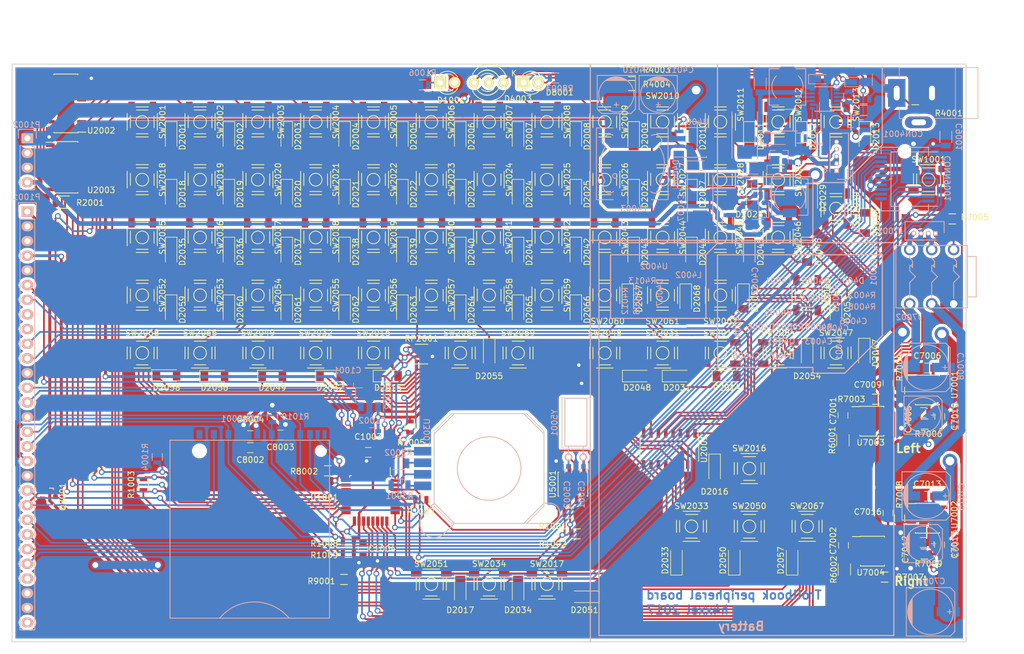
<source format=kicad_pcb>
(kicad_pcb (version 20170123) (host pcbnew no-vcs-found-4f2ed1b~58~ubuntu16.04.1)
  (layers (0 F.Cu signal) (31 B.Cu signal) (34 B.Paste user) (35 F.Paste user) (36 B.SilkS user) (37 F.SilkS user) (38 B.Mask user) (39 F.Mask user) (44 Edge.Cuts user))
  (net 0 "")
  (net 1 "Net-(D2067-Pad2)")
  (net 2 "Net-(D2058-Pad2)")
  (net 3 "Net-(D2057-Pad2)")
  (net 4 "Net-(D2056-Pad2)")
  (net 5 "Net-(D2055-Pad2)")
  (net 6 "Net-(D2054-Pad2)")
  (net 7 "Net-(D2053-Pad2)")
  (net 8 "Net-(D2052-Pad2)")
  (net 9 "Net-(D2036-Pad2)")
  (net 10 "Net-(D2051-Pad2)")
  (net 11 "Net-(D2066-Pad2)")
  (net 12 "Net-(D2065-Pad2)")
  (net 13 "Net-(D2064-Pad2)")
  (net 14 "Net-(D2063-Pad2)")
  (net 15 "Net-(D2062-Pad2)")
  (net 16 "Net-(D2061-Pad2)")
  (net 17 "Net-(D2060-Pad2)")
  (net 18 "Net-(D2068-Pad2)")
  (net 19 "Net-(D2044-Pad2)")
  (net 20 "Net-(D2026-Pad2)")
  (net 21 "Net-(D2059-Pad2)")
  (net 22 "Net-(D2050-Pad2)")
  (net 23 "Net-(D2049-Pad2)")
  (net 24 "Net-(D2048-Pad2)")
  (net 25 "Net-(D2047-Pad2)")
  (net 26 "Net-(D2046-Pad2)")
  (net 27 "Net-(D2045-Pad2)")
  (net 28 "Net-(D2018-Pad2)")
  (net 29 "Net-(D2043-Pad2)")
  (net 30 "Net-(D2042-Pad2)")
  (net 31 "Net-(D2041-Pad2)")
  (net 32 "Net-(D2040-Pad2)")
  (net 33 "Net-(D2039-Pad2)")
  (net 34 "Net-(D2038-Pad2)")
  (net 35 "Net-(D2037-Pad2)")
  (net 36 "Net-(D2025-Pad2)")
  (net 37 "Net-(D2034-Pad2)")
  (net 38 "Net-(D2032-Pad2)")
  (net 39 "Net-(D2031-Pad2)")
  (net 40 "Net-(D2030-Pad2)")
  (net 41 "Net-(D2029-Pad2)")
  (net 42 "Net-(D2028-Pad2)")
  (net 43 "Net-(D2027-Pad2)")
  (net 44 "Net-(D2017-Pad2)")
  (net 45 "Net-(D2033-Pad2)")
  (net 46 "Net-(D2024-Pad2)")
  (net 47 "Net-(D2023-Pad2)")
  (net 48 "Net-(D2022-Pad2)")
  (net 49 "Net-(D2021-Pad2)")
  (net 50 "Net-(D2020-Pad2)")
  (net 51 "Net-(D2019-Pad2)")
  (net 52 "Net-(D2016-Pad2)")
  (net 53 "Net-(D2008-Pad2)")
  (net 54 "Net-(D2015-Pad2)")
  (net 55 "Net-(D2014-Pad2)")
  (net 56 "Net-(D2013-Pad2)")
  (net 57 "Net-(D2012-Pad2)")
  (net 58 "Net-(D2011-Pad2)")
  (net 59 "Net-(D2010-Pad2)")
  (net 60 "Net-(D2035-Pad2)")
  (net 61 "Net-(D2009-Pad2)")
  (net 62 "Net-(D2007-Pad2)")
  (net 63 "Net-(D2006-Pad2)")
  (net 64 "Net-(D2005-Pad2)")
  (net 65 "Net-(D2004-Pad2)")
  (net 66 "Net-(D2003-Pad2)")
  (net 67 "Net-(D2002-Pad2)")
  (net 68 "Net-(D2001-Pad2)")
  (net 69 GND)
  (net 70 "Net-(U2002-Pad11)")
  (net 71 "Net-(U2002-Pad12)")
  (net 72 "Net-(U2002-Pad15)")
  (net 73 +3V3)
  (net 74 "Net-(U2001-Pad14)")
  (net 75 "Net-(U2001-Pad12)")
  (net 76 "Net-(U2001-Pad11)")
  (net 77 "Net-(U2001-Pad3)")
  (net 78 /SPI_MOSI)
  (net 79 /SPI_MISO)
  (net 80 /SPI_SCK)
  (net 81 /MOUSE_X)
  (net 82 /MOUSE_Y)
  (net 83 /I2C_SDA)
  (net 84 /I2C_SCL)
  (net 85 /AUDIO_R)
  (net 86 /AUDIO_L)
  (net 87 /EXTINT0)
  (net 88 /EXTINT1)
  (net 89 /EXTINT2)
  (net 90 /EXTINT3)
  (net 91 /UART_RX)
  (net 92 /UART_TX)
  (net 93 /CPURST)
  (net 94 /PWRON_RESET)
  (net 95 /SPI_SS2)
  (net 96 /SPI_SS3)
  (net 97 /SPI_SS4)
  (net 98 /SPI_SS5)
  (net 99 /SPI_SS6)
  (net 100 /SPI_SS7)
  (net 101 +24V)
  (net 102 /Keyboard/COL6)
  (net 103 /Keyboard/COL14)
  (net 104 /Keyboard/COL13)
  (net 105 /Keyboard/COL12)
  (net 106 /Keyboard/COL11)
  (net 107 /Keyboard/COL10)
  (net 108 /Keyboard/COL9)
  (net 109 /Keyboard/COL8)
  (net 110 /Keyboard/COL0)
  (net 111 /Keyboard/COL5)
  (net 112 /Keyboard/COL4)
  (net 113 /Keyboard/COL3)
  (net 114 /Keyboard/COL2)
  (net 115 /Keyboard/COL1)
  (net 116 /Keyboard/COL16)
  (net 117 /Keyboard/COL7)
  (net 118 /Keyboard/COL15)
  (net 119 "Net-(U2003-Pad1)")
  (net 120 "Net-(U5001-Pad7)")
  (net 121 "Net-(C5002-Pad2)")
  (net 122 "Net-(C5001-Pad2)")
  (net 123 "Net-(C4008-Pad2)")
  (net 124 "Net-(D4007-Pad2)")
  (net 125 "Net-(C4002-Pad2)")
  (net 126 +BATT)
  (net 127 "/Power Supply/BATTERY_NTC")
  (net 128 "Net-(R4007-Pad2)")
  (net 129 "Net-(C4005-Pad1)")
  (net 130 "Net-(R4004-Pad1)")
  (net 131 "Net-(R4003-Pad1)")
  (net 132 "Net-(R4006-Pad2)")
  (net 133 "Net-(R4002-Pad1)")
  (net 134 "Net-(D4002-Pad1)")
  (net 135 "Net-(D4008-Pad1)")
  (net 136 +12V)
  (net 137 "Net-(CON4001-Pad3)")
  (net 138 /Audio/SPKR_R)
  (net 139 /Audio/SPKR_L)
  (net 140 /Audio/JACK_R)
  (net 141 /Audio/JACK_L)
  (net 142 "Net-(C7009-Pad1)")
  (net 143 "Net-(C7016-Pad1)")
  (net 144 "Net-(C7010-Pad2)")
  (net 145 "Net-(C7017-Pad2)")
  (net 146 "Net-(R7007-Pad2)")
  (net 147 "Net-(R7003-Pad2)")
  (net 148 "Net-(U7001-Pad8)")
  (net 149 "Net-(C7006-Pad2)")
  (net 150 "Net-(C7008-Pad1)")
  (net 151 "Net-(U7001-Pad1)")
  (net 152 "Net-(U7002-Pad8)")
  (net 153 "Net-(C7013-Pad2)")
  (net 154 "Net-(C7015-Pad1)")
  (net 155 "Net-(U7002-Pad1)")
  (net 156 "Net-(D4003-Pad1)")
  (net 157 /PWR_BTN)
  (net 158 /EXT_DET)
  (net 159 /EXT_AN)
  (net 160 /PWR_SHDN_24)
  (net 161 /KBD_Q0)
  (net 162 /KBD_Q3)
  (net 163 /KBD_Q2)
  (net 164 /KBD_Q1)
  (net 165 /PWR_SHDN_3)
  (net 166 /AUD_UD)
  (net 167 /AUD_CS_R)
  (net 168 /AUD_CS_L)
  (net 169 /KBD_CLK)
  (net 170 /KBD_RST)
  (net 171 /AUD_DET)
  (net 172 VAA)
  (net 173 /CLK12)
  (net 174 /CLK33)
  (net 175 /SD_DET)
  (net 176 /SD_WP)
  (net 177 "Net-(D8001-Pad2)")
  (net 178 "Net-(D4003-Pad3)")
  (net 179 "Net-(D1001-Pad1)")
  (net 180 "Net-(D8001-Pad1)")
  (net 181 "/Power Supply/CHRG_SW")
  (net 182 "/Power Supply/CHRG_SENSE")
  (net 183 +3.3VP)
  (net 184 RESET)
  (net 185 "Net-(CON8001-Pad9)")
  (net 186 "Net-(R2001-Pad2)")
  (net 187 "Net-(R2001-Pad1)")
  (net 188 "Net-(R3001-Pad2)")
  (net 189 "Net-(R3002-Pad1)")
  (net 190 "Net-(R6002-Pad2)")
  (net 191 "Net-(R6001-Pad2)")
  (module Resistors_SMD:R_1206 (layer F.Cu) (at 228.7 115.1 90)
    (fp_text reference R6001 (at 0 -1.85 90) (layer F.SilkS))
    (fp_text value 0)
    (pad 1 smd rect (at -1.45 0 90) (size 0.9 1.7) (layers F.Cu F.Paste F.Mask) (net 86 /AUDIO_L))
    (pad 2 smd rect (at 1.45 0 90) (size 0.9 1.7) (layers F.Cu F.Paste F.Mask) (net 191 "Net-(R6001-Pad2)"))
  )
  (module Resistors_SMD:R_1206 (layer F.Cu) (at 228.95 137.5 90)
    (fp_text reference R6002 (at 0 -1.85 90) (layer F.SilkS))
    (fp_text value 0)
    (pad 2 smd rect (at 1.45 0 90) (size 0.9 1.7) (layers F.Cu F.Paste F.Mask) (net 190 "Net-(R6002-Pad2)"))
    (pad 1 smd rect (at -1.45 0 90) (size 0.9 1.7) (layers F.Cu F.Paste F.Mask) (net 85 /AUDIO_R))
  )
  (module Resistors_SMD:R_1206 (layer B.Cu) (at 151.8 119.1 180)
    (fp_text reference R3002 (at 0 1.85 180) (layer B.SilkS) (effects (justify mirror)))
    (fp_text value 0)
    (pad 2 smd rect (at 1.45 0 180) (size 0.9 1.7) (layers B.Cu B.Paste B.Mask) (net 69 GND))
    (pad 1 smd rect (at -1.45 0 180) (size 0.9 1.7) (layers B.Cu B.Paste B.Mask) (net 189 "Net-(R3002-Pad1)"))
  )
  (module Resistors_SMD:R_1206 (layer B.Cu) (at 152 122.9)
    (fp_text reference R3001 (at 0 1.85) (layer B.SilkS) (effects (justify mirror)))
    (fp_text value 0)
    (pad 2 smd rect (at 1.45 0) (size 0.9 1.7) (layers B.Cu B.Paste B.Mask) (net 188 "Net-(R3001-Pad2)"))
    (pad 1 smd rect (at -1.45 0) (size 0.9 1.7) (layers B.Cu B.Paste B.Mask) (net 73 +3V3))
  )
  (module Connectors_Molex:Connector_Molex_PicoBlade_53047-0510 (layer B.Cu) (at 227.6 68.45 90)
    (fp_text reference J4001 (at -30.55 0.4 90) (layer B.SilkS) (effects (justify mirror)))
    (fp_text value 53047-0510)
    (pad 1 thru_hole rect (at 0 0 90) (size 0.8 0.8) (drill 0.5) (layers *.Cu *.Mask B.SilkS) (net 69 GND))
    (pad 2 thru_hole oval (at 1.25 0 90) (size 0.8 0.8) (drill 0.5) (layers *.Cu *.Mask B.SilkS) (net 126 +BATT))
    (pad 3 thru_hole oval (at 2.5 0 90) (size 0.8 0.8) (drill 0.5) (layers *.Cu *.Mask B.SilkS) (net 126 +BATT))
    (pad 4 thru_hole oval (at 3.75 0 90) (size 0.8 0.8) (drill 0.5) (layers *.Cu *.Mask B.SilkS) (net 127 "/Power Supply/BATTERY_NTC"))
    (pad 5 thru_hole oval (at 5 0 90) (size 0.8 0.8) (drill 0.5) (layers *.Cu *.Mask B.SilkS) (net 69 GND))
  )
  (module Connectors_Molex:Connector_Molex_PicoBlade_53047-0410 (layer B.Cu) (at 244.7 79.3 180)
    (fp_text reference J7002 (at 4.6 -14.5 180) (layer B.SilkS) (effects (justify mirror)))
    (fp_text value 53047-0310)
    (pad 1 thru_hole rect (at 0 0 180) (size 0.8 0.8) (drill 0.5) (layers *.Cu *.Mask B.SilkS) (net 69 GND))
    (pad 2 thru_hole oval (at 1.25 0 180) (size 0.8 0.8) (drill 0.5) (layers *.Cu *.Mask B.SilkS) (net 138 /Audio/SPKR_R))
    (pad 3 thru_hole oval (at 2.5 0 180) (size 0.8 0.8) (drill 0.5) (layers *.Cu *.Mask B.SilkS) (net 69 GND))
    (pad 4 thru_hole oval (at 3.75 0 180) (size 0.8 0.8) (drill 0.5) (layers *.Cu *.Mask B.SilkS) (net 139 /Audio/SPKR_L))
  )
  (module Resistors_SMD:R_1206 (layer F.Cu) (at 93.9 73.9)
    (fp_text reference R2001 (at 4.6 0.1) (layer F.SilkS))
    (fp_text value 0R)
    (pad 2 smd rect (at 1.45 0) (size 0.9 1.7) (layers F.Cu F.Paste F.Mask) (net 186 "Net-(R2001-Pad2)"))
    (pad 1 smd rect (at -1.45 0) (size 0.9 1.7) (layers F.Cu F.Paste F.Mask) (net 187 "Net-(R2001-Pad1)"))
  )
  (module Capacitors_SMD:C_0805 (layer F.Cu) (at 145.7 133.9 270)
    (fp_text reference C1004 (at 0 -3.3) (layer F.SilkS))
    (fp_text value 100n)
    (pad 1 smd rect (at -1 0 270) (size 1 1.25) (layers F.Cu F.Paste F.Mask) (net 183 +3.3VP))
    (pad 2 smd rect (at 1 0 270) (size 1 1.25) (layers F.Cu F.Paste F.Mask) (net 69 GND))
  )
  (module Capacitors_SMD:C_0805 (layer F.Cu) (at 146.6 117.2 180)
    (fp_text reference C1003 (at 0 2.7 180) (layer F.SilkS))
    (fp_text value 100n)
    (pad 2 smd rect (at 1 0 180) (size 1 1.25) (layers F.Cu F.Paste F.Mask) (net 69 GND))
    (pad 1 smd rect (at -1 0 180) (size 1 1.25) (layers F.Cu F.Paste F.Mask) (net 183 +3.3VP))
  )
  (module Resistors_SMD:R_0805 (layer F.Cu) (at 143.15 132.5 180)
    (fp_text reference R1008 (at 4.15 -0.5 180) (layer F.SilkS))
    (fp_text value 47k)
    (pad 2 smd rect (at 0.95 0 180) (size 0.7 1.3) (layers F.Cu F.Paste F.Mask) (net 79 /SPI_MISO))
    (pad 1 smd rect (at -0.95 0 180) (size 0.7 1.3) (layers F.Cu F.Paste F.Mask) (net 183 +3.3VP))
  )
  (module Resistors_SMD:R_0805 (layer F.Cu) (at 143.15 134.5 180)
    (fp_text reference R1009 (at 4.15 -0.5 180) (layer F.SilkS))
    (fp_text value 47k)
    (pad 1 smd rect (at -0.95 0 180) (size 0.7 1.3) (layers F.Cu F.Paste F.Mask) (net 183 +3.3VP))
    (pad 2 smd rect (at 0.95 0 180) (size 0.7 1.3) (layers F.Cu F.Paste F.Mask) (net 78 /SPI_MOSI))
  )
  (module Resistors_SMD:R_0805 (layer B.Cu) (at 130 111 90)
    (fp_text reference R1010 (at 0 4 180) (layer B.SilkS) (effects (justify mirror)))
    (fp_text value 47k)
    (pad 2 smd rect (at 0.95 0 90) (size 0.7 1.3) (layers B.Cu B.Paste B.Mask) (net 69 GND))
    (pad 1 smd rect (at -0.95 0 90) (size 0.7 1.3) (layers B.Cu B.Paste B.Mask) (net 80 /SPI_SCK))
  )
  (module Resistors_SMD:R_0805 (layer F.Cu) (at 155.7 125.4 180)
    (fp_text reference R1007 (at 0 -2.1 180) (layer F.SilkS))
    (fp_text value 10k)
    (pad 2 smd rect (at 0.95 0 180) (size 0.7 1.3) (layers F.Cu F.Paste F.Mask) (net 184 RESET))
    (pad 1 smd rect (at -0.95 0 180) (size 0.7 1.3) (layers F.Cu F.Paste F.Mask) (net 183 +3.3VP))
  )
  (module Diodes_SMD:D_MiniMELF_Standard (layer F.Cu) (at 221.5 62.5 270)
    (fp_text reference D2012 (at 0 -1.95 270) (layer F.SilkS))
    (fp_text value 1N4148)
    (pad 2 smd rect (at 1.75 0 270) (size 1.3 1.7) (layers F.Cu F.Paste F.Mask) (net 57 "Net-(D2012-Pad2)"))
    (pad 1 smd rect (at -1.75 0 270) (size 1.3 1.7) (layers F.Cu F.Paste F.Mask) (net 161 /KBD_Q0))
  )
  (module Diodes_SMD:D_MiniMELF_Standard (layer F.Cu) (at 212.5 62.5 270)
    (fp_text reference D2011 (at 0 -1.95 270) (layer F.SilkS))
    (fp_text value 1N4148)
    (pad 1 smd rect (at -1.75 0 270) (size 1.3 1.7) (layers F.Cu F.Paste F.Mask) (net 161 /KBD_Q0))
    (pad 2 smd rect (at 1.75 0 270) (size 1.3 1.7) (layers F.Cu F.Paste F.Mask) (net 58 "Net-(D2011-Pad2)"))
  )
  (module Diodes_SMD:D_MiniMELF_Standard (layer F.Cu) (at 202.5 62.5 270)
    (fp_text reference D2010 (at 0 -1.95 270) (layer F.SilkS))
    (fp_text value 1N4148)
    (pad 2 smd rect (at 1.75 0 270) (size 1.3 1.7) (layers F.Cu F.Paste F.Mask) (net 59 "Net-(D2010-Pad2)"))
    (pad 1 smd rect (at -1.75 0 270) (size 1.3 1.7) (layers F.Cu F.Paste F.Mask) (net 161 /KBD_Q0))
  )
  (module Diodes_SMD:D_MiniMELF_Standard (layer F.Cu) (at 192.5 62.5 270)
    (fp_text reference D2009 (at 0 -1.95 270) (layer F.SilkS))
    (fp_text value 1N4148)
    (pad 1 smd rect (at -1.75 0 270) (size 1.3 1.7) (layers F.Cu F.Paste F.Mask) (net 161 /KBD_Q0))
    (pad 2 smd rect (at 1.75 0 270) (size 1.3 1.7) (layers F.Cu F.Paste F.Mask) (net 61 "Net-(D2009-Pad2)"))
  )
  (module Diodes_SMD:D_MiniMELF_Standard (layer F.Cu) (at 182.5 62.5 270)
    (fp_text reference D2008 (at 0 -1.95 270) (layer F.SilkS))
    (fp_text value 1N4148)
    (pad 2 smd rect (at 1.75 0 270) (size 1.3 1.7) (layers F.Cu F.Paste F.Mask) (net 53 "Net-(D2008-Pad2)"))
    (pad 1 smd rect (at -1.75 0 270) (size 1.3 1.7) (layers F.Cu F.Paste F.Mask) (net 161 /KBD_Q0))
  )
  (module Diodes_SMD:D_MiniMELF_Standard (layer F.Cu) (at 172.5 62.5 270)
    (fp_text reference D2007 (at 0 -1.95 270) (layer F.SilkS))
    (fp_text value 1N4148)
    (pad 1 smd rect (at -1.75 0 270) (size 1.3 1.7) (layers F.Cu F.Paste F.Mask) (net 161 /KBD_Q0))
    (pad 2 smd rect (at 1.75 0 270) (size 1.3 1.7) (layers F.Cu F.Paste F.Mask) (net 62 "Net-(D2007-Pad2)"))
  )
  (module Diodes_SMD:D_MiniMELF_Standard (layer F.Cu) (at 162.5 62.5 270)
    (fp_text reference D2006 (at 0 -1.95 270) (layer F.SilkS))
    (fp_text value 1N4148)
    (pad 2 smd rect (at 1.75 0 270) (size 1.3 1.7) (layers F.Cu F.Paste F.Mask) (net 63 "Net-(D2006-Pad2)"))
    (pad 1 smd rect (at -1.75 0 270) (size 1.3 1.7) (layers F.Cu F.Paste F.Mask) (net 161 /KBD_Q0))
  )
  (module Diodes_SMD:D_MiniMELF_Standard (layer F.Cu) (at 152.5 62.5 270)
    (fp_text reference D2005 (at 0 -1.95 270) (layer F.SilkS))
    (fp_text value 1N4148)
    (pad 1 smd rect (at -1.75 0 270) (size 1.3 1.7) (layers F.Cu F.Paste F.Mask) (net 161 /KBD_Q0))
    (pad 2 smd rect (at 1.75 0 270) (size 1.3 1.7) (layers F.Cu F.Paste F.Mask) (net 64 "Net-(D2005-Pad2)"))
  )
  (module Diodes_SMD:D_MiniMELF_Standard (layer F.Cu) (at 142.5 62.5 270)
    (fp_text reference D2004 (at 0 -1.95 270) (layer F.SilkS))
    (fp_text value 1N4148)
    (pad 2 smd rect (at 1.75 0 270) (size 1.3 1.7) (layers F.Cu F.Paste F.Mask) (net 65 "Net-(D2004-Pad2)"))
    (pad 1 smd rect (at -1.75 0 270) (size 1.3 1.7) (layers F.Cu F.Paste F.Mask) (net 161 /KBD_Q0))
  )
  (module Diodes_SMD:D_MiniMELF_Standard (layer F.Cu) (at 132.5 62.5 270)
    (fp_text reference D2003 (at 0 -1.95 270) (layer F.SilkS))
    (fp_text value 1N4148)
    (pad 1 smd rect (at -1.75 0 270) (size 1.3 1.7) (layers F.Cu F.Paste F.Mask) (net 161 /KBD_Q0))
    (pad 2 smd rect (at 1.75 0 270) (size 1.3 1.7) (layers F.Cu F.Paste F.Mask) (net 66 "Net-(D2003-Pad2)"))
  )
  (module Diodes_SMD:D_MiniMELF_Standard (layer F.Cu) (at 232.5 62.5 270)
    (fp_text reference D2013 (at 0 -1.95 270) (layer F.SilkS))
    (fp_text value 1N4148)
    (pad 2 smd rect (at 1.75 0 270) (size 1.3 1.7) (layers F.Cu F.Paste F.Mask) (net 56 "Net-(D2013-Pad2)"))
    (pad 1 smd rect (at -1.75 0 270) (size 1.3 1.7) (layers F.Cu F.Paste F.Mask) (net 161 /KBD_Q0))
  )
  (module Diodes_SMD:D_MiniMELF_Standard (layer F.Cu) (at 112.5 62.5 270)
    (fp_text reference D2001 (at 0 -1.95 270) (layer F.SilkS))
    (fp_text value 1N4148)
    (pad 1 smd rect (at -1.75 0 270) (size 1.3 1.7) (layers F.Cu F.Paste F.Mask) (net 161 /KBD_Q0))
    (pad 2 smd rect (at 1.75 0 270) (size 1.3 1.7) (layers F.Cu F.Paste F.Mask) (net 68 "Net-(D2001-Pad2)"))
  )
  (module Diodes_SMD:D_MiniMELF_Standard (layer F.Cu) (at 122.5 92.5 270)
    (fp_text reference D2060 (at 0 -1.95 270) (layer F.SilkS))
    (fp_text value 1N4148)
    (pad 2 smd rect (at 1.75 0 270) (size 1.3 1.7) (layers F.Cu F.Paste F.Mask) (net 17 "Net-(D2060-Pad2)"))
    (pad 1 smd rect (at -1.75 0 270) (size 1.3 1.7) (layers F.Cu F.Paste F.Mask) (net 162 /KBD_Q3))
  )
  (module Diodes_SMD:D_MiniMELF_Standard (layer F.Cu) (at 184 142.2 180)
    (fp_text reference D2051 (at 0 -2.3 180) (layer F.SilkS))
    (fp_text value 1N4148)
    (pad 1 smd rect (at -1.75 0 180) (size 1.3 1.7) (layers F.Cu F.Paste F.Mask) (net 164 /KBD_Q1))
    (pad 2 smd rect (at 1.75 0 180) (size 1.3 1.7) (layers F.Cu F.Paste F.Mask) (net 10 "Net-(D2051-Pad2)"))
  )
  (module Diodes_SMD:D_MiniMELF_Standard (layer F.Cu) (at 211.5 90.6 270)
    (fp_text reference D2052 (at 0 -1.95 270) (layer F.SilkS))
    (fp_text value 1N4148)
    (pad 2 smd rect (at 1.75 0 270) (size 1.3 1.7) (layers F.Cu F.Paste F.Mask) (net 8 "Net-(D2052-Pad2)"))
    (pad 1 smd rect (at -1.75 0 270) (size 1.3 1.7) (layers F.Cu F.Paste F.Mask) (net 162 /KBD_Q3))
  )
  (module Diodes_SMD:D_MiniMELF_Standard (layer F.Cu) (at 227.5 92.5 270)
    (fp_text reference D2053 (at 0 -1.95 270) (layer F.SilkS))
    (fp_text value 1N4148)
    (pad 1 smd rect (at -1.75 0 270) (size 1.3 1.7) (layers F.Cu F.Paste F.Mask) (net 162 /KBD_Q3))
    (pad 2 smd rect (at 1.75 0 270) (size 1.3 1.7) (layers F.Cu F.Paste F.Mask) (net 7 "Net-(D2053-Pad2)"))
  )
  (module Diodes_SMD:D_MiniMELF_Standard (layer F.Cu) (at 122.5 62.5 270)
    (fp_text reference D2002 (at 0 -1.95 270) (layer F.SilkS))
    (fp_text value 1N4148)
    (pad 2 smd rect (at 1.75 0 270) (size 1.3 1.7) (layers F.Cu F.Paste F.Mask) (net 67 "Net-(D2002-Pad2)"))
    (pad 1 smd rect (at -1.75 0 270) (size 1.3 1.7) (layers F.Cu F.Paste F.Mask) (net 161 /KBD_Q0))
  )
  (module Diodes_SMD:D_MiniMELF_Standard (layer F.Cu) (at 222.5 100 270)
    (fp_text reference D2054 (at 4 0) (layer F.SilkS))
    (fp_text value 1N4148)
    (pad 1 smd rect (at -1.75 0 270) (size 1.3 1.7) (layers F.Cu F.Paste F.Mask) (net 162 /KBD_Q3))
    (pad 2 smd rect (at 1.75 0 270) (size 1.3 1.7) (layers F.Cu F.Paste F.Mask) (net 6 "Net-(D2054-Pad2)"))
  )
  (module Diodes_SMD:D_MiniMELF_Standard (layer F.Cu) (at 223.3 73.2 270)
    (fp_text reference D2029 (at 0 -1.95 270) (layer F.SilkS))
    (fp_text value 1N4148)
    (pad 2 smd rect (at 1.75 0 270) (size 1.3 1.7) (layers F.Cu F.Paste F.Mask) (net 41 "Net-(D2029-Pad2)"))
    (pad 1 smd rect (at -1.75 0 270) (size 1.3 1.7) (layers F.Cu F.Paste F.Mask) (net 164 /KBD_Q1))
  )
  (module Diodes_SMD:D_MiniMELF_Standard (layer F.Cu) (at 206.5 120.05 270)
    (fp_text reference D2016 (at 3.95 0) (layer F.SilkS))
    (fp_text value 1N4148)
    (pad 1 smd rect (at -1.75 0 270) (size 1.3 1.7) (layers F.Cu F.Paste F.Mask) (net 161 /KBD_Q0))
    (pad 2 smd rect (at 1.75 0 270) (size 1.3 1.7) (layers F.Cu F.Paste F.Mask) (net 52 "Net-(D2016-Pad2)"))
  )
  (module Diodes_SMD:D_MiniMELF_Standard (layer F.Cu) (at 162.5 141 270)
    (fp_text reference D2017 (at 3.5 0) (layer F.SilkS))
    (fp_text value 1N4148)
    (pad 2 smd rect (at 1.75 0 270) (size 1.3 1.7) (layers F.Cu F.Paste F.Mask) (net 44 "Net-(D2017-Pad2)"))
    (pad 1 smd rect (at -1.75 0 270) (size 1.3 1.7) (layers F.Cu F.Paste F.Mask) (net 162 /KBD_Q3))
  )
  (module Diodes_SMD:D_MiniMELF_Standard (layer F.Cu) (at 112.5 72.5 270)
    (fp_text reference D2018 (at 0 -1.95 270) (layer F.SilkS))
    (fp_text value 1N4148)
    (pad 1 smd rect (at -1.75 0 270) (size 1.3 1.7) (layers F.Cu F.Paste F.Mask) (net 164 /KBD_Q1))
    (pad 2 smd rect (at 1.75 0 270) (size 1.3 1.7) (layers F.Cu F.Paste F.Mask) (net 28 "Net-(D2018-Pad2)"))
  )
  (module Diodes_SMD:D_MiniMELF_Standard (layer F.Cu) (at 122.5 72.5 270)
    (fp_text reference D2019 (at 0 -1.95 270) (layer F.SilkS))
    (fp_text value 1N4148)
    (pad 2 smd rect (at 1.75 0 270) (size 1.3 1.7) (layers F.Cu F.Paste F.Mask) (net 51 "Net-(D2019-Pad2)"))
    (pad 1 smd rect (at -1.75 0 270) (size 1.3 1.7) (layers F.Cu F.Paste F.Mask) (net 164 /KBD_Q1))
  )
  (module Diodes_SMD:D_MiniMELF_Standard (layer F.Cu) (at 132.5 72.5 270)
    (fp_text reference D2020 (at 0 -1.95 270) (layer F.SilkS))
    (fp_text value 1N4148)
    (pad 1 smd rect (at -1.75 0 270) (size 1.3 1.7) (layers F.Cu F.Paste F.Mask) (net 164 /KBD_Q1))
    (pad 2 smd rect (at 1.75 0 270) (size 1.3 1.7) (layers F.Cu F.Paste F.Mask) (net 50 "Net-(D2020-Pad2)"))
  )
  (module Diodes_SMD:D_MiniMELF_Standard (layer F.Cu) (at 142.5 72.5 270)
    (fp_text reference D2021 (at 0 -1.95 270) (layer F.SilkS))
    (fp_text value 1N4148)
    (pad 2 smd rect (at 1.75 0 270) (size 1.3 1.7) (layers F.Cu F.Paste F.Mask) (net 49 "Net-(D2021-Pad2)"))
    (pad 1 smd rect (at -1.75 0 270) (size 1.3 1.7) (layers F.Cu F.Paste F.Mask) (net 164 /KBD_Q1))
  )
  (module Diodes_SMD:D_MiniMELF_Standard (layer F.Cu) (at 213 72.5 270)
    (fp_text reference D2028 (at 3.5 0.5) (layer F.SilkS))
    (fp_text value 1N4148)
    (pad 1 smd rect (at -1.75 0 270) (size 1.3 1.7) (layers F.Cu F.Paste F.Mask) (net 164 /KBD_Q1))
    (pad 2 smd rect (at 1.75 0 270) (size 1.3 1.7) (layers F.Cu F.Paste F.Mask) (net 42 "Net-(D2028-Pad2)"))
  )
  (module Diodes_SMD:D_MiniMELF_Standard (layer F.Cu) (at 162.5 72.5 270)
    (fp_text reference D2023 (at 0 -1.95 270) (layer F.SilkS))
    (fp_text value 1N4148)
    (pad 2 smd rect (at 1.75 0 270) (size 1.3 1.7) (layers F.Cu F.Paste F.Mask) (net 47 "Net-(D2023-Pad2)"))
    (pad 1 smd rect (at -1.75 0 270) (size 1.3 1.7) (layers F.Cu F.Paste F.Mask) (net 164 /KBD_Q1))
  )
  (module Diodes_SMD:D_MiniMELF_Standard (layer F.Cu) (at 172.5 72.5 270)
    (fp_text reference D2024 (at 0 -1.95 270) (layer F.SilkS))
    (fp_text value 1N4148)
    (pad 1 smd rect (at -1.75 0 270) (size 1.3 1.7) (layers F.Cu F.Paste F.Mask) (net 164 /KBD_Q1))
    (pad 2 smd rect (at 1.75 0 270) (size 1.3 1.7) (layers F.Cu F.Paste F.Mask) (net 46 "Net-(D2024-Pad2)"))
  )
  (module Diodes_SMD:D_MiniMELF_Standard (layer F.Cu) (at 182.5 72.5 270)
    (fp_text reference D2025 (at 0 -1.95 270) (layer F.SilkS))
    (fp_text value 1N4148)
    (pad 2 smd rect (at 1.75 0 270) (size 1.3 1.7) (layers F.Cu F.Paste F.Mask) (net 36 "Net-(D2025-Pad2)"))
    (pad 1 smd rect (at -1.75 0 270) (size 1.3 1.7) (layers F.Cu F.Paste F.Mask) (net 164 /KBD_Q1))
  )
  (module Diodes_SMD:D_MiniMELF_Standard (layer F.Cu) (at 192.5 72.5 270)
    (fp_text reference D2026 (at 0 -1.95 270) (layer F.SilkS))
    (fp_text value 1N4148)
    (pad 1 smd rect (at -1.75 0 270) (size 1.3 1.7) (layers F.Cu F.Paste F.Mask) (net 164 /KBD_Q1))
    (pad 2 smd rect (at 1.75 0 270) (size 1.3 1.7) (layers F.Cu F.Paste F.Mask) (net 20 "Net-(D2026-Pad2)"))
  )
  (module Diodes_SMD:D_MiniMELF_Standard (layer F.Cu) (at 202.5 72.5 270)
    (fp_text reference D2027 (at 0 -1.95 270) (layer F.SilkS))
    (fp_text value 1N4148)
    (pad 2 smd rect (at 1.75 0 270) (size 1.3 1.7) (layers F.Cu F.Paste F.Mask) (net 43 "Net-(D2027-Pad2)"))
    (pad 1 smd rect (at -1.75 0 270) (size 1.3 1.7) (layers F.Cu F.Paste F.Mask) (net 164 /KBD_Q1))
  )
  (module Diodes_SMD:D_MiniMELF_Standard (layer F.Cu) (at 140 104)
    (fp_text reference D2032 (at 0 2) (layer F.SilkS))
    (fp_text value 1N4148)
    (pad 1 smd rect (at -1.75 0) (size 1.3 1.7) (layers F.Cu F.Paste F.Mask) (net 164 /KBD_Q1))
    (pad 2 smd rect (at 1.75 0) (size 1.3 1.7) (layers F.Cu F.Paste F.Mask) (net 38 "Net-(D2032-Pad2)"))
  )
  (module Diodes_SMD:D_MiniMELF_Standard (layer F.Cu) (at 150 104)
    (fp_text reference D2015 (at 0 2) (layer F.SilkS))
    (fp_text value 1N4148)
    (pad 2 smd rect (at 1.75 0) (size 1.3 1.7) (layers F.Cu F.Paste F.Mask) (net 54 "Net-(D2015-Pad2)"))
    (pad 1 smd rect (at -1.75 0) (size 1.3 1.7) (layers F.Cu F.Paste F.Mask) (net 163 /KBD_Q2))
  )
  (module Diodes_SMD:D_MiniMELF_Standard (layer F.Cu) (at 208.6 104)
    (fp_text reference D2014 (at 0 2) (layer F.SilkS))
    (fp_text value 1N4148)
    (pad 1 smd rect (at -1.75 0) (size 1.3 1.7) (layers F.Cu F.Paste F.Mask) (net 161 /KBD_Q0))
    (pad 2 smd rect (at 1.75 0) (size 1.3 1.7) (layers F.Cu F.Paste F.Mask) (net 55 "Net-(D2014-Pad2)"))
  )
  (module Diodes_SMD:D_MiniMELF_Standard (layer F.Cu) (at 152.5 72.5 270)
    (fp_text reference D2022 (at 0 -1.95 270) (layer F.SilkS))
    (fp_text value 1N4148)
    (pad 2 smd rect (at 1.75 0 270) (size 1.3 1.7) (layers F.Cu F.Paste F.Mask) (net 48 "Net-(D2022-Pad2)"))
    (pad 1 smd rect (at -1.75 0 270) (size 1.3 1.7) (layers F.Cu F.Paste F.Mask) (net 164 /KBD_Q1))
  )
  (module Diodes_SMD:D_MiniMELF_Standard (layer F.Cu) (at 172.5 141 270)
    (fp_text reference D2034 (at 3.5 0) (layer F.SilkS))
    (fp_text value 1N4148)
    (pad 1 smd rect (at -1.75 0 270) (size 1.3 1.7) (layers F.Cu F.Paste F.Mask) (net 163 /KBD_Q2))
    (pad 2 smd rect (at 1.75 0 270) (size 1.3 1.7) (layers F.Cu F.Paste F.Mask) (net 37 "Net-(D2034-Pad2)"))
  )
  (module Diodes_SMD:D_MiniMELF_Standard (layer F.Cu) (at 112.5 82.5 270)
    (fp_text reference D2035 (at 0 -1.95 270) (layer F.SilkS))
    (fp_text value 1N4148)
    (pad 2 smd rect (at 1.75 0 270) (size 1.3 1.7) (layers F.Cu F.Paste F.Mask) (net 60 "Net-(D2035-Pad2)"))
    (pad 1 smd rect (at -1.75 0 270) (size 1.3 1.7) (layers F.Cu F.Paste F.Mask) (net 163 /KBD_Q2))
  )
  (module Diodes_SMD:D_MiniMELF_Standard (layer F.Cu) (at 122.5 82.5 270)
    (fp_text reference D2036 (at 0 -1.95 270) (layer F.SilkS))
    (fp_text value 1N4148)
    (pad 1 smd rect (at -1.75 0 270) (size 1.3 1.7) (layers F.Cu F.Paste F.Mask) (net 163 /KBD_Q2))
    (pad 2 smd rect (at 1.75 0 270) (size 1.3 1.7) (layers F.Cu F.Paste F.Mask) (net 9 "Net-(D2036-Pad2)"))
  )
  (module Diodes_SMD:D_MiniMELF_Standard (layer F.Cu) (at 132.5 82.5 270)
    (fp_text reference D2037 (at 0 -1.95 270) (layer F.SilkS))
    (fp_text value 1N4148)
    (pad 2 smd rect (at 1.75 0 270) (size 1.3 1.7) (layers F.Cu F.Paste F.Mask) (net 35 "Net-(D2037-Pad2)"))
    (pad 1 smd rect (at -1.75 0 270) (size 1.3 1.7) (layers F.Cu F.Paste F.Mask) (net 163 /KBD_Q2))
  )
  (module Diodes_SMD:D_MiniMELF_Standard (layer F.Cu) (at 142.5 82.5 270)
    (fp_text reference D2038 (at 0 -1.95 270) (layer F.SilkS))
    (fp_text value 1N4148)
    (pad 1 smd rect (at -1.75 0 270) (size 1.3 1.7) (layers F.Cu F.Paste F.Mask) (net 163 /KBD_Q2))
    (pad 2 smd rect (at 1.75 0 270) (size 1.3 1.7) (layers F.Cu F.Paste F.Mask) (net 34 "Net-(D2038-Pad2)"))
  )
  (module Diodes_SMD:D_MiniMELF_Standard (layer F.Cu) (at 152.5 82.5 270)
    (fp_text reference D2039 (at 0 -1.95 270) (layer F.SilkS))
    (fp_text value 1N4148)
    (pad 2 smd rect (at 1.75 0 270) (size 1.3 1.7) (layers F.Cu F.Paste F.Mask) (net 33 "Net-(D2039-Pad2)"))
    (pad 1 smd rect (at -1.75 0 270) (size 1.3 1.7) (layers F.Cu F.Paste F.Mask) (net 163 /KBD_Q2))
  )
  (module Diodes_SMD:D_MiniMELF_Standard (layer F.Cu) (at 162.5 82.5 270)
    (fp_text reference D2040 (at 0 -1.95 270) (layer F.SilkS))
    (fp_text value 1N4148)
    (pad 1 smd rect (at -1.75 0 270) (size 1.3 1.7) (layers F.Cu F.Paste F.Mask) (net 163 /KBD_Q2))
    (pad 2 smd rect (at 1.75 0 270) (size 1.3 1.7) (layers F.Cu F.Paste F.Mask) (net 32 "Net-(D2040-Pad2)"))
  )
  (module Diodes_SMD:D_MiniMELF_Standard (layer F.Cu) (at 199.9 135.9 90)
    (fp_text reference D2033 (at 0 -1.95 90) (layer F.SilkS))
    (fp_text value 1N4148)
    (pad 2 smd rect (at 1.75 0 90) (size 1.3 1.7) (layers F.Cu F.Paste F.Mask) (net 45 "Net-(D2033-Pad2)"))
    (pad 1 smd rect (at -1.75 0 90) (size 1.3 1.7) (layers F.Cu F.Paste F.Mask) (net 162 /KBD_Q3))
  )
  (module Diodes_SMD:D_MiniMELF_Standard (layer F.Cu) (at 182.5 82.5 270)
    (fp_text reference D2042 (at 0 -1.95 270) (layer F.SilkS))
    (fp_text value 1N4148)
    (pad 1 smd rect (at -1.75 0 270) (size 1.3 1.7) (layers F.Cu F.Paste F.Mask) (net 163 /KBD_Q2))
    (pad 2 smd rect (at 1.75 0 270) (size 1.3 1.7) (layers F.Cu F.Paste F.Mask) (net 30 "Net-(D2042-Pad2)"))
  )
  (module Diodes_SMD:D_MiniMELF_Standard (layer F.Cu) (at 192.5 82.5 270)
    (fp_text reference D2043 (at 0 -1.95 270) (layer F.SilkS))
    (fp_text value 1N4148)
    (pad 2 smd rect (at 1.75 0 270) (size 1.3 1.7) (layers F.Cu F.Paste F.Mask) (net 29 "Net-(D2043-Pad2)"))
    (pad 1 smd rect (at -1.75 0 270) (size 1.3 1.7) (layers F.Cu F.Paste F.Mask) (net 163 /KBD_Q2))
  )
  (module Diodes_SMD:D_MiniMELF_Standard (layer F.Cu) (at 202.5 82.5 270)
    (fp_text reference D2044 (at 0 -1.95 270) (layer F.SilkS))
    (fp_text value 1N4148)
    (pad 1 smd rect (at -1.75 0 270) (size 1.3 1.7) (layers F.Cu F.Paste F.Mask) (net 163 /KBD_Q2))
    (pad 2 smd rect (at 1.75 0 270) (size 1.3 1.7) (layers F.Cu F.Paste F.Mask) (net 19 "Net-(D2044-Pad2)"))
  )
  (module Diodes_SMD:D_MiniMELF_Standard (layer F.Cu) (at 212.5 82.5 270)
    (fp_text reference D2045 (at 0 -1.95 270) (layer F.SilkS))
    (fp_text value 1N4148)
    (pad 2 smd rect (at 1.75 0 270) (size 1.3 1.7) (layers F.Cu F.Paste F.Mask) (net 27 "Net-(D2045-Pad2)"))
    (pad 1 smd rect (at -1.75 0 270) (size 1.3 1.7) (layers F.Cu F.Paste F.Mask) (net 163 /KBD_Q2))
  )
  (module Diodes_SMD:D_MiniMELF_Standard (layer F.Cu) (at 222.5 82.5 270)
    (fp_text reference D2046 (at 0 -1.95 270) (layer F.SilkS))
    (fp_text value 1N4148)
    (pad 1 smd rect (at -1.75 0 270) (size 1.3 1.7) (layers F.Cu F.Paste F.Mask) (net 163 /KBD_Q2))
    (pad 2 smd rect (at 1.75 0 270) (size 1.3 1.7) (layers F.Cu F.Paste F.Mask) (net 26 "Net-(D2046-Pad2)"))
  )
  (module Diodes_SMD:D_MiniMELF_Standard (layer F.Cu) (at 232.4 100 270)
    (fp_text reference D2047 (at 0 -1.95 270) (layer F.SilkS))
    (fp_text value 1N4148)
    (pad 2 smd rect (at 1.75 0 270) (size 1.3 1.7) (layers F.Cu F.Paste F.Mask) (net 25 "Net-(D2047-Pad2)"))
    (pad 1 smd rect (at -1.75 0 270) (size 1.3 1.7) (layers F.Cu F.Paste F.Mask) (net 163 /KBD_Q2))
  )
  (module Diodes_SMD:D_MiniMELF_Standard (layer F.Cu) (at 193.1 104)
    (fp_text reference D2048 (at 0 2) (layer F.SilkS))
    (fp_text value 1N4148)
    (pad 1 smd rect (at -1.75 0) (size 1.3 1.7) (layers F.Cu F.Paste F.Mask) (net 163 /KBD_Q2))
    (pad 2 smd rect (at 1.75 0) (size 1.3 1.7) (layers F.Cu F.Paste F.Mask) (net 24 "Net-(D2048-Pad2)"))
  )
  (module Diodes_SMD:D_MiniMELF_Standard (layer F.Cu) (at 209.9 135.9 90)
    (fp_text reference D2050 (at 0 -1.95 90) (layer F.SilkS))
    (fp_text value 1N4148)
    (pad 2 smd rect (at 1.75 0 90) (size 1.3 1.7) (layers F.Cu F.Paste F.Mask) (net 22 "Net-(D2050-Pad2)"))
    (pad 1 smd rect (at -1.75 0 90) (size 1.3 1.7) (layers F.Cu F.Paste F.Mask) (net 163 /KBD_Q2))
  )
  (module Diodes_SMD:D_MiniMELF_Standard (layer F.Cu) (at 172.5 82.5 270)
    (fp_text reference D2041 (at 0 -1.95 270) (layer F.SilkS))
    (fp_text value 1N4148)
    (pad 1 smd rect (at -1.75 0 270) (size 1.3 1.7) (layers F.Cu F.Paste F.Mask) (net 163 /KBD_Q2))
    (pad 2 smd rect (at 1.75 0 270) (size 1.3 1.7) (layers F.Cu F.Paste F.Mask) (net 31 "Net-(D2041-Pad2)"))
  )
  (module Diodes_SMD:D_MiniMELF_Standard (layer F.Cu) (at 130 104)
    (fp_text reference D2049 (at 0 2) (layer F.SilkS))
    (fp_text value 1N4148)
    (pad 2 smd rect (at 1.75 0) (size 1.3 1.7) (layers F.Cu F.Paste F.Mask) (net 23 "Net-(D2049-Pad2)"))
    (pad 1 smd rect (at -1.75 0) (size 1.3 1.7) (layers F.Cu F.Paste F.Mask) (net 161 /KBD_Q0))
  )
  (module Diodes_SMD:D_MiniMELF_Standard (layer F.Cu) (at 120 104)
    (fp_text reference D2056 (at 0 2) (layer F.SilkS))
    (fp_text value 1N4148)
    (pad 1 smd rect (at -1.75 0) (size 1.3 1.7) (layers F.Cu F.Paste F.Mask) (net 162 /KBD_Q3))
    (pad 2 smd rect (at 1.75 0) (size 1.3 1.7) (layers F.Cu F.Paste F.Mask) (net 4 "Net-(D2056-Pad2)"))
  )
  (module Diodes_SMD:D_MiniMELF_Standard (layer F.Cu) (at 219.9 135.9 90)
    (fp_text reference D2057 (at 0 -1.95 90) (layer F.SilkS))
    (fp_text value 1N4148)
    (pad 2 smd rect (at 1.75 0 90) (size 1.3 1.7) (layers F.Cu F.Paste F.Mask) (net 3 "Net-(D2057-Pad2)"))
    (pad 1 smd rect (at -1.75 0 90) (size 1.3 1.7) (layers F.Cu F.Paste F.Mask) (net 164 /KBD_Q1))
  )
  (module Diodes_SMD:D_MiniMELF_Standard (layer F.Cu) (at 111.7 103.9)
    (fp_text reference D2058 (at 0 2.1) (layer F.SilkS))
    (fp_text value 1N4148)
    (pad 1 smd rect (at -1.75 0) (size 1.3 1.7) (layers F.Cu F.Paste F.Mask) (net 161 /KBD_Q0))
    (pad 2 smd rect (at 1.75 0) (size 1.3 1.7) (layers F.Cu F.Paste F.Mask) (net 2 "Net-(D2058-Pad2)"))
  )
  (module Diodes_SMD:D_MiniMELF_Standard (layer F.Cu) (at 112.5 92.5 270)
    (fp_text reference D2059 (at 0 -1.95 270) (layer F.SilkS))
    (fp_text value 1N4148)
    (pad 2 smd rect (at 1.75 0 270) (size 1.3 1.7) (layers F.Cu F.Paste F.Mask) (net 21 "Net-(D2059-Pad2)"))
    (pad 1 smd rect (at -1.75 0 270) (size 1.3 1.7) (layers F.Cu F.Paste F.Mask) (net 162 /KBD_Q3))
  )
  (module Diodes_SMD:D_MiniMELF_Standard (layer F.Cu) (at 200 104)
    (fp_text reference D2031 (at 0 2) (layer F.SilkS))
    (fp_text value 1N4148)
    (pad 1 smd rect (at -1.75 0) (size 1.3 1.7) (layers F.Cu F.Paste F.Mask) (net 164 /KBD_Q1))
    (pad 2 smd rect (at 1.75 0) (size 1.3 1.7) (layers F.Cu F.Paste F.Mask) (net 39 "Net-(D2031-Pad2)"))
  )
  (module Diodes_SMD:D_MiniMELF_Standard (layer F.Cu) (at 132.5 92.5 270)
    (fp_text reference D2061 (at 0 -1.95 270) (layer F.SilkS))
    (fp_text value 1N4148)
    (pad 2 smd rect (at 1.75 0 270) (size 1.3 1.7) (layers F.Cu F.Paste F.Mask) (net 16 "Net-(D2061-Pad2)"))
    (pad 1 smd rect (at -1.75 0 270) (size 1.3 1.7) (layers F.Cu F.Paste F.Mask) (net 162 /KBD_Q3))
  )
  (module Diodes_SMD:D_MiniMELF_Standard (layer F.Cu) (at 142.5 92.5 270)
    (fp_text reference D2062 (at 0 -1.95 270) (layer F.SilkS))
    (fp_text value 1N4148)
    (pad 1 smd rect (at -1.75 0 270) (size 1.3 1.7) (layers F.Cu F.Paste F.Mask) (net 162 /KBD_Q3))
    (pad 2 smd rect (at 1.75 0 270) (size 1.3 1.7) (layers F.Cu F.Paste F.Mask) (net 15 "Net-(D2062-Pad2)"))
  )
  (module Diodes_SMD:D_MiniMELF_Standard (layer F.Cu) (at 152.5 92.5 270)
    (fp_text reference D2063 (at 0 -1.95 270) (layer F.SilkS))
    (fp_text value 1N4148)
    (pad 2 smd rect (at 1.75 0 270) (size 1.3 1.7) (layers F.Cu F.Paste F.Mask) (net 14 "Net-(D2063-Pad2)"))
    (pad 1 smd rect (at -1.75 0 270) (size 1.3 1.7) (layers F.Cu F.Paste F.Mask) (net 162 /KBD_Q3))
  )
  (module Diodes_SMD:D_MiniMELF_Standard (layer F.Cu) (at 162.5 92.5 270)
    (fp_text reference D2064 (at 0 -1.95 270) (layer F.SilkS))
    (fp_text value 1N4148)
    (pad 1 smd rect (at -1.75 0 270) (size 1.3 1.7) (layers F.Cu F.Paste F.Mask) (net 162 /KBD_Q3))
    (pad 2 smd rect (at 1.75 0 270) (size 1.3 1.7) (layers F.Cu F.Paste F.Mask) (net 13 "Net-(D2064-Pad2)"))
  )
  (module Diodes_SMD:D_MiniMELF_Standard (layer F.Cu) (at 172.5 92.5 270)
    (fp_text reference D2065 (at 0 -1.95 270) (layer F.SilkS))
    (fp_text value 1N4148)
    (pad 2 smd rect (at 1.75 0 270) (size 1.3 1.7) (layers F.Cu F.Paste F.Mask) (net 12 "Net-(D2065-Pad2)"))
    (pad 1 smd rect (at -1.75 0 270) (size 1.3 1.7) (layers F.Cu F.Paste F.Mask) (net 162 /KBD_Q3))
  )
  (module Diodes_SMD:D_MiniMELF_Standard (layer F.Cu) (at 182.5 92.5 270)
    (fp_text reference D2066 (at 0 -1.95 270) (layer F.SilkS))
    (fp_text value 1N4148)
    (pad 1 smd rect (at -1.75 0 270) (size 1.3 1.7) (layers F.Cu F.Paste F.Mask) (net 162 /KBD_Q3))
    (pad 2 smd rect (at 1.75 0 270) (size 1.3 1.7) (layers F.Cu F.Paste F.Mask) (net 11 "Net-(D2066-Pad2)"))
  )
  (module Diodes_SMD:D_MiniMELF_Standard (layer F.Cu) (at 191.5 90.6 270)
    (fp_text reference D2067 (at 0 -1.95 270) (layer F.SilkS))
    (fp_text value 1N4148)
    (pad 2 smd rect (at 1.75 0 270) (size 1.3 1.7) (layers F.Cu F.Paste F.Mask) (net 1 "Net-(D2067-Pad2)"))
    (pad 1 smd rect (at -1.75 0 270) (size 1.3 1.7) (layers F.Cu F.Paste F.Mask) (net 162 /KBD_Q3))
  )
  (module Diodes_SMD:D_MiniMELF_Standard (layer F.Cu) (at 201.5 90.6 270)
    (fp_text reference D2068 (at 0 -1.95 270) (layer F.SilkS))
    (fp_text value 1N4148)
    (pad 1 smd rect (at -1.75 0 270) (size 1.3 1.7) (layers F.Cu F.Paste F.Mask) (net 162 /KBD_Q3))
    (pad 2 smd rect (at 1.75 0 270) (size 1.3 1.7) (layers F.Cu F.Paste F.Mask) (net 18 "Net-(D2068-Pad2)"))
  )
  (module Diodes_SMD:D_MiniMELF_Standard (layer F.Cu) (at 167.5 100 270)
    (fp_text reference D2055 (at 4 0) (layer F.SilkS))
    (fp_text value 1N4148)
    (pad 1 smd rect (at -1.75 0 270) (size 1.3 1.7) (layers F.Cu F.Paste F.Mask) (net 162 /KBD_Q3))
    (pad 2 smd rect (at 1.75 0 270) (size 1.3 1.7) (layers F.Cu F.Paste F.Mask) (net 5 "Net-(D2055-Pad2)"))
  )
  (module Diodes_SMD:D_MiniMELF_Standard (layer F.Cu) (at 232.5 77.5 270)
    (fp_text reference D2030 (at 0 -1.95 270) (layer F.SilkS))
    (fp_text value 1N4148)
    (pad 2 smd rect (at 1.75 0 270) (size 1.3 1.7) (layers F.Cu F.Paste F.Mask) (net 40 "Net-(D2030-Pad2)"))
    (pad 1 smd rect (at -1.75 0 270) (size 1.3 1.7) (layers F.Cu F.Paste F.Mask) (net 164 /KBD_Q1))
  )
  (module Capacitors_SMD:C_0805 (layer B.Cu) (at 147.3 113.8 180)
    (fp_text reference C1002 (at 0 2.1 180) (layer B.SilkS) (effects (justify mirror)))
    (fp_text value C)
    (pad 2 smd rect (at 1 0 180) (size 1 1.25) (layers B.Cu B.Paste B.Mask) (net 69 GND))
    (pad 1 smd rect (at -1 0 180) (size 1 1.25) (layers B.Cu B.Paste B.Mask) (net 183 +3.3VP))
  )
  (module Capacitors_SMD:C_0805 (layer B.Cu) (at 143.2 105.7 90)
    (fp_text reference C1001 (at 2.7 -0.2 180) (layer B.SilkS) (effects (justify mirror)))
    (fp_text value C)
    (pad 2 smd rect (at 1 0 90) (size 1 1.25) (layers B.Cu B.Paste B.Mask) (net 69 GND))
    (pad 1 smd rect (at -1 0 90) (size 1 1.25) (layers B.Cu B.Paste B.Mask) (net 172 VAA))
  )
  (module Resistors_SMD:R_0805 (layer F.Cu) (at 153.8 112.8 90)
    (fp_text reference R1005 (at -2.7 0.2 180) (layer F.SilkS))
    (fp_text value 100k)
    (pad 2 smd rect (at 0.95 0 90) (size 0.7 1.3) (layers F.Cu F.Paste F.Mask) (net 183 +3.3VP))
    (pad 1 smd rect (at -0.95 0 90) (size 0.7 1.3) (layers F.Cu F.Paste F.Mask) (net 157 /PWR_BTN))
  )
  (module TO_SOT_Packages_SMD:SOT89-3_Housing (layer B.Cu) (at 146.8 107.82 90)
    (fp_text reference U1002 (at 0.45 3.2 90) (layer B.SilkS) (effects (justify mirror)))
    (fp_text value L78L33ACUTR)
    (pad 2 smd trapezoid (at -0.37 0) (size 1.5 0.75) (rect_delta 0 -0.5) (layers B.Cu B.Paste B.Mask) (net 69 GND))
    (pad 2 smd rect (at 1.48 0 180) (size 2 3) (layers B.Cu B.Paste B.Mask) (net 69 GND))
    (pad 3 smd rect (at -1.48 -1.5 180) (size 1 1.5) (layers B.Cu B.Paste B.Mask) (net 172 VAA))
    (pad 2 smd rect (at -1.48 0 180) (size 1 1.5) (layers B.Cu B.Paste B.Mask) (net 69 GND))
    (pad 1 smd rect (at -1.48 1.5 180) (size 1 1.5) (layers B.Cu B.Paste B.Mask) (net 183 +3.3VP))
  )
  (module Capacitors_Tantalum_SMD:TantalC_SizeD_EIA-7343_Reflow (layer B.Cu) (at 204 73.4 270)
    (fp_text reference C4007 (at 1.4 3.3 270) (layer B.SilkS) (effects (justify mirror)))
    (fp_text value 100u)
    (pad 1 smd rect (at -3.12 0 270) (size 2.37 2.43) (layers B.Cu B.Paste B.Mask) (net 172 VAA))
    (pad 2 smd rect (at 3.12 0 270) (size 2.37 2.43) (layers B.Cu B.Paste B.Mask) (net 69 GND))
  )
  (module Capacitors_Tantalum_SMD:TantalC_SizeD_EIA-7343_Reflow (layer B.Cu) (at 211.7 62.08 90)
    (fp_text reference C4004 (at -32.92 -1.2 90) (layer B.SilkS) (effects (justify mirror)))
    (fp_text value 100u)
    (pad 2 smd rect (at 3.12 0 90) (size 2.37 2.43) (layers B.Cu B.Paste B.Mask) (net 69 GND))
    (pad 1 smd rect (at -3.12 0 90) (size 2.37 2.43) (layers B.Cu B.Paste B.Mask) (net 126 +BATT))
  )
  (module Choke_SMD:Choke_SMD_6.3x6.3_H3 (layer B.Cu) (at 219.5 73 270)
    (fp_text reference L4002 (at 13.5 17.5) (layer B.SilkS) (effects (justify mirror)))
    (fp_text value 8u2)
    (pad 2 smd rect (at 2.75 0 270) (size 1.5 2.4) (layers B.Cu B.Paste B.Mask) (net 124 "Net-(D4007-Pad2)"))
    (pad 1 smd rect (at -2.75 0 270) (size 1.5 2.4) (layers B.Cu B.Paste B.Mask) (net 172 VAA))
  )
  (module Choke_SMD:Choke_SMD_6.3x6.3_H3 (layer B.Cu) (at 219.1 53.95 270)
    (fp_text reference L4001 (at 33.55 1.6) (layer B.SilkS) (effects (justify mirror)))
    (fp_text value 8u2)
    (pad 2 smd rect (at 2.75 0 270) (size 1.5 2.4) (layers B.Cu B.Paste B.Mask) (net 182 "/Power Supply/CHRG_SENSE"))
    (pad 1 smd rect (at -2.75 0 270) (size 1.5 2.4) (layers B.Cu B.Paste B.Mask) (net 181 "/Power Supply/CHRG_SW"))
  )
  (module Capacitors_SMD:C_1206 (layer B.Cu) (at 246.5 62.6 90)
    (fp_text reference C9001 (at 0 2.3 90) (layer B.SilkS) (effects (justify mirror)))
    (fp_text value 10u)
    (pad 1 smd rect (at -1.5 0 90) (size 1 1.6) (layers B.Cu B.Paste B.Mask) (net 73 +3V3))
    (pad 2 smd rect (at 1.5 0 90) (size 1 1.6) (layers B.Cu B.Paste B.Mask) (net 69 GND))
  )
  (module Crystals:Crystal_Watch (layer B.Cu) (at 182.5 118.03)
    (fp_text reference Y5001 (at -3.7 -5.93 -90) (layer B.SilkS) (effects (justify mirror)))
    (fp_text value "32768 Hz")
    (pad 1 thru_hole circle (at -1.27 0) (size 1.27 1.27) (drill 0.8128) (layers *.Cu *.Mask B.SilkS) (net 121 "Net-(C5002-Pad2)"))
    (pad 2 thru_hole circle (at 1.27 0) (size 1.27 1.27) (drill 0.8128) (layers *.Cu *.Mask B.SilkS) (net 122 "Net-(C5001-Pad2)"))
  )
  (module LEDs:LED-3MM (layer F.Cu) (at 173.46 53.2)
    (fp_text reference D8001 (at 6.24 1.7) (layer F.SilkS))
    (fp_text value LED_SD)
    (fp_text user K (at -1.66 -1.6) (layer F.SilkS))
    (pad 2 thru_hole circle (at 2.54 0) (size 2 2) (drill 1.00076) (layers *.Cu *.Mask F.SilkS) (net 177 "Net-(D8001-Pad2)"))
    (pad 1 thru_hole rect (at 0 0 90) (size 2 2) (drill 1.00076) (layers *.Cu *.Mask F.SilkS) (net 180 "Net-(D8001-Pad1)"))
  )
  (module LEDs:LED-3MM (layer F.Cu) (at 159 53.2)
    (fp_text reference D1001 (at 1.91 3.06) (layer F.SilkS))
    (fp_text value LED_PWR)
    (fp_text user K (at -1.8 -1.6) (layer F.SilkS))
    (pad 1 thru_hole rect (at 0 0 90) (size 2 2) (drill 1.00076) (layers *.Cu *.Mask F.SilkS) (net 179 "Net-(D1001-Pad1)"))
    (pad 2 thru_hole circle (at 2.54 0) (size 2 2) (drill 1.00076) (layers *.Cu *.Mask F.SilkS) (net 73 +3V3))
  )
  (module LEDs:LED-5MM-3 (layer F.Cu) (at 164.92 53.2)
    (fp_text reference D4003 (at 7.58 2.8) (layer F.SilkS))
    (fp_text value SSL-LX3059IGW-CA)
    (pad 1 thru_hole circle (at 0 0 180) (size 1.6764 1.6764) (drill 0.8128) (layers *.Cu *.Mask F.SilkS) (net 156 "Net-(D4003-Pad1)"))
    (pad 2 thru_hole circle (at 2.54 0 180) (size 1.6764 1.6764) (drill 0.8128) (layers *.Cu *.Mask F.SilkS) (net 134 "Net-(D4002-Pad1)"))
    (pad 3 thru_hole circle (at 5.08 0 180) (size 1.6764 1.6764) (drill 0.8128) (layers *.Cu *.Mask F.SilkS) (net 178 "Net-(D4003-Pad3)"))
  )
  (module Resistors_SMD:R_0805 (layer B.Cu) (at 178.95 52.4 180)
    (fp_text reference R8003 (at -0.75 -1.8 180) (layer B.SilkS) (effects (justify mirror)))
    (fp_text value 1k)
    (pad 2 smd rect (at 0.95 0 180) (size 0.7 1.3) (layers B.Cu B.Paste B.Mask) (net 180 "Net-(D8001-Pad1)"))
    (pad 1 smd rect (at -0.95 0 180) (size 0.7 1.3) (layers B.Cu B.Paste B.Mask) (net 69 GND))
  )
  (module Resistors_SMD:R_0805 (layer B.Cu) (at 156 53.6 180)
    (fp_text reference R1006 (at 0 2.1 180) (layer B.SilkS) (effects (justify mirror)))
    (fp_text value 1k)
    (pad 1 smd rect (at -0.95 0 180) (size 0.7 1.3) (layers B.Cu B.Paste B.Mask) (net 179 "Net-(D1001-Pad1)"))
    (pad 2 smd rect (at 0.95 0 180) (size 0.7 1.3) (layers B.Cu B.Paste B.Mask) (net 69 GND))
  )
  (module TO_SOT_Packages_SMD:SOT-23 (layer F.Cu) (at 91.5 124.9 270)
    (fp_text reference Q8001 (at 0 -2.25 270) (layer F.SilkS))
    (fp_text value BSS84LT1G)
    (pad 1 smd rect (at -0.95 1.00076 270) (size 0.8001 0.8001) (layers F.Cu F.Paste F.Mask) (net 96 /SPI_SS3))
    (pad 2 smd rect (at 0.95 1.00076 270) (size 0.8001 0.8001) (layers F.Cu F.Paste F.Mask) (net 73 +3V3))
    (pad 3 smd rect (at 0 -0.99822 270) (size 0.8001 0.8001) (layers F.Cu F.Paste F.Mask) (net 177 "Net-(D8001-Pad2)"))
  )
  (module Resistors_SMD:R_1812 (layer B.Cu) (at 219.1 59.7)
    (fp_text reference R4005 (at -1.6 33.3 180) (layer B.SilkS) (effects (justify mirror)))
    (fp_text value 0R05)
    (pad 1 smd rect (at -2.4384 0) (size 1.6 3.5) (layers B.Cu B.Paste B.Mask) (net 182 "/Power Supply/CHRG_SENSE"))
    (pad 2 smd rect (at 2.4384 0) (size 1.6 3.5) (layers B.Cu B.Paste B.Mask) (net 126 +BATT))
  )
  (module Capacitors_SMD:c_elec_8x6.7 (layer B.Cu) (at 243.84946 144.8)
    (fp_text reference C7004 (at 0.15054 -5.3) (layer B.SilkS) (effects (justify mirror)))
    (fp_text value 220u)
    (pad 1 smd rect (at 3.05054 0) (size 4.0005 1.6002) (layers B.Cu B.Paste B.Mask) (net 172 VAA))
    (pad 2 smd rect (at -3.05054 0) (size 4.0005 1.6002) (layers B.Cu B.Paste B.Mask) (net 69 GND))
  )
  (module Capacitors_SMD:c_elec_6.3x5.8 (layer B.Cu) (at 242.6 133.00082)
    (fp_text reference C7003 (at 5.6 -0.00082 90) (layer B.SilkS) (effects (justify mirror)))
    (fp_text value 10u)
    (pad 1 smd rect (at 2.75082 0) (size 3.59918 1.6002) (layers B.Cu B.Paste B.Mask) (net 172 VAA))
    (pad 2 smd rect (at -2.75082 0) (size 3.59918 1.6002) (layers B.Cu B.Paste B.Mask) (net 69 GND))
  )
  (module Capacitors_SMD:c_elec_6.3x5.8 (layer B.Cu) (at 242.55082 110.75)
    (fp_text reference C7011 (at 5.64918 0.15 90) (layer B.SilkS) (effects (justify mirror)))
    (fp_text value 10u)
    (pad 1 smd rect (at 2.75082 0) (size 3.59918 1.6002) (layers B.Cu B.Paste B.Mask) (net 172 VAA))
    (pad 2 smd rect (at -2.75082 0) (size 3.59918 1.6002) (layers B.Cu B.Paste B.Mask) (net 69 GND))
  )
  (module Capacitors_SMD:c_elec_6.3x5.8 (layer B.Cu) (at 196.75082 55.25082 270)
    (fp_text reference C4011 (at -4.25082 -3.74918) (layer B.SilkS) (effects (justify mirror)))
    (fp_text value 100u)
    (pad 2 smd rect (at -2.75082 0 270) (size 3.59918 1.6002) (layers B.Cu B.Paste B.Mask) (net 69 GND))
    (pad 1 smd rect (at 2.75082 0 270) (size 3.59918 1.6002) (layers B.Cu B.Paste B.Mask) (net 73 +3V3))
  )
  (module Capacitors_SMD:c_elec_6.3x5.8 (layer B.Cu) (at 189.5 55.25082 270)
    (fp_text reference C4010 (at -4.25082 -3.5 180) (layer B.SilkS) (effects (justify mirror)))
    (fp_text value 100u)
    (pad 1 smd rect (at 2.75082 0 270) (size 3.59918 1.6002) (layers B.Cu B.Paste B.Mask) (net 73 +3V3))
    (pad 2 smd rect (at -2.75082 0 270) (size 3.59918 1.6002) (layers B.Cu B.Paste B.Mask) (net 69 GND))
  )
  (module Choke_SMD:Choke_SMD_12x12mm_h6mm (layer B.Cu) (at 192.25082 67.25082 90)
    (fp_text reference L4003 (at -7.74918 0.24918 180) (layer B.SilkS) (effects (justify mirror)))
    (fp_text value 47u)
    (pad 1 smd rect (at -4.95046 0 90) (size 2.90068 5.40004) (layers B.Cu B.Paste B.Mask) (net 135 "Net-(D4008-Pad1)"))
    (pad 2 smd rect (at 4.95046 0 90) (size 2.90068 5.40004) (layers B.Cu B.Paste B.Mask) (net 73 +3V3))
  )
  (module Capacitors_SMD:c_elec_8x6.7 (layer B.Cu) (at 243.05054 102.5)
    (fp_text reference C7008 (at 6.04946 -0.2 90) (layer B.SilkS) (effects (justify mirror)))
    (fp_text value 220u)
    (pad 1 smd rect (at 3.05054 0) (size 4.0005 1.6002) (layers B.Cu B.Paste B.Mask) (net 150 "Net-(C7008-Pad1)"))
    (pad 2 smd rect (at -3.05054 0) (size 4.0005 1.6002) (layers B.Cu B.Paste B.Mask) (net 141 /Audio/JACK_L))
  )
  (module Capacitors_SMD:c_elec_8x6.7 (layer B.Cu) (at 243.1 124.75)
    (fp_text reference C7015 (at 6.1 0.15 90) (layer B.SilkS) (effects (justify mirror)))
    (fp_text value 220u)
    (pad 1 smd rect (at 3.05054 0) (size 4.0005 1.6002) (layers B.Cu B.Paste B.Mask) (net 154 "Net-(C7015-Pad1)"))
    (pad 2 smd rect (at -3.05054 0) (size 4.0005 1.6002) (layers B.Cu B.Paste B.Mask) (net 140 /Audio/JACK_R))
  )
  (module TO_SOT_Packages_SMD:SOT-23 (layer B.Cu) (at 217.65 65.7 90)
    (fp_text reference Q4001 (at -32.3 0.35 180) (layer B.SilkS) (effects (justify mirror)))
    (fp_text value IRLML2244TRPbF)
    (pad 3 smd rect (at 1 0 90) (size 0.9 0.8) (layers B.Cu B.Paste B.Mask) (net 126 +BATT))
    (pad 2 smd rect (at -1 -0.95 90) (size 0.9 0.8) (layers B.Cu B.Paste B.Mask) (net 172 VAA))
    (pad 1 smd rect (at -1 0.95 90) (size 0.9 0.8) (layers B.Cu B.Paste B.Mask) (net 136 +12V))
  )
  (module Capacitors_SMD:C_0805 (layer F.Cu) (at 228.7 110.8 270)
    (fp_text reference C7001 (at -0.8 1.7 270) (layer F.SilkS))
    (fp_text value 100n)
    (pad 1 smd rect (at -1 0 270) (size 1 1.25) (layers F.Cu F.Paste F.Mask) (net 73 +3V3))
    (pad 2 smd rect (at 1 0 270) (size 1 1.25) (layers F.Cu F.Paste F.Mask) (net 69 GND))
  )
  (module Capacitors_SMD:C_0805 (layer F.Cu) (at 228.8 133.3 270)
    (fp_text reference C7002 (at -0.8 1.8 270) (layer F.SilkS))
    (fp_text value 100n)
    (pad 2 smd rect (at 1 0 270) (size 1 1.25) (layers F.Cu F.Paste F.Mask) (net 69 GND))
    (pad 1 smd rect (at -1 0 270) (size 1 1.25) (layers F.Cu F.Paste F.Mask) (net 73 +3V3))
  )
  (module Resistors_SMD:R_0805 (layer F.Cu) (at 142.4 139.2)
    (fp_text reference R9001 (at -3.9 0.3) (layer F.SilkS))
    (fp_text value 47k)
    (pad 1 smd rect (at -0.95 0) (size 0.7 1.3) (layers F.Cu F.Paste F.Mask) (net 73 +3V3))
    (pad 2 smd rect (at 0.95 0) (size 0.7 1.3) (layers F.Cu F.Paste F.Mask) (net 158 /EXT_DET))
  )
  (module Resistors_SMD:R_0805 (layer F.Cu) (at 107.7 122.8 90)
    (fp_text reference R1003 (at 0 -2.1 90) (layer F.SilkS))
    (fp_text value R)
    (pad 1 smd rect (at -0.95 0 90) (size 0.7 1.3) (layers F.Cu F.Paste F.Mask) (net 183 +3.3VP))
    (pad 2 smd rect (at 0.95 0 90) (size 0.7 1.3) (layers F.Cu F.Paste F.Mask) (net 165 /PWR_SHDN_3))
  )
  (module Resistors_SMD:R_0805 (layer B.Cu) (at 110.1 118 90)
    (fp_text reference R1004 (at 0 -2.1 90) (layer B.SilkS) (effects (justify mirror)))
    (fp_text value R)
    (pad 2 smd rect (at 0.95 0 90) (size 0.7 1.3) (layers B.Cu B.Paste B.Mask) (net 69 GND))
    (pad 1 smd rect (at -0.95 0 90) (size 0.7 1.3) (layers B.Cu B.Paste B.Mask) (net 160 /PWR_SHDN_24))
  )
  (module Resistors_SMD:R_Cat16-4 (layer F.Cu) (at 155.8 100.2)
    (fp_text reference RP2001 (at 0 -2.7) (layer F.SilkS))
    (fp_text value 10k)
    (pad 8 smd rect (at -0.762 1.19888) (size 0.762 0.4318) (layers F.Cu F.Paste F.Mask) (net 163 /KBD_Q2))
    (pad 5 smd rect (at -0.762 -1.19888) (size 0.762 0.4318) (layers F.Cu F.Paste F.Mask) (net 162 /KBD_Q3))
    (pad 4 smd rect (at 0.762 -1.19888) (size 0.762 0.4318) (layers F.Cu F.Paste F.Mask) (net 69 GND))
    (pad 1 smd rect (at 0.762 1.19888) (size 0.762 0.4318) (layers F.Cu F.Paste F.Mask) (net 69 GND))
    (pad 6 smd rect (at -0.762 -0.39878) (size 0.762 0.4318) (layers F.Cu F.Paste F.Mask) (net 161 /KBD_Q0))
    (pad 3 smd rect (at 0.762 -0.39878) (size 0.762 0.4318) (layers F.Cu F.Paste F.Mask) (net 69 GND))
    (pad 7 smd rect (at -0.762 0.39878) (size 0.762 0.4318) (layers F.Cu F.Paste F.Mask) (net 164 /KBD_Q1))
    (pad 2 smd rect (at 0.762 0.39878) (size 0.762 0.4318) (layers F.Cu F.Paste F.Mask) (net 69 GND))
  )
  (module lib:10056847-XY1LF (layer B.Cu) (at 239.4 69.9 270)
    (fp_text reference CONN9001 (at -0.1 -7.4 270) (layer B.SilkS) (effects (justify mirror)))
    (fp_text value 10056847-XY1LF)
    (pad "" np_thru_hole circle (at 4.8 0 270) (size 1.55 1.55) (drill 1.55) (layers *.Cu *.Mask))
    (pad "" np_thru_hole circle (at -4.8 0 270) (size 1.55 1.55) (drill 1.55) (layers *.Cu *.Mask))
    (pad 20 smd rect (at -3.8 4.099999 270) (size 0.5 2) (layers B.Cu B.Paste B.Mask) (net 79 /SPI_MISO))
    (pad 19 smd rect (at -3 4.099999 270) (size 0.5 2) (layers B.Cu B.Paste B.Mask) (net 80 /SPI_SCK))
    (pad 18 smd rect (at -2.2 4.099999 270) (size 0.5 2) (layers B.Cu B.Paste B.Mask) (net 78 /SPI_MOSI))
    (pad 17 smd rect (at -1.4 4.099999 270) (size 0.5 2) (layers B.Cu B.Paste B.Mask) (net 69 GND))
    (pad 16 smd rect (at -0.6 4.099999 270) (size 0.5 2) (layers B.Cu B.Paste B.Mask) (net 92 /UART_TX))
    (pad 15 smd rect (at 0.2 4.099999 270) (size 0.5 2) (layers B.Cu B.Paste B.Mask) (net 91 /UART_RX))
    (pad 14 smd rect (at 1 4.099999 270) (size 0.5 2) (layers B.Cu B.Paste B.Mask) (net 69 GND))
    (pad 13 smd rect (at 1.8 4.099999 270) (size 0.5 2) (layers B.Cu B.Paste B.Mask) (net 88 /EXTINT1))
    (pad 12 smd rect (at 2.6 4.099999 270) (size 0.5 2) (layers B.Cu B.Paste B.Mask) (net 83 /I2C_SDA))
    (pad 11 smd rect (at 3.4 4.099999 270) (size 0.5 2) (layers B.Cu B.Paste B.Mask) (net 84 /I2C_SCL))
    (pad 10 smd rect (at 3.8 -4.1 270) (size 0.5 2) (layers B.Cu B.Paste B.Mask) (net 100 /SPI_SS7))
    (pad 9 smd rect (at 3 -4.1 270) (size 0.5 2) (layers B.Cu B.Paste B.Mask) (net 99 /SPI_SS6))
    (pad 8 smd rect (at 2.2 -4.1 270) (size 0.5 2) (layers B.Cu B.Paste B.Mask) (net 98 /SPI_SS5))
    (pad 7 smd rect (at 1.4 -4.1 270) (size 0.5 2) (layers B.Cu B.Paste B.Mask) (net 97 /SPI_SS4))
    (pad 6 smd rect (at 0.6 -4.1 270) (size 0.5 2) (layers B.Cu B.Paste B.Mask) (net 69 GND))
    (pad 5 smd rect (at -0.2 -4.1 270) (size 0.5 2) (layers B.Cu B.Paste B.Mask) (net 159 /EXT_AN))
    (pad 4 smd rect (at -1 -4.1 270) (size 0.5 2) (layers B.Cu B.Paste B.Mask) (net 73 +3V3))
    (pad 3 smd rect (at -1.8 -4.1 270) (size 0.5 2) (layers B.Cu B.Paste B.Mask) (net 73 +3V3))
    (pad 2 smd rect (at -2.6 -4.1 270) (size 0.5 2) (layers B.Cu B.Paste B.Mask) (net 73 +3V3))
    (pad 1 smd rect (at -3.4 -4.1 270) (size 0.5 2) (layers B.Cu B.Paste B.Mask) (net 158 /EXT_DET))
  )
  (module Housings_QFP:TQFP-32_7x7mm_Pitch0.8mm (layer F.Cu) (at 147 124.85 270)
    (fp_text reference U1001 (at 0.15 8) (layer F.SilkS))
    (fp_text value ATTINY48-A)
    (pad 32 smd rect (at -2.8 -4.25) (size 1.6 0.55) (layers F.Cu F.Paste F.Mask) (net 157 /PWR_BTN))
    (pad 31 smd rect (at -2 -4.25) (size 1.6 0.55) (layers F.Cu F.Paste F.Mask) (net 162 /KBD_Q3))
    (pad 30 smd rect (at -1.2 -4.25) (size 1.6 0.55) (layers F.Cu F.Paste F.Mask) (net 171 /AUD_DET))
    (pad 29 smd rect (at -0.4 -4.25) (size 1.6 0.55) (layers F.Cu F.Paste F.Mask) (net 184 RESET))
    (pad 28 smd rect (at 0.4 -4.25) (size 1.6 0.55) (layers F.Cu F.Paste F.Mask) (net 84 /I2C_SCL))
    (pad 27 smd rect (at 1.2 -4.25) (size 1.6 0.55) (layers F.Cu F.Paste F.Mask) (net 83 /I2C_SDA))
    (pad 26 smd rect (at 2 -4.25) (size 1.6 0.55) (layers F.Cu F.Paste F.Mask) (net 81 /MOUSE_X))
    (pad 25 smd rect (at 2.8 -4.25) (size 1.6 0.55) (layers F.Cu F.Paste F.Mask) (net 82 /MOUSE_Y))
    (pad 24 smd rect (at 4.25 -2.8 270) (size 1.6 0.55) (layers F.Cu F.Paste F.Mask) (net 159 /EXT_AN))
    (pad 23 smd rect (at 4.25 -2 270) (size 1.6 0.55) (layers F.Cu F.Paste F.Mask) (net 158 /EXT_DET))
    (pad 22 smd rect (at 4.25 -1.2 270) (size 1.6 0.55) (layers F.Cu F.Paste F.Mask) (net 168 /AUD_CS_L))
    (pad 21 smd rect (at 4.25 -0.4 270) (size 1.6 0.55) (layers F.Cu F.Paste F.Mask) (net 69 GND))
    (pad 20 smd rect (at 4.25 0.4 270) (size 1.6 0.55) (layers F.Cu F.Paste F.Mask) (net 166 /AUD_UD))
    (pad 19 smd rect (at 4.25 1.2 270) (size 1.6 0.55) (layers F.Cu F.Paste F.Mask) (net 167 /AUD_CS_R))
    (pad 18 smd rect (at 4.25 2 270) (size 1.6 0.55) (layers F.Cu F.Paste F.Mask) (net 183 +3.3VP))
    (pad 17 smd rect (at 4.25 2.8 270) (size 1.6 0.55) (layers F.Cu F.Paste F.Mask) (net 80 /SPI_SCK))
    (pad 16 smd rect (at 2.8 4.25) (size 1.6 0.55) (layers F.Cu F.Paste F.Mask) (net 79 /SPI_MISO))
    (pad 15 smd rect (at 2 4.25) (size 1.6 0.55) (layers F.Cu F.Paste F.Mask) (net 78 /SPI_MOSI))
    (pad 14 smd rect (at 1.2 4.25) (size 1.6 0.55) (layers F.Cu F.Paste F.Mask) (net 95 /SPI_SS2))
    (pad 13 smd rect (at 0.4 4.25) (size 1.6 0.55) (layers F.Cu F.Paste F.Mask) (net 169 /KBD_CLK))
    (pad 12 smd rect (at -0.4 4.25) (size 1.6 0.55) (layers F.Cu F.Paste F.Mask) (net 170 /KBD_RST))
    (pad 11 smd rect (at -1.2 4.25) (size 1.6 0.55) (layers F.Cu F.Paste F.Mask) (net 165 /PWR_SHDN_3))
    (pad 10 smd rect (at -2 4.25) (size 1.6 0.55) (layers F.Cu F.Paste F.Mask) (net 160 /PWR_SHDN_24))
    (pad 9 smd rect (at -2.8 4.25) (size 1.6 0.55) (layers F.Cu F.Paste F.Mask) (net 175 /SD_DET))
    (pad 8 smd rect (at -4.25 2.8 270) (size 1.6 0.55) (layers F.Cu F.Paste F.Mask) (net 94 /PWRON_RESET))
    (pad 7 smd rect (at -4.25 2 270) (size 1.6 0.55) (layers F.Cu F.Paste F.Mask) (net 93 /CPURST))
    (pad 6 smd rect (at -4.25 1.2 270) (size 1.6 0.55) (layers F.Cu F.Paste F.Mask) (net 87 /EXTINT0))
    (pad 5 smd rect (at -4.25 0.4 270) (size 1.6 0.55) (layers F.Cu F.Paste F.Mask) (net 69 GND))
    (pad 4 smd rect (at -4.25 -0.4 270) (size 1.6 0.55) (layers F.Cu F.Paste F.Mask) (net 183 +3.3VP))
    (pad 3 smd rect (at -4.25 -1.2 270) (size 1.6 0.55) (layers F.Cu F.Paste F.Mask) (net 161 /KBD_Q0))
    (pad 2 smd rect (at -4.25 -2 270) (size 1.6 0.55) (layers F.Cu F.Paste F.Mask) (net 164 /KBD_Q1))
    (pad 1 smd rect (at -4.25 -2.8 270) (size 1.6 0.55) (layers F.Cu F.Paste F.Mask) (net 163 /KBD_Q2))
  )
  (module Resistors_SMD:R_0805 (layer B.Cu) (at 212.4 74.4)
    (fp_text reference R4013 (at -18.4 13.1) (layer B.SilkS) (effects (justify mirror)))
    (fp_text value 12k)
    (pad 1 smd rect (at -0.95 0) (size 0.7 1.3) (layers B.Cu B.Paste B.Mask) (net 123 "Net-(C4008-Pad2)"))
    (pad 2 smd rect (at 0.95 0) (size 0.7 1.3) (layers B.Cu B.Paste B.Mask) (net 69 GND))
  )
  (module Resistors_SMD:R_0805 (layer B.Cu) (at 224.55 62.8 180)
    (fp_text reference R4009 (at 0.05 -32.7 180) (layer B.SilkS) (effects (justify mirror)))
    (fp_text value 412k)
    (pad 1 smd rect (at -0.95 0 180) (size 0.7 1.3) (layers B.Cu B.Paste B.Mask) (net 69 GND))
    (pad 2 smd rect (at 0.95 0 180) (size 0.7 1.3) (layers B.Cu B.Paste B.Mask) (net 128 "Net-(R4007-Pad2)"))
  )
  (module Resistors_SMD:R_0805 (layer B.Cu) (at 232.3 58)
    (fp_text reference R4008 (at -0.3 34) (layer B.SilkS) (effects (justify mirror)))
    (fp_text value 51k)
    (pad 2 smd rect (at 0.95 0) (size 0.7 1.3) (layers B.Cu B.Paste B.Mask) (net 69 GND))
    (pad 1 smd rect (at -0.95 0) (size 0.7 1.3) (layers B.Cu B.Paste B.Mask) (net 132 "Net-(R4006-Pad2)"))
  )
  (module Resistors_SMD:R_0805 (layer B.Cu) (at 221.3 62.8)
    (fp_text reference R4007 (at -1.8 32.7) (layer B.SilkS) (effects (justify mirror)))
    (fp_text value 626k)
    (pad 1 smd rect (at -0.95 0) (size 0.7 1.3) (layers B.Cu B.Paste B.Mask) (net 126 +BATT))
    (pad 2 smd rect (at 0.95 0) (size 0.7 1.3) (layers B.Cu B.Paste B.Mask) (net 128 "Net-(R4007-Pad2)"))
  )
  (module Resistors_SMD:R_0805 (layer B.Cu) (at 229.7 55.65 270)
    (fp_text reference R4006 (at 34.85 2.2 270) (layer B.SilkS) (effects (justify mirror)))
    (fp_text value 47k)
    (pad 2 smd rect (at 0.95 0 270) (size 0.7 1.3) (layers B.Cu B.Paste B.Mask) (net 132 "Net-(R4006-Pad2)"))
    (pad 1 smd rect (at -0.95 0 270) (size 0.7 1.3) (layers B.Cu B.Paste B.Mask) (net 133 "Net-(R4002-Pad1)"))
  )
  (module Resistors_SMD:R_0805 (layer F.Cu) (at 192.2 53.7 180)
    (fp_text reference R4004 (at -4.3 0.2 180) (layer F.SilkS))
    (fp_text value 10k)
    (pad 2 smd rect (at 0.95 0 180) (size 0.7 1.3) (layers F.Cu F.Paste F.Mask) (net 178 "Net-(D4003-Pad3)"))
    (pad 1 smd rect (at -0.95 0 180) (size 0.7 1.3) (layers F.Cu F.Paste F.Mask) (net 130 "Net-(R4004-Pad1)"))
  )
  (module Resistors_SMD:R_0805 (layer F.Cu) (at 192.2 51.3 180)
    (fp_text reference R4003 (at -4.3 0.3 180) (layer F.SilkS))
    (fp_text value 10k)
    (pad 1 smd rect (at -0.95 0 180) (size 0.7 1.3) (layers F.Cu F.Paste F.Mask) (net 131 "Net-(R4003-Pad1)"))
    (pad 2 smd rect (at 0.95 0 180) (size 0.7 1.3) (layers F.Cu F.Paste F.Mask) (net 156 "Net-(D4003-Pad1)"))
  )
  (module Resistors_SMD:R_0805 (layer B.Cu) (at 232.3 56)
    (fp_text reference R4002 (at -0.3 34) (layer B.SilkS) (effects (justify mirror)))
    (fp_text value 330k)
    (pad 1 smd rect (at -0.95 0) (size 0.7 1.3) (layers B.Cu B.Paste B.Mask) (net 133 "Net-(R4002-Pad1)"))
    (pad 2 smd rect (at 0.95 0) (size 0.7 1.3) (layers B.Cu B.Paste B.Mask) (net 136 +12V))
  )
  (module Resistors_SMD:R_0805 (layer F.Cu) (at 241.2 57.9 180)
    (fp_text reference R4001 (at -5.8 -0.6 180) (layer F.SilkS))
    (fp_text value 10k)
    (pad 2 smd rect (at 0.95 0 180) (size 0.7 1.3) (layers F.Cu F.Paste F.Mask) (net 136 +12V))
    (pad 1 smd rect (at -0.95 0 180) (size 0.7 1.3) (layers F.Cu F.Paste F.Mask) (net 69 GND))
  )
  (module Resistors_SMD:R_0805 (layer B.Cu) (at 208.7 77.1 270)
    (fp_text reference R4012 (at 13.9 17.7 270) (layer B.SilkS) (effects (justify mirror)))
    (fp_text value 220k)
    (pad 2 smd rect (at 0.95 0 270) (size 0.7 1.3) (layers B.Cu B.Paste B.Mask) (net 101 +24V))
    (pad 1 smd rect (at -0.95 0 270) (size 0.7 1.3) (layers B.Cu B.Paste B.Mask) (net 123 "Net-(C4008-Pad2)"))
  )
  (module Capacitors_SMD:C_0805 (layer F.Cu) (at 243.3 102.6)
    (fp_text reference C7006 (at 0 -2.1) (layer F.SilkS))
    (fp_text value 1u)
    (pad 1 smd rect (at -1 0) (size 1 1.25) (layers F.Cu F.Paste F.Mask) (net 69 GND))
    (pad 2 smd rect (at 1 0) (size 1 1.25) (layers F.Cu F.Paste F.Mask) (net 149 "Net-(C7006-Pad2)"))
  )
  (module Capacitors_SMD:C_0805 (layer F.Cu) (at 242.6 110.3 180)
    (fp_text reference C7005 (at 2.6 -1.2 270) (layer F.SilkS))
    (fp_text value 100n)
    (pad 2 smd rect (at 1 0 180) (size 1 1.25) (layers F.Cu F.Paste F.Mask) (net 69 GND))
    (pad 1 smd rect (at -1 0 180) (size 1 1.25) (layers F.Cu F.Paste F.Mask) (net 172 VAA))
  )
  (module Capacitors_SMD:C_0805 (layer F.Cu) (at 236.5 127.7 90)
    (fp_text reference C7016 (at 0.2 -3.5 180) (layer F.SilkS))
    (fp_text value 1n)
    (pad 1 smd rect (at -1 0 90) (size 1 1.25) (layers F.Cu F.Paste F.Mask) (net 143 "Net-(C7016-Pad1)"))
    (pad 2 smd rect (at 1 0 90) (size 1 1.25) (layers F.Cu F.Paste F.Mask) (net 69 GND))
  )
  (module Capacitors_SMD:C_0805 (layer F.Cu) (at 245.45 111 270)
    (fp_text reference C7010 (at 0 -2.55 270) (layer F.SilkS))
    (fp_text value 47n)
    (pad 1 smd rect (at -1 0 270) (size 1 1.25) (layers F.Cu F.Paste F.Mask) (net 150 "Net-(C7008-Pad1)"))
    (pad 2 smd rect (at 1 0 270) (size 1 1.25) (layers F.Cu F.Paste F.Mask) (net 144 "Net-(C7010-Pad2)"))
  )
  (module Capacitors_SMD:C_0805 (layer F.Cu) (at 236.5 105.2 90)
    (fp_text reference C7009 (at -0.3 -3.5) (layer F.SilkS))
    (fp_text value 1n)
    (pad 2 smd rect (at 1 0 90) (size 1 1.25) (layers F.Cu F.Paste F.Mask) (net 69 GND))
    (pad 1 smd rect (at -1 0 90) (size 1 1.25) (layers F.Cu F.Paste F.Mask) (net 142 "Net-(C7009-Pad1)"))
  )
  (module Capacitors_SMD:C_0805 (layer F.Cu) (at 242.55 132.8 180)
    (fp_text reference C7012 (at 3.05 -1.2 90) (layer F.SilkS))
    (fp_text value 100n)
    (pad 1 smd rect (at -1 0 180) (size 1 1.25) (layers F.Cu F.Paste F.Mask) (net 172 VAA))
    (pad 2 smd rect (at 1 0 180) (size 1 1.25) (layers F.Cu F.Paste F.Mask) (net 69 GND))
  )
  (module Capacitors_SMD:C_0805 (layer F.Cu) (at 243.3 124.8)
    (fp_text reference C7013 (at 0 -2.1) (layer F.SilkS))
    (fp_text value 1u)
    (pad 2 smd rect (at 1 0) (size 1 1.25) (layers F.Cu F.Paste F.Mask) (net 153 "Net-(C7013-Pad2)"))
    (pad 1 smd rect (at -1 0) (size 1 1.25) (layers F.Cu F.Paste F.Mask) (net 69 GND))
  )
  (module Capacitors_SMD:C_0805 (layer F.Cu) (at 245.4 133.2 270)
    (fp_text reference C7017 (at 0 -2.6 270) (layer F.SilkS))
    (fp_text value 47n)
    (pad 2 smd rect (at 1 0 270) (size 1 1.25) (layers F.Cu F.Paste F.Mask) (net 145 "Net-(C7017-Pad2)"))
    (pad 1 smd rect (at -1 0 270) (size 1 1.25) (layers F.Cu F.Paste F.Mask) (net 154 "Net-(C7015-Pad1)"))
  )
  (module Capacitors_SMD:C_0805 (layer F.Cu) (at 126.2 116.4 180)
    (fp_text reference C8002 (at 0 -2.1 180) (layer F.SilkS))
    (fp_text value 1u)
    (pad 1 smd rect (at -1 0 180) (size 1 1.25) (layers F.Cu F.Paste F.Mask) (net 73 +3V3))
    (pad 2 smd rect (at 1 0 180) (size 1 1.25) (layers F.Cu F.Paste F.Mask) (net 69 GND))
  )
  (module Capacitors_SMD:C_0805 (layer F.Cu) (at 131.4 114.2 180)
    (fp_text reference C8003 (at 0 -2.1 180) (layer F.SilkS))
    (fp_text value 100n)
    (pad 2 smd rect (at 1 0 180) (size 1 1.25) (layers F.Cu F.Paste F.Mask) (net 73 +3V3))
    (pad 1 smd rect (at -1 0 180) (size 1 1.25) (layers F.Cu F.Paste F.Mask) (net 69 GND))
  )
  (module Capacitors_SMD:C_0805 (layer F.Cu) (at 126.2 114.3)
    (fp_text reference C8004 (at 0 -2.8) (layer F.SilkS))
    (fp_text value 100n)
    (pad 2 smd rect (at 1 0) (size 1 1.25) (layers F.Cu F.Paste F.Mask) (net 73 +3V3))
    (pad 1 smd rect (at -1 0) (size 1 1.25) (layers F.Cu F.Paste F.Mask) (net 69 GND))
  )
  (module Housings_SOIC:SOIC-8_3.9x4.9mm_Pitch1.27mm (layer F.Cu) (at 243.3 128.605)
    (fp_text reference U7002 (at 4.7 -0.605 90) (layer F.SilkS))
    (fp_text value LM386)
    (pad 8 smd rect (at 2.7 -1.905) (size 1.55 0.6) (layers F.Cu F.Paste F.Mask) (net 152 "Net-(U7002-Pad8)"))
    (pad 7 smd rect (at 2.7 -0.635) (size 1.55 0.6) (layers F.Cu F.Paste F.Mask) (net 153 "Net-(C7013-Pad2)"))
    (pad 6 smd rect (at 2.7 0.635) (size 1.55 0.6) (layers F.Cu F.Paste F.Mask) (net 172 VAA))
    (pad 5 smd rect (at 2.7 1.905) (size 1.55 0.6) (layers F.Cu F.Paste F.Mask) (net 154 "Net-(C7015-Pad1)"))
    (pad 4 smd rect (at -2.7 1.905) (size 1.55 0.6) (layers F.Cu F.Paste F.Mask) (net 69 GND))
    (pad 3 smd rect (at -2.7 0.635) (size 1.55 0.6) (layers F.Cu F.Paste F.Mask) (net 143 "Net-(C7016-Pad1)"))
    (pad 2 smd rect (at -2.7 -0.635) (size 1.55 0.6) (layers F.Cu F.Paste F.Mask) (net 69 GND))
    (pad 1 smd rect (at -2.7 -1.905) (size 1.55 0.6) (layers F.Cu F.Paste F.Mask) (net 155 "Net-(U7002-Pad1)"))
  )
  (module Housings_SOIC:SOIC-8_3.9x4.9mm_Pitch1.27mm (layer F.Cu) (at 233.7 111.805)
    (fp_text reference U7003 (at -0.2 3.695) (layer F.SilkS))
    (fp_text value MCP4011)
    (pad 8 smd rect (at 2.7 -1.905) (size 1.55 0.6) (layers F.Cu F.Paste F.Mask) (net 166 /AUD_UD))
    (pad 7 smd rect (at 2.7 -0.635) (size 1.55 0.6) (layers F.Cu F.Paste F.Mask))
    (pad 6 smd rect (at 2.7 0.635) (size 1.55 0.6) (layers F.Cu F.Paste F.Mask) (net 69 GND))
    (pad 5 smd rect (at 2.7 1.905) (size 1.55 0.6) (layers F.Cu F.Paste F.Mask) (net 168 /AUD_CS_L))
    (pad 4 smd rect (at -2.7 1.905) (size 1.55 0.6) (layers F.Cu F.Paste F.Mask) (net 147 "Net-(R7003-Pad2)"))
    (pad 3 smd rect (at -2.7 0.635) (size 1.55 0.6) (layers F.Cu F.Paste F.Mask) (net 191 "Net-(R6001-Pad2)"))
    (pad 2 smd rect (at -2.7 -0.635) (size 1.55 0.6) (layers F.Cu F.Paste F.Mask) (net 69 GND))
    (pad 1 smd rect (at -2.7 -1.905) (size 1.55 0.6) (layers F.Cu F.Paste F.Mask) (net 73 +3V3))
  )
  (module Housings_SOIC:SOIC-8_3.9x4.9mm_Pitch1.27mm (layer F.Cu) (at 243.3 106.4)
    (fp_text reference U7001 (at 4.7 -0.9 90) (layer F.SilkS))
    (fp_text value LM386)
    (pad 8 smd rect (at 2.7 -1.905) (size 1.55 0.6) (layers F.Cu F.Paste F.Mask) (net 148 "Net-(U7001-Pad8)"))
    (pad 7 smd rect (at 2.7 -0.635) (size 1.55 0.6) (layers F.Cu F.Paste F.Mask) (net 149 "Net-(C7006-Pad2)"))
    (pad 6 smd rect (at 2.7 0.635) (size 1.55 0.6) (layers F.Cu F.Paste F.Mask) (net 172 VAA))
    (pad 5 smd rect (at 2.7 1.905) (size 1.55 0.6) (layers F.Cu F.Paste F.Mask) (net 150 "Net-(C7008-Pad1)"))
    (pad 4 smd rect (at -2.7 1.905) (size 1.55 0.6) (layers F.Cu F.Paste F.Mask) (net 69 GND))
    (pad 3 smd rect (at -2.7 0.635) (size 1.55 0.6) (layers F.Cu F.Paste F.Mask) (net 142 "Net-(C7009-Pad1)"))
    (pad 2 smd rect (at -2.7 -0.635) (size 1.55 0.6) (layers F.Cu F.Paste F.Mask) (net 69 GND))
    (pad 1 smd rect (at -2.7 -1.905) (size 1.55 0.6) (layers F.Cu F.Paste F.Mask) (net 151 "Net-(U7001-Pad1)"))
  )
  (module Housings_SOIC:SOIC-8_3.9x4.9mm_Pitch1.27mm (layer F.Cu) (at 233.8 134.3)
    (fp_text reference U7004 (at -0.3 3.7) (layer F.SilkS))
    (fp_text value MCP4011)
    (pad 1 smd rect (at -2.7 -1.905) (size 1.55 0.6) (layers F.Cu F.Paste F.Mask) (net 73 +3V3))
    (pad 2 smd rect (at -2.7 -0.635) (size 1.55 0.6) (layers F.Cu F.Paste F.Mask) (net 69 GND))
    (pad 3 smd rect (at -2.7 0.635) (size 1.55 0.6) (layers F.Cu F.Paste F.Mask) (net 190 "Net-(R6002-Pad2)"))
    (pad 4 smd rect (at -2.7 1.905) (size 1.55 0.6) (layers F.Cu F.Paste F.Mask) (net 146 "Net-(R7007-Pad2)"))
    (pad 5 smd rect (at 2.7 1.905) (size 1.55 0.6) (layers F.Cu F.Paste F.Mask) (net 167 /AUD_CS_R))
    (pad 6 smd rect (at 2.7 0.635) (size 1.55 0.6) (layers F.Cu F.Paste F.Mask) (net 69 GND))
    (pad 7 smd rect (at 2.7 -0.635) (size 1.55 0.6) (layers F.Cu F.Paste F.Mask))
    (pad 8 smd rect (at 2.7 -1.905) (size 1.55 0.6) (layers F.Cu F.Paste F.Mask) (net 166 /AUD_UD))
  )
  (module Resistors_SMD:R_0805 (layer F.Cu) (at 139.6 120.4)
    (fp_text reference R8002 (at -4.1 0.1) (layer F.SilkS))
    (fp_text value 47k)
    (pad 2 smd rect (at 0.95 0) (size 0.7 1.3) (layers F.Cu F.Paste F.Mask) (net 175 /SD_DET))
    (pad 1 smd rect (at -0.95 0) (size 0.7 1.3) (layers F.Cu F.Paste F.Mask) (net 73 +3V3))
  )
  (module Resistors_SMD:R_0805 (layer F.Cu) (at 234.4 108 180)
    (fp_text reference R7003 (at 4.25 0 180) (layer F.SilkS))
    (fp_text value 100k)
    (pad 2 smd rect (at 0.95 0 180) (size 0.7 1.3) (layers F.Cu F.Paste F.Mask) (net 147 "Net-(R7003-Pad2)"))
    (pad 1 smd rect (at -0.95 0 180) (size 0.7 1.3) (layers F.Cu F.Paste F.Mask) (net 142 "Net-(C7009-Pad1)"))
  )
  (module Resistors_SMD:R_0805 (layer F.Cu) (at 235.9 138.8 180)
    (fp_text reference R7007 (at -4.4 0) (layer F.SilkS))
    (fp_text value 100k)
    (pad 1 smd rect (at -0.95 0 180) (size 0.7 1.3) (layers F.Cu F.Paste F.Mask) (net 143 "Net-(C7016-Pad1)"))
    (pad 2 smd rect (at 0.95 0 180) (size 0.7 1.3) (layers F.Cu F.Paste F.Mask) (net 146 "Net-(R7007-Pad2)"))
  )
  (module Resistors_SMD:R_0805 (layer F.Cu) (at 242.8 134.8 180)
    (fp_text reference R7009 (at -0.7 -1.7 180) (layer F.SilkS))
    (fp_text value 10)
    (pad 2 smd rect (at 0.95 0 180) (size 0.7 1.3) (layers F.Cu F.Paste F.Mask) (net 69 GND))
    (pad 1 smd rect (at -0.95 0 180) (size 0.7 1.3) (layers F.Cu F.Paste F.Mask) (net 145 "Net-(C7017-Pad2)"))
  )
  (module Resistors_SMD:R_0805 (layer F.Cu) (at 242.85 112.3 180)
    (fp_text reference R7006 (at -0.65 -1.7 180) (layer F.SilkS))
    (fp_text value 10)
    (pad 1 smd rect (at -0.95 0 180) (size 0.7 1.3) (layers F.Cu F.Paste F.Mask) (net 144 "Net-(C7010-Pad2)"))
    (pad 2 smd rect (at 0.95 0 180) (size 0.7 1.3) (layers F.Cu F.Paste F.Mask) (net 69 GND))
  )
  (module Resistors_SMD:R_0805 (layer F.Cu) (at 238.5 128.6 90)
    (fp_text reference R7008 (at 4.1 0 90) (layer F.SilkS))
    (fp_text value 10k)
    (pad 2 smd rect (at 0.95 0 90) (size 0.7 1.3) (layers F.Cu F.Paste F.Mask) (net 69 GND))
    (pad 1 smd rect (at -0.95 0 90) (size 0.7 1.3) (layers F.Cu F.Paste F.Mask) (net 143 "Net-(C7016-Pad1)"))
  )
  (module Resistors_SMD:R_0805 (layer F.Cu) (at 247.6 76.8 180)
    (fp_text reference R7005 (at -3.9 0.3 180) (layer F.SilkS))
    (fp_text value 100k)
    (pad 1 smd rect (at -0.95 0 180) (size 0.7 1.3) (layers F.Cu F.Paste F.Mask) (net 73 +3V3))
    (pad 2 smd rect (at 0.95 0 180) (size 0.7 1.3) (layers F.Cu F.Paste F.Mask) (net 171 /AUD_DET))
  )
  (module Resistors_SMD:R_0805 (layer F.Cu) (at 238.5 106.5 90)
    (fp_text reference R7004 (at 4 0 90) (layer F.SilkS))
    (fp_text value 10k)
    (pad 2 smd rect (at 0.95 0 90) (size 0.7 1.3) (layers F.Cu F.Paste F.Mask) (net 69 GND))
    (pad 1 smd rect (at -0.95 0 90) (size 0.7 1.3) (layers F.Cu F.Paste F.Mask) (net 142 "Net-(C7009-Pad1)"))
  )
  (module lib:FCR1295 (layer B.Cu) (at 250.25 86.8)
    (fp_text reference J7001 (at -13.35 -7.9) (layer B.SilkS) (effects (justify mirror)))
    (fp_text value FCR1295)
    (pad 1 thru_hole circle (at -2.4 -4.7) (size 2 2) (drill 1.3) (layers *.Cu *.Mask) (net 171 /AUD_DET))
    (pad 2 thru_hole circle (at -6.2 -4.7) (size 2 2) (drill 1.3) (layers *.Cu *.Mask) (net 138 /Audio/SPKR_R))
    (pad 3 thru_hole circle (at -10 -4.7) (size 2 2) (drill 1.3) (layers *.Cu *.Mask) (net 139 /Audio/SPKR_L))
    (pad 4 thru_hole circle (at -2.4 4.7) (size 2 2) (drill 1.3) (layers *.Cu *.Mask) (net 69 GND))
    (pad 5 thru_hole circle (at -6.2 4.7) (size 2 2) (drill 1.3) (layers *.Cu *.Mask) (net 140 /Audio/JACK_R))
    (pad 6 thru_hole circle (at -10 4.7) (size 2 2) (drill 1.3) (layers *.Cu *.Mask) (net 141 /Audio/JACK_L))
  )
  (module lib:TS-2198-01 (layer B.Cu) (at 126.9 114.9 180)
    (fp_text reference CON8001 (at 2.35 3.5 180) (layer B.SilkS) (effects (justify mirror)))
    (fp_text value SD_Card)
    (pad "" np_thru_hole circle (at -11.5 -2.05 180) (size 1.1 1.1) (drill 1.1) (layers *.Cu *.Mask))
    (pad "" np_thru_hole circle (at 9.5 -2.05 180) (size 1.6 1.6) (drill 1.6) (layers *.Cu *.Mask))
    (pad 13 smd rect (at 15.82 -27 180) (size 2 3) (layers B.Cu B.Paste B.Mask) (net 69 GND))
    (pad 12 smd rect (at -14.28 -27 180) (size 2 3) (layers B.Cu B.Paste B.Mask) (net 69 GND))
    (pad 11 smd rect (at -12.13 0.8 180) (size 0.7 1.5) (layers B.Cu B.Paste B.Mask) (net 176 /SD_WP))
    (pad 10 smd rect (at -10.93 0.8 180) (size 0.7 1.5) (layers B.Cu B.Paste B.Mask) (net 175 /SD_DET))
    (pad 9 smd rect (at 9.5 0.8 180) (size 1 1.5) (layers B.Cu B.Paste B.Mask) (net 185 "Net-(CON8001-Pad9)"))
    (pad 8 smd rect (at -9.63 0.8 180) (size 1 1.5) (layers B.Cu B.Paste B.Mask) (net 184 RESET))
    (pad 7 smd rect (at -7.93 0.8 180) (size 1 1.5) (layers B.Cu B.Paste B.Mask) (net 79 /SPI_MISO))
    (pad 6 smd rect (at -5.5 0.8 180) (size 1 1.5) (layers B.Cu B.Paste B.Mask) (net 69 GND))
    (pad 5 smd rect (at -3 0.8 180) (size 1 1.5) (layers B.Cu B.Paste B.Mask) (net 80 /SPI_SCK))
    (pad 4 smd rect (at -0.5 0.8 180) (size 1 1.5) (layers B.Cu B.Paste B.Mask) (net 73 +3V3))
    (pad 3 smd rect (at 2 0.8 180) (size 1 1.5) (layers B.Cu B.Paste B.Mask) (net 69 GND))
    (pad 2 smd rect (at 4.5 0.8 180) (size 1 1.5) (layers B.Cu B.Paste B.Mask) (net 78 /SPI_MOSI))
    (pad 1 smd rect (at 7 0.8 180) (size 1 1.5) (layers B.Cu B.Paste B.Mask) (net 96 /SPI_SS3))
  )
  (module Connect:JACK_ALIM (layer B.Cu) (at 238 55 180)
    (fp_text reference CON4001 (at -1.1 -7.1 180) (layer B.SilkS) (effects (justify mirror)))
    (fp_text value BARREL_JACK)
    (pad 3 thru_hole oval (at -3.81 -5.08 180) (size 4.8 2) (drill oval 2.54 1.02) (layers *.Cu *.Mask) (net 137 "Net-(CON4001-Pad3)"))
    (pad 1 thru_hole rect (at 0 0 180) (size 3 4.8) (drill oval 1.02 2.54) (layers *.Cu *.Mask) (net 136 +12V))
    (pad 2 thru_hole circle (at -6.1 0 180) (size 4.8 4.8) (drill oval 1.02 2.54) (layers *.Cu *.Mask) (net 69 GND))
  )
  (module Capacitors_SMD:C_0805 (layer B.Cu) (at 210.7 77.3 90)
    (fp_text reference C4008 (at -13.7 -17.7 270) (layer B.SilkS) (effects (justify mirror)))
    (fp_text value 120p)
    (pad 1 smd rect (at -1 0 90) (size 1 1.25) (layers B.Cu B.Paste B.Mask) (net 101 +24V))
    (pad 2 smd rect (at 1 0 90) (size 1 1.25) (layers B.Cu B.Paste B.Mask) (net 123 "Net-(C4008-Pad2)"))
  )
  (module Capacitors_SMD:C_0805 (layer B.Cu) (at 230 60.1)
    (fp_text reference C4005 (at 0.5 34.4) (layer B.SilkS) (effects (justify mirror)))
    (fp_text value 680n)
    (pad 2 smd rect (at 1 0) (size 1 1.25) (layers B.Cu B.Paste B.Mask) (net 69 GND))
    (pad 1 smd rect (at -1 0) (size 1 1.25) (layers B.Cu B.Paste B.Mask) (net 129 "Net-(C4005-Pad1)"))
  )
  (module Capacitors_SMD:C_1206 (layer B.Cu) (at 224 64.95)
    (fp_text reference C4003 (at 0.5 33.05) (layer B.SilkS) (effects (justify mirror)))
    (fp_text value 10u)
    (pad 1 smd rect (at -1.5 0) (size 1 1.6) (layers B.Cu B.Paste B.Mask) (net 126 +BATT))
    (pad 2 smd rect (at 1.5 0) (size 1 1.6) (layers B.Cu B.Paste B.Mask) (net 69 GND))
  )
  (module Capacitors_SMD:C_1206 (layer B.Cu) (at 234.8 52.7 90)
    (fp_text reference C4001 (at -33.3 -0.8 270) (layer B.SilkS) (effects (justify mirror)))
    (fp_text value 1u)
    (pad 2 smd rect (at 1.5 0 90) (size 1 1.6) (layers B.Cu B.Paste B.Mask) (net 69 GND))
    (pad 1 smd rect (at -1.5 0 90) (size 1 1.6) (layers B.Cu B.Paste B.Mask) (net 136 +12V))
  )
  (module Capacitors_SMD:C_1206 (layer B.Cu) (at 214.4 53.4 270)
    (fp_text reference C4002 (at 34.1 0.9 270) (layer B.SilkS) (effects (justify mirror)))
    (fp_text value 1u)
    (pad 2 smd rect (at 1.5 0 270) (size 1 1.6) (layers B.Cu B.Paste B.Mask) (net 125 "Net-(C4002-Pad2)"))
    (pad 1 smd rect (at -1.5 0 270) (size 1 1.6) (layers B.Cu B.Paste B.Mask) (net 181 "/Power Supply/CHRG_SW"))
  )
  (module Capacitors_SMD:C_1206 (layer B.Cu) (at 213 68 180)
    (fp_text reference C4006 (at 1 -32.5 180) (layer B.SilkS) (effects (justify mirror)))
    (fp_text value 2.2u)
    (pad 1 smd rect (at -1.5 0 180) (size 1 1.6) (layers B.Cu B.Paste B.Mask) (net 172 VAA))
    (pad 2 smd rect (at 1.5 0 180) (size 1 1.6) (layers B.Cu B.Paste B.Mask) (net 69 GND))
  )
  (module Capacitors_SMD:C_1206 (layer B.Cu) (at 214 77.9 180)
    (fp_text reference C4009 (at -13.3 -17.8) (layer B.SilkS) (effects (justify mirror)))
    (fp_text value 10u)
    (pad 2 smd rect (at 1.5 0 180) (size 1 1.6) (layers B.Cu B.Paste B.Mask) (net 69 GND))
    (pad 1 smd rect (at -1.5 0 180) (size 1 1.6) (layers B.Cu B.Paste B.Mask) (net 101 +24V))
  )
  (module Diodes_SMD:D_MiniMELF_Standard (layer B.Cu) (at 217 62.9)
    (fp_text reference D4006 (at -2.5 32.6) (layer B.SilkS) (effects (justify mirror)))
    (fp_text value 1n4148)
    (pad 2 smd rect (at 1.75 0) (size 1.3 1.7) (layers B.Cu B.Paste B.Mask) (net 126 +BATT))
    (pad 1 smd rect (at -1.75 0) (size 1.3 1.7) (layers B.Cu B.Paste B.Mask) (net 125 "Net-(C4002-Pad2)"))
  )
  (module Diodes_SMD:D_SOD-323 (layer B.Cu) (at 215 75.05 90)
    (fp_text reference D4007 (at -14.45 -18 270) (layer B.SilkS) (effects (justify mirror)))
    (fp_text value NSR0530HT1G)
    (pad 2 smd rect (at 1.05 0 90) (size 0.6 0.45) (layers B.Cu B.Paste B.Mask) (net 124 "Net-(D4007-Pad2)"))
    (pad 1 smd rect (at -1.05 0 90) (size 0.6 0.45) (layers B.Cu B.Paste B.Mask) (net 101 +24V))
  )
  (module Diodes_SMD:D_TUMD2 (layer B.Cu) (at 224.85 52.6)
    (fp_text reference D4005 (at -0.85 34.9) (layer B.SilkS) (effects (justify mirror)))
    (fp_text value RBE2VA20ATR)
    (pad 1 smd rect (at -0.95 0 180) (size 2 1.1) (layers B.Cu B.Paste B.Mask) (net 181 "/Power Supply/CHRG_SW"))
    (pad 2 smd rect (at 0.95 0 180) (size 0.8 1.1) (layers B.Cu B.Paste B.Mask) (net 69 GND))
  )
  (module Diodes_SMD:D_TUMD2 (layer B.Cu) (at 217.65 68.3)
    (fp_text reference D4001 (at 0.35 32.2) (layer B.SilkS) (effects (justify mirror)))
    (fp_text value RBE2VA20ATR)
    (pad 1 smd rect (at -0.95 0 180) (size 2 1.1) (layers B.Cu B.Paste B.Mask) (net 172 VAA))
    (pad 2 smd rect (at 0.95 0 180) (size 0.8 1.1) (layers B.Cu B.Paste B.Mask) (net 136 +12V))
  )
  (module Diodes_SMD:D_TUMD2 (layer B.Cu) (at 203.80082 67.55082)
    (fp_text reference D4008 (at -4.00082 1.34918 90) (layer B.SilkS) (effects (justify mirror)))
    (fp_text value RBE2VA20ATR)
    (pad 2 smd rect (at 0.95 0 180) (size 0.8 1.1) (layers B.Cu B.Paste B.Mask) (net 69 GND))
    (pad 1 smd rect (at -0.95 0 180) (size 2 1.1) (layers B.Cu B.Paste B.Mask) (net 135 "Net-(D4008-Pad1)"))
  )
  (module Diodes_SMD:D_TUMD2 (layer B.Cu) (at 231.1 53.1)
    (fp_text reference D4002 (at -1.1 34.4) (layer B.SilkS) (effects (justify mirror)))
    (fp_text value RBE2VA20ATR)
    (pad 1 smd rect (at -0.95 0 180) (size 2 1.1) (layers B.Cu B.Paste B.Mask) (net 134 "Net-(D4002-Pad1)"))
    (pad 2 smd rect (at 0.95 0 180) (size 0.8 1.1) (layers B.Cu B.Paste B.Mask) (net 136 +12V))
  )
  (module Housings_SOIC:SOIC-8_3.9x4.9mm_Pitch1.27mm (layer B.Cu) (at 203.05082 63.55082)
    (fp_text reference U4001 (at 0 -3.55082) (layer B.SilkS) (effects (justify mirror)))
    (fp_text value AP1509)
    (pad 8 smd rect (at 2.7 1.905) (size 1.55 0.6) (layers B.Cu B.Paste B.Mask) (net 69 GND))
    (pad 7 smd rect (at 2.7 0.635) (size 1.55 0.6) (layers B.Cu B.Paste B.Mask) (net 69 GND))
    (pad 6 smd rect (at 2.7 -0.635) (size 1.55 0.6) (layers B.Cu B.Paste B.Mask) (net 69 GND))
    (pad 5 smd rect (at 2.7 -1.905) (size 1.55 0.6) (layers B.Cu B.Paste B.Mask) (net 69 GND))
    (pad 4 smd rect (at -2.7 -1.905) (size 1.55 0.6) (layers B.Cu B.Paste B.Mask) (net 165 /PWR_SHDN_3))
    (pad 3 smd rect (at -2.7 -0.635) (size 1.55 0.6) (layers B.Cu B.Paste B.Mask) (net 73 +3V3))
    (pad 2 smd rect (at -2.7 0.635) (size 1.55 0.6) (layers B.Cu B.Paste B.Mask) (net 135 "Net-(D4008-Pad1)"))
    (pad 1 smd rect (at -2.7 1.905) (size 1.55 0.6) (layers B.Cu B.Paste B.Mask) (net 172 VAA))
  )
  (module Housings_SSOP:MSOP-12-1EP_3x4mm_Pitch0.65mm (layer B.Cu) (at 225.4875 56.03125 180)
    (fp_text reference U4003 (at 1.4875 -34.46875 180) (layer B.SilkS) (effects (justify mirror)))
    (fp_text value LT3652)
    (pad 1 smd rect (at -2.105 1.625 180) (size 0.89 0.42) (layers B.Cu B.Paste B.Mask) (net 134 "Net-(D4002-Pad1)"))
    (pad 2 smd rect (at -2.105 0.975 180) (size 0.89 0.42) (layers B.Cu B.Paste B.Mask) (net 133 "Net-(R4002-Pad1)"))
    (pad 3 smd rect (at -2.105 0.325 180) (size 0.89 0.42) (layers B.Cu B.Paste B.Mask) (net 132 "Net-(R4006-Pad2)"))
    (pad 4 smd rect (at -2.105 -0.325 180) (size 0.89 0.42) (layers B.Cu B.Paste B.Mask) (net 131 "Net-(R4003-Pad1)"))
    (pad 5 smd rect (at -2.105 -0.975 180) (size 0.89 0.42) (layers B.Cu B.Paste B.Mask) (net 130 "Net-(R4004-Pad1)"))
    (pad 6 smd rect (at -2.105 -1.625 180) (size 0.89 0.42) (layers B.Cu B.Paste B.Mask) (net 129 "Net-(C4005-Pad1)"))
    (pad 7 smd rect (at 2.105 -1.625 180) (size 0.89 0.42) (layers B.Cu B.Paste B.Mask) (net 128 "Net-(R4007-Pad2)"))
    (pad 8 smd rect (at 2.105 -0.975 180) (size 0.89 0.42) (layers B.Cu B.Paste B.Mask) (net 127 "/Power Supply/BATTERY_NTC"))
    (pad 9 smd rect (at 2.105 -0.325 180) (size 0.89 0.42) (layers B.Cu B.Paste B.Mask) (net 126 +BATT))
    (pad 10 smd rect (at 2.105 0.325 180) (size 0.89 0.42) (layers B.Cu B.Paste B.Mask) (net 182 "/Power Supply/CHRG_SENSE"))
    (pad 11 smd rect (at 2.105 0.975 180) (size 0.89 0.42) (layers B.Cu B.Paste B.Mask) (net 125 "Net-(C4002-Pad2)"))
    (pad 12 smd rect (at 2.105 1.625 180) (size 0.89 0.42) (layers B.Cu B.Paste B.Mask) (net 181 "/Power Supply/CHRG_SW"))
    (pad 13 smd rect (at 0.4125 -1.06875 180) (size 0.825 0.7125) (layers B.Cu B.Paste B.Mask) (net 69 GND))
    (pad 13 smd rect (at 0.4125 -0.35625 180) (size 0.825 0.7125) (layers B.Cu B.Paste B.Mask) (net 69 GND))
    (pad 13 smd rect (at 0.4125 0.35625 180) (size 0.825 0.7125) (layers B.Cu B.Paste B.Mask) (net 69 GND))
    (pad 13 smd rect (at 0.4125 1.06875 180) (size 0.825 0.7125) (layers B.Cu B.Paste B.Mask) (net 69 GND))
    (pad 13 smd rect (at -0.4125 -1.06875 180) (size 0.825 0.7125) (layers B.Cu B.Paste B.Mask) (net 69 GND))
    (pad 13 smd rect (at -0.4125 -0.35625 180) (size 0.825 0.7125) (layers B.Cu B.Paste B.Mask) (net 69 GND))
    (pad 13 smd rect (at -0.4125 0.35625 180) (size 0.825 0.7125) (layers B.Cu B.Paste B.Mask) (net 69 GND))
    (pad 13 smd rect (at -0.4125 1.06875 180) (size 0.825 0.7125) (layers B.Cu B.Paste B.Mask) (net 69 GND))
  )
  (module TO_SOT_Packages_SMD:SOT-23-5 (layer B.Cu) (at 214.5 71.5 90)
    (fp_text reference U4002 (at -13.5 -18.5 180) (layer B.SilkS) (effects (justify mirror)))
    (fp_text value LM27313)
    (pad 5 smd rect (at 1.1 0.95 90) (size 1.06 0.65) (layers B.Cu B.Paste B.Mask) (net 172 VAA))
    (pad 4 smd rect (at 1.1 -0.95 90) (size 1.06 0.65) (layers B.Cu B.Paste B.Mask) (net 160 /PWR_SHDN_24))
    (pad 3 smd rect (at -1.1 -0.95 90) (size 1.06 0.65) (layers B.Cu B.Paste B.Mask) (net 123 "Net-(C4008-Pad2)"))
    (pad 2 smd rect (at -1.1 0 90) (size 1.06 0.65) (layers B.Cu B.Paste B.Mask) (net 69 GND))
    (pad 1 smd rect (at -1.1 0.95 90) (size 1.06 0.65) (layers B.Cu B.Paste B.Mask) (net 124 "Net-(D4007-Pad2)"))
  )
  (module Capacitors_SMD:C_0603 (layer B.Cu) (at 183.8 120.4 90)
    (fp_text reference C5001 (at -4.1 -0.3 90) (layer B.SilkS) (effects (justify mirror)))
    (fp_text value 22p)
    (pad 1 smd rect (at -0.75 0 90) (size 0.8 0.75) (layers B.Cu B.Paste B.Mask) (net 69 GND))
    (pad 2 smd rect (at 0.75 0 90) (size 0.8 0.75) (layers B.Cu B.Paste B.Mask) (net 122 "Net-(C5001-Pad2)"))
  )
  (module Capacitors_SMD:C_0603 (layer B.Cu) (at 181.2 120.4 90)
    (fp_text reference C5002 (at -4.1 -0.2 90) (layer B.SilkS) (effects (justify mirror)))
    (fp_text value 22p)
    (pad 2 smd rect (at 0.75 0 90) (size 0.8 0.75) (layers B.Cu B.Paste B.Mask) (net 121 "Net-(C5002-Pad2)"))
    (pad 1 smd rect (at -0.75 0 90) (size 0.8 0.75) (layers B.Cu B.Paste B.Mask) (net 69 GND))
  )
  (module Housings_SOIC:SOIC-8_3.9x4.9mm_Pitch1.27mm (layer F.Cu) (at 182 122.7 270)
    (fp_text reference U5001 (at 0 3.5 270) (layer F.SilkS))
    (fp_text value MCP7940N)
    (pad 8 smd rect (at 2.7 -1.905 270) (size 1.55 0.6) (layers F.Cu F.Paste F.Mask) (net 73 +3V3))
    (pad 7 smd rect (at 2.7 -0.635 270) (size 1.55 0.6) (layers F.Cu F.Paste F.Mask) (net 120 "Net-(U5001-Pad7)"))
    (pad 6 smd rect (at 2.7 0.635 270) (size 1.55 0.6) (layers F.Cu F.Paste F.Mask) (net 83 /I2C_SDA))
    (pad 5 smd rect (at 2.7 1.905 270) (size 1.55 0.6) (layers F.Cu F.Paste F.Mask) (net 84 /I2C_SCL))
    (pad 4 smd rect (at -2.7 1.905 270) (size 1.55 0.6) (layers F.Cu F.Paste F.Mask) (net 69 GND))
    (pad 3 smd rect (at -2.7 0.635 270) (size 1.55 0.6) (layers F.Cu F.Paste F.Mask) (net 183 +3.3VP))
    (pad 2 smd rect (at -2.7 -0.635 270) (size 1.55 0.6) (layers F.Cu F.Paste F.Mask) (net 121 "Net-(C5002-Pad2)"))
    (pad 1 smd rect (at -2.7 -1.905 270) (size 1.55 0.6) (layers F.Cu F.Paste F.Mask) (net 122 "Net-(C5001-Pad2)"))
  )
  (module Resistors_SMD:R_0805 (layer F.Cu) (at 182.7 131.3)
    (fp_text reference R1002 (at -4.2 1.7) (layer F.SilkS))
    (fp_text value R)
    (pad 2 smd rect (at 0.95 0) (size 0.7 1.3) (layers F.Cu F.Paste F.Mask) (net 73 +3V3))
    (pad 1 smd rect (at -0.95 0) (size 0.7 1.3) (layers F.Cu F.Paste F.Mask) (net 83 /I2C_SDA))
  )
  (module Resistors_SMD:R_0805 (layer F.Cu) (at 181.5 127.7)
    (fp_text reference R1001 (at -3 2.3) (layer F.SilkS))
    (fp_text value R)
    (pad 1 smd rect (at -0.95 0) (size 0.7 1.3) (layers F.Cu F.Paste F.Mask) (net 84 /I2C_SCL))
    (pad 2 smd rect (at 0.95 0) (size 0.7 1.3) (layers F.Cu F.Paste F.Mask) (net 73 +3V3))
  )
  (module lib:SMD-TACT-5.2x5.2x2mm (layer F.Cu) (at 243.5 70)
    (fp_text reference SW1001 (at 0 -3.5) (layer F.SilkS))
    (fp_text value Power)
    (pad 2 smd rect (at -2.6 1.85) (size 1.8 1.1) (layers F.Cu F.Paste F.Mask) (net 157 /PWR_BTN))
    (pad 1 smd rect (at -2.6 -1.85) (size 1.8 1.1) (layers F.Cu F.Paste F.Mask) (net 69 GND))
    (pad 2 smd rect (at 2.6 1.85) (size 1.8 1.1) (layers F.Cu F.Paste F.Mask) (net 157 /PWR_BTN))
    (pad 1 smd rect (at 2.6 -1.85) (size 1.8 1.1) (layers F.Cu F.Paste F.Mask) (net 69 GND))
  )
  (module lib:PSPNUB (layer B.Cu) (at 167.5 120 90)
    (fp_text reference U3001 (at 6.25 -10.75 90) (layer B.SilkS) (effects (justify mirror)))
    (fp_text value PSPNUB)
    (pad "" np_thru_hole circle (at -7.75 10.5 90) (size 2 2) (drill 2) (layers *.Cu *.Mask))
    (pad "" np_thru_hole circle (at -9.5 -9.5 90) (size 2 2) (drill 2) (layers *.Cu *.Mask))
    (pad 4 smd rect (at -3 -11.5 90) (size 1.5 3) (layers B.Cu B.Paste B.Mask) (net 188 "Net-(R3001-Pad2)"))
    (pad 3 smd rect (at -1 -11.5 90) (size 1.5 3) (layers B.Cu B.Paste B.Mask) (net 82 /MOUSE_Y))
    (pad 2 smd rect (at 1 -11.5 90) (size 1.5 3) (layers B.Cu B.Paste B.Mask) (net 189 "Net-(R3002-Pad1)"))
    (pad 1 smd rect (at 3 -11.5 90) (size 1.5 3) (layers B.Cu B.Paste B.Mask) (net 81 /MOUSE_X))
  )
  (module lib:SMD-TACT-5.2x5.2x2mm (layer F.Cu) (at 172.5 100)
    (fp_text reference SW2069 (at 0 -3.5) (layer F.SilkS))
    (fp_text value SPACE)
    (pad 2 smd rect (at -2.6 1.85) (size 1.8 1.1) (layers F.Cu F.Paste F.Mask) (net 5 "Net-(D2055-Pad2)"))
    (pad 1 smd rect (at -2.6 -1.85) (size 1.8 1.1) (layers F.Cu F.Paste F.Mask) (net 104 /Keyboard/COL13))
    (pad 2 smd rect (at 2.6 1.85) (size 1.8 1.1) (layers F.Cu F.Paste F.Mask) (net 5 "Net-(D2055-Pad2)"))
    (pad 1 smd rect (at 2.6 -1.85) (size 1.8 1.1) (layers F.Cu F.Paste F.Mask) (net 104 /Keyboard/COL13))
  )
  (module Socket_Strips:Socket_Strip_Straight_1x04 (layer B.Cu) (at 87.63 62.84 270)
    (fp_text reference P1002 (at -2.34 0.13) (layer B.SilkS) (effects (justify mirror)))
    (fp_text value Power)
    (pad 1 thru_hole rect (at 0 0 270) (size 1.7272 2.032) (drill 1.016) (layers *.Cu *.Mask B.SilkS) (net 73 +3V3))
    (pad 2 thru_hole oval (at 2.54 0 270) (size 1.7272 2.032) (drill 1.016) (layers *.Cu *.Mask B.SilkS) (net 69 GND))
    (pad 3 thru_hole oval (at 5.08 0 270) (size 1.7272 2.032) (drill 1.016) (layers *.Cu *.Mask B.SilkS) (net 69 GND))
    (pad 4 thru_hole oval (at 7.62 0 270) (size 1.7272 2.032) (drill 1.016) (layers *.Cu *.Mask B.SilkS) (net 101 +24V))
  )
  (module Socket_Strips:Socket_Strip_Straight_1x29 (layer B.Cu) (at 87.63 75.54 270)
    (fp_text reference P1001 (at -2.54 0.13) (layer B.SilkS) (effects (justify mirror)))
    (fp_text value "Peripheral Bus")
    (pad 1 thru_hole rect (at 0 0 270) (size 1.7272 2.032) (drill 1.016) (layers *.Cu *.Mask B.SilkS) (net 85 /AUDIO_R))
    (pad 2 thru_hole oval (at 2.54 0 270) (size 1.7272 2.032) (drill 1.016) (layers *.Cu *.Mask B.SilkS) (net 69 GND))
    (pad 3 thru_hole oval (at 5.08 0 270) (size 1.7272 2.032) (drill 1.016) (layers *.Cu *.Mask B.SilkS) (net 69 GND))
    (pad 4 thru_hole oval (at 7.62 0 270) (size 1.7272 2.032) (drill 1.016) (layers *.Cu *.Mask B.SilkS) (net 86 /AUDIO_L))
    (pad 5 thru_hole oval (at 10.16 0 270) (size 1.7272 2.032) (drill 1.016) (layers *.Cu *.Mask B.SilkS) (net 69 GND))
    (pad 6 thru_hole oval (at 12.7 0 270) (size 1.7272 2.032) (drill 1.016) (layers *.Cu *.Mask B.SilkS) (net 87 /EXTINT0))
    (pad 7 thru_hole oval (at 15.24 0 270) (size 1.7272 2.032) (drill 1.016) (layers *.Cu *.Mask B.SilkS) (net 88 /EXTINT1))
    (pad 8 thru_hole oval (at 17.78 0 270) (size 1.7272 2.032) (drill 1.016) (layers *.Cu *.Mask B.SilkS) (net 89 /EXTINT2))
    (pad 9 thru_hole oval (at 20.32 0 270) (size 1.7272 2.032) (drill 1.016) (layers *.Cu *.Mask B.SilkS) (net 90 /EXTINT3))
    (pad 10 thru_hole oval (at 22.86 0 270) (size 1.7272 2.032) (drill 1.016) (layers *.Cu *.Mask B.SilkS) (net 91 /UART_RX))
    (pad 11 thru_hole oval (at 25.4 0 270) (size 1.7272 2.032) (drill 1.016) (layers *.Cu *.Mask B.SilkS) (net 92 /UART_TX))
    (pad 12 thru_hole oval (at 27.94 0 270) (size 1.7272 2.032) (drill 1.016) (layers *.Cu *.Mask B.SilkS) (net 69 GND))
    (pad 13 thru_hole oval (at 30.48 0 270) (size 1.7272 2.032) (drill 1.016) (layers *.Cu *.Mask B.SilkS) (net 93 /CPURST))
    (pad 14 thru_hole oval (at 33.02 0 270) (size 1.7272 2.032) (drill 1.016) (layers *.Cu *.Mask B.SilkS) (net 94 /PWRON_RESET))
    (pad 15 thru_hole oval (at 35.56 0 270) (size 1.7272 2.032) (drill 1.016) (layers *.Cu *.Mask B.SilkS) (net 69 GND))
    (pad 16 thru_hole oval (at 38.1 0 270) (size 1.7272 2.032) (drill 1.016) (layers *.Cu *.Mask B.SilkS) (net 80 /SPI_SCK))
    (pad 17 thru_hole oval (at 40.64 0 270) (size 1.7272 2.032) (drill 1.016) (layers *.Cu *.Mask B.SilkS) (net 78 /SPI_MOSI))
    (pad 18 thru_hole oval (at 43.18 0 270) (size 1.7272 2.032) (drill 1.016) (layers *.Cu *.Mask B.SilkS) (net 79 /SPI_MISO))
    (pad 19 thru_hole oval (at 45.72 0 270) (size 1.7272 2.032) (drill 1.016) (layers *.Cu *.Mask B.SilkS) (net 69 GND))
    (pad 20 thru_hole oval (at 48.26 0 270) (size 1.7272 2.032) (drill 1.016) (layers *.Cu *.Mask B.SilkS) (net 95 /SPI_SS2))
    (pad 21 thru_hole oval (at 50.8 0 270) (size 1.7272 2.032) (drill 1.016) (layers *.Cu *.Mask B.SilkS) (net 96 /SPI_SS3))
    (pad 22 thru_hole oval (at 53.34 0 270) (size 1.7272 2.032) (drill 1.016) (layers *.Cu *.Mask B.SilkS) (net 97 /SPI_SS4))
    (pad 23 thru_hole oval (at 55.88 0 270) (size 1.7272 2.032) (drill 1.016) (layers *.Cu *.Mask B.SilkS) (net 98 /SPI_SS5))
    (pad 24 thru_hole oval (at 58.42 0 270) (size 1.7272 2.032) (drill 1.016) (layers *.Cu *.Mask B.SilkS) (net 99 /SPI_SS6))
    (pad 25 thru_hole oval (at 60.96 0 270) (size 1.7272 2.032) (drill 1.016) (layers *.Cu *.Mask B.SilkS) (net 100 /SPI_SS7))
    (pad 26 thru_hole oval (at 63.5 0 270) (size 1.7272 2.032) (drill 1.016) (layers *.Cu *.Mask B.SilkS) (net 173 /CLK12))
    (pad 27 thru_hole oval (at 66.04 0 270) (size 1.7272 2.032) (drill 1.016) (layers *.Cu *.Mask B.SilkS) (net 69 GND))
    (pad 28 thru_hole oval (at 68.58 0 270) (size 1.7272 2.032) (drill 1.016) (layers *.Cu *.Mask B.SilkS) (net 69 GND))
    (pad 29 thru_hole oval (at 71.12 0 270) (size 1.7272 2.032) (drill 1.016) (layers *.Cu *.Mask B.SilkS) (net 174 /CLK33))
  )
  (module Housings_SOIC:SOIC-14_3.9x8.7mm_Pitch1.27mm (layer F.Cu) (at 94.3 67.86)
    (fp_text reference U2003 (at 6.1 3.94) (layer F.SilkS))
    (fp_text value 74HC00)
    (pad 1 smd rect (at -2.7 -3.81) (size 1.5 0.6) (layers F.Cu F.Paste F.Mask) (net 119 "Net-(U2003-Pad1)"))
    (pad 2 smd rect (at -2.7 -2.54) (size 1.5 0.6) (layers F.Cu F.Paste F.Mask) (net 170 /KBD_RST))
    (pad 3 smd rect (at -2.7 -1.27) (size 1.5 0.6) (layers F.Cu F.Paste F.Mask) (net 72 "Net-(U2002-Pad15)"))
    (pad 4 smd rect (at -2.7 0) (size 1.5 0.6) (layers F.Cu F.Paste F.Mask) (net 169 /KBD_CLK))
    (pad 5 smd rect (at -2.7 1.27) (size 1.5 0.6) (layers F.Cu F.Paste F.Mask) (net 70 "Net-(U2002-Pad11)"))
    (pad 6 smd rect (at -2.7 2.54) (size 1.5 0.6) (layers F.Cu F.Paste F.Mask) (net 187 "Net-(R2001-Pad1)"))
    (pad 7 smd rect (at -2.7 3.81) (size 1.5 0.6) (layers F.Cu F.Paste F.Mask) (net 69 GND))
    (pad 8 smd rect (at 2.7 3.81) (size 1.5 0.6) (layers F.Cu F.Paste F.Mask) (net 74 "Net-(U2001-Pad14)"))
    (pad 9 smd rect (at 2.7 2.54) (size 1.5 0.6) (layers F.Cu F.Paste F.Mask) (net 186 "Net-(R2001-Pad2)"))
    (pad 10 smd rect (at 2.7 1.27) (size 1.5 0.6) (layers F.Cu F.Paste F.Mask) (net 186 "Net-(R2001-Pad2)"))
    (pad 11 smd rect (at 2.7 0) (size 1.5 0.6) (layers F.Cu F.Paste F.Mask) (net 119 "Net-(U2003-Pad1)"))
    (pad 12 smd rect (at 2.7 -1.27) (size 1.5 0.6) (layers F.Cu F.Paste F.Mask) (net 76 "Net-(U2001-Pad11)"))
    (pad 13 smd rect (at 2.7 -2.54) (size 1.5 0.6) (layers F.Cu F.Paste F.Mask) (net 76 "Net-(U2001-Pad11)"))
    (pad 14 smd rect (at 2.7 -3.81) (size 1.5 0.6) (layers F.Cu F.Paste F.Mask) (net 73 +3V3))
  )
  (module Housings_SOIC:SOIC-16_3.9x9.9mm_Pitch1.27mm (layer F.Cu) (at 198.675 116.6 270)
    (fp_text reference U2001 (at 0 -6 270) (layer F.SilkS))
    (fp_text value 4017)
    (pad 16 smd rect (at 2.7 -4.445 270) (size 1.5 0.6) (layers F.Cu F.Paste F.Mask) (net 73 +3V3))
    (pad 15 smd rect (at 2.7 -3.175 270) (size 1.5 0.6) (layers F.Cu F.Paste F.Mask) (net 114 /Keyboard/COL2))
    (pad 14 smd rect (at 2.7 -1.905 270) (size 1.5 0.6) (layers F.Cu F.Paste F.Mask) (net 74 "Net-(U2001-Pad14)"))
    (pad 13 smd rect (at 2.7 -0.635 270) (size 1.5 0.6) (layers F.Cu F.Paste F.Mask) (net 69 GND))
    (pad 12 smd rect (at 2.7 0.635 270) (size 1.5 0.6) (layers F.Cu F.Paste F.Mask) (net 75 "Net-(U2001-Pad12)"))
    (pad 11 smd rect (at 2.7 1.905 270) (size 1.5 0.6) (layers F.Cu F.Paste F.Mask) (net 76 "Net-(U2001-Pad11)"))
    (pad 10 smd rect (at 2.7 3.175 270) (size 1.5 0.6) (layers F.Cu F.Paste F.Mask) (net 118 /Keyboard/COL15))
    (pad 9 smd rect (at 2.7 4.445 270) (size 1.5 0.6) (layers F.Cu F.Paste F.Mask) (net 116 /Keyboard/COL16))
    (pad 8 smd rect (at -2.7 4.445 270) (size 1.5 0.6) (layers F.Cu F.Paste F.Mask) (net 69 GND))
    (pad 7 smd rect (at -2.7 3.175 270) (size 1.5 0.6) (layers F.Cu F.Paste F.Mask) (net 103 /Keyboard/COL14))
    (pad 6 smd rect (at -2.7 1.905 270) (size 1.5 0.6) (layers F.Cu F.Paste F.Mask) (net 104 /Keyboard/COL13))
    (pad 5 smd rect (at -2.7 0.635 270) (size 1.5 0.6) (layers F.Cu F.Paste F.Mask) (net 108 /Keyboard/COL9))
    (pad 4 smd rect (at -2.7 -0.635 270) (size 1.5 0.6) (layers F.Cu F.Paste F.Mask) (net 107 /Keyboard/COL10))
    (pad 3 smd rect (at -2.7 -1.905 270) (size 1.5 0.6) (layers F.Cu F.Paste F.Mask) (net 77 "Net-(U2001-Pad3)"))
    (pad 2 smd rect (at -2.7 -3.175 270) (size 1.5 0.6) (layers F.Cu F.Paste F.Mask) (net 105 /Keyboard/COL12))
    (pad 1 smd rect (at -2.7 -4.445 270) (size 1.5 0.6) (layers F.Cu F.Paste F.Mask) (net 106 /Keyboard/COL11))
  )
  (module Housings_SOIC:SOIC-16_3.9x9.9mm_Pitch1.27mm (layer F.Cu) (at 94.3 56.8 180)
    (fp_text reference U2002 (at -6.1 -4.7 180) (layer F.SilkS))
    (fp_text value 4017)
    (pad 1 smd rect (at -2.7 -4.445 180) (size 1.5 0.6) (layers F.Cu F.Paste F.Mask) (net 110 /Keyboard/COL0))
    (pad 2 smd rect (at -2.7 -3.175 180) (size 1.5 0.6) (layers F.Cu F.Paste F.Mask) (net 115 /Keyboard/COL1))
    (pad 3 smd rect (at -2.7 -1.905 180) (size 1.5 0.6) (layers F.Cu F.Paste F.Mask) (net 114 /Keyboard/COL2))
    (pad 4 smd rect (at -2.7 -0.635 180) (size 1.5 0.6) (layers F.Cu F.Paste F.Mask) (net 113 /Keyboard/COL3))
    (pad 5 smd rect (at -2.7 0.635 180) (size 1.5 0.6) (layers F.Cu F.Paste F.Mask) (net 112 /Keyboard/COL4))
    (pad 6 smd rect (at -2.7 1.905 180) (size 1.5 0.6) (layers F.Cu F.Paste F.Mask) (net 111 /Keyboard/COL5))
    (pad 7 smd rect (at -2.7 3.175 180) (size 1.5 0.6) (layers F.Cu F.Paste F.Mask) (net 102 /Keyboard/COL6))
    (pad 8 smd rect (at -2.7 4.445 180) (size 1.5 0.6) (layers F.Cu F.Paste F.Mask) (net 69 GND))
    (pad 9 smd rect (at 2.7 4.445 180) (size 1.5 0.6) (layers F.Cu F.Paste F.Mask) (net 109 /Keyboard/COL8))
    (pad 10 smd rect (at 2.7 3.175 180) (size 1.5 0.6) (layers F.Cu F.Paste F.Mask) (net 117 /Keyboard/COL7))
    (pad 11 smd rect (at 2.7 1.905 180) (size 1.5 0.6) (layers F.Cu F.Paste F.Mask) (net 70 "Net-(U2002-Pad11)"))
    (pad 12 smd rect (at 2.7 0.635 180) (size 1.5 0.6) (layers F.Cu F.Paste F.Mask) (net 71 "Net-(U2002-Pad12)"))
    (pad 13 smd rect (at 2.7 -0.635 180) (size 1.5 0.6) (layers F.Cu F.Paste F.Mask) (net 70 "Net-(U2002-Pad11)"))
    (pad 14 smd rect (at 2.7 -1.905 180) (size 1.5 0.6) (layers F.Cu F.Paste F.Mask) (net 169 /KBD_CLK))
    (pad 15 smd rect (at 2.7 -3.175 180) (size 1.5 0.6) (layers F.Cu F.Paste F.Mask) (net 72 "Net-(U2002-Pad15)"))
    (pad 16 smd rect (at 2.7 -4.445 180) (size 1.5 0.6) (layers F.Cu F.Paste F.Mask) (net 73 +3V3))
  )
  (module lib:SMD-TACT-5.2x5.2x2mm (layer F.Cu) (at 107.5 60 90)
    (fp_text reference SW2001 (at 0 3.5 90) (layer F.SilkS))
    (fp_text value 1)
    (pad 1 smd rect (at 2.6 -1.85 90) (size 1.8 1.1) (layers F.Cu F.Paste F.Mask) (net 110 /Keyboard/COL0))
    (pad 2 smd rect (at 2.6 1.85 90) (size 1.8 1.1) (layers F.Cu F.Paste F.Mask) (net 68 "Net-(D2001-Pad2)"))
    (pad 1 smd rect (at -2.6 -1.85 90) (size 1.8 1.1) (layers F.Cu F.Paste F.Mask) (net 110 /Keyboard/COL0))
    (pad 2 smd rect (at -2.6 1.85 90) (size 1.8 1.1) (layers F.Cu F.Paste F.Mask) (net 68 "Net-(D2001-Pad2)"))
  )
  (module lib:SMD-TACT-5.2x5.2x2mm (layer F.Cu) (at 117.5 60 90)
    (fp_text reference SW2002 (at 0 3.5 90) (layer F.SilkS))
    (fp_text value 2)
    (pad 2 smd rect (at -2.6 1.85 90) (size 1.8 1.1) (layers F.Cu F.Paste F.Mask) (net 67 "Net-(D2002-Pad2)"))
    (pad 1 smd rect (at -2.6 -1.85 90) (size 1.8 1.1) (layers F.Cu F.Paste F.Mask) (net 115 /Keyboard/COL1))
    (pad 2 smd rect (at 2.6 1.85 90) (size 1.8 1.1) (layers F.Cu F.Paste F.Mask) (net 67 "Net-(D2002-Pad2)"))
    (pad 1 smd rect (at 2.6 -1.85 90) (size 1.8 1.1) (layers F.Cu F.Paste F.Mask) (net 115 /Keyboard/COL1))
  )
  (module lib:SMD-TACT-5.2x5.2x2mm (layer F.Cu) (at 127.5 60 90)
    (fp_text reference SW2003 (at 0 4 90) (layer F.SilkS))
    (fp_text value 3)
    (pad 1 smd rect (at 2.6 -1.85 90) (size 1.8 1.1) (layers F.Cu F.Paste F.Mask) (net 114 /Keyboard/COL2))
    (pad 2 smd rect (at 2.6 1.85 90) (size 1.8 1.1) (layers F.Cu F.Paste F.Mask) (net 66 "Net-(D2003-Pad2)"))
    (pad 1 smd rect (at -2.6 -1.85 90) (size 1.8 1.1) (layers F.Cu F.Paste F.Mask) (net 114 /Keyboard/COL2))
    (pad 2 smd rect (at -2.6 1.85 90) (size 1.8 1.1) (layers F.Cu F.Paste F.Mask) (net 66 "Net-(D2003-Pad2)"))
  )
  (module lib:SMD-TACT-5.2x5.2x2mm (layer F.Cu) (at 137.5 60 90)
    (fp_text reference SW2004 (at 0 3.5 90) (layer F.SilkS))
    (fp_text value 4)
    (pad 2 smd rect (at -2.6 1.85 90) (size 1.8 1.1) (layers F.Cu F.Paste F.Mask) (net 65 "Net-(D2004-Pad2)"))
    (pad 1 smd rect (at -2.6 -1.85 90) (size 1.8 1.1) (layers F.Cu F.Paste F.Mask) (net 113 /Keyboard/COL3))
    (pad 2 smd rect (at 2.6 1.85 90) (size 1.8 1.1) (layers F.Cu F.Paste F.Mask) (net 65 "Net-(D2004-Pad2)"))
    (pad 1 smd rect (at 2.6 -1.85 90) (size 1.8 1.1) (layers F.Cu F.Paste F.Mask) (net 113 /Keyboard/COL3))
  )
  (module lib:SMD-TACT-5.2x5.2x2mm (layer F.Cu) (at 147.5 60 90)
    (fp_text reference SW2005 (at 0 3.5 90) (layer F.SilkS))
    (fp_text value 5)
    (pad 1 smd rect (at 2.6 -1.85 90) (size 1.8 1.1) (layers F.Cu F.Paste F.Mask) (net 112 /Keyboard/COL4))
    (pad 2 smd rect (at 2.6 1.85 90) (size 1.8 1.1) (layers F.Cu F.Paste F.Mask) (net 64 "Net-(D2005-Pad2)"))
    (pad 1 smd rect (at -2.6 -1.85 90) (size 1.8 1.1) (layers F.Cu F.Paste F.Mask) (net 112 /Keyboard/COL4))
    (pad 2 smd rect (at -2.6 1.85 90) (size 1.8 1.1) (layers F.Cu F.Paste F.Mask) (net 64 "Net-(D2005-Pad2)"))
  )
  (module lib:SMD-TACT-5.2x5.2x2mm (layer F.Cu) (at 157.5 60 90)
    (fp_text reference SW2006 (at 0 3.5 90) (layer F.SilkS))
    (fp_text value 6)
    (pad 2 smd rect (at -2.6 1.85 90) (size 1.8 1.1) (layers F.Cu F.Paste F.Mask) (net 63 "Net-(D2006-Pad2)"))
    (pad 1 smd rect (at -2.6 -1.85 90) (size 1.8 1.1) (layers F.Cu F.Paste F.Mask) (net 111 /Keyboard/COL5))
    (pad 2 smd rect (at 2.6 1.85 90) (size 1.8 1.1) (layers F.Cu F.Paste F.Mask) (net 63 "Net-(D2006-Pad2)"))
    (pad 1 smd rect (at 2.6 -1.85 90) (size 1.8 1.1) (layers F.Cu F.Paste F.Mask) (net 111 /Keyboard/COL5))
  )
  (module lib:SMD-TACT-5.2x5.2x2mm (layer F.Cu) (at 167.5 60 90)
    (fp_text reference SW2007 (at 0 3.5 90) (layer F.SilkS))
    (fp_text value 7)
    (pad 1 smd rect (at 2.6 -1.85 90) (size 1.8 1.1) (layers F.Cu F.Paste F.Mask) (net 102 /Keyboard/COL6))
    (pad 2 smd rect (at 2.6 1.85 90) (size 1.8 1.1) (layers F.Cu F.Paste F.Mask) (net 62 "Net-(D2007-Pad2)"))
    (pad 1 smd rect (at -2.6 -1.85 90) (size 1.8 1.1) (layers F.Cu F.Paste F.Mask) (net 102 /Keyboard/COL6))
    (pad 2 smd rect (at -2.6 1.85 90) (size 1.8 1.1) (layers F.Cu F.Paste F.Mask) (net 62 "Net-(D2007-Pad2)"))
  )
  (module lib:SMD-TACT-5.2x5.2x2mm (layer F.Cu) (at 187.5 60 90)
    (fp_text reference SW2009 (at 0 3.5 270) (layer F.SilkS))
    (fp_text value 9)
    (pad 2 smd rect (at -2.6 1.85 90) (size 1.8 1.1) (layers F.Cu F.Paste F.Mask) (net 61 "Net-(D2009-Pad2)"))
    (pad 1 smd rect (at -2.6 -1.85 90) (size 1.8 1.1) (layers F.Cu F.Paste F.Mask) (net 109 /Keyboard/COL8))
    (pad 2 smd rect (at 2.6 1.85 90) (size 1.8 1.1) (layers F.Cu F.Paste F.Mask) (net 61 "Net-(D2009-Pad2)"))
    (pad 1 smd rect (at 2.6 -1.85 90) (size 1.8 1.1) (layers F.Cu F.Paste F.Mask) (net 109 /Keyboard/COL8))
  )
  (module lib:SMD-TACT-5.2x5.2x2mm (layer F.Cu) (at 107.5 80 90)
    (fp_text reference SW2035 (at 0 3.5 90) (layer F.SilkS))
    (fp_text value A)
    (pad 1 smd rect (at 2.6 -1.85 90) (size 1.8 1.1) (layers F.Cu F.Paste F.Mask) (net 110 /Keyboard/COL0))
    (pad 2 smd rect (at 2.6 1.85 90) (size 1.8 1.1) (layers F.Cu F.Paste F.Mask) (net 60 "Net-(D2035-Pad2)"))
    (pad 1 smd rect (at -2.6 -1.85 90) (size 1.8 1.1) (layers F.Cu F.Paste F.Mask) (net 110 /Keyboard/COL0))
    (pad 2 smd rect (at -2.6 1.85 90) (size 1.8 1.1) (layers F.Cu F.Paste F.Mask) (net 60 "Net-(D2035-Pad2)"))
  )
  (module lib:SMD-TACT-5.2x5.2x2mm (layer F.Cu) (at 197.5 60 90)
    (fp_text reference SW2010 (at 4.5 0 180) (layer F.SilkS))
    (fp_text value 0)
    (pad 2 smd rect (at -2.6 1.85 90) (size 1.8 1.1) (layers F.Cu F.Paste F.Mask) (net 59 "Net-(D2010-Pad2)"))
    (pad 1 smd rect (at -2.6 -1.85 90) (size 1.8 1.1) (layers F.Cu F.Paste F.Mask) (net 108 /Keyboard/COL9))
    (pad 2 smd rect (at 2.6 1.85 90) (size 1.8 1.1) (layers F.Cu F.Paste F.Mask) (net 59 "Net-(D2010-Pad2)"))
    (pad 1 smd rect (at 2.6 -1.85 90) (size 1.8 1.1) (layers F.Cu F.Paste F.Mask) (net 108 /Keyboard/COL9))
  )
  (module lib:SMD-TACT-5.2x5.2x2mm (layer F.Cu) (at 207.5 60 90)
    (fp_text reference SW2011 (at 3 3.5 90) (layer F.SilkS))
    (fp_text value +)
    (pad 1 smd rect (at 2.6 -1.85 90) (size 1.8 1.1) (layers F.Cu F.Paste F.Mask) (net 107 /Keyboard/COL10))
    (pad 2 smd rect (at 2.6 1.85 90) (size 1.8 1.1) (layers F.Cu F.Paste F.Mask) (net 58 "Net-(D2011-Pad2)"))
    (pad 1 smd rect (at -2.6 -1.85 90) (size 1.8 1.1) (layers F.Cu F.Paste F.Mask) (net 107 /Keyboard/COL10))
    (pad 2 smd rect (at -2.6 1.85 90) (size 1.8 1.1) (layers F.Cu F.Paste F.Mask) (net 58 "Net-(D2011-Pad2)"))
  )
  (module lib:SMD-TACT-5.2x5.2x2mm (layer F.Cu) (at 217.5 60 90)
    (fp_text reference SW2012 (at 3 3.5 90) (layer F.SilkS))
    (fp_text value ´)
    (pad 2 smd rect (at -2.6 1.85 90) (size 1.8 1.1) (layers F.Cu F.Paste F.Mask) (net 57 "Net-(D2012-Pad2)"))
    (pad 1 smd rect (at -2.6 -1.85 90) (size 1.8 1.1) (layers F.Cu F.Paste F.Mask) (net 106 /Keyboard/COL11))
    (pad 2 smd rect (at 2.6 1.85 90) (size 1.8 1.1) (layers F.Cu F.Paste F.Mask) (net 57 "Net-(D2012-Pad2)"))
    (pad 1 smd rect (at 2.6 -1.85 90) (size 1.8 1.1) (layers F.Cu F.Paste F.Mask) (net 106 /Keyboard/COL11))
  )
  (module lib:SMD-TACT-5.2x5.2x2mm (layer F.Cu) (at 227.5 60 90)
    (fp_text reference SW2013 (at 3 3.5 90) (layer F.SilkS))
    (fp_text value BKSP)
    (pad 1 smd rect (at 2.6 -1.85 90) (size 1.8 1.1) (layers F.Cu F.Paste F.Mask) (net 105 /Keyboard/COL12))
    (pad 2 smd rect (at 2.6 1.85 90) (size 1.8 1.1) (layers F.Cu F.Paste F.Mask) (net 56 "Net-(D2013-Pad2)"))
    (pad 1 smd rect (at -2.6 -1.85 90) (size 1.8 1.1) (layers F.Cu F.Paste F.Mask) (net 105 /Keyboard/COL12))
    (pad 2 smd rect (at -2.6 1.85 90) (size 1.8 1.1) (layers F.Cu F.Paste F.Mask) (net 56 "Net-(D2013-Pad2)"))
  )
  (module lib:SMD-TACT-5.2x5.2x2mm (layer F.Cu) (at 207.5 100)
    (fp_text reference SW2014 (at 0 -3.5) (layer F.SilkS))
    (fp_text value TROLL)
    (pad 2 smd rect (at -2.6 1.85) (size 1.8 1.1) (layers F.Cu F.Paste F.Mask) (net 55 "Net-(D2014-Pad2)"))
    (pad 1 smd rect (at -2.6 -1.85) (size 1.8 1.1) (layers F.Cu F.Paste F.Mask) (net 104 /Keyboard/COL13))
    (pad 2 smd rect (at 2.6 1.85) (size 1.8 1.1) (layers F.Cu F.Paste F.Mask) (net 55 "Net-(D2014-Pad2)"))
    (pad 1 smd rect (at 2.6 -1.85) (size 1.8 1.1) (layers F.Cu F.Paste F.Mask) (net 104 /Keyboard/COL13))
  )
  (module lib:SMD-TACT-5.2x5.2x2mm (layer F.Cu) (at 147.5 100)
    (fp_text reference SW2015 (at 0 -3.5) (layer F.SilkS))
    (fp_text value §)
    (pad 1 smd rect (at 2.6 -1.85) (size 1.8 1.1) (layers F.Cu F.Paste F.Mask) (net 103 /Keyboard/COL14))
    (pad 2 smd rect (at 2.6 1.85) (size 1.8 1.1) (layers F.Cu F.Paste F.Mask) (net 54 "Net-(D2015-Pad2)"))
    (pad 1 smd rect (at -2.6 -1.85) (size 1.8 1.1) (layers F.Cu F.Paste F.Mask) (net 103 /Keyboard/COL14))
    (pad 2 smd rect (at -2.6 1.85) (size 1.8 1.1) (layers F.Cu F.Paste F.Mask) (net 54 "Net-(D2015-Pad2)"))
  )
  (module lib:SMD-TACT-5.2x5.2x2mm (layer F.Cu) (at 177.5 60 90)
    (fp_text reference SW2008 (at 0 3.5 90) (layer F.SilkS))
    (fp_text value 8)
    (pad 2 smd rect (at -2.6 1.85 90) (size 1.8 1.1) (layers F.Cu F.Paste F.Mask) (net 53 "Net-(D2008-Pad2)"))
    (pad 1 smd rect (at -2.6 -1.85 90) (size 1.8 1.1) (layers F.Cu F.Paste F.Mask) (net 117 /Keyboard/COL7))
    (pad 2 smd rect (at 2.6 1.85 90) (size 1.8 1.1) (layers F.Cu F.Paste F.Mask) (net 53 "Net-(D2008-Pad2)"))
    (pad 1 smd rect (at 2.6 -1.85 90) (size 1.8 1.1) (layers F.Cu F.Paste F.Mask) (net 117 /Keyboard/COL7))
  )
  (module lib:SMD-TACT-5.2x5.2x2mm (layer F.Cu) (at 212.5 120)
    (fp_text reference SW2016 (at 0 -3.5) (layer F.SilkS))
    (fp_text value UP)
    (pad 1 smd rect (at 2.6 -1.85) (size 1.8 1.1) (layers F.Cu F.Paste F.Mask) (net 118 /Keyboard/COL15))
    (pad 2 smd rect (at 2.6 1.85) (size 1.8 1.1) (layers F.Cu F.Paste F.Mask) (net 52 "Net-(D2016-Pad2)"))
    (pad 1 smd rect (at -2.6 -1.85) (size 1.8 1.1) (layers F.Cu F.Paste F.Mask) (net 118 /Keyboard/COL15))
    (pad 2 smd rect (at -2.6 1.85) (size 1.8 1.1) (layers F.Cu F.Paste F.Mask) (net 52 "Net-(D2016-Pad2)"))
  )
  (module lib:SMD-TACT-5.2x5.2x2mm (layer F.Cu) (at 117.5 70 90)
    (fp_text reference SW2019 (at 0 3.5 90) (layer F.SilkS))
    (fp_text value W)
    (pad 2 smd rect (at -2.6 1.85 90) (size 1.8 1.1) (layers F.Cu F.Paste F.Mask) (net 51 "Net-(D2019-Pad2)"))
    (pad 1 smd rect (at -2.6 -1.85 90) (size 1.8 1.1) (layers F.Cu F.Paste F.Mask) (net 115 /Keyboard/COL1))
    (pad 2 smd rect (at 2.6 1.85 90) (size 1.8 1.1) (layers F.Cu F.Paste F.Mask) (net 51 "Net-(D2019-Pad2)"))
    (pad 1 smd rect (at 2.6 -1.85 90) (size 1.8 1.1) (layers F.Cu F.Paste F.Mask) (net 115 /Keyboard/COL1))
  )
  (module lib:SMD-TACT-5.2x5.2x2mm (layer F.Cu) (at 127.5 70 90)
    (fp_text reference SW2020 (at 0 3.5 90) (layer F.SilkS))
    (fp_text value E)
    (pad 1 smd rect (at 2.6 -1.85 90) (size 1.8 1.1) (layers F.Cu F.Paste F.Mask) (net 114 /Keyboard/COL2))
    (pad 2 smd rect (at 2.6 1.85 90) (size 1.8 1.1) (layers F.Cu F.Paste F.Mask) (net 50 "Net-(D2020-Pad2)"))
    (pad 1 smd rect (at -2.6 -1.85 90) (size 1.8 1.1) (layers F.Cu F.Paste F.Mask) (net 114 /Keyboard/COL2))
    (pad 2 smd rect (at -2.6 1.85 90) (size 1.8 1.1) (layers F.Cu F.Paste F.Mask) (net 50 "Net-(D2020-Pad2)"))
  )
  (module lib:SMD-TACT-5.2x5.2x2mm (layer F.Cu) (at 137.5 70 90)
    (fp_text reference SW2021 (at 0 3.5 90) (layer F.SilkS))
    (fp_text value R)
    (pad 2 smd rect (at -2.6 1.85 90) (size 1.8 1.1) (layers F.Cu F.Paste F.Mask) (net 49 "Net-(D2021-Pad2)"))
    (pad 1 smd rect (at -2.6 -1.85 90) (size 1.8 1.1) (layers F.Cu F.Paste F.Mask) (net 113 /Keyboard/COL3))
    (pad 2 smd rect (at 2.6 1.85 90) (size 1.8 1.1) (layers F.Cu F.Paste F.Mask) (net 49 "Net-(D2021-Pad2)"))
    (pad 1 smd rect (at 2.6 -1.85 90) (size 1.8 1.1) (layers F.Cu F.Paste F.Mask) (net 113 /Keyboard/COL3))
  )
  (module lib:SMD-TACT-5.2x5.2x2mm (layer F.Cu) (at 147.5 70 90)
    (fp_text reference SW2022 (at 0 3.5 90) (layer F.SilkS))
    (fp_text value T)
    (pad 1 smd rect (at 2.6 -1.85 90) (size 1.8 1.1) (layers F.Cu F.Paste F.Mask) (net 112 /Keyboard/COL4))
    (pad 2 smd rect (at 2.6 1.85 90) (size 1.8 1.1) (layers F.Cu F.Paste F.Mask) (net 48 "Net-(D2022-Pad2)"))
    (pad 1 smd rect (at -2.6 -1.85 90) (size 1.8 1.1) (layers F.Cu F.Paste F.Mask) (net 112 /Keyboard/COL4))
    (pad 2 smd rect (at -2.6 1.85 90) (size 1.8 1.1) (layers F.Cu F.Paste F.Mask) (net 48 "Net-(D2022-Pad2)"))
  )
  (module lib:SMD-TACT-5.2x5.2x2mm (layer F.Cu) (at 157.5 70 90)
    (fp_text reference SW2023 (at 0 3.5 90) (layer F.SilkS))
    (fp_text value Y)
    (pad 2 smd rect (at -2.6 1.85 90) (size 1.8 1.1) (layers F.Cu F.Paste F.Mask) (net 47 "Net-(D2023-Pad2)"))
    (pad 1 smd rect (at -2.6 -1.85 90) (size 1.8 1.1) (layers F.Cu F.Paste F.Mask) (net 111 /Keyboard/COL5))
    (pad 2 smd rect (at 2.6 1.85 90) (size 1.8 1.1) (layers F.Cu F.Paste F.Mask) (net 47 "Net-(D2023-Pad2)"))
    (pad 1 smd rect (at 2.6 -1.85 90) (size 1.8 1.1) (layers F.Cu F.Paste F.Mask) (net 111 /Keyboard/COL5))
  )
  (module lib:SMD-TACT-5.2x5.2x2mm (layer F.Cu) (at 167.5 70 90)
    (fp_text reference SW2024 (at 0 3.5 90) (layer F.SilkS))
    (fp_text value U)
    (pad 1 smd rect (at 2.6 -1.85 90) (size 1.8 1.1) (layers F.Cu F.Paste F.Mask) (net 102 /Keyboard/COL6))
    (pad 2 smd rect (at 2.6 1.85 90) (size 1.8 1.1) (layers F.Cu F.Paste F.Mask) (net 46 "Net-(D2024-Pad2)"))
    (pad 1 smd rect (at -2.6 -1.85 90) (size 1.8 1.1) (layers F.Cu F.Paste F.Mask) (net 102 /Keyboard/COL6))
    (pad 2 smd rect (at -2.6 1.85 90) (size 1.8 1.1) (layers F.Cu F.Paste F.Mask) (net 46 "Net-(D2024-Pad2)"))
  )
  (module lib:SMD-TACT-5.2x5.2x2mm (layer F.Cu) (at 202.5 130)
    (fp_text reference SW2033 (at 0 -3.5) (layer F.SilkS))
    (fp_text value LEFT)
    (pad 2 smd rect (at -2.6 1.85) (size 1.8 1.1) (layers F.Cu F.Paste F.Mask) (net 45 "Net-(D2033-Pad2)"))
    (pad 1 smd rect (at -2.6 -1.85) (size 1.8 1.1) (layers F.Cu F.Paste F.Mask) (net 118 /Keyboard/COL15))
    (pad 2 smd rect (at 2.6 1.85) (size 1.8 1.1) (layers F.Cu F.Paste F.Mask) (net 45 "Net-(D2033-Pad2)"))
    (pad 1 smd rect (at 2.6 -1.85) (size 1.8 1.1) (layers F.Cu F.Paste F.Mask) (net 118 /Keyboard/COL15))
  )
  (module lib:SMD-TACT-5.2x5.2x2mm (layer F.Cu) (at 177.5 140)
    (fp_text reference SW2017 (at 0 -3.5) (layer F.SilkS))
    (fp_text value RMB)
    (pad 1 smd rect (at 2.6 -1.85) (size 1.8 1.1) (layers F.Cu F.Paste F.Mask) (net 116 /Keyboard/COL16))
    (pad 2 smd rect (at 2.6 1.85) (size 1.8 1.1) (layers F.Cu F.Paste F.Mask) (net 10 "Net-(D2051-Pad2)"))
    (pad 1 smd rect (at -2.6 -1.85) (size 1.8 1.1) (layers F.Cu F.Paste F.Mask) (net 116 /Keyboard/COL16))
    (pad 2 smd rect (at -2.6 1.85) (size 1.8 1.1) (layers F.Cu F.Paste F.Mask) (net 10 "Net-(D2051-Pad2)"))
  )
  (module lib:SMD-TACT-5.2x5.2x2mm (layer F.Cu) (at 197.5 70 90)
    (fp_text reference SW2027 (at 0 3.5 90) (layer F.SilkS))
    (fp_text value P)
    (pad 2 smd rect (at -2.6 1.85 90) (size 1.8 1.1) (layers F.Cu F.Paste F.Mask) (net 43 "Net-(D2027-Pad2)"))
    (pad 1 smd rect (at -2.6 -1.85 90) (size 1.8 1.1) (layers F.Cu F.Paste F.Mask) (net 108 /Keyboard/COL9))
    (pad 2 smd rect (at 2.6 1.85 90) (size 1.8 1.1) (layers F.Cu F.Paste F.Mask) (net 43 "Net-(D2027-Pad2)"))
    (pad 1 smd rect (at 2.6 -1.85 90) (size 1.8 1.1) (layers F.Cu F.Paste F.Mask) (net 108 /Keyboard/COL9))
  )
  (module lib:SMD-TACT-5.2x5.2x2mm (layer F.Cu) (at 207.5 70 90)
    (fp_text reference SW2028 (at 0 3.5 90) (layer F.SilkS))
    (fp_text value Å)
    (pad 1 smd rect (at 2.6 -1.85 90) (size 1.8 1.1) (layers F.Cu F.Paste F.Mask) (net 107 /Keyboard/COL10))
    (pad 2 smd rect (at 2.6 1.85 90) (size 1.8 1.1) (layers F.Cu F.Paste F.Mask) (net 42 "Net-(D2028-Pad2)"))
    (pad 1 smd rect (at -2.6 -1.85 90) (size 1.8 1.1) (layers F.Cu F.Paste F.Mask) (net 107 /Keyboard/COL10))
    (pad 2 smd rect (at -2.6 1.85 90) (size 1.8 1.1) (layers F.Cu F.Paste F.Mask) (net 42 "Net-(D2028-Pad2)"))
  )
  (module lib:SMD-TACT-5.2x5.2x2mm (layer F.Cu) (at 217.5 70 90)
    (fp_text reference SW2029 (at 0 3.5 90) (layer F.SilkS))
    (fp_text value ¨)
    (pad 2 smd rect (at -2.6 1.85 90) (size 1.8 1.1) (layers F.Cu F.Paste F.Mask) (net 41 "Net-(D2029-Pad2)"))
    (pad 1 smd rect (at -2.6 -1.85 90) (size 1.8 1.1) (layers F.Cu F.Paste F.Mask) (net 106 /Keyboard/COL11))
    (pad 2 smd rect (at 2.6 1.85 90) (size 1.8 1.1) (layers F.Cu F.Paste F.Mask) (net 41 "Net-(D2029-Pad2)"))
    (pad 1 smd rect (at 2.6 -1.85 90) (size 1.8 1.1) (layers F.Cu F.Paste F.Mask) (net 106 /Keyboard/COL11))
  )
  (module lib:SMD-TACT-5.2x5.2x2mm (layer F.Cu) (at 227.5 75 90)
    (fp_text reference SW2030 (at 0 3.5 90) (layer F.SilkS))
    (fp_text value RETURN)
    (pad 1 smd rect (at 2.6 -1.85 90) (size 1.8 1.1) (layers F.Cu F.Paste F.Mask) (net 105 /Keyboard/COL12))
    (pad 2 smd rect (at 2.6 1.85 90) (size 1.8 1.1) (layers F.Cu F.Paste F.Mask) (net 40 "Net-(D2030-Pad2)"))
    (pad 1 smd rect (at -2.6 -1.85 90) (size 1.8 1.1) (layers F.Cu F.Paste F.Mask) (net 105 /Keyboard/COL12))
    (pad 2 smd rect (at -2.6 1.85 90) (size 1.8 1.1) (layers F.Cu F.Paste F.Mask) (net 40 "Net-(D2030-Pad2)"))
  )
  (module lib:SMD-TACT-5.2x5.2x2mm (layer F.Cu) (at 197.5 100)
    (fp_text reference SW2031 (at 0 -3.5) (layer F.SilkS))
    (fp_text value ALT_GR)
    (pad 2 smd rect (at -2.6 1.85) (size 1.8 1.1) (layers F.Cu F.Paste F.Mask) (net 39 "Net-(D2031-Pad2)"))
    (pad 1 smd rect (at -2.6 -1.85) (size 1.8 1.1) (layers F.Cu F.Paste F.Mask) (net 104 /Keyboard/COL13))
    (pad 2 smd rect (at 2.6 1.85) (size 1.8 1.1) (layers F.Cu F.Paste F.Mask) (net 39 "Net-(D2031-Pad2)"))
    (pad 1 smd rect (at 2.6 -1.85) (size 1.8 1.1) (layers F.Cu F.Paste F.Mask) (net 104 /Keyboard/COL13))
  )
  (module lib:SMD-TACT-5.2x5.2x2mm (layer F.Cu) (at 137.5 100)
    (fp_text reference SW2032 (at 0 -3.5) (layer F.SilkS))
    (fp_text value <)
    (pad 1 smd rect (at 2.6 -1.85) (size 1.8 1.1) (layers F.Cu F.Paste F.Mask) (net 103 /Keyboard/COL14))
    (pad 2 smd rect (at 2.6 1.85) (size 1.8 1.1) (layers F.Cu F.Paste F.Mask) (net 38 "Net-(D2032-Pad2)"))
    (pad 1 smd rect (at -2.6 -1.85) (size 1.8 1.1) (layers F.Cu F.Paste F.Mask) (net 103 /Keyboard/COL14))
    (pad 2 smd rect (at -2.6 1.85) (size 1.8 1.1) (layers F.Cu F.Paste F.Mask) (net 38 "Net-(D2032-Pad2)"))
  )
  (module lib:SMD-TACT-5.2x5.2x2mm (layer F.Cu) (at 167.5 140)
    (fp_text reference SW2034 (at 0 -3.5) (layer F.SilkS))
    (fp_text value MMB)
    (pad 2 smd rect (at -2.6 1.85) (size 1.8 1.1) (layers F.Cu F.Paste F.Mask) (net 37 "Net-(D2034-Pad2)"))
    (pad 1 smd rect (at -2.6 -1.85) (size 1.8 1.1) (layers F.Cu F.Paste F.Mask) (net 116 /Keyboard/COL16))
    (pad 2 smd rect (at 2.6 1.85) (size 1.8 1.1) (layers F.Cu F.Paste F.Mask) (net 37 "Net-(D2034-Pad2)"))
    (pad 1 smd rect (at 2.6 -1.85) (size 1.8 1.1) (layers F.Cu F.Paste F.Mask) (net 116 /Keyboard/COL16))
  )
  (module lib:SMD-TACT-5.2x5.2x2mm (layer F.Cu) (at 177.5 70 90)
    (fp_text reference SW2025 (at 0 3.5 90) (layer F.SilkS))
    (fp_text value I)
    (pad 1 smd rect (at 2.6 -1.85 90) (size 1.8 1.1) (layers F.Cu F.Paste F.Mask) (net 117 /Keyboard/COL7))
    (pad 2 smd rect (at 2.6 1.85 90) (size 1.8 1.1) (layers F.Cu F.Paste F.Mask) (net 36 "Net-(D2025-Pad2)"))
    (pad 1 smd rect (at -2.6 -1.85 90) (size 1.8 1.1) (layers F.Cu F.Paste F.Mask) (net 117 /Keyboard/COL7))
    (pad 2 smd rect (at -2.6 1.85 90) (size 1.8 1.1) (layers F.Cu F.Paste F.Mask) (net 36 "Net-(D2025-Pad2)"))
  )
  (module lib:SMD-TACT-5.2x5.2x2mm (layer F.Cu) (at 127.5 80 90)
    (fp_text reference SW2037 (at 0 3.5 90) (layer F.SilkS))
    (fp_text value D)
    (pad 2 smd rect (at -2.6 1.85 90) (size 1.8 1.1) (layers F.Cu F.Paste F.Mask) (net 35 "Net-(D2037-Pad2)"))
    (pad 1 smd rect (at -2.6 -1.85 90) (size 1.8 1.1) (layers F.Cu F.Paste F.Mask) (net 114 /Keyboard/COL2))
    (pad 2 smd rect (at 2.6 1.85 90) (size 1.8 1.1) (layers F.Cu F.Paste F.Mask) (net 35 "Net-(D2037-Pad2)"))
    (pad 1 smd rect (at 2.6 -1.85 90) (size 1.8 1.1) (layers F.Cu F.Paste F.Mask) (net 114 /Keyboard/COL2))
  )
  (module lib:SMD-TACT-5.2x5.2x2mm (layer F.Cu) (at 137.5 80 90)
    (fp_text reference SW2038 (at 0 3.5 90) (layer F.SilkS))
    (fp_text value F)
    (pad 1 smd rect (at 2.6 -1.85 90) (size 1.8 1.1) (layers F.Cu F.Paste F.Mask) (net 113 /Keyboard/COL3))
    (pad 2 smd rect (at 2.6 1.85 90) (size 1.8 1.1) (layers F.Cu F.Paste F.Mask) (net 34 "Net-(D2038-Pad2)"))
    (pad 1 smd rect (at -2.6 -1.85 90) (size 1.8 1.1) (layers F.Cu F.Paste F.Mask) (net 113 /Keyboard/COL3))
    (pad 2 smd rect (at -2.6 1.85 90) (size 1.8 1.1) (layers F.Cu F.Paste F.Mask) (net 34 "Net-(D2038-Pad2)"))
  )
  (module lib:SMD-TACT-5.2x5.2x2mm (layer F.Cu) (at 147.5 80 90)
    (fp_text reference SW2039 (at 0 3.5 90) (layer F.SilkS))
    (fp_text value G)
    (pad 2 smd rect (at -2.6 1.85 90) (size 1.8 1.1) (layers F.Cu F.Paste F.Mask) (net 33 "Net-(D2039-Pad2)"))
    (pad 1 smd rect (at -2.6 -1.85 90) (size 1.8 1.1) (layers F.Cu F.Paste F.Mask) (net 112 /Keyboard/COL4))
    (pad 2 smd rect (at 2.6 1.85 90) (size 1.8 1.1) (layers F.Cu F.Paste F.Mask) (net 33 "Net-(D2039-Pad2)"))
    (pad 1 smd rect (at 2.6 -1.85 90) (size 1.8 1.1) (layers F.Cu F.Paste F.Mask) (net 112 /Keyboard/COL4))
  )
  (module lib:SMD-TACT-5.2x5.2x2mm (layer F.Cu) (at 157.5 80 90)
    (fp_text reference SW2040 (at 0 3.5 90) (layer F.SilkS))
    (fp_text value H)
    (pad 1 smd rect (at 2.6 -1.85 90) (size 1.8 1.1) (layers F.Cu F.Paste F.Mask) (net 111 /Keyboard/COL5))
    (pad 2 smd rect (at 2.6 1.85 90) (size 1.8 1.1) (layers F.Cu F.Paste F.Mask) (net 32 "Net-(D2040-Pad2)"))
    (pad 1 smd rect (at -2.6 -1.85 90) (size 1.8 1.1) (layers F.Cu F.Paste F.Mask) (net 111 /Keyboard/COL5))
    (pad 2 smd rect (at -2.6 1.85 90) (size 1.8 1.1) (layers F.Cu F.Paste F.Mask) (net 32 "Net-(D2040-Pad2)"))
  )
  (module lib:SMD-TACT-5.2x5.2x2mm (layer F.Cu) (at 167.4 80 90)
    (fp_text reference SW2041 (at 0 3.5 90) (layer F.SilkS))
    (fp_text value J)
    (pad 2 smd rect (at -2.6 1.85 90) (size 1.8 1.1) (layers F.Cu F.Paste F.Mask) (net 31 "Net-(D2041-Pad2)"))
    (pad 1 smd rect (at -2.6 -1.85 90) (size 1.8 1.1) (layers F.Cu F.Paste F.Mask) (net 102 /Keyboard/COL6))
    (pad 2 smd rect (at 2.6 1.85 90) (size 1.8 1.1) (layers F.Cu F.Paste F.Mask) (net 31 "Net-(D2041-Pad2)"))
    (pad 1 smd rect (at 2.6 -1.85 90) (size 1.8 1.1) (layers F.Cu F.Paste F.Mask) (net 102 /Keyboard/COL6))
  )
  (module lib:SMD-TACT-5.2x5.2x2mm (layer F.Cu) (at 177.5 80 90)
    (fp_text reference SW2042 (at 0 3.5 90) (layer F.SilkS))
    (fp_text value K)
    (pad 1 smd rect (at 2.6 -1.85 90) (size 1.8 1.1) (layers F.Cu F.Paste F.Mask) (net 117 /Keyboard/COL7))
    (pad 2 smd rect (at 2.6 1.85 90) (size 1.8 1.1) (layers F.Cu F.Paste F.Mask) (net 30 "Net-(D2042-Pad2)"))
    (pad 1 smd rect (at -2.6 -1.85 90) (size 1.8 1.1) (layers F.Cu F.Paste F.Mask) (net 117 /Keyboard/COL7))
    (pad 2 smd rect (at -2.6 1.85 90) (size 1.8 1.1) (layers F.Cu F.Paste F.Mask) (net 30 "Net-(D2042-Pad2)"))
  )
  (module lib:SMD-TACT-5.2x5.2x2mm (layer F.Cu) (at 187.5 80 90)
    (fp_text reference SW2043 (at 0 3.5 90) (layer F.SilkS))
    (fp_text value L)
    (pad 2 smd rect (at -2.6 1.85 90) (size 1.8 1.1) (layers F.Cu F.Paste F.Mask) (net 29 "Net-(D2043-Pad2)"))
    (pad 1 smd rect (at -2.6 -1.85 90) (size 1.8 1.1) (layers F.Cu F.Paste F.Mask) (net 109 /Keyboard/COL8))
    (pad 2 smd rect (at 2.6 1.85 90) (size 1.8 1.1) (layers F.Cu F.Paste F.Mask) (net 29 "Net-(D2043-Pad2)"))
    (pad 1 smd rect (at 2.6 -1.85 90) (size 1.8 1.1) (layers F.Cu F.Paste F.Mask) (net 109 /Keyboard/COL8))
  )
  (module lib:SMD-TACT-5.2x5.2x2mm (layer F.Cu) (at 107.5 70 90)
    (fp_text reference SW2018 (at 0 3.5 90) (layer F.SilkS))
    (fp_text value Q)
    (pad 1 smd rect (at 2.6 -1.85 90) (size 1.8 1.1) (layers F.Cu F.Paste F.Mask) (net 110 /Keyboard/COL0))
    (pad 2 smd rect (at 2.6 1.85 90) (size 1.8 1.1) (layers F.Cu F.Paste F.Mask) (net 28 "Net-(D2018-Pad2)"))
    (pad 1 smd rect (at -2.6 -1.85 90) (size 1.8 1.1) (layers F.Cu F.Paste F.Mask) (net 110 /Keyboard/COL0))
    (pad 2 smd rect (at -2.6 1.85 90) (size 1.8 1.1) (layers F.Cu F.Paste F.Mask) (net 28 "Net-(D2018-Pad2)"))
  )
  (module lib:SMD-TACT-5.2x5.2x2mm (layer F.Cu) (at 207.5 80 90)
    (fp_text reference SW2045 (at 0 3.3 90) (layer F.SilkS))
    (fp_text value Ä)
    (pad 2 smd rect (at -2.6 1.85 90) (size 1.8 1.1) (layers F.Cu F.Paste F.Mask) (net 27 "Net-(D2045-Pad2)"))
    (pad 1 smd rect (at -2.6 -1.85 90) (size 1.8 1.1) (layers F.Cu F.Paste F.Mask) (net 107 /Keyboard/COL10))
    (pad 2 smd rect (at 2.6 1.85 90) (size 1.8 1.1) (layers F.Cu F.Paste F.Mask) (net 27 "Net-(D2045-Pad2)"))
    (pad 1 smd rect (at 2.6 -1.85 90) (size 1.8 1.1) (layers F.Cu F.Paste F.Mask) (net 107 /Keyboard/COL10))
  )
  (module lib:SMD-TACT-5.2x5.2x2mm (layer F.Cu) (at 217.5 80 90)
    (fp_text reference SW2046 (at -0.1 3.4 90) (layer F.SilkS))
    (fp_text value ')
    (pad 1 smd rect (at 2.6 -1.85 90) (size 1.8 1.1) (layers F.Cu F.Paste F.Mask) (net 106 /Keyboard/COL11))
    (pad 2 smd rect (at 2.6 1.85 90) (size 1.8 1.1) (layers F.Cu F.Paste F.Mask) (net 26 "Net-(D2046-Pad2)"))
    (pad 1 smd rect (at -2.6 -1.85 90) (size 1.8 1.1) (layers F.Cu F.Paste F.Mask) (net 106 /Keyboard/COL11))
    (pad 2 smd rect (at -2.6 1.85 90) (size 1.8 1.1) (layers F.Cu F.Paste F.Mask) (net 26 "Net-(D2046-Pad2)"))
  )
  (module lib:SMD-TACT-5.2x5.2x2mm (layer F.Cu) (at 227.5 100)
    (fp_text reference SW2047 (at 0 -3.5) (layer F.SilkS))
    (fp_text value ESC)
    (pad 2 smd rect (at -2.6 1.85) (size 1.8 1.1) (layers F.Cu F.Paste F.Mask) (net 25 "Net-(D2047-Pad2)"))
    (pad 1 smd rect (at -2.6 -1.85) (size 1.8 1.1) (layers F.Cu F.Paste F.Mask) (net 105 /Keyboard/COL12))
    (pad 2 smd rect (at 2.6 1.85) (size 1.8 1.1) (layers F.Cu F.Paste F.Mask) (net 25 "Net-(D2047-Pad2)"))
    (pad 1 smd rect (at 2.6 -1.85) (size 1.8 1.1) (layers F.Cu F.Paste F.Mask) (net 105 /Keyboard/COL12))
  )
  (module lib:SMD-TACT-5.2x5.2x2mm (layer F.Cu) (at 187.5 100)
    (fp_text reference SW2048 (at 0 -3.5) (layer F.SilkS))
    (fp_text value TAB)
    (pad 1 smd rect (at 2.6 -1.85) (size 1.8 1.1) (layers F.Cu F.Paste F.Mask) (net 104 /Keyboard/COL13))
    (pad 2 smd rect (at 2.6 1.85) (size 1.8 1.1) (layers F.Cu F.Paste F.Mask) (net 24 "Net-(D2048-Pad2)"))
    (pad 1 smd rect (at -2.6 -1.85) (size 1.8 1.1) (layers F.Cu F.Paste F.Mask) (net 104 /Keyboard/COL13))
    (pad 2 smd rect (at -2.6 1.85) (size 1.8 1.1) (layers F.Cu F.Paste F.Mask) (net 24 "Net-(D2048-Pad2)"))
  )
  (module lib:SMD-TACT-5.2x5.2x2mm (layer F.Cu) (at 127.5 100)
    (fp_text reference SW2049 (at 0 -3.5) (layer F.SilkS))
    (fp_text value ALT)
    (pad 2 smd rect (at -2.6 1.85) (size 1.8 1.1) (layers F.Cu F.Paste F.Mask) (net 23 "Net-(D2049-Pad2)"))
    (pad 1 smd rect (at -2.6 -1.85) (size 1.8 1.1) (layers F.Cu F.Paste F.Mask) (net 103 /Keyboard/COL14))
    (pad 2 smd rect (at 2.6 1.85) (size 1.8 1.1) (layers F.Cu F.Paste F.Mask) (net 23 "Net-(D2049-Pad2)"))
    (pad 1 smd rect (at 2.6 -1.85) (size 1.8 1.1) (layers F.Cu F.Paste F.Mask) (net 103 /Keyboard/COL14))
  )
  (module lib:SMD-TACT-5.2x5.2x2mm (layer F.Cu) (at 212.5 130)
    (fp_text reference SW2050 (at 0 -3.5) (layer F.SilkS))
    (fp_text value DOWN)
    (pad 1 smd rect (at 2.6 -1.85) (size 1.8 1.1) (layers F.Cu F.Paste F.Mask) (net 118 /Keyboard/COL15))
    (pad 2 smd rect (at 2.6 1.85) (size 1.8 1.1) (layers F.Cu F.Paste F.Mask) (net 22 "Net-(D2050-Pad2)"))
    (pad 1 smd rect (at -2.6 -1.85) (size 1.8 1.1) (layers F.Cu F.Paste F.Mask) (net 118 /Keyboard/COL15))
    (pad 2 smd rect (at -2.6 1.85) (size 1.8 1.1) (layers F.Cu F.Paste F.Mask) (net 22 "Net-(D2050-Pad2)"))
  )
  (module lib:SMD-TACT-5.2x5.2x2mm (layer F.Cu) (at 107.5 90 90)
    (fp_text reference SW2052 (at 0 3.5 90) (layer F.SilkS))
    (fp_text value SHIFT_L)
    (pad 2 smd rect (at -2.6 1.85 90) (size 1.8 1.1) (layers F.Cu F.Paste F.Mask) (net 21 "Net-(D2059-Pad2)"))
    (pad 1 smd rect (at -2.6 -1.85 90) (size 1.8 1.1) (layers F.Cu F.Paste F.Mask) (net 110 /Keyboard/COL0))
    (pad 2 smd rect (at 2.6 1.85 90) (size 1.8 1.1) (layers F.Cu F.Paste F.Mask) (net 21 "Net-(D2059-Pad2)"))
    (pad 1 smd rect (at 2.6 -1.85 90) (size 1.8 1.1) (layers F.Cu F.Paste F.Mask) (net 110 /Keyboard/COL0))
  )
  (module lib:SMD-TACT-5.2x5.2x2mm (layer F.Cu) (at 187.5 70 90)
    (fp_text reference SW2026 (at 0 3.5 90) (layer F.SilkS))
    (fp_text value O)
    (pad 1 smd rect (at 2.6 -1.85 90) (size 1.8 1.1) (layers F.Cu F.Paste F.Mask) (net 109 /Keyboard/COL8))
    (pad 2 smd rect (at 2.6 1.85 90) (size 1.8 1.1) (layers F.Cu F.Paste F.Mask) (net 20 "Net-(D2026-Pad2)"))
    (pad 1 smd rect (at -2.6 -1.85 90) (size 1.8 1.1) (layers F.Cu F.Paste F.Mask) (net 109 /Keyboard/COL8))
    (pad 2 smd rect (at -2.6 1.85 90) (size 1.8 1.1) (layers F.Cu F.Paste F.Mask) (net 20 "Net-(D2026-Pad2)"))
  )
  (module lib:SMD-TACT-5.2x5.2x2mm (layer F.Cu) (at 197.5 80 90)
    (fp_text reference SW2044 (at 0 3.5 90) (layer F.SilkS))
    (fp_text value Ö)
    (pad 2 smd rect (at -2.6 1.85 90) (size 1.8 1.1) (layers F.Cu F.Paste F.Mask) (net 19 "Net-(D2044-Pad2)"))
    (pad 1 smd rect (at -2.6 -1.85 90) (size 1.8 1.1) (layers F.Cu F.Paste F.Mask) (net 108 /Keyboard/COL9))
    (pad 2 smd rect (at 2.6 1.85 90) (size 1.8 1.1) (layers F.Cu F.Paste F.Mask) (net 19 "Net-(D2044-Pad2)"))
    (pad 1 smd rect (at 2.6 -1.85 90) (size 1.8 1.1) (layers F.Cu F.Paste F.Mask) (net 108 /Keyboard/COL9))
  )
  (module lib:SMD-TACT-5.2x5.2x2mm (layer F.Cu) (at 197.5 90 90)
    (fp_text reference SW2061 (at -4.5 0 180) (layer F.SilkS))
    (fp_text value .)
    (pad 1 smd rect (at 2.6 -1.85 90) (size 1.8 1.1) (layers F.Cu F.Paste F.Mask) (net 108 /Keyboard/COL9))
    (pad 2 smd rect (at 2.6 1.85 90) (size 1.8 1.1) (layers F.Cu F.Paste F.Mask) (net 18 "Net-(D2068-Pad2)"))
    (pad 1 smd rect (at -2.6 -1.85 90) (size 1.8 1.1) (layers F.Cu F.Paste F.Mask) (net 108 /Keyboard/COL9))
    (pad 2 smd rect (at -2.6 1.85 90) (size 1.8 1.1) (layers F.Cu F.Paste F.Mask) (net 18 "Net-(D2068-Pad2)"))
  )
  (module lib:SMD-TACT-5.2x5.2x2mm (layer F.Cu) (at 117.5 90 90)
    (fp_text reference SW2053 (at 0 3.5 90) (layer F.SilkS))
    (fp_text value Z)
    (pad 2 smd rect (at -2.6 1.85 90) (size 1.8 1.1) (layers F.Cu F.Paste F.Mask) (net 17 "Net-(D2060-Pad2)"))
    (pad 1 smd rect (at -2.6 -1.85 90) (size 1.8 1.1) (layers F.Cu F.Paste F.Mask) (net 115 /Keyboard/COL1))
    (pad 2 smd rect (at 2.6 1.85 90) (size 1.8 1.1) (layers F.Cu F.Paste F.Mask) (net 17 "Net-(D2060-Pad2)"))
    (pad 1 smd rect (at 2.6 -1.85 90) (size 1.8 1.1) (layers F.Cu F.Paste F.Mask) (net 115 /Keyboard/COL1))
  )
  (module lib:SMD-TACT-5.2x5.2x2mm (layer F.Cu) (at 127.5 90 90)
    (fp_text reference SW2054 (at 0 3.5 90) (layer F.SilkS))
    (fp_text value X)
    (pad 1 smd rect (at 2.6 -1.85 90) (size 1.8 1.1) (layers F.Cu F.Paste F.Mask) (net 114 /Keyboard/COL2))
    (pad 2 smd rect (at 2.6 1.85 90) (size 1.8 1.1) (layers F.Cu F.Paste F.Mask) (net 16 "Net-(D2061-Pad2)"))
    (pad 1 smd rect (at -2.6 -1.85 90) (size 1.8 1.1) (layers F.Cu F.Paste F.Mask) (net 114 /Keyboard/COL2))
    (pad 2 smd rect (at -2.6 1.85 90) (size 1.8 1.1) (layers F.Cu F.Paste F.Mask) (net 16 "Net-(D2061-Pad2)"))
  )
  (module lib:SMD-TACT-5.2x5.2x2mm (layer F.Cu) (at 137.5 90 90)
    (fp_text reference SW2055 (at 0 3.5 90) (layer F.SilkS))
    (fp_text value C)
    (pad 2 smd rect (at -2.6 1.85 90) (size 1.8 1.1) (layers F.Cu F.Paste F.Mask) (net 15 "Net-(D2062-Pad2)"))
    (pad 1 smd rect (at -2.6 -1.85 90) (size 1.8 1.1) (layers F.Cu F.Paste F.Mask) (net 113 /Keyboard/COL3))
    (pad 2 smd rect (at 2.6 1.85 90) (size 1.8 1.1) (layers F.Cu F.Paste F.Mask) (net 15 "Net-(D2062-Pad2)"))
    (pad 1 smd rect (at 2.6 -1.85 90) (size 1.8 1.1) (layers F.Cu F.Paste F.Mask) (net 113 /Keyboard/COL3))
  )
  (module lib:SMD-TACT-5.2x5.2x2mm (layer F.Cu) (at 147.5 90 90)
    (fp_text reference SW2056 (at 0 3.5 90) (layer F.SilkS))
    (fp_text value V)
    (pad 1 smd rect (at 2.6 -1.85 90) (size 1.8 1.1) (layers F.Cu F.Paste F.Mask) (net 112 /Keyboard/COL4))
    (pad 2 smd rect (at 2.6 1.85 90) (size 1.8 1.1) (layers F.Cu F.Paste F.Mask) (net 14 "Net-(D2063-Pad2)"))
    (pad 1 smd rect (at -2.6 -1.85 90) (size 1.8 1.1) (layers F.Cu F.Paste F.Mask) (net 112 /Keyboard/COL4))
    (pad 2 smd rect (at -2.6 1.85 90) (size 1.8 1.1) (layers F.Cu F.Paste F.Mask) (net 14 "Net-(D2063-Pad2)"))
  )
  (module lib:SMD-TACT-5.2x5.2x2mm (layer F.Cu) (at 157.5 90 90)
    (fp_text reference SW2057 (at 0 3.5 90) (layer F.SilkS))
    (fp_text value B)
    (pad 2 smd rect (at -2.6 1.85 90) (size 1.8 1.1) (layers F.Cu F.Paste F.Mask) (net 13 "Net-(D2064-Pad2)"))
    (pad 1 smd rect (at -2.6 -1.85 90) (size 1.8 1.1) (layers F.Cu F.Paste F.Mask) (net 111 /Keyboard/COL5))
    (pad 2 smd rect (at 2.6 1.85 90) (size 1.8 1.1) (layers F.Cu F.Paste F.Mask) (net 13 "Net-(D2064-Pad2)"))
    (pad 1 smd rect (at 2.6 -1.85 90) (size 1.8 1.1) (layers F.Cu F.Paste F.Mask) (net 111 /Keyboard/COL5))
  )
  (module lib:SMD-TACT-5.2x5.2x2mm (layer F.Cu) (at 167.5 90 90)
    (fp_text reference SW2058 (at 0 3.5 90) (layer F.SilkS))
    (fp_text value N)
    (pad 1 smd rect (at 2.6 -1.85 90) (size 1.8 1.1) (layers F.Cu F.Paste F.Mask) (net 102 /Keyboard/COL6))
    (pad 2 smd rect (at 2.6 1.85 90) (size 1.8 1.1) (layers F.Cu F.Paste F.Mask) (net 12 "Net-(D2065-Pad2)"))
    (pad 1 smd rect (at -2.6 -1.85 90) (size 1.8 1.1) (layers F.Cu F.Paste F.Mask) (net 102 /Keyboard/COL6))
    (pad 2 smd rect (at -2.6 1.85 90) (size 1.8 1.1) (layers F.Cu F.Paste F.Mask) (net 12 "Net-(D2065-Pad2)"))
  )
  (module lib:SMD-TACT-5.2x5.2x2mm (layer F.Cu) (at 177.5 90 90)
    (fp_text reference SW2059 (at 0 3.5 90) (layer F.SilkS))
    (fp_text value M)
    (pad 2 smd rect (at -2.6 1.85 90) (size 1.8 1.1) (layers F.Cu F.Paste F.Mask) (net 11 "Net-(D2066-Pad2)"))
    (pad 1 smd rect (at -2.6 -1.85 90) (size 1.8 1.1) (layers F.Cu F.Paste F.Mask) (net 117 /Keyboard/COL7))
    (pad 2 smd rect (at 2.6 1.85 90) (size 1.8 1.1) (layers F.Cu F.Paste F.Mask) (net 11 "Net-(D2066-Pad2)"))
    (pad 1 smd rect (at 2.6 -1.85 90) (size 1.8 1.1) (layers F.Cu F.Paste F.Mask) (net 117 /Keyboard/COL7))
  )
  (module lib:SMD-TACT-5.2x5.2x2mm (layer F.Cu) (at 157.5 140)
    (fp_text reference SW2051 (at 0 -3.5) (layer F.SilkS))
    (fp_text value LMB)
    (pad 1 smd rect (at 2.6 -1.85) (size 1.8 1.1) (layers F.Cu F.Paste F.Mask) (net 116 /Keyboard/COL16))
    (pad 2 smd rect (at 2.6 1.85) (size 1.8 1.1) (layers F.Cu F.Paste F.Mask) (net 44 "Net-(D2017-Pad2)"))
    (pad 1 smd rect (at -2.6 -1.85) (size 1.8 1.1) (layers F.Cu F.Paste F.Mask) (net 116 /Keyboard/COL16))
    (pad 2 smd rect (at -2.6 1.85) (size 1.8 1.1) (layers F.Cu F.Paste F.Mask) (net 44 "Net-(D2017-Pad2)"))
  )
  (module lib:SMD-TACT-5.2x5.2x2mm (layer F.Cu) (at 117.5 80 90)
    (fp_text reference SW2036 (at 0 3.5 90) (layer F.SilkS))
    (fp_text value S)
    (pad 2 smd rect (at -2.6 1.85 90) (size 1.8 1.1) (layers F.Cu F.Paste F.Mask) (net 9 "Net-(D2036-Pad2)"))
    (pad 1 smd rect (at -2.6 -1.85 90) (size 1.8 1.1) (layers F.Cu F.Paste F.Mask) (net 115 /Keyboard/COL1))
    (pad 2 smd rect (at 2.6 1.85 90) (size 1.8 1.1) (layers F.Cu F.Paste F.Mask) (net 9 "Net-(D2036-Pad2)"))
    (pad 1 smd rect (at 2.6 -1.85 90) (size 1.8 1.1) (layers F.Cu F.Paste F.Mask) (net 115 /Keyboard/COL1))
  )
  (module lib:SMD-TACT-5.2x5.2x2mm (layer F.Cu) (at 207.5 90 90)
    (fp_text reference SW2062 (at -4.5 0 180) (layer F.SilkS))
    (fp_text value -)
    (pad 1 smd rect (at 2.6 -1.85 90) (size 1.8 1.1) (layers F.Cu F.Paste F.Mask) (net 107 /Keyboard/COL10))
    (pad 2 smd rect (at 2.6 1.85 90) (size 1.8 1.1) (layers F.Cu F.Paste F.Mask) (net 8 "Net-(D2052-Pad2)"))
    (pad 1 smd rect (at -2.6 -1.85 90) (size 1.8 1.1) (layers F.Cu F.Paste F.Mask) (net 107 /Keyboard/COL10))
    (pad 2 smd rect (at -2.6 1.85 90) (size 1.8 1.1) (layers F.Cu F.Paste F.Mask) (net 8 "Net-(D2052-Pad2)"))
  )
  (module lib:SMD-TACT-5.2x5.2x2mm (layer F.Cu) (at 222.5 90 90)
    (fp_text reference SW2063 (at 0 3.5 90) (layer F.SilkS))
    (fp_text value SHIFT_R)
    (pad 2 smd rect (at -2.6 1.85 90) (size 1.8 1.1) (layers F.Cu F.Paste F.Mask) (net 7 "Net-(D2053-Pad2)"))
    (pad 1 smd rect (at -2.6 -1.85 90) (size 1.8 1.1) (layers F.Cu F.Paste F.Mask) (net 106 /Keyboard/COL11))
    (pad 2 smd rect (at 2.6 1.85 90) (size 1.8 1.1) (layers F.Cu F.Paste F.Mask) (net 7 "Net-(D2053-Pad2)"))
    (pad 1 smd rect (at 2.6 -1.85 90) (size 1.8 1.1) (layers F.Cu F.Paste F.Mask) (net 106 /Keyboard/COL11))
  )
  (module lib:SMD-TACT-5.2x5.2x2mm (layer F.Cu) (at 217.5 100)
    (fp_text reference SW2064 (at 0 -3.5) (layer F.SilkS))
    (fp_text value FN_R)
    (pad 1 smd rect (at 2.6 -1.85) (size 1.8 1.1) (layers F.Cu F.Paste F.Mask) (net 105 /Keyboard/COL12))
    (pad 2 smd rect (at 2.6 1.85) (size 1.8 1.1) (layers F.Cu F.Paste F.Mask) (net 6 "Net-(D2054-Pad2)"))
    (pad 1 smd rect (at -2.6 -1.85) (size 1.8 1.1) (layers F.Cu F.Paste F.Mask) (net 105 /Keyboard/COL12))
    (pad 2 smd rect (at -2.6 1.85) (size 1.8 1.1) (layers F.Cu F.Paste F.Mask) (net 6 "Net-(D2054-Pad2)"))
  )
  (module lib:SMD-TACT-5.2x5.2x2mm (layer F.Cu) (at 162.5 100)
    (fp_text reference SW2065 (at 0 -3.5) (layer F.SilkS))
    (fp_text value SPACE)
    (pad 2 smd rect (at -2.6 1.85) (size 1.8 1.1) (layers F.Cu F.Paste F.Mask) (net 5 "Net-(D2055-Pad2)"))
    (pad 1 smd rect (at -2.6 -1.85) (size 1.8 1.1) (layers F.Cu F.Paste F.Mask) (net 104 /Keyboard/COL13))
    (pad 2 smd rect (at 2.6 1.85) (size 1.8 1.1) (layers F.Cu F.Paste F.Mask) (net 5 "Net-(D2055-Pad2)"))
    (pad 1 smd rect (at 2.6 -1.85) (size 1.8 1.1) (layers F.Cu F.Paste F.Mask) (net 104 /Keyboard/COL13))
  )
  (module lib:SMD-TACT-5.2x5.2x2mm (layer F.Cu) (at 117.5 100)
    (fp_text reference SW2066 (at 0 -3.5) (layer F.SilkS))
    (fp_text value FN_L)
    (pad 1 smd rect (at 2.6 -1.85) (size 1.8 1.1) (layers F.Cu F.Paste F.Mask) (net 103 /Keyboard/COL14))
    (pad 2 smd rect (at 2.6 1.85) (size 1.8 1.1) (layers F.Cu F.Paste F.Mask) (net 4 "Net-(D2056-Pad2)"))
    (pad 1 smd rect (at -2.6 -1.85) (size 1.8 1.1) (layers F.Cu F.Paste F.Mask) (net 103 /Keyboard/COL14))
    (pad 2 smd rect (at -2.6 1.85) (size 1.8 1.1) (layers F.Cu F.Paste F.Mask) (net 4 "Net-(D2056-Pad2)"))
  )
  (module lib:SMD-TACT-5.2x5.2x2mm (layer F.Cu) (at 222.5 130)
    (fp_text reference SW2067 (at 0 -3.5) (layer F.SilkS))
    (fp_text value RIGHT)
    (pad 2 smd rect (at -2.6 1.85) (size 1.8 1.1) (layers F.Cu F.Paste F.Mask) (net 3 "Net-(D2057-Pad2)"))
    (pad 1 smd rect (at -2.6 -1.85) (size 1.8 1.1) (layers F.Cu F.Paste F.Mask) (net 118 /Keyboard/COL15))
    (pad 2 smd rect (at 2.6 1.85) (size 1.8 1.1) (layers F.Cu F.Paste F.Mask) (net 3 "Net-(D2057-Pad2)"))
    (pad 1 smd rect (at 2.6 -1.85) (size 1.8 1.1) (layers F.Cu F.Paste F.Mask) (net 118 /Keyboard/COL15))
  )
  (module lib:SMD-TACT-5.2x5.2x2mm (layer F.Cu) (at 107.5 100)
    (fp_text reference SW2068 (at 0 -3.5) (layer F.SilkS))
    (fp_text value CTRL)
    (pad 1 smd rect (at 2.6 -1.85) (size 1.8 1.1) (layers F.Cu F.Paste F.Mask) (net 116 /Keyboard/COL16))
    (pad 2 smd rect (at 2.6 1.85) (size 1.8 1.1) (layers F.Cu F.Paste F.Mask) (net 2 "Net-(D2058-Pad2)"))
    (pad 1 smd rect (at -2.6 -1.85) (size 1.8 1.1) (layers F.Cu F.Paste F.Mask) (net 116 /Keyboard/COL16))
    (pad 2 smd rect (at -2.6 1.85) (size 1.8 1.1) (layers F.Cu F.Paste F.Mask) (net 2 "Net-(D2058-Pad2)"))
  )
  (module lib:SMD-TACT-5.2x5.2x2mm (layer F.Cu) (at 187.5 90 90)
    (fp_text reference SW2060 (at -4.5 0.5) (layer F.SilkS))
    (fp_text value ,)
    (pad 2 smd rect (at -2.6 1.85 90) (size 1.8 1.1) (layers F.Cu F.Paste F.Mask) (net 1 "Net-(D2067-Pad2)"))
    (pad 1 smd rect (at -2.6 -1.85 90) (size 1.8 1.1) (layers F.Cu F.Paste F.Mask) (net 109 /Keyboard/COL8))
    (pad 2 smd rect (at 2.6 1.85 90) (size 1.8 1.1) (layers F.Cu F.Paste F.Mask) (net 1 "Net-(D2067-Pad2)"))
    (pad 1 smd rect (at 2.6 -1.85 90) (size 1.8 1.1) (layers F.Cu F.Paste F.Mask) (net 109 /Keyboard/COL8))
  )
  (gr_line (start 207 81) (end 207 80.5) (layer B.SilkS) (width 0.2))
  (gr_line (start 205 83) (end 207 81) (layer B.SilkS) (width 0.2))
  (gr_line (start 229 76.5) (end 229 70.5) (layer B.SilkS) (width 0.2))
  (gr_line (start 235.5 83) (end 229 76.5) (layer B.SilkS) (width 0.2))
  (gr_line (start 229 103.5) (end 235.5 97) (layer B.SilkS) (width 0.2))
  (gr_line (start 223.5 103.5) (end 229 103.5) (layer B.SilkS) (width 0.2))
  (gr_line (start 223.5 102.5) (end 223.5 103.5) (layer B.SilkS) (width 0.2))
  (gr_line (start 207 102.5) (end 223.5 102.5) (layer B.SilkS) (width 0.2))
  (gr_line (start 207 83) (end 207 102.5) (layer B.SilkS) (width 0.2))
  (gr_line (start 235.5 83) (end 235.5 97) (layer B.SilkS) (width 0.2))
  (gr_line (start 235.5 83) (end 207 83) (layer B.SilkS) (width 0.2))
  (gr_line (start 188.5 94) (end 188.5 83) (layer B.SilkS) (width 0.2))
  (gr_line (start 205 94) (end 188.5 94) (layer B.SilkS) (width 0.2))
  (gr_line (start 205 83) (end 205 94) (layer B.SilkS) (width 0.2))
  (gr_line (start 188.5 83) (end 205 83) (layer B.SilkS) (width 0.2))
  (gr_line (start 218.5 69.5) (end 223.5 69.5) (layer B.SilkS) (width 0.2))
  (gr_line (start 229 70.5) (end 223.5 70.5) (layer B.SilkS) (width 0.2))
  (gr_text "h4xxel 2017" (at 201.85 144.489658) (layer B.Cu) (effects (font (size 1.5 1.5) (thickness 0.3)) (justify mirror)))
  (gr_text "Trollbook peripheral board" (at 209.85 141.889658) (layer B.Cu) (effects (font (size 1.5 1.5) (thickness 0.3)) (justify mirror)))
  (gr_line (start 180.1 116.5) (end 185 116.5) (layer Edge.Cuts) (width 0.15))
  (gr_line (start 180.1 107.8) (end 180.1 116.5) (layer Edge.Cuts) (width 0.15))
  (gr_line (start 185 107.8) (end 180.1 107.8) (layer Edge.Cuts) (width 0.15))
  (gr_line (start 185 116.5) (end 185 107.8) (layer Edge.Cuts) (width 0.15))
  (gr_line (start 235.5 64) (end 229 70.5) (layer B.SilkS) (width 0.2))
  (gr_line (start 235.5 50.5) (end 235.5 64) (layer B.SilkS) (width 0.2))
  (gr_line (start 223.5 80.5) (end 207 80.5) (layer B.SilkS) (width 0.2))
  (gr_line (start 223.5 69.5) (end 223.5 80.5) (layer B.SilkS) (width 0.2))
  (gr_line (start 207 69.5) (end 218.5 69.5) (layer B.SilkS) (width 0.2))
  (gr_line (start 207 80.5) (end 185 80.5) (layer B.SilkS) (width 0.2))
  (gr_line (start 207 50) (end 207 80.5) (layer B.SilkS) (width 0.2))
  (gr_line (start 185 150) (end 185 50) (layer B.SilkS) (width 0.2))
  (gr_text Battery (at 211.1 147.3) (layer B.SilkS) (effects (font (size 1.5 1.5) (thickness 0.3)) (justify mirror)))
  (gr_line (start 186.5 80.9) (end 237.5 80.9) (layer B.SilkS) (width 0.2))
  (gr_line (start 186.5 148.9) (end 186.5 80.9) (layer B.SilkS) (width 0.2))
  (gr_line (start 237.5 148.9) (end 186.5 148.9) (layer B.SilkS) (width 0.2))
  (gr_line (start 237.5 80.9) (end 237.5 148.9) (layer B.SilkS) (width 0.2))
  (gr_text Left (at 240 116.5) (layer F.SilkS) (effects (font (size 1.5 1.5) (thickness 0.3))))
  (gr_text Right (at 240.5 139.5) (layer F.SilkS) (effects (font (size 1.5 1.5) (thickness 0.3))))
  (gr_line (start 174 110.5) (end 177 113.5) (layer Edge.Cuts) (width 0.15))
  (gr_line (start 158 113.5) (end 161 110.5) (layer Edge.Cuts) (width 0.15))
  (gr_line (start 161 129.5) (end 158 126.5) (layer Edge.Cuts) (width 0.15))
  (gr_line (start 177 126.5) (end 174 129.5) (layer Edge.Cuts) (width 0.15))
  (gr_line (start 158 126.5) (end 158 113.5) (layer Edge.Cuts) (width 0.15))
  (gr_line (start 174 129.5) (end 161 129.5) (layer Edge.Cuts) (width 0.15))
  (gr_line (start 177 113.5) (end 177 126.5) (layer Edge.Cuts) (width 0.15))
  (gr_line (start 161 110.5) (end 174 110.5) (layer Edge.Cuts) (width 0.15))
  (gr_line (start 85 50) (end 85 150) (layer Edge.Cuts) (width 0.15))
  (gr_line (start 250 150) (end 85 150) (layer Edge.Cuts) (width 0.15))
  (gr_line (start 250 50) (end 250 150) (layer Edge.Cuts) (width 0.15))
  (gr_line (start 85 50) (end 250 50) (layer Edge.Cuts) (width 0.15))
  (segment (start 191.5 92.35006) (end 189.59994 92.35006) (width 0.3) (layer F.Cu) (net 1))
  (segment (start 189.59994 92.35006) (end 189.35 92.6) (width 0.3) (layer F.Cu) (net 1))
  (segment (start 189.35 92.95) (end 189.35 92.6) (width 0.3) (layer F.Cu) (net 1))
  (segment (start 113.45006 103.9) (end 113.45006 102.75037) (width 0.3) (layer F.Cu) (net 2))
  (segment (start 113.45006 102.75037) (end 112.54969 101.85) (width 0.3) (layer F.Cu) (net 2))
  (segment (start 112.54969 101.85) (end 111.3 101.85) (width 0.3) (layer F.Cu) (net 2))
  (segment (start 111.3 101.85) (end 110.1 101.85) (width 0.3) (layer F.Cu) (net 2))
  (segment (start 219.9 131.85) (end 219.9 134.15) (width 0.3) (layer F.Cu) (net 3))
  (segment (start 219.9 131.85) (end 219.55 131.85) (width 0.3) (layer F.Cu) (net 3))
  (segment (start 121.75006 104) (end 121.75006 103.50006) (width 0.3) (layer F.Cu) (net 4))
  (segment (start 121.75006 103.50006) (end 120.1 101.85) (width 0.3) (layer F.Cu) (net 4))
  (segment (start 167.5 101.75006) (end 165.19994 101.75006) (width 0.3) (layer F.Cu) (net 5))
  (segment (start 165.19994 101.75006) (end 165.1 101.85) (width 0.3) (layer F.Cu) (net 5))
  (segment (start 169.9 101.85) (end 167.59994 101.85) (width 0.3) (layer F.Cu) (net 5))
  (segment (start 167.59994 101.85) (end 167.5 101.75006) (width 0.3) (layer F.Cu) (net 5))
  (segment (start 165.1 101.85) (end 165.1 101.85006) (width 0.5) (layer F.Cu) (net 5))
  (segment (start 220.1 101.85) (end 222.40006 101.85) (width 0.3) (layer F.Cu) (net 6))
  (segment (start 222.40006 101.85) (end 222.5 101.75006) (width 0.3) (layer F.Cu) (net 6))
  (segment (start 227.5 94.25006) (end 225.65006 94.25006) (width 0.3) (layer F.Cu) (net 7))
  (segment (start 225.65006 94.25006) (end 224.35 92.95) (width 0.3) (layer F.Cu) (net 7))
  (segment (start 224.35 92.95) (end 224.35 92.6) (width 0.3) (layer F.Cu) (net 7))
  (segment (start 211.5 92.35006) (end 209.59994 92.35006) (width 0.3) (layer F.Cu) (net 8))
  (segment (start 209.59994 92.35006) (end 209.35 92.6) (width 0.3) (layer F.Cu) (net 8))
  (segment (start 209.35 92.95) (end 209.35 92.6) (width 0.3) (layer F.Cu) (net 8))
  (segment (start 122.5 84.25006) (end 120.65006 84.25006) (width 0.3) (layer F.Cu) (net 9))
  (segment (start 120.65006 84.25006) (end 119.35 82.95) (width 0.3) (layer F.Cu) (net 9))
  (segment (start 119.35 82.95) (end 119.35 82.6) (width 0.3) (layer F.Cu) (net 9))
  (segment (start 180.1 141.85) (end 181.89994 141.85) (width 0.3) (layer F.Cu) (net 10))
  (segment (start 181.89994 141.85) (end 182.24994 142.2) (width 0.3) (layer F.Cu) (net 10))
  (segment (start 182.5 94.25006) (end 180.65006 94.25006) (width 0.3) (layer F.Cu) (net 11))
  (segment (start 180.65006 94.25006) (end 179.35 92.95) (width 0.3) (layer F.Cu) (net 11))
  (segment (start 179.35 92.95) (end 179.35 92.6) (width 0.3) (layer F.Cu) (net 11))
  (segment (start 172.5 94.25006) (end 170.65006 94.25006) (width 0.3) (layer F.Cu) (net 12))
  (segment (start 170.65006 94.25006) (end 169.35 92.95) (width 0.3) (layer F.Cu) (net 12))
  (segment (start 169.35 92.95) (end 169.35 92.6) (width 0.3) (layer F.Cu) (net 12))
  (segment (start 162.5 94.25006) (end 160.65006 94.25006) (width 0.3) (layer F.Cu) (net 13))
  (segment (start 160.65006 94.25006) (end 159.35 92.95) (width 0.3) (layer F.Cu) (net 13))
  (segment (start 159.35 92.95) (end 159.35 92.6) (width 0.3) (layer F.Cu) (net 13))
  (segment (start 149.35 92.6) (end 149.35 92.95) (width 0.3) (layer F.Cu) (net 14))
  (segment (start 150.65006 94.25006) (end 151.35037 94.25006) (width 0.3) (layer F.Cu) (net 14))
  (segment (start 149.35 92.95) (end 150.65006 94.25006) (width 0.3) (layer F.Cu) (net 14))
  (segment (start 151.35037 94.25006) (end 152.5 94.25006) (width 0.3) (layer F.Cu) (net 14))
  (segment (start 139.35 92.6) (end 139.35 92.95) (width 0.3) (layer F.Cu) (net 15))
  (segment (start 141.35037 94.25006) (end 142.5 94.25006) (width 0.3) (layer F.Cu) (net 15))
  (segment (start 139.35 92.95) (end 140.65006 94.25006) (width 0.3) (layer F.Cu) (net 15))
  (segment (start 140.65006 94.25006) (end 141.35037 94.25006) (width 0.3) (layer F.Cu) (net 15))
  (segment (start 129.35 92.6) (end 129.35 92.95) (width 0.3) (layer F.Cu) (net 16))
  (segment (start 129.35 92.95) (end 130.65006 94.25006) (width 0.3) (layer F.Cu) (net 16))
  (segment (start 130.65006 94.25006) (end 131.35037 94.25006) (width 0.3) (layer F.Cu) (net 16))
  (segment (start 131.35037 94.25006) (end 132.5 94.25006) (width 0.3) (layer F.Cu) (net 16))
  (segment (start 122.5 94.25006) (end 120.65006 94.25006) (width 0.3) (layer F.Cu) (net 17))
  (segment (start 120.65006 94.25006) (end 119.35 92.95) (width 0.3) (layer F.Cu) (net 17))
  (segment (start 119.35 92.95) (end 119.35 92.6) (width 0.3) (layer F.Cu) (net 17))
  (segment (start 201.5 92.35006) (end 199.59994 92.35006) (width 0.3) (layer F.Cu) (net 18))
  (segment (start 199.59994 92.35006) (end 199.35 92.6) (width 0.3) (layer F.Cu) (net 18))
  (segment (start 199.35 92.95) (end 199.35 92.6) (width 0.3) (layer F.Cu) (net 18))
  (segment (start 202.5 84.25006) (end 200.65006 84.25006) (width 0.3) (layer F.Cu) (net 19))
  (segment (start 199.35 82.95) (end 199.35 82.6) (width 0.3) (layer F.Cu) (net 19))
  (segment (start 200.65006 84.25006) (end 199.35 82.95) (width 0.3) (layer F.Cu) (net 19))
  (segment (start 192.5 74.25006) (end 190.65006 74.25006) (width 0.3) (layer F.Cu) (net 20))
  (segment (start 190.65006 74.25006) (end 189.35 72.95) (width 0.3) (layer F.Cu) (net 20))
  (segment (start 189.35 72.95) (end 189.35 72.6) (width 0.3) (layer F.Cu) (net 20))
  (segment (start 109.35 92.6) (end 109.35 92.95) (width 0.3) (layer F.Cu) (net 21))
  (segment (start 109.35 92.95) (end 110.65006 94.25006) (width 0.3) (layer F.Cu) (net 21))
  (segment (start 110.65006 94.25006) (end 111.35037 94.25006) (width 0.3) (layer F.Cu) (net 21))
  (segment (start 111.35037 94.25006) (end 112.5 94.25006) (width 0.3) (layer F.Cu) (net 21))
  (segment (start 209.9 131.85) (end 209.9 134.15) (width 0.3) (layer F.Cu) (net 22))
  (segment (start 209.9 131.85) (end 209.55 131.85) (width 0.3) (layer F.Cu) (net 22))
  (segment (start 131.75006 104) (end 131.75006 103.50006) (width 0.3) (layer F.Cu) (net 23))
  (segment (start 131.75006 103.50006) (end 130.1 101.85) (width 0.3) (layer F.Cu) (net 23))
  (segment (start 194.85 104) (end 193.9 104) (width 0.3) (layer F.Cu) (net 24))
  (segment (start 193.9 104) (end 191.75 101.85) (width 0.3) (layer F.Cu) (net 24))
  (segment (start 191.75 101.85) (end 191.3 101.85) (width 0.3) (layer F.Cu) (net 24))
  (segment (start 191.3 101.85) (end 190.1 101.85) (width 0.3) (layer F.Cu) (net 24))
  (segment (start 230.1 101.85) (end 232.30006 101.85) (width 0.3) (layer F.Cu) (net 25))
  (segment (start 232.30006 101.85) (end 232.4 101.75006) (width 0.3) (layer F.Cu) (net 25))
  (segment (start 222.5 84.25006) (end 220.65006 84.25006) (width 0.3) (layer F.Cu) (net 26))
  (segment (start 220.65006 84.25006) (end 219.35 82.95) (width 0.3) (layer F.Cu) (net 26))
  (segment (start 219.35 82.95) (end 219.35 82.6) (width 0.3) (layer F.Cu) (net 26))
  (segment (start 212.5 84.25006) (end 210.65006 84.25006) (width 0.3) (layer F.Cu) (net 27))
  (segment (start 210.65006 84.25006) (end 209.35 82.95) (width 0.3) (layer F.Cu) (net 27))
  (segment (start 209.35 82.95) (end 209.35 82.6) (width 0.3) (layer F.Cu) (net 27))
  (segment (start 112.5 74.25006) (end 110.65006 74.25006) (width 0.3) (layer F.Cu) (net 28))
  (segment (start 110.65006 74.25006) (end 109.35 72.95) (width 0.3) (layer F.Cu) (net 28))
  (segment (start 109.35 72.95) (end 109.35 72.6) (width 0.3) (layer F.Cu) (net 28))
  (segment (start 192.5 84.25006) (end 190.65006 84.25006) (width 0.3) (layer F.Cu) (net 29))
  (segment (start 190.65006 84.25006) (end 189.35 82.95) (width 0.3) (layer F.Cu) (net 29))
  (segment (start 189.35 82.95) (end 189.35 82.6) (width 0.3) (layer F.Cu) (net 29))
  (segment (start 182.5 84.25006) (end 180.65006 84.25006) (width 0.3) (layer F.Cu) (net 30))
  (segment (start 180.65006 84.25006) (end 179.35 82.95) (width 0.3) (layer F.Cu) (net 30))
  (segment (start 179.35 82.95) (end 179.35 82.6) (width 0.3) (layer F.Cu) (net 30))
  (segment (start 172.5 84.25006) (end 170.55006 84.25006) (width 0.3) (layer F.Cu) (net 31))
  (segment (start 170.55006 84.25006) (end 169.25 82.95) (width 0.3) (layer F.Cu) (net 31))
  (segment (start 169.25 82.95) (end 169.25 82.6) (width 0.3) (layer F.Cu) (net 31))
  (segment (start 162.5 84.25006) (end 160.65006 84.25006) (width 0.3) (layer F.Cu) (net 32))
  (segment (start 160.65006 84.25006) (end 159.35 82.95) (width 0.3) (layer F.Cu) (net 32))
  (segment (start 159.35 82.95) (end 159.35 82.6) (width 0.3) (layer F.Cu) (net 32))
  (segment (start 152.5 84.25006) (end 150.65006 84.25006) (width 0.3) (layer F.Cu) (net 33))
  (segment (start 150.65006 84.25006) (end 149.35 82.95) (width 0.3) (layer F.Cu) (net 33))
  (segment (start 149.35 82.95) (end 149.35 82.6) (width 0.3) (layer F.Cu) (net 33))
  (segment (start 142.5 84.25006) (end 140.65006 84.25006) (width 0.3) (layer F.Cu) (net 34))
  (segment (start 140.65006 84.25006) (end 139.35 82.95) (width 0.3) (layer F.Cu) (net 34))
  (segment (start 139.35 82.95) (end 139.35 82.6) (width 0.3) (layer F.Cu) (net 34))
  (segment (start 132.5 84.25006) (end 130.65006 84.25006) (width 0.3) (layer F.Cu) (net 35))
  (segment (start 130.65006 84.25006) (end 129.35 82.95) (width 0.3) (layer F.Cu) (net 35))
  (segment (start 129.35 82.95) (end 129.35 82.6) (width 0.3) (layer F.Cu) (net 35))
  (segment (start 182.5 74.25006) (end 180.65006 74.25006) (width 0.3) (layer F.Cu) (net 36))
  (segment (start 180.65006 74.25006) (end 179.35 72.95) (width 0.3) (layer F.Cu) (net 36))
  (segment (start 179.35 72.95) (end 179.35 72.6) (width 0.3) (layer F.Cu) (net 36))
  (segment (start 170.1 141.85) (end 171.59994 141.85) (width 0.3) (layer F.Cu) (net 37))
  (segment (start 171.59994 141.85) (end 172.5 142.75006) (width 0.3) (layer F.Cu) (net 37))
  (segment (start 170.1 141.85) (end 170.50055 141.85) (width 0.3) (layer F.Cu) (net 37))
  (segment (start 170.1 141.85) (end 169.75 141.85) (width 0.3) (layer F.Cu) (net 37))
  (segment (start 141.75006 104) (end 141.75006 103.50006) (width 0.3) (layer F.Cu) (net 38))
  (segment (start 141.75006 103.50006) (end 140.1 101.85) (width 0.3) (layer F.Cu) (net 38))
  (segment (start 201.75006 104) (end 201.75006 103.50006) (width 0.3) (layer F.Cu) (net 39))
  (segment (start 201.75006 103.50006) (end 200.1 101.85) (width 0.3) (layer F.Cu) (net 39))
  (segment (start 232.5 79.25006) (end 230.65006 79.25006) (width 0.3) (layer F.Cu) (net 40))
  (segment (start 230.65006 79.25006) (end 229.35 77.95) (width 0.3) (layer F.Cu) (net 40))
  (segment (start 229.35 77.95) (end 229.35 77.6) (width 0.3) (layer F.Cu) (net 40))
  (segment (start 223.3 74.95) (end 222.15 74.95) (width 0.3) (layer F.Cu) (net 41))
  (segment (start 222.15 74.95) (end 219.8 72.6) (width 0.3) (layer F.Cu) (net 41))
  (segment (start 219.8 72.6) (end 219.35 72.6) (width 0.3) (layer F.Cu) (net 41))
  (segment (start 219.35 72.95) (end 219.35 72.6) (width 0.3) (layer F.Cu) (net 41))
  (segment (start 212.5 74.25) (end 210.65 74.25) (width 0.3) (layer F.Cu) (net 42))
  (segment (start 210.65 74.25) (end 209.35 72.95) (width 0.3) (layer F.Cu) (net 42))
  (segment (start 209.35 72.95) (end 209.35 72.6) (width 0.3) (layer F.Cu) (net 42))
  (segment (start 202.5 74.25006) (end 200.65006 74.25006) (width 0.3) (layer F.Cu) (net 43))
  (segment (start 199.35 72.95) (end 199.35 72.6) (width 0.3) (layer F.Cu) (net 43))
  (segment (start 200.65006 74.25006) (end 199.35 72.95) (width 0.3) (layer F.Cu) (net 43))
  (segment (start 160.1 141.85) (end 161.59994 141.85) (width 0.3) (layer F.Cu) (net 44))
  (segment (start 161.59994 141.85) (end 162.5 142.75006) (width 0.3) (layer F.Cu) (net 44))
  (segment (start 160.1 141.85) (end 159.75 141.85) (width 0.3) (layer F.Cu) (net 44))
  (segment (start 199.9 131.85) (end 199.9 134.15) (width 0.3) (layer F.Cu) (net 45))
  (segment (start 172.5 74.25006) (end 170.65006 74.25006) (width 0.3) (layer F.Cu) (net 46))
  (segment (start 170.65006 74.25006) (end 169.35 72.95) (width 0.3) (layer F.Cu) (net 46))
  (segment (start 169.35 72.95) (end 169.35 72.6) (width 0.3) (layer F.Cu) (net 46))
  (segment (start 162.5 74.25006) (end 160.65006 74.25006) (width 0.3) (layer F.Cu) (net 47))
  (segment (start 160.65006 74.25006) (end 159.35 72.95) (width 0.3) (layer F.Cu) (net 47))
  (segment (start 159.35 72.95) (end 159.35 72.6) (width 0.3) (layer F.Cu) (net 47))
  (segment (start 152.5 74.25006) (end 150.65006 74.25006) (width 0.3) (layer F.Cu) (net 48))
  (segment (start 150.65006 74.25006) (end 149.35 72.95) (width 0.3) (layer F.Cu) (net 48))
  (segment (start 149.35 72.95) (end 149.35 72.6) (width 0.3) (layer F.Cu) (net 48))
  (segment (start 142.5 74.25006) (end 140.65006 74.25006) (width 0.3) (layer F.Cu) (net 49))
  (segment (start 140.65006 74.25006) (end 139.35 72.95) (width 0.3) (layer F.Cu) (net 49))
  (segment (start 139.35 72.95) (end 139.35 72.6) (width 0.3) (layer F.Cu) (net 49))
  (segment (start 132.5 74.25006) (end 130.65006 74.25006) (width 0.3) (layer F.Cu) (net 50))
  (segment (start 130.65006 74.25006) (end 129.35 72.95) (width 0.3) (layer F.Cu) (net 50))
  (segment (start 129.35 72.95) (end 129.35 72.6) (width 0.3) (layer F.Cu) (net 50))
  (segment (start 122.5 74.25006) (end 120.65006 74.25006) (width 0.3) (layer F.Cu) (net 51))
  (segment (start 120.65006 74.25006) (end 119.35 72.95) (width 0.3) (layer F.Cu) (net 51))
  (segment (start 119.35 72.95) (end 119.35 72.6) (width 0.3) (layer F.Cu) (net 51))
  (segment (start 209.9 121.85) (end 206.55 121.85) (width 0.3) (layer F.Cu) (net 52))
  (segment (start 206.55 121.85) (end 206.5 121.8) (width 0.3) (layer F.Cu) (net 52))
  (segment (start 209.55 121.85) (end 209.9 121.85) (width 0.3) (layer F.Cu) (net 52))
  (segment (start 182.5 64.25006) (end 180.65006 64.25006) (width 0.3) (layer F.Cu) (net 53))
  (segment (start 180.65006 64.25006) (end 179.35 62.95) (width 0.3) (layer F.Cu) (net 53))
  (segment (start 179.35 62.95) (end 179.35 62.6) (width 0.3) (layer F.Cu) (net 53))
  (segment (start 151.75 104) (end 151.75 103.5) (width 0.3) (layer F.Cu) (net 54))
  (segment (start 151.75 103.5) (end 150.1 101.85) (width 0.3) (layer F.Cu) (net 54))
  (segment (start 210.1 101.85) (end 210.1 103.75) (width 0.3) (layer F.Cu) (net 55))
  (segment (start 210.1 103.75) (end 210.35 104) (width 0.3) (layer F.Cu) (net 55))
  (segment (start 232.5 64.25006) (end 230.65006 64.25006) (width 0.3) (layer F.Cu) (net 56))
  (segment (start 230.65006 64.25006) (end 229.35 62.95) (width 0.3) (layer F.Cu) (net 56))
  (segment (start 229.35 62.95) (end 229.35 62.6) (width 0.3) (layer F.Cu) (net 56))
  (segment (start 219.35 62.6) (end 219.35 62.95) (width 0.3) (layer F.Cu) (net 57))
  (segment (start 219.35 62.95) (end 220.65 64.25) (width 0.3) (layer F.Cu) (net 57))
  (segment (start 220.65 64.25) (end 221.5 64.25) (width 0.3) (layer F.Cu) (net 57))
  (segment (start 212.5 64.25006) (end 210.65006 64.25006) (width 0.3) (layer F.Cu) (net 58))
  (segment (start 210.65006 64.25006) (end 209.35 62.95) (width 0.3) (layer F.Cu) (net 58))
  (segment (start 209.35 62.95) (end 209.35 62.6) (width 0.3) (layer F.Cu) (net 58))
  (segment (start 202.5 64.25006) (end 200.65006 64.25006) (width 0.3) (layer F.Cu) (net 59))
  (segment (start 200.65006 64.25006) (end 199.35 62.95) (width 0.3) (layer F.Cu) (net 59))
  (segment (start 199.35 62.95) (end 199.35 62.6) (width 0.3) (layer F.Cu) (net 59))
  (segment (start 109.35 82.6) (end 109.35 82.95) (width 0.3) (layer F.Cu) (net 60))
  (segment (start 109.35 82.95) (end 110.65006 84.25006) (width 0.3) (layer F.Cu) (net 60))
  (segment (start 110.65006 84.25006) (end 111.35037 84.25006) (width 0.3) (layer F.Cu) (net 60))
  (segment (start 111.35037 84.25006) (end 112.5 84.25006) (width 0.3) (layer F.Cu) (net 60))
  (segment (start 192.5 64.25006) (end 190.65006 64.25006) (width 0.3) (layer F.Cu) (net 61))
  (segment (start 190.65006 64.25006) (end 189.35 62.95) (width 0.3) (layer F.Cu) (net 61))
  (segment (start 189.35 62.95) (end 189.35 62.6) (width 0.3) (layer F.Cu) (net 61))
  (segment (start 172.5 64.25006) (end 170.65006 64.25006) (width 0.3) (layer F.Cu) (net 62))
  (segment (start 170.65006 64.25006) (end 169.35 62.95) (width 0.3) (layer F.Cu) (net 62))
  (segment (start 169.35 62.95) (end 169.35 62.6) (width 0.3) (layer F.Cu) (net 62))
  (segment (start 162.5 64.25006) (end 160.65006 64.25006) (width 0.3) (layer F.Cu) (net 63))
  (segment (start 160.65006 64.25006) (end 159.35 62.95) (width 0.3) (layer F.Cu) (net 63))
  (segment (start 159.35 62.95) (end 159.35 62.6) (width 0.3) (layer F.Cu) (net 63))
  (segment (start 152.5 64.25006) (end 150.65006 64.25006) (width 0.3) (layer F.Cu) (net 64))
  (segment (start 150.65006 64.25006) (end 149.35 62.95) (width 0.3) (layer F.Cu) (net 64))
  (segment (start 149.35 62.95) (end 149.35 62.6) (width 0.3) (layer F.Cu) (net 64))
  (segment (start 142.5 64.25006) (end 140.65006 64.25006) (width 0.3) (layer F.Cu) (net 65))
  (segment (start 140.65006 64.25006) (end 139.35 62.95) (width 0.3) (layer F.Cu) (net 65))
  (segment (start 139.35 62.95) (end 139.35 62.6) (width 0.3) (layer F.Cu) (net 65))
  (segment (start 132.5 64.25006) (end 130.65006 64.25006) (width 0.3) (layer F.Cu) (net 66))
  (segment (start 130.65006 64.25006) (end 129.35 62.95) (width 0.3) (layer F.Cu) (net 66))
  (segment (start 129.35 62.95) (end 129.35 62.6) (width 0.3) (layer F.Cu) (net 66))
  (segment (start 122.5 64.25006) (end 120.65006 64.25006) (width 0.3) (layer F.Cu) (net 67))
  (segment (start 120.65006 64.25006) (end 119.35 62.95) (width 0.3) (layer F.Cu) (net 67))
  (segment (start 119.35 62.95) (end 119.35 62.6) (width 0.3) (layer F.Cu) (net 67))
  (segment (start 112.5 64.25006) (end 110.65006 64.25006) (width 0.3) (layer F.Cu) (net 68))
  (segment (start 110.65006 64.25006) (end 109.35 62.95) (width 0.3) (layer F.Cu) (net 68))
  (segment (start 109.35 62.95) (end 109.35 62.6) (width 0.3) (layer F.Cu) (net 68))
  (segment (start 234.5 112.2) (end 234.74 112.44) (width 0.4) (layer F.Cu) (net 69))
  (segment (start 234.74 112.44) (end 236.4 112.44) (width 0.4) (layer F.Cu) (net 69))
  (segment (start 234.5 107.239998) (end 234.5 112.2) (width 0.4) (layer F.Cu) (net 69))
  (segment (start 235.325 105.25) (end 233.289998 105.25) (width 0.4) (layer F.Cu) (net 69))
  (segment (start 233.289998 105.25) (end 232.35 106.189998) (width 0.4) (layer F.Cu) (net 69))
  (segment (start 236.375 104.2) (end 235.325 105.25) (width 0.4) (layer F.Cu) (net 69))
  (segment (start 184.207106 105.26) (end 183.5 105.26) (width 0.3) (layer F.Cu) (net 69))
  (segment (start 185.28217 105.26) (end 184.207106 105.26) (width 0.3) (layer F.Cu) (net 69))
  (segment (start 199.31 119.3) (end 199.31 118.85) (width 0.3) (layer F.Cu) (net 69))
  (segment (start 182.792894 105.26) (end 183.5 105.26) (width 0.3) (layer B.Cu) (net 69))
  (segment (start 194.23 111.63) (end 185.739977 103.139977) (width 0.5) (layer F.Cu) (net 69))
  (segment (start 185.739977 103.139977) (end 183.332871 103.139977) (width 0.5) (layer F.Cu) (net 69))
  (segment (start 183.332871 103.139977) (end 183 102.807106) (width 0.5) (layer F.Cu) (net 69))
  (segment (start 197.01001 116.55001) (end 193.272179 116.55001) (width 0.3) (layer F.Cu) (net 69))
  (via (at 183.5 105.26) (size 1) (drill 0.6) (layers F.Cu B.Cu) (net 69))
  (segment (start 182.650019 105.400019) (end 182.790038 105.26) (width 0.3) (layer B.Cu) (net 69))
  (segment (start 189.79998 113.077811) (end 189.79998 109.77781) (width 0.3) (layer F.Cu) (net 69))
  (segment (start 189.79998 109.77781) (end 185.28217 105.26) (width 0.3) (layer F.Cu) (net 69))
  (segment (start 183 102.807106) (end 183 102.1) (width 0.5) (layer F.Cu) (net 69))
  (segment (start 199.31 118.85) (end 197.01001 116.55001) (width 0.3) (layer F.Cu) (net 69))
  (segment (start 194.23 113.9) (end 194.23 111.63) (width 0.5) (layer F.Cu) (net 69))
  (segment (start 193.272179 116.55001) (end 189.79998 113.077811) (width 0.3) (layer F.Cu) (net 69))
  (segment (start 182.790038 105.26) (end 182.792894 105.26) (width 0.3) (layer B.Cu) (net 69))
  (segment (start 148.20001 130.992174) (end 148.20001 135.292894) (width 0.3) (layer F.Cu) (net 69))
  (segment (start 147.4 129.1) (end 147.4 130.192164) (width 0.3) (layer F.Cu) (net 69))
  (segment (start 148.20001 135.292894) (end 148.20001 136) (width 0.3) (layer F.Cu) (net 69))
  (segment (start 147.4 130.192164) (end 148.20001 130.992174) (width 0.3) (layer F.Cu) (net 69))
  (segment (start 238.702818 131.097182) (end 238.702818 131.854458) (width 0.5) (layer B.Cu) (net 69))
  (segment (start 238.702818 131.854458) (end 239.84918 133.00082) (width 0.5) (layer B.Cu) (net 69))
  (segment (start 240.6 130.51) (end 239.29 130.51) (width 0.5) (layer F.Cu) (net 69))
  (segment (start 239.29 130.51) (end 238.702818 131.097182) (width 0.5) (layer F.Cu) (net 69))
  (via (at 238.702818 131.097182) (size 1.2) (drill 0.8) (layers F.Cu B.Cu) (net 69))
  (segment (start 238.7 109) (end 238.7 109.65) (width 0.8) (layer B.Cu) (net 69))
  (segment (start 238.7 109.65) (end 239.8 110.75) (width 0.8) (layer B.Cu) (net 69))
  (segment (start 240.6 108.305) (end 239.905 109) (width 0.8) (layer F.Cu) (net 69))
  (via (at 238.7 109) (size 1.2) (drill 0.8) (layers F.Cu B.Cu) (net 69))
  (segment (start 239.905 109) (end 238.7 109) (width 0.8) (layer F.Cu) (net 69))
  (segment (start 241.55 132.8) (end 241.55 136.100001) (width 0.8) (layer F.Cu) (net 69))
  (segment (start 241.55 136.100001) (end 240.400001 137.25) (width 0.8) (layer F.Cu) (net 69))
  (via (at 240.400001 137.25) (size 1.2) (drill 0.8) (layers F.Cu B.Cu) (net 69))
  (segment (start 238.8 113) (end 238.8 111.75) (width 0.8) (layer B.Cu) (net 69))
  (segment (start 238.8 111.75) (end 239.8 110.75) (width 0.8) (layer B.Cu) (net 69))
  (segment (start 241.6 110.3) (end 241.5 110.3) (width 0.8) (layer F.Cu) (net 69))
  (segment (start 241.5 110.3) (end 238.8 113) (width 0.8) (layer F.Cu) (net 69))
  (via (at 238.8 113) (size 1.2) (drill 0.8) (layers F.Cu B.Cu) (net 69))
  (segment (start 236.375 104.2) (end 236.5 104.2) (width 0.5) (layer F.Cu) (net 69))
  (segment (start 236.4 112.44) (end 235.694998 112.44) (width 0.5) (layer F.Cu) (net 69))
  (segment (start 232.275 111.17) (end 231 111.17) (width 0.5) (layer F.Cu) (net 69))
  (segment (start 183 102.807106) (end 183 102.1) (width 0.5) (layer B.Cu) (net 69))
  (segment (start 183 103.892894) (end 183 102.807106) (width 0.5) (layer B.Cu) (net 69))
  (segment (start 182.692894 104.2) (end 183 103.892894) (width 0.5) (layer B.Cu) (net 69))
  (via (at 183 102.1) (size 1) (drill 0.6) (layers F.Cu B.Cu) (net 69))
  (segment (start 240.9 63.8) (end 241.5 63.2) (width 0.8) (layer B.Cu) (net 69))
  (segment (start 240.9 68.15) (end 240.9 63.8) (width 0.8) (layer F.Cu) (net 69))
  (via (at 240.9 63.8) (size 1.2) (drill 0.8) (layers F.Cu B.Cu) (net 69))
  (segment (start 233.499976 71) (end 236.349976 68.15) (width 0.8) (layer F.Cu) (net 69))
  (segment (start 236.349976 68.15) (end 240.9 68.15) (width 0.8) (layer F.Cu) (net 69))
  (segment (start 233.66653 70.833446) (end 233.499976 71) (width 0.3) (layer B.Cu) (net 69))
  (segment (start 233.66653 70.56653) (end 233.66653 70.833446) (width 0.3) (layer B.Cu) (net 69))
  (via (at 233.499976 71) (size 1.2) (drill 0.8) (layers F.Cu B.Cu) (net 69))
  (segment (start 179.1 118.7) (end 179.1 119.407106) (width 0.5) (layer B.Cu) (net 69))
  (segment (start 179.1 119.407106) (end 178.807106 119.7) (width 0.5) (layer B.Cu) (net 69))
  (segment (start 180.095 120) (end 180.095 119.695) (width 0.5) (layer F.Cu) (net 69))
  (segment (start 180.095 119.695) (end 179.1 118.7) (width 0.5) (layer F.Cu) (net 69))
  (via (at 179.1 118.7) (size 1) (drill 0.6) (layers F.Cu B.Cu) (net 69))
  (segment (start 238.042893 137.342893) (end 240.307108 137.342893) (width 0.5) (layer B.Cu) (net 69))
  (segment (start 240.307108 137.342893) (end 240.400001 137.25) (width 0.5) (layer B.Cu) (net 69))
  (segment (start 237.739326 137.2) (end 237.9 137.2) (width 0.5) (layer F.Cu) (net 69))
  (segment (start 237.9 137.2) (end 238.042893 137.342893) (width 0.5) (layer F.Cu) (net 69))
  (via (at 238.042893 137.342893) (size 1) (drill 0.6) (layers F.Cu B.Cu) (net 69))
  (segment (start 146.3 118.7) (end 145.4 118.7) (width 0.3) (layer B.Cu) (net 69))
  (via (at 146.3 118.7) (size 1) (drill 0.6) (layers F.Cu B.Cu) (net 69))
  (segment (start 235.300001 68.5) (end 234.133502 68.5) (width 0.3) (layer B.Cu) (net 69))
  (segment (start 234.133502 68.5) (end 233.66653 68.966972) (width 0.3) (layer B.Cu) (net 69))
  (segment (start 233.66653 68.966972) (end 233.66653 70.56653) (width 0.3) (layer B.Cu) (net 69))
  (segment (start 233.66653 70.56653) (end 234.000001 70.9) (width 0.3) (layer B.Cu) (net 69))
  (segment (start 234.000001 70.9) (end 235.300001 70.9) (width 0.3) (layer B.Cu) (net 69))
  (segment (start 125.2 114.3) (end 125.2 116.4) (width 0.8) (layer F.Cu) (net 69))
  (segment (start 125.03 112.45) (end 125.03 114.13) (width 0.8) (layer F.Cu) (net 69))
  (segment (start 125.03 114.13) (end 125.2 114.3) (width 0.8) (layer F.Cu) (net 69))
  (segment (start 132.4 114.2) (end 132.4 112.5) (width 0.8) (layer F.Cu) (net 69))
  (segment (start 132.4 112.5) (end 132.26 112.36) (width 0.8) (layer F.Cu) (net 69))
  (segment (start 125.03 112.45) (end 125.03 113.97) (width 0.8) (layer B.Cu) (net 69))
  (segment (start 125.03 113.97) (end 124.9 114.1) (width 0.8) (layer B.Cu) (net 69))
  (segment (start 130 109.04) (end 128.44 109.04) (width 0.8) (layer F.Cu) (net 69))
  (segment (start 128.44 109.04) (end 125.03 112.45) (width 0.8) (layer F.Cu) (net 69))
  (via (at 125.03 112.45) (size 1.2) (drill 0.8) (layers F.Cu B.Cu) (net 69))
  (segment (start 130 109.04) (end 130 110.1) (width 0.8) (layer F.Cu) (net 69))
  (segment (start 130 110.1) (end 132.26 112.36) (width 0.8) (layer F.Cu) (net 69))
  (segment (start 132.26 112.36) (end 132.26 113.96) (width 0.5) (layer B.Cu) (net 69))
  (segment (start 132.26 113.96) (end 132.4 114.1) (width 0.5) (layer B.Cu) (net 69))
  (via (at 132.26 112.36) (size 1.2) (drill 0.8) (layers F.Cu B.Cu) (net 69))
  (segment (start 130 110.05) (end 130 109.04) (width 0.5) (layer B.Cu) (net 69))
  (via (at 130 109.04) (size 1.2) (drill 0.8) (layers F.Cu B.Cu) (net 69))
  (segment (start 130 110.05) (end 130.95 110.05) (width 0.3) (layer B.Cu) (net 69))
  (segment (start 130.95 110.05) (end 131.92 109.08) (width 0.3) (layer B.Cu) (net 69))
  (segment (start 87.63 67.92) (end 87.7824 67.92) (width 0.5) (layer F.Cu) (net 69))
  (segment (start 87.7824 67.92) (end 90 70.1376) (width 0.5) (layer F.Cu) (net 69))
  (segment (start 90 70.1376) (end 90 70.9) (width 0.5) (layer F.Cu) (net 69))
  (segment (start 90 70.9) (end 90.77 71.67) (width 0.5) (layer F.Cu) (net 69))
  (segment (start 90.77 71.67) (end 91.6 71.67) (width 0.5) (layer F.Cu) (net 69))
  (segment (start 98.700072 52.450021) (end 98.7 52.450021) (width 0.3) (layer B.Cu) (net 69))
  (via (at 98.7 52.450021) (size 1) (drill 0.6) (layers F.Cu B.Cu) (net 69))
  (segment (start 98.750051 52.5) (end 98.700072 52.450021) (width 0.3) (layer B.Cu) (net 69))
  (segment (start 98.604979 52.355) (end 98.7 52.450021) (width 0.3) (layer F.Cu) (net 69))
  (segment (start 97 52.355) (end 98.604979 52.355) (width 0.3) (layer F.Cu) (net 69))
  (segment (start 242.15 57.9) (end 242.15 56.95) (width 0.3) (layer F.Cu) (net 69))
  (segment (start 242.15 56.95) (end 244.1 55) (width 0.3) (layer F.Cu) (net 69))
  (segment (start 146.3 118.7) (end 146.3 117.9) (width 0.5) (layer F.Cu) (net 69))
  (segment (start 146.3 117.9) (end 145.6 117.2) (width 0.5) (layer F.Cu) (net 69))
  (segment (start 146.6 120.6) (end 146.6 119) (width 0.5) (layer F.Cu) (net 69))
  (segment (start 146.6 119) (end 146.3 118.7) (width 0.5) (layer F.Cu) (net 69))
  (segment (start 157.7 100.6) (end 157.7 99.892894) (width 0.3) (layer B.Cu) (net 69))
  (segment (start 157.7 99.892894) (end 157.8 99.792894) (width 0.3) (layer B.Cu) (net 69))
  (segment (start 156.562 100.59878) (end 157.69878 100.59878) (width 0.3) (layer F.Cu) (net 69))
  (segment (start 157.69878 100.59878) (end 157.7 100.6) (width 0.3) (layer F.Cu) (net 69))
  (via (at 157.7 100.6) (size 1) (drill 0.6) (layers F.Cu B.Cu) (net 69))
  (segment (start 156.562 100.59878) (end 156.562 101.39888) (width 0.3) (layer F.Cu) (net 69))
  (segment (start 156.562 99.80122) (end 156.562 100.59878) (width 0.3) (layer F.Cu) (net 69))
  (segment (start 156.562 99.00112) (end 156.562 99.80122) (width 0.3) (layer F.Cu) (net 69))
  (segment (start 141.18 140.1) (end 144.98 136.3) (width 0.3) (layer B.Cu) (net 69))
  (segment (start 144.98 136.3) (end 145.28 136) (width 0.3) (layer B.Cu) (net 69))
  (segment (start 145.7 135.58) (end 144.98 136.3) (width 0.3) (layer F.Cu) (net 69))
  (segment (start 145.7 134.9) (end 145.7 135.58) (width 0.3) (layer F.Cu) (net 69))
  (via (at 144.98 136.3) (size 1) (drill 0.6) (layers F.Cu B.Cu) (net 69))
  (segment (start 141.18 141.9) (end 141.18 140.1) (width 0.3) (layer B.Cu) (net 69))
  (segment (start 147.492904 136) (end 148.20001 136) (width 0.3) (layer B.Cu) (net 69))
  (segment (start 145.28 136) (end 147.492904 136) (width 0.3) (layer B.Cu) (net 69))
  (via (at 148.20001 136) (size 1) (drill 0.6) (layers F.Cu B.Cu) (net 69))
  (segment (start 236.5 134.935) (end 237.775 134.935) (width 0.5) (layer F.Cu) (net 69))
  (segment (start 238.2 135.36) (end 238.2 136.739326) (width 0.5) (layer F.Cu) (net 69))
  (segment (start 231.565 133.665) (end 231.1 133.665) (width 0.5) (layer F.Cu) (net 69))
  (segment (start 237.775 134.935) (end 238.2 135.36) (width 0.5) (layer F.Cu) (net 69))
  (segment (start 238.2 136.739326) (end 237.739326 137.2) (width 0.5) (layer F.Cu) (net 69))
  (segment (start 237.739326 137.2) (end 235.5 137.2) (width 0.5) (layer F.Cu) (net 69))
  (segment (start 231.965 133.665) (end 231.565 133.665) (width 0.5) (layer F.Cu) (net 69))
  (segment (start 235.5 137.2) (end 231.965 133.665) (width 0.5) (layer F.Cu) (net 69))
  (segment (start 241.875001 130.509999) (end 242.3 130.085) (width 0.5) (layer F.Cu) (net 69))
  (segment (start 242.3 130.085) (end 242.3 127.545) (width 0.5) (layer F.Cu) (net 69))
  (segment (start 241.875001 108.304999) (end 242.3 107.88) (width 0.5) (layer F.Cu) (net 69))
  (segment (start 242.3 107.88) (end 242.3 105.34) (width 0.5) (layer F.Cu) (net 69))
  (segment (start 217.8 71.6) (end 218.6 72.4) (width 0.3) (layer B.Cu) (net 69))
  (segment (start 214.67 71.6) (end 217.8 71.6) (width 0.3) (layer B.Cu) (net 69))
  (segment (start 214.5 71.77) (end 214.67 71.6) (width 0.3) (layer B.Cu) (net 69))
  (segment (start 211.5 73.2) (end 208.9 73.2) (width 0.3) (layer B.Cu) (net 69))
  (segment (start 213.030001 71.669999) (end 211.5 73.2) (width 0.3) (layer B.Cu) (net 69))
  (segment (start 214.5 72.6) (end 214.5 71.77) (width 0.3) (layer B.Cu) (net 69))
  (segment (start 214.5 71.77) (end 214.399999 71.669999) (width 0.3) (layer B.Cu) (net 69))
  (segment (start 214.399999 71.669999) (end 213.030001 71.669999) (width 0.3) (layer B.Cu) (net 69))
  (segment (start 225.9 57.1) (end 225.075 57.1) (width 0.3) (layer B.Cu) (net 69))
  (segment (start 225.9 56.3875) (end 225.9 57.1) (width 0.3) (layer B.Cu) (net 69))
  (segment (start 225.9 54.9625) (end 225.9 55.675) (width 0.3) (layer B.Cu) (net 69))
  (segment (start 225.075 54.9625) (end 225.9 54.9625) (width 0.3) (layer B.Cu) (net 69))
  (segment (start 225.075 55.675) (end 225.075 54.9625) (width 0.3) (layer B.Cu) (net 69))
  (segment (start 225.075 56.3875) (end 225.075 55.675) (width 0.3) (layer B.Cu) (net 69))
  (segment (start 225.075 57.1) (end 225.075 56.3875) (width 0.3) (layer B.Cu) (net 69))
  (segment (start 225.075 60.875) (end 225.5 61.3) (width 0.8) (layer B.Cu) (net 69))
  (segment (start 225.5 61.3) (end 225.5 62.8) (width 0.8) (layer B.Cu) (net 69))
  (segment (start 225.075 57.1) (end 225.075 60.875) (width 0.8) (layer B.Cu) (net 69))
  (segment (start 243.5 70.5) (end 242.2 70.5) (width 0.3) (layer B.Cu) (net 69))
  (segment (start 242.2 70.5) (end 241.1 69.4) (width 0.3) (layer B.Cu) (net 69))
  (segment (start 240.500001 57.399999) (end 241.700001 57.399999) (width 0.3) (layer B.Cu) (net 69))
  (segment (start 241.1 69.4) (end 241.1 63.5) (width 0.3) (layer B.Cu) (net 69))
  (segment (start 241.1 63.5) (end 238.7 61.1) (width 0.3) (layer B.Cu) (net 69))
  (segment (start 238.7 61.1) (end 238.7 59.2) (width 0.3) (layer B.Cu) (net 69))
  (segment (start 238.7 59.2) (end 240.500001 57.399999) (width 0.3) (layer B.Cu) (net 69))
  (segment (start 241.700001 57.399999) (end 244.1 55) (width 0.3) (layer B.Cu) (net 69))
  (segment (start 239.900002 136.750001) (end 240.400001 137.25) (width 0.5) (layer B.Cu) (net 69))
  (segment (start 239.84918 136.699179) (end 239.900002 136.750001) (width 0.5) (layer B.Cu) (net 69))
  (segment (start 239.84918 133.00082) (end 239.84918 136.699179) (width 0.5) (layer B.Cu) (net 69))
  (via (at 240.400001 137.25) (size 1) (drill 0.6) (layers F.Cu B.Cu) (net 69))
  (segment (start 85.65 111.764) (end 85.65 119.4324) (width 0.3) (layer B.Cu) (net 69))
  (segment (start 85.65 119.4324) (end 87.4776 121.26) (width 0.3) (layer B.Cu) (net 69))
  (segment (start 87.4776 121.26) (end 87.63 121.26) (width 0.3) (layer B.Cu) (net 69))
  (segment (start 87.63 111.1) (end 86.314 111.1) (width 0.3) (layer B.Cu) (net 69))
  (segment (start 86.314 111.1) (end 85.65 111.764) (width 0.3) (layer B.Cu) (net 69))
  (segment (start 214.5 72.6) (end 214.5 73.25) (width 0.5) (layer B.Cu) (net 69))
  (segment (start 214.5 73.25) (end 213.35 74.4) (width 0.5) (layer B.Cu) (net 69))
  (segment (start 213.35 74.4) (end 213.35 75.65) (width 0.3) (layer B.Cu) (net 69))
  (segment (start 213.35 75.65) (end 212.8 76.2) (width 0.3) (layer B.Cu) (net 69))
  (segment (start 241.6 110.3) (end 241.6 110.4) (width 0.5) (layer F.Cu) (net 69))
  (segment (start 236.4 112.44) (end 236.94 112.44) (width 0.5) (layer F.Cu) (net 69))
  (segment (start 241.875 127.97) (end 242.3 127.545) (width 0.5) (layer F.Cu) (net 69))
  (segment (start 242.3 127.545) (end 242.3 124.8) (width 0.5) (layer F.Cu) (net 69))
  (segment (start 241.85 134.8) (end 241.85 133.1) (width 0.5) (layer F.Cu) (net 69))
  (segment (start 241.85 133.1) (end 241.55 132.8) (width 0.5) (layer F.Cu) (net 69))
  (segment (start 241.875 105.765) (end 242.3 105.34) (width 0.5) (layer F.Cu) (net 69))
  (segment (start 242.3 105.34) (end 242.3 102.6) (width 0.5) (layer F.Cu) (net 69))
  (segment (start 241.9 112.3) (end 241.9 110.6) (width 0.5) (layer F.Cu) (net 69))
  (segment (start 241.9 110.6) (end 241.6 110.3) (width 0.5) (layer F.Cu) (net 69))
  (segment (start 231 111.17) (end 229.33 111.17) (width 0.5) (layer F.Cu) (net 69))
  (segment (start 229.33 111.17) (end 228.7 111.8) (width 0.5) (layer F.Cu) (net 69))
  (segment (start 238.5 105.55) (end 237.85 105.55) (width 0.5) (layer F.Cu) (net 69))
  (segment (start 237.85 105.55) (end 236.5 104.2) (width 0.5) (layer F.Cu) (net 69))
  (segment (start 240.6 105.765) (end 238.715 105.765) (width 0.5) (layer F.Cu) (net 69))
  (segment (start 238.715 105.765) (end 238.5 105.55) (width 0.5) (layer F.Cu) (net 69))
  (segment (start 241.6 110.3) (end 241.6 109.305) (width 0.5) (layer F.Cu) (net 69))
  (segment (start 241.6 109.305) (end 240.6 108.305) (width 0.5) (layer F.Cu) (net 69))
  (segment (start 240.6 108.305) (end 241.875001 108.304999) (width 0.5) (layer F.Cu) (net 69))
  (segment (start 241.875 105.765) (end 240.6 105.765) (width 0.5) (layer F.Cu) (net 69))
  (segment (start 241.55 132.8) (end 241.55 131.46) (width 0.5) (layer F.Cu) (net 69))
  (segment (start 241.55 131.46) (end 240.6 130.51) (width 0.5) (layer F.Cu) (net 69))
  (segment (start 240.6 130.51) (end 241.875001 130.509999) (width 0.5) (layer F.Cu) (net 69))
  (segment (start 241.875 127.97) (end 240.6 127.97) (width 0.5) (layer F.Cu) (net 69))
  (segment (start 238.5 127.65) (end 237.45 127.65) (width 0.5) (layer F.Cu) (net 69))
  (segment (start 237.45 127.65) (end 236.5 126.7) (width 0.5) (layer F.Cu) (net 69))
  (segment (start 240.6 127.97) (end 238.82 127.97) (width 0.5) (layer F.Cu) (net 69))
  (segment (start 238.82 127.97) (end 238.5 127.65) (width 0.5) (layer F.Cu) (net 69))
  (segment (start 231.1 133.665) (end 229.435 133.665) (width 0.5) (layer F.Cu) (net 69))
  (segment (start 229.435 133.665) (end 228.8 134.3) (width 0.5) (layer F.Cu) (net 69))
  (segment (start 91.6 69.13) (end 90.55 69.13) (width 0.3) (layer F.Cu) (net 70))
  (segment (start 90.55 69.13) (end 89.349979 67.929979) (width 0.3) (layer F.Cu) (net 70))
  (segment (start 89.349979 67.929979) (end 89.349979 57.835019) (width 0.3) (layer F.Cu) (net 70))
  (segment (start 89.349979 57.835019) (end 90.449999 56.734999) (width 0.3) (layer F.Cu) (net 70))
  (segment (start 91.6 57.435) (end 92.05 57.435) (width 0.3) (layer F.Cu) (net 70))
  (segment (start 91.6 54.895) (end 91.099998 54.895) (width 0.3) (layer F.Cu) (net 70))
  (segment (start 91.099998 54.895) (end 90.449999 55.544999) (width 0.3) (layer F.Cu) (net 70))
  (segment (start 90.449999 55.544999) (end 90.449999 56.734999) (width 0.3) (layer F.Cu) (net 70))
  (segment (start 90.449999 56.734999) (end 91.15 57.435) (width 0.3) (layer F.Cu) (net 70))
  (segment (start 91.15 57.435) (end 91.6 57.435) (width 0.3) (layer F.Cu) (net 70))
  (segment (start 91.6 66.59) (end 90.55 66.59) (width 0.3) (layer F.Cu) (net 72))
  (segment (start 90.55 66.59) (end 90.449999 66.489999) (width 0.3) (layer F.Cu) (net 72))
  (segment (start 90.449999 66.489999) (end 90.449999 60.675001) (width 0.3) (layer F.Cu) (net 72))
  (segment (start 90.449999 60.675001) (end 91.15 59.975) (width 0.3) (layer F.Cu) (net 72))
  (segment (start 91.15 59.975) (end 91.6 59.975) (width 0.3) (layer F.Cu) (net 72))
  (segment (start 91.6 59.975) (end 91.099998 59.975) (width 0.3) (layer F.Cu) (net 72))
  (segment (start 231 104.7) (end 231 109.9) (width 0.4) (layer F.Cu) (net 73))
  (segment (start 140.837711 122.110027) (end 140.337712 121.610028) (width 0.3) (layer F.Cu) (net 73))
  (segment (start 140.337712 121.610028) (end 139.560028 121.610028) (width 0.3) (layer F.Cu) (net 73))
  (segment (start 139.560028 121.610028) (end 138.65 120.7) (width 0.3) (layer F.Cu) (net 73))
  (segment (start 138.65 120.7) (end 138.65 120.4) (width 0.3) (layer F.Cu) (net 73))
  (segment (start 150.55 122.9) (end 141.627684 122.9) (width 0.3) (layer B.Cu) (net 73))
  (segment (start 141.627684 122.9) (end 140.837711 122.110027) (width 0.3) (layer B.Cu) (net 73))
  (via (at 140.837711 122.110027) (size 1) (drill 0.6) (layers F.Cu B.Cu) (net 73))
  (segment (start 138.8 120.55) (end 138.65 120.4) (width 0.3) (layer F.Cu) (net 73))
  (segment (start 248.55 76.8) (end 248.55 77.75) (width 0.3) (layer F.Cu) (net 73))
  (segment (start 248.55 77.75) (end 249.250001 78.450001) (width 0.3) (layer F.Cu) (net 73))
  (segment (start 249.250001 78.450001) (end 249.250001 83.649999) (width 0.3) (layer F.Cu) (net 73))
  (segment (start 179.420008 116.879992) (end 179.25 117.05) (width 0.3) (layer F.Cu) (net 73))
  (segment (start 185.5 117.7) (end 184.679992 116.879992) (width 0.3) (layer F.Cu) (net 73))
  (segment (start 184.679992 116.879992) (end 179.420008 116.879992) (width 0.3) (layer F.Cu) (net 73))
  (segment (start 185.5 124.405) (end 185.5 117.7) (width 0.3) (layer F.Cu) (net 73))
  (segment (start 183.905 125.4) (end 184.505 125.4) (width 0.3) (layer F.Cu) (net 73))
  (segment (start 184.505 125.4) (end 185.5 124.405) (width 0.3) (layer F.Cu) (net 73))
  (segment (start 244.049998 63.8) (end 244.3 63.8) (width 0.5) (layer B.Cu) (net 73))
  (segment (start 243.749998 64.1) (end 244.049998 63.8) (width 0.5) (layer B.Cu) (net 73))
  (segment (start 243.800001 64.299999) (end 244.3 63.8) (width 0.5) (layer F.Cu) (net 73))
  (segment (start 243.800001 64.389999) (end 243.800001 64.299999) (width 0.5) (layer F.Cu) (net 73))
  (segment (start 243.860001 64.449999) (end 243.800001 64.389999) (width 0.5) (layer F.Cu) (net 73))
  (via (at 244.3 63.8) (size 1) (drill 0.6) (layers F.Cu B.Cu) (net 73))
  (via (at 110.2 136.7) (size 1.5) (drill 1) (layers F.Cu B.Cu) (net 73))
  (segment (start 110.2 136.7) (end 99.4 136.7) (width 1.5) (layer B.Cu) (net 73))
  (via (at 99.4 136.7) (size 1.5) (drill 1) (layers F.Cu B.Cu) (net 73))
  (segment (start 99.4 136.7) (end 97.9 136.7) (width 0.8) (layer F.Cu) (net 73))
  (via (at 99.4 136.7) (size 1.2) (drill 0.8) (layers F.Cu B.Cu) (net 73))
  (segment (start 141.45 137.2) (end 110.7 137.2) (width 0.8) (layer F.Cu) (net 73))
  (segment (start 110.7 137.2) (end 110.2 136.7) (width 0.8) (layer F.Cu) (net 73))
  (via (at 110.2 136.7) (size 1.2) (drill 0.8) (layers F.Cu B.Cu) (net 73))
  (segment (start 163.250214 55.224374) (end 163.250214 55.93148) (width 0.3) (layer F.Cu) (net 73))
  (segment (start 161.54 53.2) (end 163.250214 54.910214) (width 0.3) (layer F.Cu) (net 73))
  (segment (start 163.250214 54.910214) (end 163.250214 55.224374) (width 0.3) (layer F.Cu) (net 73))
  (segment (start 162.9 58.00164) (end 163.250214 57.651426) (width 0.3) (layer B.Cu) (net 73))
  (segment (start 163.250214 56.638586) (end 163.250214 55.93148) (width 0.3) (layer B.Cu) (net 73))
  (segment (start 163.250214 57.651426) (end 163.250214 56.638586) (width 0.3) (layer B.Cu) (net 73))
  (via (at 163.250214 55.93148) (size 1) (drill 0.6) (layers F.Cu B.Cu) (net 73))
  (segment (start 162.9 58.00164) (end 95.99836 58.00164) (width 2.5) (layer B.Cu) (net 73))
  (segment (start 189.5 58.00164) (end 162.9 58.00164) (width 2.5) (layer B.Cu) (net 73))
  (segment (start 127.192893 112.557107) (end 127.192893 116.792893) (width 0.8) (layer F.Cu) (net 73))
  (segment (start 127.192893 116.792893) (end 127.2 116.8) (width 0.8) (layer F.Cu) (net 73))
  (segment (start 127.4 114.1) (end 127.4 112.764214) (width 0.8) (layer B.Cu) (net 73))
  (segment (start 127.4 112.764214) (end 127.192893 112.557107) (width 0.8) (layer B.Cu) (net 73))
  (via (at 127.192893 112.557107) (size 1.2) (drill 0.8) (layers F.Cu B.Cu) (net 73))
  (segment (start 181.24 54.9) (end 182.4 53.74) (width 0.3) (layer F.Cu) (net 73))
  (segment (start 163.24 54.9) (end 181.24 54.9) (width 0.3) (layer F.Cu) (net 73))
  (segment (start 161.54 53.2) (end 163.24 54.9) (width 0.3) (layer F.Cu) (net 73))
  (segment (start 91.6 62.4) (end 91.4 62.6) (width 0.5) (layer F.Cu) (net 73))
  (segment (start 91.6 61.245) (end 91.6 62.4) (width 0.5) (layer F.Cu) (net 73))
  (segment (start 91.899999 62.100001) (end 91.4 62.6) (width 2.5) (layer B.Cu) (net 73))
  (segment (start 91.16 62.84) (end 91.4 62.6) (width 2.5) (layer B.Cu) (net 73))
  (segment (start 87.63 62.84) (end 91.16 62.84) (width 2.5) (layer B.Cu) (net 73))
  (via (at 91.4 62.6) (size 1) (drill 0.6) (layers F.Cu B.Cu) (net 73))
  (segment (start 95.99836 58.00164) (end 91.899999 62.100001) (width 2.5) (layer B.Cu) (net 73))
  (segment (start 243.5 68.1) (end 242.75 68.1) (width 0.5) (layer B.Cu) (net 73))
  (segment (start 242.75 68.1) (end 241.92 67.27) (width 0.5) (layer B.Cu) (net 73))
  (segment (start 241.92 67.27) (end 241.92 65.929998) (width 0.5) (layer B.Cu) (net 73))
  (segment (start 241.92 65.929998) (end 243.749998 64.1) (width 0.5) (layer B.Cu) (net 73))
  (segment (start 243.749998 64.1) (end 246.5 64.1) (width 0.5) (layer B.Cu) (net 73))
  (segment (start 243.5 68.1) (end 243.5 67.3) (width 0.5) (layer B.Cu) (net 73))
  (segment (start 243.5 68.9) (end 243.5 68.1) (width 0.5) (layer B.Cu) (net 73))
  (segment (start 203.3 54.5) (end 205.4 54.5) (width 2.5) (layer F.Cu) (net 73))
  (segment (start 196.75082 58.00164) (end 199.79836 58.00164) (width 2.5) (layer B.Cu) (net 73))
  (segment (start 199.79836 58.00164) (end 203.3 54.5) (width 2.5) (layer B.Cu) (net 73))
  (via (at 203.3 54.5) (size 2.5) (drill 1.5) (layers F.Cu B.Cu) (net 73))
  (segment (start 141.45 139.2) (end 141.45 137.2) (width 0.3) (layer F.Cu) (net 73))
  (segment (start 189.5 58.00164) (end 189.5 59.00113) (width 0.3) (layer B.Cu) (net 73))
  (segment (start 189.5 59.00113) (end 192.25082 61.75195) (width 0.3) (layer B.Cu) (net 73))
  (segment (start 192.25082 61.75195) (end 192.25082 62.30036) (width 0.3) (layer B.Cu) (net 73))
  (segment (start 196.75082 58.00164) (end 196.75082 59.05004) (width 0.3) (layer B.Cu) (net 73))
  (segment (start 196.75082 59.05004) (end 193.5005 62.30036) (width 0.3) (layer B.Cu) (net 73))
  (segment (start 193.5005 62.30036) (end 192.25082 62.30036) (width 0.3) (layer B.Cu) (net 73))
  (segment (start 200.35082 62.91582) (end 192.86628 62.91582) (width 0.3) (layer B.Cu) (net 73))
  (segment (start 192.86628 62.91582) (end 192.25082 62.30036) (width 0.3) (layer B.Cu) (net 73))
  (segment (start 231 109.9) (end 228.8 109.9) (width 0.5) (layer F.Cu) (net 73))
  (segment (start 228.8 109.9) (end 228.7 109.8) (width 0.5) (layer F.Cu) (net 73))
  (segment (start 231.1 132.395) (end 228.895 132.395) (width 0.5) (layer F.Cu) (net 73))
  (segment (start 228.895 132.395) (end 228.8 132.3) (width 0.5) (layer F.Cu) (net 73))
  (segment (start 231.65 104.05) (end 231 104.7) (width 0.4) (layer F.Cu) (net 73))
  (segment (start 234.2 104.05) (end 231.65 104.05) (width 0.4) (layer F.Cu) (net 73))
  (segment (start 218.329992 144.370011) (end 221.8 140.900003) (width 0.3) (layer F.Cu) (net 74))
  (segment (start 203.05001 128.450008) (end 200.58 125.979998) (width 0.3) (layer F.Cu) (net 74))
  (segment (start 203.9 129.299999) (end 203.05001 128.450008) (width 0.3) (layer F.Cu) (net 74))
  (segment (start 96.38 72.89) (end 96.38 128.08) (width 0.3) (layer F.Cu) (net 74))
  (segment (start 96.38 128.08) (end 112.024955 143.724955) (width 0.3) (layer F.Cu) (net 74))
  (segment (start 97 71.67) (end 97 72.27) (width 0.3) (layer F.Cu) (net 74))
  (segment (start 97 72.27) (end 96.38 72.89) (width 0.3) (layer F.Cu) (net 74))
  (segment (start 149.277058 144.370011) (end 218.329992 144.370011) (width 0.3) (layer F.Cu) (net 74))
  (segment (start 112.024955 143.724955) (end 148.632002 143.724955) (width 0.3) (layer F.Cu) (net 74))
  (segment (start 148.632002 143.724955) (end 149.277058 144.370011) (width 0.3) (layer F.Cu) (net 74))
  (segment (start 221.8 140.900003) (end 221.8 130.8) (width 0.3) (layer F.Cu) (net 74))
  (segment (start 221.8 130.8) (end 220.299999 129.299999) (width 0.3) (layer F.Cu) (net 74))
  (segment (start 220.299999 129.299999) (end 203.9 129.299999) (width 0.3) (layer F.Cu) (net 74))
  (segment (start 200.58 125.979998) (end 200.58 120.35) (width 0.3) (layer F.Cu) (net 74))
  (segment (start 200.58 120.35) (end 200.58 119.3) (width 0.3) (layer F.Cu) (net 74))
  (segment (start 200.58 118.85) (end 200.58 119.3) (width 0.3) (layer F.Cu) (net 74))
  (segment (start 97 71.67) (end 96.55 71.67) (width 0.3) (layer F.Cu) (net 74))
  (segment (start 98.150001 68.480001) (end 98.135002 68.495) (width 0.3) (layer F.Cu) (net 76))
  (segment (start 98.150001 67.050001) (end 98.150001 68.480001) (width 0.3) (layer F.Cu) (net 76))
  (segment (start 98.150001 73.349999) (end 97.2 74.3) (width 0.3) (layer F.Cu) (net 76))
  (segment (start 148.859824 143.174944) (end 149.50488 143.82) (width 0.3) (layer F.Cu) (net 76))
  (segment (start 97 66.59) (end 97.69 66.59) (width 0.3) (layer F.Cu) (net 76))
  (segment (start 203.672178 129.85001) (end 199.800011 125.977841) (width 0.3) (layer F.Cu) (net 76))
  (segment (start 97.2 74.3) (end 97.2 127.933499) (width 0.3) (layer F.Cu) (net 76))
  (segment (start 97.69 66.59) (end 98.150001 67.050001) (width 0.3) (layer F.Cu) (net 76))
  (segment (start 98.135002 68.495) (end 98.150001 68.509999) (width 0.3) (layer F.Cu) (net 76))
  (segment (start 98.150001 68.509999) (end 98.150001 69.750001) (width 0.3) (layer F.Cu) (net 76))
  (segment (start 98.150001 69.750001) (end 98.135002 69.765) (width 0.3) (layer F.Cu) (net 76))
  (segment (start 220.070012 129.85001) (end 203.672178 129.85001) (width 0.3) (layer F.Cu) (net 76))
  (segment (start 97.2 127.933499) (end 112.441445 143.174944) (width 0.3) (layer F.Cu) (net 76))
  (segment (start 98.135002 69.765) (end 98.150001 69.779999) (width 0.3) (layer F.Cu) (net 76))
  (segment (start 221.249989 140.672181) (end 221.249989 131.029987) (width 0.3) (layer F.Cu) (net 76))
  (segment (start 98.135002 71.035) (end 98.150001 71.049999) (width 0.3) (layer F.Cu) (net 76))
  (segment (start 199.800011 122.780011) (end 196.77 119.75) (width 0.3) (layer F.Cu) (net 76))
  (segment (start 98.150001 69.779999) (end 98.150001 71.020001) (width 0.3) (layer F.Cu) (net 76))
  (segment (start 98.150001 71.020001) (end 98.135002 71.035) (width 0.3) (layer F.Cu) (net 76))
  (segment (start 112.441445 143.174944) (end 148.859824 143.174944) (width 0.3) (layer F.Cu) (net 76))
  (segment (start 98.150001 71.049999) (end 98.150001 73.349999) (width 0.3) (layer F.Cu) (net 76))
  (segment (start 149.50488 143.82) (end 218.10217 143.82) (width 0.3) (layer F.Cu) (net 76))
  (segment (start 218.10217 143.82) (end 221.249989 140.672181) (width 0.3) (layer F.Cu) (net 76))
  (segment (start 221.249989 131.029987) (end 220.070012 129.85001) (width 0.3) (layer F.Cu) (net 76))
  (segment (start 199.800011 125.977841) (end 199.800011 122.780011) (width 0.3) (layer F.Cu) (net 76))
  (segment (start 196.77 119.75) (end 196.77 119.3) (width 0.3) (layer F.Cu) (net 76))
  (segment (start 97 65.32) (end 97 66.59) (width 0.3) (layer F.Cu) (net 76))
  (segment (start 96.55 65.32) (end 97 65.32) (width 0.3) (layer F.Cu) (net 76))
  (segment (start 96.55 66.59) (end 97 66.59) (width 0.3) (layer F.Cu) (net 76))
  (segment (start 141.607106 131.8) (end 140.9 131.8) (width 0.3) (layer B.Cu) (net 78))
  (segment (start 232.450055 77.349947) (end 177.500046 132.299956) (width 0.3) (layer B.Cu) (net 78))
  (segment (start 232.450055 69.405612) (end 232.450055 77.349947) (width 0.3) (layer B.Cu) (net 78))
  (segment (start 234.155671 67.7) (end 232.450055 69.405612) (width 0.3) (layer B.Cu) (net 78))
  (segment (start 142.107062 132.299956) (end 141.607106 131.8) (width 0.3) (layer B.Cu) (net 78))
  (segment (start 177.500046 132.299956) (end 142.107062 132.299956) (width 0.3) (layer B.Cu) (net 78))
  (segment (start 235.300001 67.7) (end 234.155671 67.7) (width 0.3) (layer B.Cu) (net 78))
  (segment (start 141.55 134.5) (end 140.9 133.85) (width 0.3) (layer F.Cu) (net 78))
  (segment (start 142.2 134.5) (end 141.55 134.5) (width 0.3) (layer F.Cu) (net 78))
  (segment (start 87.63 116.18) (end 87.7824 116.18) (width 0.3) (layer B.Cu) (net 78))
  (segment (start 87.7824 116.18) (end 92.0624 111.9) (width 0.3) (layer B.Cu) (net 78))
  (segment (start 92.0624 111.9) (end 121.6 111.9) (width 0.3) (layer B.Cu) (net 78))
  (segment (start 121.6 111.9) (end 122.4 112.7) (width 0.3) (layer B.Cu) (net 78))
  (segment (start 122.4 112.7) (end 122.4 114.1) (width 0.3) (layer B.Cu) (net 78))
  (segment (start 140.9 131.8) (end 135.05 131.8) (width 0.3) (layer B.Cu) (net 78))
  (segment (start 135.05 131.8) (end 122.4 119.15) (width 0.3) (layer B.Cu) (net 78))
  (segment (start 122.4 119.15) (end 122.4 114.1) (width 0.3) (layer B.Cu) (net 78))
  (segment (start 139.8 128.7) (end 139.8 130.7) (width 0.3) (layer F.Cu) (net 78))
  (segment (start 141.038453 127.500044) (end 140.999956 127.500044) (width 0.3) (layer F.Cu) (net 78))
  (segment (start 142.75 126.85) (end 141.688496 126.85) (width 0.3) (layer F.Cu) (net 78))
  (segment (start 140.400001 131.300001) (end 140.9 131.8) (width 0.3) (layer F.Cu) (net 78))
  (segment (start 141.688496 126.85) (end 141.038453 127.500044) (width 0.3) (layer F.Cu) (net 78))
  (segment (start 140.999956 127.500044) (end 139.8 128.7) (width 0.3) (layer F.Cu) (net 78))
  (segment (start 139.8 130.7) (end 140.400001 131.300001) (width 0.3) (layer F.Cu) (net 78))
  (segment (start 140.9 133.85) (end 140.9 132.507106) (width 0.3) (layer F.Cu) (net 78))
  (segment (start 140.9 132.507106) (end 140.9 131.8) (width 0.3) (layer F.Cu) (net 78))
  (via (at 140.9 131.8) (size 1) (drill 0.6) (layers F.Cu B.Cu) (net 78))
  (segment (start 144.50704 131.199934) (end 142.107096 128.79999) (width 0.3) (layer B.Cu) (net 79))
  (segment (start 141.707106 128.79999) (end 141 128.79999) (width 0.3) (layer B.Cu) (net 79))
  (segment (start 142.107096 128.79999) (end 141.707106 128.79999) (width 0.3) (layer B.Cu) (net 79))
  (segment (start 235.300001 66.1) (end 234.200001 66.1) (width 0.3) (layer B.Cu) (net 79))
  (segment (start 231.350033 68.949968) (end 231.350033 76.894303) (width 0.3) (layer B.Cu) (net 79))
  (segment (start 231.350033 76.894303) (end 177.044402 131.199934) (width 0.3) (layer B.Cu) (net 79))
  (segment (start 177.044402 131.199934) (end 144.50704 131.199934) (width 0.3) (layer B.Cu) (net 79))
  (segment (start 234.200001 66.1) (end 231.350033 68.949968) (width 0.3) (layer B.Cu) (net 79))
  (segment (start 87.63 118.72) (end 87.4776 118.72) (width 0.3) (layer B.Cu) (net 79))
  (segment (start 86.21399 113.116596) (end 86.954196 112.37639) (width 0.3) (layer B.Cu) (net 79))
  (segment (start 90.030344 112.37639) (end 91.606756 110.799978) (width 0.3) (layer B.Cu) (net 79))
  (segment (start 87.4776 118.72) (end 86.21399 117.45639) (width 0.3) (layer B.Cu) (net 79))
  (segment (start 86.21399 117.45639) (end 86.21399 113.116596) (width 0.3) (layer B.Cu) (net 79))
  (segment (start 86.954196 112.37639) (end 90.030344 112.37639) (width 0.3) (layer B.Cu) (net 79))
  (segment (start 91.606756 110.799978) (end 129.029976 110.799978) (width 0.3) (layer B.Cu) (net 79))
  (segment (start 129.029976 110.799978) (end 129.029999 110.800001) (width 0.3) (layer B.Cu) (net 79))
  (segment (start 129.029999 110.800001) (end 133.400001 110.800001) (width 0.3) (layer B.Cu) (net 79))
  (segment (start 133.400001 110.800001) (end 134.83 112.23) (width 0.3) (layer B.Cu) (net 79))
  (segment (start 134.83 112.23) (end 134.83 114.1) (width 0.3) (layer B.Cu) (net 79))
  (segment (start 134.83 114.1) (end 134.83 122.62999) (width 0.3) (layer B.Cu) (net 79))
  (segment (start 134.83 122.62999) (end 140.500001 128.299991) (width 0.3) (layer B.Cu) (net 79))
  (segment (start 140.500001 128.299991) (end 141 128.79999) (width 0.3) (layer B.Cu) (net 79))
  (segment (start 142.2 132.5) (end 142.2 131.532002) (width 0.3) (layer F.Cu) (net 79))
  (segment (start 142.2 131.532002) (end 141 130.332002) (width 0.3) (layer F.Cu) (net 79))
  (segment (start 141 130.332002) (end 141 129.507096) (width 0.3) (layer F.Cu) (net 79))
  (segment (start 141 129.507096) (end 141 128.79999) (width 0.3) (layer F.Cu) (net 79))
  (segment (start 141.07501 128.79999) (end 141 128.79999) (width 0.3) (layer F.Cu) (net 79))
  (segment (start 142.75 127.65) (end 142.225 127.65) (width 0.3) (layer F.Cu) (net 79))
  (segment (start 142.225 127.65) (end 141.07501 128.79999) (width 0.3) (layer F.Cu) (net 79))
  (via (at 141 128.79999) (size 1) (drill 0.6) (layers F.Cu B.Cu) (net 79))
  (segment (start 87.63 113.64) (end 89.544567 113.64) (width 0.3) (layer B.Cu) (net 80))
  (segment (start 89.544567 113.64) (end 91.834578 111.349989) (width 0.3) (layer B.Cu) (net 80))
  (segment (start 91.834578 111.349989) (end 127.649989 111.349989) (width 0.3) (layer B.Cu) (net 80))
  (segment (start 127.649989 111.349989) (end 129.9 113.6) (width 0.3) (layer B.Cu) (net 80))
  (segment (start 129.9 113.6) (end 129.9 114.1) (width 0.3) (layer B.Cu) (net 80))
  (segment (start 143.399999 131.399999) (end 142.9 130.9) (width 0.3) (layer B.Cu) (net 80))
  (segment (start 231.900044 77.122125) (end 177.272224 131.749945) (width 0.3) (layer B.Cu) (net 80))
  (segment (start 231.900044 69.17779) (end 231.900044 77.122125) (width 0.3) (layer B.Cu) (net 80))
  (segment (start 234.177834 66.9) (end 231.900044 69.17779) (width 0.3) (layer B.Cu) (net 80))
  (segment (start 235.300001 66.9) (end 234.177834 66.9) (width 0.3) (layer B.Cu) (net 80))
  (segment (start 177.272224 131.749945) (end 143.749945 131.749945) (width 0.3) (layer B.Cu) (net 80))
  (segment (start 143.749945 131.749945) (end 143.399999 131.399999) (width 0.3) (layer B.Cu) (net 80))
  (segment (start 129.9 114.1) (end 129.9 112.05) (width 0.3) (layer B.Cu) (net 80))
  (segment (start 129.9 112.05) (end 130 111.95) (width 0.3) (layer B.Cu) (net 80))
  (segment (start 130.55 119.8) (end 141.65 130.9) (width 0.3) (layer B.Cu) (net 80))
  (segment (start 129.9 114.1) (end 129.9 119.15) (width 0.3) (layer B.Cu) (net 80))
  (segment (start 129.9 119.15) (end 130.55 119.8) (width 0.3) (layer B.Cu) (net 80))
  (segment (start 130 114) (end 129.9 114.1) (width 0.3) (layer B.Cu) (net 80))
  (segment (start 142.925 130.9) (end 142.9 130.9) (width 0.3) (layer F.Cu) (net 80))
  (segment (start 144.2 129.625) (end 142.925 130.9) (width 0.3) (layer F.Cu) (net 80))
  (segment (start 144.2 129.1) (end 144.2 129.625) (width 0.3) (layer F.Cu) (net 80))
  (segment (start 142.192894 130.9) (end 142.9 130.9) (width 0.3) (layer B.Cu) (net 80))
  (segment (start 141.65 130.9) (end 142.192894 130.9) (width 0.3) (layer B.Cu) (net 80))
  (via (at 142.9 130.9) (size 1) (drill 0.6) (layers F.Cu B.Cu) (net 80))
  (segment (start 152.249989 129.1) (end 154.032003 129.1) (width 0.3) (layer B.Cu) (net 81))
  (segment (start 154.032003 129.1) (end 155.54999 127.582013) (width 0.3) (layer B.Cu) (net 81))
  (segment (start 155.54999 127.582013) (end 155.54999 126.32782) (width 0.3) (layer B.Cu) (net 81))
  (segment (start 155.54999 126.32782) (end 154.5 125.27783) (width 0.3) (layer B.Cu) (net 81))
  (segment (start 152.57783 125.27783) (end 151.8 124.5) (width 0.3) (layer B.Cu) (net 81))
  (segment (start 154.5 125.27783) (end 152.57783 125.27783) (width 0.3) (layer B.Cu) (net 81))
  (segment (start 151.8 124.5) (end 151.8 118.2) (width 0.3) (layer B.Cu) (net 81))
  (segment (start 151.8 118.2) (end 153 117) (width 0.3) (layer B.Cu) (net 81))
  (segment (start 153 117) (end 156 117) (width 0.3) (layer B.Cu) (net 81))
  (segment (start 152.249989 129.1) (end 152.249989 128.392894) (width 0.3) (layer F.Cu) (net 81))
  (segment (start 152.35 126.85) (end 151.25 126.85) (width 0.3) (layer F.Cu) (net 81))
  (segment (start 152.249989 128.392894) (end 152.450001 128.192882) (width 0.3) (layer F.Cu) (net 81))
  (segment (start 152.450001 128.192882) (end 152.450001 126.950001) (width 0.3) (layer F.Cu) (net 81))
  (segment (start 152.450001 126.950001) (end 152.35 126.85) (width 0.3) (layer F.Cu) (net 81))
  (via (at 152.249989 129.1) (size 1) (drill 0.6) (layers F.Cu B.Cu) (net 81))
  (segment (start 151.2 130.2) (end 154.2 130.2) (width 0.3) (layer B.Cu) (net 82))
  (segment (start 154.2 130.2) (end 156.1 128.3) (width 0.3) (layer B.Cu) (net 82))
  (segment (start 156.1 128.3) (end 156.1 126.1) (width 0.3) (layer B.Cu) (net 82))
  (segment (start 156.1 126.1) (end 154.727822 124.727822) (width 0.3) (layer B.Cu) (net 82))
  (segment (start 152.35001 121.64999) (end 153 121) (width 0.3) (layer B.Cu) (net 82))
  (segment (start 153 121) (end 156 121) (width 0.3) (layer B.Cu) (net 82))
  (segment (start 154.727822 124.727822) (end 153.227822 124.727822) (width 0.3) (layer B.Cu) (net 82))
  (segment (start 153.227822 124.727822) (end 152.35001 123.85001) (width 0.3) (layer B.Cu) (net 82))
  (segment (start 152.35001 123.85001) (end 152.35001 121.64999) (width 0.3) (layer B.Cu) (net 82))
  (segment (start 151.25 130.15) (end 151.2 130.2) (width 0.3) (layer F.Cu) (net 82))
  (segment (start 151.25 127.65) (end 151.25 130.15) (width 0.3) (layer F.Cu) (net 82))
  (via (at 151.2 130.2) (size 1) (drill 0.6) (layers F.Cu B.Cu) (net 82))
  (segment (start 181.75 131.3) (end 181.75 131.6) (width 0.3) (layer F.Cu) (net 83))
  (segment (start 181.75 131.6) (end 177.10001 136.24999) (width 0.3) (layer F.Cu) (net 83))
  (segment (start 154.822168 137) (end 153.149989 135.327822) (width 0.3) (layer F.Cu) (net 83))
  (segment (start 177.10001 136.24999) (end 168.3 136.24999) (width 0.3) (layer F.Cu) (net 83))
  (segment (start 168.3 136.24999) (end 167.54999 137) (width 0.3) (layer F.Cu) (net 83))
  (segment (start 167.54999 137) (end 154.822168 137) (width 0.3) (layer F.Cu) (net 83))
  (segment (start 153.149989 135.327822) (end 153.149989 126.727819) (width 0.3) (layer F.Cu) (net 83))
  (segment (start 153.149989 126.727819) (end 152.47217 126.05) (width 0.3) (layer F.Cu) (net 83))
  (segment (start 152.47217 126.05) (end 151.25 126.05) (width 0.3) (layer F.Cu) (net 83))
  (segment (start 181.5 130.6) (end 181.5 131.932002) (width 0.3) (layer F.Cu) (net 83))
  (segment (start 181.5 129.7) (end 181.5 130.6) (width 0.3) (layer F.Cu) (net 83))
  (segment (start 181.75 131.3) (end 181.75 130.85) (width 0.3) (layer F.Cu) (net 83))
  (segment (start 181.75 130.85) (end 181.5 130.6) (width 0.3) (layer F.Cu) (net 83))
  (segment (start 181.5 129.7) (end 181.5 125.535) (width 0.3) (layer F.Cu) (net 83))
  (segment (start 181.5 125.535) (end 181.365 125.4) (width 0.3) (layer F.Cu) (net 83))
  (segment (start 235.300001 72.5) (end 234.000001 72.5) (width 0.3) (layer B.Cu) (net 83))
  (segment (start 233.4 77.8) (end 233.4 73.100001) (width 0.3) (layer B.Cu) (net 83))
  (via (at 181.5 129.7) (size 1) (drill 0.6) (layers F.Cu B.Cu) (net 83))
  (segment (start 234.000001 72.5) (end 233.4 73.100001) (width 0.3) (layer B.Cu) (net 83))
  (segment (start 181.5 129.7) (end 233.4 77.8) (width 0.3) (layer B.Cu) (net 83))
  (segment (start 181.365 129.565) (end 181.5 129.7) (width 0.3) (layer F.Cu) (net 83))
  (segment (start 180.17 131.49) (end 176.06 135.6) (width 0.3) (layer F.Cu) (net 84))
  (segment (start 176.06 135.6) (end 168 135.6) (width 0.3) (layer F.Cu) (net 84))
  (segment (start 168 135.6) (end 167.15001 136.44999) (width 0.3) (layer F.Cu) (net 84))
  (segment (start 153.7 126.5) (end 152.45 125.25) (width 0.3) (layer F.Cu) (net 84))
  (segment (start 167.15001 136.44999) (end 155.04999 136.44999) (width 0.3) (layer F.Cu) (net 84))
  (segment (start 155.04999 136.44999) (end 153.7 135.1) (width 0.3) (layer F.Cu) (net 84))
  (segment (start 153.7 135.1) (end 153.7 126.5) (width 0.3) (layer F.Cu) (net 84))
  (segment (start 152.45 125.25) (end 151.25 125.25) (width 0.3) (layer F.Cu) (net 84))
  (segment (start 235.300001 77.177105) (end 180.987106 131.49) (width 0.3) (layer B.Cu) (net 84))
  (segment (start 180.55 131.11) (end 180.17 131.49) (width 0.3) (layer F.Cu) (net 84))
  (segment (start 180.877106 131.49) (end 180.17 131.49) (width 0.3) (layer B.Cu) (net 84))
  (segment (start 180.987106 131.49) (end 180.877106 131.49) (width 0.3) (layer B.Cu) (net 84))
  (segment (start 235.300001 73.3) (end 235.300001 77.177105) (width 0.3) (layer B.Cu) (net 84))
  (segment (start 180.55 127.7) (end 180.55 131.11) (width 0.3) (layer F.Cu) (net 84))
  (via (at 180.17 131.49) (size 1) (drill 0.6) (layers F.Cu B.Cu) (net 84))
  (segment (start 180.095 125.4) (end 180.55 125.855) (width 0.3) (layer F.Cu) (net 84))
  (segment (start 180.55 125.855) (end 180.55 127.7) (width 0.3) (layer F.Cu) (net 84))
  (segment (start 228.8 144.5) (end 228.95 144.35) (width 0.5) (layer F.Cu) (net 85))
  (segment (start 228.95 144.35) (end 228.95 138.95) (width 0.5) (layer F.Cu) (net 85))
  (segment (start 228.8 144.5) (end 225.825 147.475) (width 0.5) (layer F.Cu) (net 85))
  (segment (start 225.825 147.475) (end 113.405 147.475) (width 0.5) (layer F.Cu) (net 85))
  (segment (start 113.405 147.475) (end 91.499999 125.569999) (width 0.5) (layer F.Cu) (net 85))
  (segment (start 91.499999 125.569999) (end 91.499999 79.257599) (width 0.5) (layer F.Cu) (net 85))
  (segment (start 91.499999 79.257599) (end 87.7824 75.54) (width 0.5) (layer F.Cu) (net 85))
  (segment (start 87.7824 75.54) (end 87.63 75.54) (width 0.5) (layer F.Cu) (net 85))
  (segment (start 93.499998 126.209998) (end 93.499998 84.007106) (width 0.5) (layer F.Cu) (net 86))
  (segment (start 93.499998 84.007106) (end 93.499998 83.3) (width 0.5) (layer F.Cu) (net 86))
  (segment (start 114.014989 146.724989) (end 93.499998 126.209998) (width 0.5) (layer F.Cu) (net 86))
  (segment (start 225.514337 146.724989) (end 114.014989 146.724989) (width 0.5) (layer F.Cu) (net 86))
  (segment (start 87.63 83.16) (end 93.359998 83.16) (width 0.5) (layer B.Cu) (net 86))
  (segment (start 226.51 145.729326) (end 225.514337 146.724989) (width 0.5) (layer F.Cu) (net 86))
  (segment (start 93.359998 83.16) (end 93.499998 83.3) (width 0.5) (layer B.Cu) (net 86))
  (segment (start 228.7 117.4) (end 226.51 119.59) (width 0.5) (layer F.Cu) (net 86))
  (segment (start 228.7 116.4) (end 228.7 117.4) (width 0.5) (layer F.Cu) (net 86))
  (segment (start 226.51 119.59) (end 226.51 145.729326) (width 0.5) (layer F.Cu) (net 86))
  (via (at 93.499998 83.3) (size 1) (drill 0.6) (layers F.Cu B.Cu) (net 86))
  (segment (start 145.8 120.6) (end 145.675001 120.475001) (width 0.3) (layer F.Cu) (net 87))
  (segment (start 145.675001 120.475001) (end 145.675001 119.475001) (width 0.3) (layer F.Cu) (net 87))
  (segment (start 145.452178 119.252178) (end 145.425011 119.252178) (width 0.3) (layer F.Cu) (net 87))
  (segment (start 145.675001 119.475001) (end 145.452178 119.252178) (width 0.3) (layer F.Cu) (net 87))
  (segment (start 145.425011 119.252178) (end 144.10002 117.927187) (width 0.3) (layer F.Cu) (net 87))
  (segment (start 144.10002 117.927187) (end 144.10002 112.383328) (width 0.3) (layer F.Cu) (net 87))
  (segment (start 144.10002 112.383328) (end 144.1 112.383308) (width 0.3) (layer F.Cu) (net 87))
  (segment (start 144.1 112.383308) (end 144.1 110.973404) (width 0.3) (layer F.Cu) (net 87))
  (segment (start 144.1 110.973404) (end 143.964133 110.837537) (width 0.3) (layer F.Cu) (net 87))
  (segment (start 90.499989 104.292894) (end 90.499989 105) (width 0.3) (layer F.Cu) (net 87))
  (segment (start 87.63 88.24) (end 87.7824 88.24) (width 0.3) (layer F.Cu) (net 87))
  (segment (start 138.877833 105) (end 91.207095 105) (width 0.3) (layer B.Cu) (net 87))
  (segment (start 143.964133 110.0863) (end 138.877833 105) (width 0.3) (layer B.Cu) (net 87))
  (segment (start 91.207095 105) (end 90.499989 105) (width 0.3) (layer B.Cu) (net 87))
  (via (at 90.499989 105) (size 1) (drill 0.6) (layers F.Cu B.Cu) (net 87))
  (segment (start 90.5 90.9576) (end 90.5 104.292883) (width 0.3) (layer F.Cu) (net 87))
  (segment (start 90.5 104.292883) (end 90.499989 104.292894) (width 0.3) (layer F.Cu) (net 87))
  (segment (start 87.7824 88.24) (end 90.5 90.9576) (width 0.3) (layer F.Cu) (net 87))
  (segment (start 143.964133 110.837537) (end 143.964133 110.0863) (width 0.3) (layer B.Cu) (net 87))
  (via (at 143.964133 110.837537) (size 1) (drill 0.6) (layers F.Cu B.Cu) (net 87))
  (segment (start 235.300001 71.7) (end 236.600001 71.7) (width 0.3) (layer B.Cu) (net 88))
  (segment (start 233.524356 64.349977) (end 229.9 67.974333) (width 0.3) (layer B.Cu) (net 88))
  (segment (start 236.600001 71.7) (end 238.05001 70.249991) (width 0.3) (layer B.Cu) (net 88))
  (segment (start 238.05001 65.324341) (end 237.075646 64.349977) (width 0.3) (layer B.Cu) (net 88))
  (segment (start 201.7 95.8) (end 93.966 95.8) (width 0.3) (layer B.Cu) (net 88))
  (segment (start 238.05001 70.249991) (end 238.05001 65.324341) (width 0.3) (layer B.Cu) (net 88))
  (segment (start 201.8 95.7) (end 201.7 95.8) (width 0.3) (layer B.Cu) (net 88))
  (segment (start 237.075646 64.349977) (end 233.524356 64.349977) (width 0.3) (layer B.Cu) (net 88))
  (segment (start 229.9 67.974333) (end 229.9 67.996507) (width 0.3) (layer B.Cu) (net 88))
  (segment (start 229.9 67.996507) (end 229.64999 68.246517) (width 0.3) (layer B.Cu) (net 88))
  (segment (start 93.966 95.8) (end 88.946 90.78) (width 0.3) (layer B.Cu) (net 88))
  (segment (start 229.64999 68.246517) (end 229.64999 74.17218) (width 0.3) (layer B.Cu) (net 88))
  (segment (start 229.64999 74.17218) (end 208.12217 95.7) (width 0.3) (layer B.Cu) (net 88))
  (segment (start 208.12217 95.7) (end 201.8 95.7) (width 0.3) (layer B.Cu) (net 88))
  (segment (start 88.946 90.78) (end 87.63 90.78) (width 0.3) (layer B.Cu) (net 88))
  (segment (start 87.63 98.4) (end 87.7824 98.4) (width 0.3) (layer B.Cu) (net 91))
  (segment (start 87.7824 98.4) (end 89.832411 96.349989) (width 0.3) (layer B.Cu) (net 91))
  (segment (start 89.832411 96.349989) (end 93.738156 96.349989) (width 0.3) (layer B.Cu) (net 91))
  (segment (start 93.738156 96.349989) (end 93.738178 96.350011) (width 0.3) (layer B.Cu) (net 91))
  (segment (start 230.2 74.4) (end 230.2 68.474338) (width 0.3) (layer B.Cu) (net 91))
  (segment (start 93.738178 96.350011) (end 202.302157 96.350011) (width 0.3) (layer B.Cu) (net 91))
  (segment (start 202.302157 96.350011) (end 202.302178 96.34999) (width 0.3) (layer B.Cu) (net 91))
  (segment (start 202.302178 96.34999) (end 208.25001 96.34999) (width 0.3) (layer B.Cu) (net 91))
  (segment (start 208.25001 96.34999) (end 230.2 74.4) (width 0.3) (layer B.Cu) (net 91))
  (segment (start 230.2 68.474338) (end 233.77435 64.899988) (width 0.3) (layer B.Cu) (net 91))
  (segment (start 236.600001 70.1) (end 235.300001 70.1) (width 0.3) (layer B.Cu) (net 91))
  (segment (start 233.77435 64.899988) (end 236.847824 64.899988) (width 0.3) (layer B.Cu) (net 91))
  (segment (start 236.847824 64.899988) (end 237.499999 65.552166) (width 0.3) (layer B.Cu) (net 91))
  (segment (start 237.499999 65.552166) (end 237.499999 69.200002) (width 0.3) (layer B.Cu) (net 91))
  (segment (start 237.499999 69.200002) (end 236.600001 70.1) (width 0.3) (layer B.Cu) (net 91))
  (segment (start 92.985978 96.900022) (end 88.946 100.94) (width 0.3) (layer B.Cu) (net 92))
  (segment (start 235.300001 69.3) (end 236.600001 69.3) (width 0.3) (layer B.Cu) (net 92))
  (segment (start 236.9 65.729999) (end 236.620002 65.449999) (width 0.3) (layer B.Cu) (net 92))
  (segment (start 202.529977 96.900022) (end 92.985978 96.900022) (width 0.3) (layer B.Cu) (net 92))
  (segment (start 202.529999 96.9) (end 202.529977 96.900022) (width 0.3) (layer B.Cu) (net 92))
  (segment (start 208.5 96.9) (end 202.529999 96.9) (width 0.3) (layer B.Cu) (net 92))
  (segment (start 236.600001 69.3) (end 236.9 69.000001) (width 0.3) (layer B.Cu) (net 92))
  (segment (start 234.002172 65.449999) (end 230.800022 68.652149) (width 0.3) (layer B.Cu) (net 92))
  (segment (start 236.620002 65.449999) (end 234.002172 65.449999) (width 0.3) (layer B.Cu) (net 92))
  (segment (start 230.800022 74.599978) (end 208.5 96.9) (width 0.3) (layer B.Cu) (net 92))
  (segment (start 230.800022 68.652149) (end 230.800022 74.599978) (width 0.3) (layer B.Cu) (net 92))
  (segment (start 88.946 100.94) (end 87.63 100.94) (width 0.3) (layer B.Cu) (net 92))
  (segment (start 236.9 69.000001) (end 236.9 65.729999) (width 0.3) (layer B.Cu) (net 92))
  (segment (start 87.4776 100.94) (end 87.63 100.94) (width 0.3) (layer B.Cu) (net 92))
  (segment (start 143.064123 112.125262) (end 143.55001 112.611149) (width 0.3) (layer F.Cu) (net 93))
  (segment (start 143.55001 112.611149) (end 143.55001 118.155008) (width 0.3) (layer F.Cu) (net 93))
  (segment (start 144.875001 119.479999) (end 144.875001 120.475001) (width 0.3) (layer F.Cu) (net 93))
  (segment (start 143.55001 118.155008) (end 144.875001 119.479999) (width 0.3) (layer F.Cu) (net 93))
  (segment (start 144.875001 120.475001) (end 145 120.6) (width 0.3) (layer F.Cu) (net 93))
  (segment (start 87.63 106.02) (end 88.946 106.02) (width 0.3) (layer B.Cu) (net 93))
  (segment (start 88.946 106.02) (end 88.966 106) (width 0.3) (layer B.Cu) (net 93))
  (segment (start 143.064123 109.964123) (end 143.064123 112.125262) (width 0.3) (layer B.Cu) (net 93))
  (segment (start 88.966 106) (end 139.1 106) (width 0.3) (layer B.Cu) (net 93))
  (segment (start 139.1 106) (end 143.064123 109.964123) (width 0.3) (layer B.Cu) (net 93))
  (via (at 143.064123 112.125262) (size 1) (drill 0.6) (layers F.Cu B.Cu) (net 93))
  (segment (start 142 110.7) (end 142 112.393141) (width 0.3) (layer F.Cu) (net 94))
  (segment (start 143 119.4) (end 144.2 120.6) (width 0.3) (layer F.Cu) (net 94))
  (segment (start 142 112.393141) (end 143 113.393141) (width 0.3) (layer F.Cu) (net 94))
  (segment (start 143 113.393141) (end 143 119.4) (width 0.3) (layer F.Cu) (net 94))
  (segment (start 87.63 108.56) (end 87.7824 108.56) (width 0.3) (layer B.Cu) (net 94))
  (segment (start 87.7824 108.56) (end 89.79239 106.55001) (width 0.3) (layer B.Cu) (net 94))
  (segment (start 89.79239 106.55001) (end 138.75001 106.55001) (width 0.3) (layer B.Cu) (net 94))
  (segment (start 138.75001 106.55001) (end 142 109.8) (width 0.3) (layer B.Cu) (net 94))
  (segment (start 142 109.8) (end 142 110.7) (width 0.3) (layer B.Cu) (net 94))
  (via (at 142 110.7) (size 1) (drill 0.6) (layers F.Cu B.Cu) (net 94))
  (segment (start 111.099999 125.599999) (end 110.6 125.1) (width 0.3) (layer F.Cu) (net 95))
  (segment (start 140.810631 126.950033) (end 112.450033 126.950033) (width 0.3) (layer F.Cu) (net 95))
  (segment (start 141.710663 126.05) (end 140.810631 126.950033) (width 0.3) (layer F.Cu) (net 95))
  (segment (start 142.75 126.05) (end 141.710663 126.05) (width 0.3) (layer F.Cu) (net 95))
  (segment (start 112.450033 126.950033) (end 111.099999 125.599999) (width 0.3) (layer F.Cu) (net 95))
  (segment (start 87.63 123.8) (end 88.1 123.8) (width 0.3) (layer B.Cu) (net 95))
  (segment (start 88.1 123.8) (end 89.4 125.1) (width 0.3) (layer B.Cu) (net 95))
  (segment (start 89.4 125.1) (end 110.6 125.1) (width 0.3) (layer B.Cu) (net 95))
  (via (at 110.6 125.1) (size 1) (drill 0.6) (layers F.Cu B.Cu) (net 95))
  (segment (start 90.49924 123.95) (end 89.79919 123.95) (width 0.3) (layer F.Cu) (net 96))
  (segment (start 89.79919 123.95) (end 87.63 126.11919) (width 0.3) (layer F.Cu) (net 96))
  (segment (start 87.63 126.11919) (end 87.63 126.34) (width 0.3) (layer F.Cu) (net 96))
  (segment (start 87.63 126.34) (end 118.56 126.34) (width 0.3) (layer B.Cu) (net 96))
  (segment (start 118.56 126.34) (end 119.9 125) (width 0.3) (layer B.Cu) (net 96))
  (segment (start 119.9 125) (end 119.9 118.9) (width 0.3) (layer B.Cu) (net 96))
  (segment (start 119.9 118.9) (end 119.9 114.1) (width 0.3) (layer B.Cu) (net 96))
  (segment (start 91.752367 132.849967) (end 180.650033 132.849967) (width 0.3) (layer B.Cu) (net 97))
  (segment (start 87.7824 128.88) (end 91.752367 132.849967) (width 0.3) (layer B.Cu) (net 97))
  (segment (start 238.3 71.3) (end 242.2 71.3) (width 0.3) (layer B.Cu) (net 97))
  (segment (start 236.8 76.688668) (end 236.8 72.799998) (width 0.3) (layer B.Cu) (net 97))
  (segment (start 199.699956 113.788712) (end 236.8 76.688668) (width 0.3) (layer B.Cu) (net 97))
  (segment (start 199.699956 113.800044) (end 199.699956 113.788712) (width 0.3) (layer B.Cu) (net 97))
  (segment (start 87.63 128.88) (end 87.7824 128.88) (width 0.3) (layer B.Cu) (net 97))
  (segment (start 236.8 72.799998) (end 238.3 71.3) (width 0.3) (layer B.Cu) (net 97))
  (segment (start 242.2 71.3) (end 243.5 71.3) (width 0.3) (layer B.Cu) (net 97))
  (segment (start 180.650033 132.849967) (end 199.699956 113.800044) (width 0.3) (layer B.Cu) (net 97))
  (segment (start 242.2 72.1) (end 243.5 72.1) (width 0.3) (layer B.Cu) (net 98))
  (segment (start 238.277832 72.1) (end 242.2 72.1) (width 0.3) (layer B.Cu) (net 98))
  (segment (start 237.350011 76.91649) (end 237.350011 73.02782) (width 0.3) (layer B.Cu) (net 98))
  (segment (start 200.249967 114.016534) (end 237.350011 76.91649) (width 0.3) (layer B.Cu) (net 98))
  (segment (start 200.249967 114.027866) (end 200.249967 114.016534) (width 0.3) (layer B.Cu) (net 98))
  (segment (start 180.877855 133.399978) (end 200.249967 114.027866) (width 0.3) (layer B.Cu) (net 98))
  (segment (start 87.63 131.42) (end 87.7824 131.42) (width 0.3) (layer B.Cu) (net 98))
  (segment (start 89.762378 133.399978) (end 180.877855 133.399978) (width 0.3) (layer B.Cu) (net 98))
  (segment (start 237.350011 73.02782) (end 238.277832 72.1) (width 0.3) (layer B.Cu) (net 98))
  (segment (start 87.7824 131.42) (end 89.762378 133.399978) (width 0.3) (layer B.Cu) (net 98))
  (segment (start 237.900022 73.255642) (end 238.255664 72.9) (width 0.3) (layer B.Cu) (net 99))
  (segment (start 200.799978 114.244356) (end 237.900022 77.144312) (width 0.3) (layer B.Cu) (net 99))
  (segment (start 242.2 72.9) (end 243.5 72.9) (width 0.3) (layer B.Cu) (net 99))
  (segment (start 237.900022 77.144312) (end 237.900022 73.255642) (width 0.3) (layer B.Cu) (net 99))
  (segment (start 200.799978 114.255688) (end 200.799978 114.244356) (width 0.3) (layer B.Cu) (net 99))
  (segment (start 181.095667 133.959999) (end 200.799978 114.255688) (width 0.3) (layer B.Cu) (net 99))
  (segment (start 87.63 133.96) (end 181.095667 133.959999) (width 0.3) (layer B.Cu) (net 99))
  (segment (start 238.255664 72.9) (end 242.2 72.9) (width 0.3) (layer B.Cu) (net 99))
  (segment (start 201.349989 114.472178) (end 201.349989 114.550011) (width 0.3) (layer B.Cu) (net 100))
  (segment (start 181.38999 134.51001) (end 178.98999 134.51001) (width 0.3) (layer B.Cu) (net 100))
  (segment (start 242.122167 73.7) (end 201.349989 114.472178) (width 0.3) (layer B.Cu) (net 100))
  (segment (start 243.5 73.7) (end 242.122167 73.7) (width 0.3) (layer B.Cu) (net 100))
  (segment (start 201.349989 114.550011) (end 181.38999 134.51001) (width 0.3) (layer B.Cu) (net 100))
  (segment (start 178.98999 134.51001) (end 89.77239 134.51001) (width 0.3) (layer B.Cu) (net 100))
  (segment (start 89.77239 134.51001) (end 87.7824 136.5) (width 0.3) (layer B.Cu) (net 100))
  (segment (start 87.7824 136.5) (end 87.63 136.5) (width 0.3) (layer B.Cu) (net 100))
  (segment (start 178.98999 134.51001) (end 178.856986 134.51001) (width 0.3) (layer B.Cu) (net 100))
  (segment (start 215 76.1) (end 215 77.4) (width 0.8) (layer B.Cu) (net 101))
  (segment (start 215 77.4) (end 215.5 77.9) (width 0.8) (layer B.Cu) (net 101))
  (segment (start 210.7 78.3) (end 210.7 78.570002) (width 0.8) (layer B.Cu) (net 101))
  (segment (start 210.7 78.570002) (end 211.629998 79.5) (width 0.8) (layer B.Cu) (net 101))
  (segment (start 211.629998 79.5) (end 214.2 79.5) (width 0.8) (layer B.Cu) (net 101))
  (segment (start 214.2 79.5) (end 215.5 78.2) (width 0.8) (layer B.Cu) (net 101))
  (segment (start 215.5 78.2) (end 215.5 77.9) (width 0.8) (layer B.Cu) (net 101))
  (segment (start 207 76.65) (end 208.4 78.05) (width 0.8) (layer B.Cu) (net 101))
  (segment (start 205.9 74.6) (end 207 75.7) (width 0.8) (layer B.Cu) (net 101))
  (segment (start 207 75.7) (end 207 76.65) (width 0.8) (layer B.Cu) (net 101))
  (segment (start 199.7 74.6) (end 205.9 74.6) (width 0.8) (layer B.Cu) (net 101))
  (segment (start 87.63 70.46) (end 89.446 70.46) (width 0.8) (layer B.Cu) (net 101))
  (segment (start 89.446 70.46) (end 96.586 77.6) (width 0.8) (layer B.Cu) (net 101))
  (segment (start 208.4 78.05) (end 208.7 78.05) (width 0.8) (layer B.Cu) (net 101))
  (segment (start 96.586 77.6) (end 196.7 77.6) (width 0.8) (layer B.Cu) (net 101))
  (segment (start 196.7 77.6) (end 199.7 74.6) (width 0.8) (layer B.Cu) (net 101))
  (segment (start 210.7 78.3) (end 208.95 78.3) (width 0.8) (layer B.Cu) (net 101))
  (segment (start 208.95 78.3) (end 208.7 78.05) (width 0.8) (layer B.Cu) (net 101))
  (segment (start 97 53.625) (end 98.857025 53.625) (width 0.3) (layer F.Cu) (net 102))
  (segment (start 98.857025 53.625) (end 99.132076 53.349949) (width 0.3) (layer F.Cu) (net 102))
  (segment (start 99.132076 53.349949) (end 151.749948 53.34995) (width 0.3) (layer F.Cu) (net 102))
  (segment (start 151.749948 53.34995) (end 154.450032 56.050034) (width 0.3) (layer F.Cu) (net 102))
  (segment (start 160.5 56.379998) (end 160.5 57.5) (width 0.3) (layer F.Cu) (net 102))
  (segment (start 154.450032 56.050034) (end 160.170036 56.050034) (width 0.3) (layer F.Cu) (net 102))
  (segment (start 160.170036 56.050034) (end 160.5 56.379998) (width 0.3) (layer F.Cu) (net 102))
  (segment (start 164.8 57.4) (end 165.65 57.4) (width 0.3) (layer F.Cu) (net 102))
  (segment (start 160.5 57.5) (end 161 58) (width 0.3) (layer F.Cu) (net 102))
  (segment (start 161 58) (end 164.2 58) (width 0.3) (layer F.Cu) (net 102))
  (segment (start 164.2 58) (end 164.8 57.4) (width 0.3) (layer F.Cu) (net 102))
  (segment (start 165.55 82.6) (end 165.55 87.3) (width 0.3) (layer F.Cu) (net 102))
  (segment (start 165.55 87.3) (end 165.65 87.4) (width 0.3) (layer F.Cu) (net 102))
  (segment (start 165.55 77.4) (end 165.55 72.7) (width 0.3) (layer F.Cu) (net 102))
  (segment (start 165.55 72.7) (end 165.65 72.6) (width 0.3) (layer F.Cu) (net 102))
  (segment (start 165.65 62.6) (end 165.65 63.8) (width 0.3) (layer F.Cu) (net 102))
  (segment (start 165.65 63.8) (end 165.65 67.4) (width 0.3) (layer F.Cu) (net 102))
  (segment (start 176 104.2) (end 175.549972 104.650028) (width 0.3) (layer F.Cu) (net 103))
  (segment (start 179.32782 100.85001) (end 176 104.17783) (width 0.3) (layer F.Cu) (net 103))
  (segment (start 176 104.17783) (end 176 104.2) (width 0.3) (layer F.Cu) (net 103))
  (segment (start 186.45001 100.85001) (end 179.32782 100.85001) (width 0.3) (layer F.Cu) (net 103))
  (segment (start 186.94999 103.327821) (end 186.94999 101.34999) (width 0.3) (layer F.Cu) (net 103))
  (segment (start 186.94999 101.34999) (end 186.45001 100.85001) (width 0.3) (layer F.Cu) (net 103))
  (segment (start 195.5 111.9) (end 187.4 103.8) (width 0.3) (layer F.Cu) (net 103))
  (segment (start 187.4 103.8) (end 187.4 103.77783) (width 0.3) (layer F.Cu) (net 103))
  (segment (start 187.4 103.77783) (end 186.94999 103.327821) (width 0.3) (layer F.Cu) (net 103))
  (segment (start 195.5 113.9) (end 195.5 111.9) (width 0.3) (layer F.Cu) (net 103))
  (segment (start 150.096533 106.900034) (end 150.096477 106.899978) (width 0.3) (layer F.Cu) (net 103))
  (segment (start 109.8 99.9) (end 111.95 99.9) (width 0.3) (layer F.Cu) (net 103))
  (segment (start 175.549972 104.650028) (end 155.653473 104.650028) (width 0.3) (layer F.Cu) (net 103))
  (segment (start 155.653473 104.650028) (end 153.403467 106.900034) (width 0.3) (layer F.Cu) (net 103))
  (segment (start 153.403467 106.900034) (end 150.096533 106.900034) (width 0.3) (layer F.Cu) (net 103))
  (segment (start 111.95 99.9) (end 113.7 98.15) (width 0.3) (layer F.Cu) (net 103))
  (segment (start 150.096477 106.899978) (end 110.730046 106.899978) (width 0.3) (layer F.Cu) (net 103))
  (segment (start 108.6 104.769932) (end 108.6 101.1) (width 0.3) (layer F.Cu) (net 103))
  (segment (start 110.730046 106.899978) (end 108.6 104.769932) (width 0.3) (layer F.Cu) (net 103))
  (segment (start 108.6 101.1) (end 109.8 99.9) (width 0.3) (layer F.Cu) (net 103))
  (segment (start 113.7 98.15) (end 114.9 98.15) (width 0.3) (layer F.Cu) (net 103))
  (segment (start 124.9 98.15) (end 120.1 98.15) (width 0.3) (layer F.Cu) (net 103))
  (segment (start 134.9 98.15) (end 133.7 98.15) (width 0.3) (layer F.Cu) (net 103))
  (segment (start 133.7 98.15) (end 130.1 98.15) (width 0.3) (layer F.Cu) (net 103))
  (segment (start 144.9 98.15) (end 143.7 98.15) (width 0.3) (layer F.Cu) (net 103))
  (segment (start 143.7 98.15) (end 140.1 98.15) (width 0.3) (layer F.Cu) (net 103))
  (segment (start 210.1 98.15) (end 210.1 99) (width 0.3) (layer F.Cu) (net 104))
  (segment (start 199.92002 110.29998) (end 196.77 113.45) (width 0.3) (layer F.Cu) (net 104))
  (segment (start 210.1 99) (end 211.70997 100.60997) (width 0.3) (layer F.Cu) (net 104))
  (segment (start 211.70997 100.60997) (end 211.70997 106.93437) (width 0.3) (layer F.Cu) (net 104))
  (segment (start 211.70997 106.93437) (end 208.34436 110.29998) (width 0.3) (layer F.Cu) (net 104))
  (segment (start 208.34436 110.29998) (end 199.92002 110.29998) (width 0.3) (layer F.Cu) (net 104))
  (segment (start 196.77 113.45) (end 196.77 113.9) (width 0.3) (layer F.Cu) (net 104))
  (segment (start 184.9 98.15) (end 175.1 98.15) (width 0.3) (layer F.Cu) (net 104))
  (segment (start 194.9 98.15) (end 190.1 98.15) (width 0.3) (layer F.Cu) (net 104))
  (segment (start 204.9 98.15) (end 200.1 98.15) (width 0.3) (layer F.Cu) (net 104))
  (segment (start 165.180188 98.15) (end 166.330369 99.300181) (width 0.3) (layer F.Cu) (net 104))
  (segment (start 165.1 98.15) (end 165.180188 98.15) (width 0.3) (layer F.Cu) (net 104))
  (segment (start 166.330369 99.300181) (end 168.749819 99.300181) (width 0.3) (layer F.Cu) (net 104))
  (segment (start 168.749819 99.300181) (end 169.9 98.15) (width 0.3) (layer F.Cu) (net 104))
  (segment (start 214.9 98.15) (end 214.9 99) (width 0.3) (layer F.Cu) (net 105))
  (segment (start 213.36 100.54) (end 213.36 107.94) (width 0.3) (layer F.Cu) (net 105))
  (segment (start 214.9 99) (end 213.36 100.54) (width 0.3) (layer F.Cu) (net 105))
  (segment (start 213.36 107.94) (end 209 112.3) (width 0.3) (layer F.Cu) (net 105))
  (segment (start 209 112.3) (end 203 112.3) (width 0.3) (layer F.Cu) (net 105))
  (segment (start 203 112.3) (end 201.85 113.45) (width 0.3) (layer F.Cu) (net 105))
  (segment (start 201.85 113.45) (end 201.85 113.9) (width 0.3) (layer F.Cu) (net 105))
  (segment (start 225.65 78.8) (end 225.65 77.6) (width 0.3) (layer F.Cu) (net 105))
  (segment (start 238.392002 98.250002) (end 239.892002 98.250002) (width 0.3) (layer F.Cu) (net 105))
  (segment (start 237.292015 99.349989) (end 238.392002 98.250002) (width 0.3) (layer F.Cu) (net 105))
  (segment (start 230.1 99) (end 230.449989 99.349989) (width 0.3) (layer F.Cu) (net 105))
  (segment (start 237.199966 90.349966) (end 225.65 78.8) (width 0.3) (layer F.Cu) (net 105))
  (segment (start 230.449989 99.349989) (end 237.292015 99.349989) (width 0.3) (layer F.Cu) (net 105))
  (segment (start 240.750002 95.607998) (end 237.199966 92.057962) (width 0.3) (layer F.Cu) (net 105))
  (segment (start 239.892002 98.250002) (end 240.750002 97.392002) (width 0.3) (layer F.Cu) (net 105))
  (segment (start 237.199966 92.057962) (end 237.199966 90.349966) (width 0.3) (layer F.Cu) (net 105))
  (segment (start 230.1 98.15) (end 230.1 99) (width 0.3) (layer F.Cu) (net 105))
  (segment (start 240.750002 97.392002) (end 240.750002 95.607998) (width 0.3) (layer F.Cu) (net 105))
  (segment (start 225.65 72.4) (end 226.3 71.75) (width 0.3) (layer F.Cu) (net 105))
  (segment (start 226.3 71.75) (end 226.3 63.25) (width 0.3) (layer F.Cu) (net 105))
  (segment (start 226.3 63.25) (end 225.65 62.6) (width 0.3) (layer F.Cu) (net 105))
  (segment (start 224.9 98.15) (end 224.9 99) (width 0.3) (layer F.Cu) (net 105))
  (segment (start 224.9 99) (end 224.599819 99.300181) (width 0.3) (layer F.Cu) (net 105))
  (segment (start 220.400181 99.300181) (end 220.1 99) (width 0.3) (layer F.Cu) (net 105))
  (segment (start 224.599819 99.300181) (end 220.400181 99.300181) (width 0.3) (layer F.Cu) (net 105))
  (segment (start 220.1 99) (end 220.1 98.15) (width 0.3) (layer F.Cu) (net 105))
  (segment (start 225.65 77.6) (end 225.65 77.95) (width 0.5) (layer F.Cu) (net 105))
  (segment (start 215.65 77.4) (end 215.65 72.6) (width 0.3) (layer F.Cu) (net 106))
  (segment (start 215.85 72.95) (end 215.85 72.6) (width 0.3) (layer F.Cu) (net 106))
  (segment (start 220.65 87.4) (end 220.65 87.05) (width 0.3) (layer F.Cu) (net 106))
  (segment (start 220.65 87.05) (end 216.2 82.6) (width 0.3) (layer F.Cu) (net 106))
  (segment (start 216.2 82.6) (end 215.65 82.6) (width 0.3) (layer F.Cu) (net 106))
  (segment (start 215.65 62.6) (end 215.65 67.4) (width 0.3) (layer F.Cu) (net 106))
  (segment (start 203.12 113.9) (end 208.3 113.9) (width 0.3) (layer F.Cu) (net 106))
  (segment (start 208.3 113.9) (end 216.4 105.8) (width 0.3) (layer F.Cu) (net 106))
  (segment (start 216.4 95.3) (end 219.1 92.6) (width 0.3) (layer F.Cu) (net 106))
  (segment (start 216.4 105.8) (end 216.4 95.3) (width 0.3) (layer F.Cu) (net 106))
  (segment (start 219.1 92.6) (end 220.65 92.6) (width 0.3) (layer F.Cu) (net 106))
  (segment (start 205.65 92.6) (end 206.5 92.6) (width 0.3) (layer F.Cu) (net 107))
  (segment (start 206.5 92.6) (end 208.4 94.5) (width 0.3) (layer F.Cu) (net 107))
  (segment (start 212.80999 95.80999) (end 212.80999 107.39001) (width 0.3) (layer F.Cu) (net 107))
  (segment (start 208.4 94.5) (end 211.5 94.5) (width 0.3) (layer F.Cu) (net 107))
  (segment (start 211.5 94.5) (end 212.80999 95.80999) (width 0.3) (layer F.Cu) (net 107))
  (segment (start 212.80999 107.39001) (end 208.8 111.4) (width 0.3) (layer F.Cu) (net 107))
  (segment (start 208.8 111.4) (end 201.36 111.4) (width 0.3) (layer F.Cu) (net 107))
  (segment (start 201.36 111.4) (end 199.31 113.45) (width 0.3) (layer F.Cu) (net 107))
  (segment (start 199.31 113.45) (end 199.31 113.9) (width 0.3) (layer F.Cu) (net 107))
  (segment (start 205.65 82.6) (end 205.65 87.4) (width 0.3) (layer F.Cu) (net 107))
  (segment (start 205.65 72.6) (end 205.65 73.8) (width 0.3) (layer F.Cu) (net 107))
  (segment (start 205.65 73.8) (end 205.65 77.4) (width 0.3) (layer F.Cu) (net 107))
  (segment (start 205.65 62.6) (end 205.65 67.4) (width 0.3) (layer F.Cu) (net 107))
  (segment (start 198.04 113.9) (end 198.04 113.45) (width 0.3) (layer F.Cu) (net 108))
  (segment (start 198.04 113.45) (end 200.64001 110.84999) (width 0.3) (layer F.Cu) (net 108))
  (segment (start 200.64001 110.84999) (end 208.57218 110.84999) (width 0.3) (layer F.Cu) (net 108))
  (segment (start 212.25998 96.85998) (end 211.2 95.8) (width 0.3) (layer F.Cu) (net 108))
  (segment (start 211.2 95.8) (end 197.65 95.8) (width 0.3) (layer F.Cu) (net 108))
  (segment (start 197.65 95.8) (end 195.65 93.8) (width 0.3) (layer F.Cu) (net 108))
  (segment (start 208.57218 110.84999) (end 212.25998 107.16219) (width 0.3) (layer F.Cu) (net 108))
  (segment (start 212.25998 107.16219) (end 212.25998 96.85998) (width 0.3) (layer F.Cu) (net 108))
  (segment (start 195.65 93.8) (end 195.65 92.6) (width 0.3) (layer F.Cu) (net 108))
  (segment (start 195.65 82.6) (end 195.65 87.4) (width 0.3) (layer F.Cu) (net 108))
  (segment (start 195.65 72.6) (end 195.65 73.8) (width 0.3) (layer F.Cu) (net 108))
  (segment (start 195.65 73.8) (end 195.65 77.4) (width 0.3) (layer F.Cu) (net 108))
  (segment (start 195.65 62.6) (end 195.65 63.8) (width 0.3) (layer F.Cu) (net 108))
  (segment (start 195.65 63.8) (end 195.65 67.4) (width 0.3) (layer F.Cu) (net 108))
  (segment (start 182.94999 55.54999) (end 184.8 57.4) (width 0.3) (layer F.Cu) (net 109))
  (segment (start 101 52.2) (end 101.049929 52.249929) (width 0.3) (layer F.Cu) (net 109))
  (segment (start 173.727821 55.549988) (end 182.94999 55.54999) (width 0.3) (layer F.Cu) (net 109))
  (segment (start 164.149988 55.952177) (end 164.552177 55.549988) (width 0.3) (layer F.Cu) (net 109))
  (segment (start 101.049929 52.249929) (end 152.205592 52.249929) (width 0.3) (layer F.Cu) (net 109))
  (segment (start 164.149988 56.49435) (end 164.149988 55.952177) (width 0.3) (layer F.Cu) (net 109))
  (segment (start 163.744359 56.899979) (end 164.149988 56.49435) (width 0.3) (layer F.Cu) (net 109))
  (segment (start 162.575643 56.899979) (end 163.744359 56.899979) (width 0.3) (layer F.Cu) (net 109))
  (segment (start 100.9 52.2) (end 101 52.2) (width 0.3) (layer F.Cu) (net 109))
  (segment (start 160.625676 54.950012) (end 162.575643 56.899979) (width 0.3) (layer F.Cu) (net 109))
  (segment (start 154.905674 54.950012) (end 160.625676 54.950012) (width 0.3) (layer F.Cu) (net 109))
  (segment (start 95.904988 51) (end 99.7 51) (width 0.3) (layer F.Cu) (net 109))
  (segment (start 94.549988 52.355) (end 95.904988 51) (width 0.3) (layer F.Cu) (net 109))
  (segment (start 91.6 52.355) (end 94.549988 52.355) (width 0.3) (layer F.Cu) (net 109))
  (segment (start 164.552177 55.549988) (end 173.727821 55.549988) (width 0.3) (layer F.Cu) (net 109))
  (segment (start 184.8 57.4) (end 185.65 57.4) (width 0.3) (layer F.Cu) (net 109))
  (segment (start 152.205592 52.249929) (end 154.905674 54.950012) (width 0.3) (layer F.Cu) (net 109))
  (segment (start 99.7 51) (end 100.9 52.2) (width 0.3) (layer F.Cu) (net 109))
  (segment (start 185.65 82.6) (end 185.65 87.4) (width 0.3) (layer F.Cu) (net 109))
  (segment (start 185.65 77.4) (end 185.65 72.6) (width 0.3) (layer F.Cu) (net 109))
  (segment (start 185.65 62.6) (end 185.65 67.4) (width 0.3) (layer F.Cu) (net 109))
  (segment (start 105.65 77.4) (end 105.65 76.2) (width 0.3) (layer F.Cu) (net 110))
  (segment (start 105.65 76.2) (end 105.65 72.6) (width 0.3) (layer F.Cu) (net 110))
  (segment (start 105.65 62.6) (end 105.65 67.4) (width 0.3) (layer F.Cu) (net 110))
  (segment (start 105.65 57.4) (end 102.3 57.4) (width 0.3) (layer F.Cu) (net 110))
  (segment (start 102.3 57.4) (end 98.455 61.245) (width 0.3) (layer F.Cu) (net 110))
  (segment (start 98.455 61.245) (end 98.05 61.245) (width 0.3) (layer F.Cu) (net 110))
  (segment (start 98.05 61.245) (end 97 61.245) (width 0.3) (layer F.Cu) (net 110))
  (segment (start 105.65 82.6) (end 105.65 87.4) (width 0.3) (layer F.Cu) (net 110))
  (segment (start 140.9 53.899959) (end 151.299959 53.899959) (width 0.3) (layer F.Cu) (net 111))
  (segment (start 100.029379 53.899959) (end 140.9 53.899959) (width 0.3) (layer F.Cu) (net 111))
  (segment (start 140.9 53.899959) (end 142.07779 53.899959) (width 0.3) (layer F.Cu) (net 111))
  (segment (start 155.65 82.6) (end 155.65 87.4) (width 0.3) (layer F.Cu) (net 111))
  (segment (start 155.65 62.6) (end 155.65 63.8) (width 0.3) (layer F.Cu) (net 111))
  (segment (start 155.65 63.8) (end 155.65 67.4) (width 0.3) (layer F.Cu) (net 111))
  (segment (start 155.65 72.6) (end 155.65 77.4) (width 0.3) (layer F.Cu) (net 111))
  (segment (start 97 54.895) (end 99.034339 54.895) (width 0.3) (layer F.Cu) (net 111))
  (segment (start 99.034339 54.895) (end 100.029379 53.899959) (width 0.3) (layer F.Cu) (net 111))
  (segment (start 151.299959 53.899959) (end 154.8 57.4) (width 0.3) (layer F.Cu) (net 111))
  (segment (start 154.8 57.4) (end 155.65 57.4) (width 0.3) (layer F.Cu) (net 111))
  (segment (start 145.65 82.6) (end 145.65 87.4) (width 0.3) (layer F.Cu) (net 112))
  (segment (start 145.65 62.6) (end 145.65 63.8) (width 0.3) (layer F.Cu) (net 112))
  (segment (start 145.65 63.8) (end 145.65 67.4) (width 0.3) (layer F.Cu) (net 112))
  (segment (start 145.65 72.6) (end 145.65 77.4) (width 0.3) (layer F.Cu) (net 112))
  (segment (start 97 56.165) (end 98.54217 56.165) (width 0.3) (layer F.Cu) (net 112))
  (segment (start 100.2572 54.449969) (end 141.849969 54.449969) (width 0.3) (layer F.Cu) (net 112))
  (segment (start 98.54217 56.165) (end 100.2572 54.449969) (width 0.3) (layer F.Cu) (net 112))
  (segment (start 141.849969 54.449969) (end 144.8 57.4) (width 0.3) (layer F.Cu) (net 112))
  (segment (start 144.8 57.4) (end 145.65 57.4) (width 0.3) (layer F.Cu) (net 112))
  (segment (start 135.65 82.6) (end 135.65 87.4) (width 0.3) (layer F.Cu) (net 113))
  (segment (start 135.65 62.6) (end 135.65 67.4) (width 0.3) (layer F.Cu) (net 113))
  (segment (start 135.65 72.6) (end 135.65 73.8) (width 0.3) (layer F.Cu) (net 113))
  (segment (start 135.65 73.8) (end 135.65 77.4) (width 0.3) (layer F.Cu) (net 113))
  (segment (start 97 57.435) (end 98.05 57.435) (width 0.3) (layer F.Cu) (net 113))
  (segment (start 134.8 57.4) (end 135.65 57.4) (width 0.3) (layer F.Cu) (net 113))
  (segment (start 98.05 57.435) (end 100.485021 54.999979) (width 0.3) (layer F.Cu) (net 113))
  (segment (start 100.485021 54.999979) (end 132.399979 54.999979) (width 0.3) (layer F.Cu) (net 113))
  (segment (start 132.399979 54.999979) (end 134.8 57.4) (width 0.3) (layer F.Cu) (net 113))
  (segment (start 190.34999 109.54999) (end 185.139999 104.339999) (width 0.3) (layer F.Cu) (net 114))
  (segment (start 109.8 95.8) (end 123.65 95.8) (width 0.3) (layer F.Cu) (net 114))
  (segment (start 151.300047 108.700047) (end 150.049989 107.449989) (width 0.3) (layer F.Cu) (net 114))
  (segment (start 125.65 93.8) (end 125.65 92.6) (width 0.3) (layer F.Cu) (net 114))
  (segment (start 201.85 118.85) (end 199 116) (width 0.3) (layer F.Cu) (net 114))
  (segment (start 107.7 104.7) (end 107.7 97.9) (width 0.3) (layer F.Cu) (net 114))
  (segment (start 153.7891 108.700047) (end 151.300047 108.700047) (width 0.3) (layer F.Cu) (net 114))
  (segment (start 156.739099 105.750048) (end 153.7891 108.700047) (width 0.3) (layer F.Cu) (net 114))
  (segment (start 176.005612 105.750048) (end 156.739099 105.750048) (width 0.3) (layer F.Cu) (net 114))
  (segment (start 110.449989 107.449989) (end 107.7 104.7) (width 0.3) (layer F.Cu) (net 114))
  (segment (start 185.139999 104.339999) (end 177.415661 104.339999) (width 0.3) (layer F.Cu) (net 114))
  (segment (start 123.65 95.8) (end 125.65 93.8) (width 0.3) (layer F.Cu) (net 114))
  (segment (start 190.34999 112.84999) (end 190.34999 109.54999) (width 0.3) (layer F.Cu) (net 114))
  (segment (start 193.5 116) (end 190.34999 112.84999) (width 0.3) (layer F.Cu) (net 114))
  (segment (start 177.415661 104.339999) (end 176.005612 105.750048) (width 0.3) (layer F.Cu) (net 114))
  (segment (start 199 116) (end 193.5 116) (width 0.3) (layer F.Cu) (net 114))
  (segment (start 107.7 97.9) (end 109.8 95.8) (width 0.3) (layer F.Cu) (net 114))
  (segment (start 150.049989 107.449989) (end 110.449989 107.449989) (width 0.3) (layer F.Cu) (net 114))
  (segment (start 201.85 119.3) (end 201.85 118.85) (width 0.3) (layer F.Cu) (net 114))
  (segment (start 125.65 62.6) (end 125.65 63.8) (width 0.3) (layer F.Cu) (net 114))
  (segment (start 125.65 63.8) (end 125.65 67.4) (width 0.3) (layer F.Cu) (net 114))
  (segment (start 125.65 72.6) (end 125.65 77.4) (width 0.3) (layer F.Cu) (net 114))
  (segment (start 125.65 87.4) (end 125.65 82.6) (width 0.3) (layer F.Cu) (net 114))
  (segment (start 97 58.705) (end 98.05 58.705) (width 0.3) (layer F.Cu) (net 114))
  (segment (start 98.05 58.705) (end 101.205011 55.549989) (width 0.3) (layer F.Cu) (net 114))
  (segment (start 101.205011 55.549989) (end 122.949989 55.549989) (width 0.3) (layer F.Cu) (net 114))
  (segment (start 122.949989 55.549989) (end 124.8 57.4) (width 0.3) (layer F.Cu) (net 114))
  (segment (start 124.8 57.4) (end 125.65 57.4) (width 0.3) (layer F.Cu) (net 114))
  (segment (start 115.65 62.6) (end 115.65 63.8) (width 0.3) (layer F.Cu) (net 115))
  (segment (start 115.65 63.8) (end 115.65 67.4) (width 0.3) (layer F.Cu) (net 115))
  (segment (start 115.65 72.6) (end 115.65 77.4) (width 0.3) (layer F.Cu) (net 115))
  (segment (start 97 59.975) (end 98.05 59.975) (width 0.3) (layer F.Cu) (net 115))
  (segment (start 98.05 59.975) (end 101.925001 56.099999) (width 0.3) (layer F.Cu) (net 115))
  (segment (start 101.925001 56.099999) (end 113.499999 56.099999) (width 0.3) (layer F.Cu) (net 115))
  (segment (start 113.499999 56.099999) (end 114.8 57.4) (width 0.3) (layer F.Cu) (net 115))
  (segment (start 114.8 57.4) (end 115.65 57.4) (width 0.3) (layer F.Cu) (net 115))
  (segment (start 115.65 82.6) (end 115.65 83.8) (width 0.3) (layer F.Cu) (net 115))
  (segment (start 115.65 83.8) (end 115.65 87.4) (width 0.3) (layer F.Cu) (net 115))
  (segment (start 115.65 57.75) (end 115.65 57.4) (width 0.5) (layer F.Cu) (net 115))
  (segment (start 104.9 98.15) (end 104.9 99) (width 0.3) (layer F.Cu) (net 116))
  (segment (start 104.9 99) (end 106.9 101) (width 0.3) (layer F.Cu) (net 116))
  (segment (start 106.9 101) (end 106.9 104.9) (width 0.3) (layer F.Cu) (net 116))
  (segment (start 149.640833 108) (end 150.940833 109.3) (width 0.3) (layer F.Cu) (net 116))
  (segment (start 106.9 104.9) (end 110 108) (width 0.3) (layer F.Cu) (net 116))
  (segment (start 110 108) (end 149.640833 108) (width 0.3) (layer F.Cu) (net 116))
  (segment (start 154 109.3) (end 156.999942 106.300058) (width 0.3) (layer F.Cu) (net 116))
  (segment (start 150.940833 109.3) (end 154 109.3) (width 0.3) (layer F.Cu) (net 116))
  (segment (start 188.7 114.1) (end 193.9 119.3) (width 0.3) (layer F.Cu) (net 116))
  (segment (start 193.9 119.3) (end 194.23 119.3) (width 0.3) (layer F.Cu) (net 116))
  (segment (start 156.999942 106.300058) (end 185.500058 106.300058) (width 0.3) (layer F.Cu) (net 116))
  (segment (start 185.500058 106.300058) (end 188.7 109.5) (width 0.3) (layer F.Cu) (net 116))
  (segment (start 188.7 109.5) (end 188.7 114.1) (width 0.3) (layer F.Cu) (net 116))
  (segment (start 180.1 138.15) (end 192.6 138.15) (width 0.3) (layer F.Cu) (net 116))
  (segment (start 192.6 138.15) (end 198.2 132.55) (width 0.3) (layer F.Cu) (net 116))
  (segment (start 198.2 132.55) (end 198.2 123.72) (width 0.3) (layer F.Cu) (net 116))
  (segment (start 198.2 123.72) (end 194.23 119.75) (width 0.3) (layer F.Cu) (net 116))
  (segment (start 194.23 119.75) (end 194.23 119.3) (width 0.3) (layer F.Cu) (net 116))
  (segment (start 164.9 138.15) (end 160.1 138.15) (width 0.3) (layer F.Cu) (net 116))
  (segment (start 174.9 138.15) (end 170.1 138.15) (width 0.3) (layer F.Cu) (net 116))
  (segment (start 164.699999 56.722171) (end 164.699999 56.179999) (width 0.3) (layer F.Cu) (net 117))
  (segment (start 162.347821 57.44999) (end 163.97218 57.44999) (width 0.3) (layer F.Cu) (net 117))
  (segment (start 173.499999 56.099999) (end 174.8 57.4) (width 0.3) (layer F.Cu) (net 117))
  (segment (start 154.677852 55.500023) (end 160.397854 55.500023) (width 0.3) (layer F.Cu) (net 117))
  (segment (start 164.779999 56.099999) (end 173.499999 56.099999) (width 0.3) (layer F.Cu) (net 117))
  (segment (start 151.97777 52.79994) (end 154.677852 55.500023) (width 0.3) (layer F.Cu) (net 117))
  (segment (start 163.97218 57.44999) (end 164.699999 56.722171) (width 0.3) (layer F.Cu) (net 117))
  (segment (start 99.350011 51.550011) (end 100.599939 52.799939) (width 0.3) (layer F.Cu) (net 117))
  (segment (start 96.13281 51.550011) (end 99.350011 51.550011) (width 0.3) (layer F.Cu) (net 117))
  (segment (start 100.822107 52.79994) (end 151.97777 52.79994) (width 0.3) (layer F.Cu) (net 117))
  (segment (start 91.6 53.625) (end 94.057821 53.625) (width 0.3) (layer F.Cu) (net 117))
  (segment (start 174.8 57.4) (end 175.65 57.4) (width 0.3) (layer F.Cu) (net 117))
  (segment (start 100.599939 52.799939) (end 100.822107 52.79994) (width 0.3) (layer F.Cu) (net 117))
  (segment (start 94.057821 53.625) (end 96.13281 51.550011) (width 0.3) (layer F.Cu) (net 117))
  (segment (start 160.397854 55.500023) (end 162.347821 57.44999) (width 0.3) (layer F.Cu) (net 117))
  (segment (start 164.699999 56.179999) (end 164.779999 56.099999) (width 0.3) (layer F.Cu) (net 117))
  (segment (start 175.65 82.6) (end 175.65 87.4) (width 0.3) (layer F.Cu) (net 117))
  (segment (start 175.65 72.6) (end 175.65 77.4) (width 0.3) (layer F.Cu) (net 117))
  (segment (start 175.65 62.6) (end 175.65 67.4) (width 0.3) (layer F.Cu) (net 117))
  (segment (start 219.9 128.15) (end 218.5 126.75) (width 0.3) (layer F.Cu) (net 118))
  (segment (start 218.5 126.75) (end 218.5 121.2) (width 0.3) (layer F.Cu) (net 118))
  (segment (start 218.5 121.2) (end 215.45 118.15) (width 0.3) (layer F.Cu) (net 118))
  (segment (start 215.45 118.15) (end 215.1 118.15) (width 0.3) (layer F.Cu) (net 118))
  (segment (start 199.9 128.15) (end 199.9 127.3) (width 0.3) (layer F.Cu) (net 118))
  (segment (start 195.5 119.75) (end 195.5 119.3) (width 0.3) (layer F.Cu) (net 118))
  (segment (start 199.9 127.3) (end 199.25 126.65) (width 0.3) (layer F.Cu) (net 118))
  (segment (start 199.25 126.65) (end 199.25 123.5) (width 0.3) (layer F.Cu) (net 118))
  (segment (start 199.25 123.5) (end 195.5 119.75) (width 0.3) (layer F.Cu) (net 118))
  (segment (start 209.9 128.15) (end 205.1 128.15) (width 0.3) (layer F.Cu) (net 118))
  (segment (start 219.9 128.15) (end 215.1 128.15) (width 0.3) (layer F.Cu) (net 118))
  (segment (start 97 67.86) (end 95.86 67.86) (width 0.3) (layer F.Cu) (net 119))
  (segment (start 95.86 67.86) (end 92.05 64.05) (width 0.3) (layer F.Cu) (net 119))
  (segment (start 92.05 64.05) (end 91.6 64.05) (width 0.3) (layer F.Cu) (net 119))
  (segment (start 97 67.86) (end 97.45 67.86) (width 0.3) (layer F.Cu) (net 119))
  (segment (start 182.635 120) (end 182.635 119.435) (width 0.3) (layer F.Cu) (net 121))
  (segment (start 182.635 119.435) (end 181.23 118.03) (width 0.3) (layer F.Cu) (net 121))
  (segment (start 181.23 118.03) (end 181.23 119.62) (width 0.3) (layer B.Cu) (net 121))
  (segment (start 181.23 119.62) (end 181.2 119.65) (width 0.3) (layer B.Cu) (net 121))
  (segment (start 181.2 117.46) (end 181.23 117.43) (width 0.3) (layer B.Cu) (net 121))
  (segment (start 183.905 120) (end 183.905 118.165) (width 0.3) (layer F.Cu) (net 122))
  (segment (start 183.905 118.165) (end 183.77 118.03) (width 0.3) (layer F.Cu) (net 122))
  (segment (start 183.77 118.03) (end 183.77 119.62) (width 0.3) (layer B.Cu) (net 122))
  (segment (start 183.77 119.62) (end 183.8 119.65) (width 0.3) (layer B.Cu) (net 122))
  (segment (start 183.905 117.565) (end 183.77 117.43) (width 0.3) (layer F.Cu) (net 122))
  (segment (start 183.8 117.46) (end 183.77 117.43) (width 0.3) (layer B.Cu) (net 122))
  (segment (start 213.55 72.6) (end 213.25 72.6) (width 0.5) (layer B.Cu) (net 123))
  (segment (start 213.25 72.6) (end 211.45 74.4) (width 0.5) (layer B.Cu) (net 123))
  (segment (start 210.7 76.3) (end 210.7 75.15) (width 0.8) (layer B.Cu) (net 123))
  (segment (start 210.7 75.15) (end 211.45 74.4) (width 0.8) (layer B.Cu) (net 123))
  (segment (start 208.7 76.15) (end 210.55 76.15) (width 0.8) (layer B.Cu) (net 123))
  (segment (start 210.55 76.15) (end 210.7 76.3) (width 0.8) (layer B.Cu) (net 123))
  (segment (start 215.45 72.6) (end 215.45 73.7) (width 0.5) (layer B.Cu) (net 124))
  (segment (start 215.45 73.7) (end 215.75 74) (width 0.5) (layer B.Cu) (net 124))
  (segment (start 219.5 75.75) (end 217.5 75.75) (width 0.8) (layer B.Cu) (net 124))
  (segment (start 217.5 75.75) (end 215.75 74) (width 0.8) (layer B.Cu) (net 124))
  (segment (start 215.75 74) (end 215.022806 74) (width 0.8) (layer B.Cu) (net 124))
  (segment (start 215.022806 74) (end 215.011403 74.011403) (width 0.8) (layer B.Cu) (net 124))
  (segment (start 219.25 75.5) (end 219.5 75.75) (width 0.8) (layer B.Cu) (net 124))
  (segment (start 214.4 54.9) (end 214.4 62.05) (width 0.8) (layer B.Cu) (net 125))
  (segment (start 214.4 62.05) (end 215.25 62.9) (width 0.8) (layer B.Cu) (net 125))
  (segment (start 222.1 54.93714) (end 221.7 54.89999) (width 0.3) (layer B.Cu) (net 125))
  (segment (start 223.3825 55.05625) (end 222.21911 55.05625) (width 0.3) (layer B.Cu) (net 125))
  (segment (start 222.21911 55.05625) (end 222.1 54.93714) (width 0.3) (layer B.Cu) (net 125))
  (segment (start 214.4 54.9) (end 221.69999 54.9) (width 0.8) (layer B.Cu) (net 125))
  (segment (start 221.69999 54.9) (end 221.7 54.89999) (width 0.8) (layer B.Cu) (net 125))
  (segment (start 227.6 67.2) (end 227.6 66.515685) (width 0.8) (layer B.Cu) (net 126))
  (segment (start 227.6 67.2) (end 224.24 67.2) (width 0.8) (layer B.Cu) (net 126))
  (segment (start 224.24 67.2) (end 222.5 65.46) (width 0.8) (layer B.Cu) (net 126))
  (segment (start 222.5 65.46) (end 222.5 64.95) (width 0.8) (layer B.Cu) (net 126))
  (segment (start 227.015685 67.1) (end 227.6 66.515685) (width 0.8) (layer B.Cu) (net 126))
  (segment (start 227.6 66.515685) (end 227.6 65.95) (width 0.8) (layer B.Cu) (net 126))
  (segment (start 222.5 64.95) (end 220.8 64.95) (width 1.5) (layer B.Cu) (net 126))
  (segment (start 220.8 64.95) (end 218.75 62.9) (width 1.5) (layer B.Cu) (net 126))
  (segment (start 217.65 64.7) (end 212.2 64.7) (width 0.8) (layer B.Cu) (net 126))
  (segment (start 212.2 64.7) (end 211.7 65.2) (width 0.8) (layer B.Cu) (net 126))
  (segment (start 217.65 64.7) (end 217.65 64) (width 0.3) (layer B.Cu) (net 126))
  (segment (start 217.65 64) (end 218.75 62.9) (width 0.3) (layer B.Cu) (net 126))
  (segment (start 220.5 65.1) (end 220.5 62.95) (width 0.3) (layer B.Cu) (net 126))
  (segment (start 220.5 62.95) (end 220.35 62.8) (width 0.3) (layer B.Cu) (net 126))
  (segment (start 220.35 62.8) (end 218.85 62.8) (width 0.3) (layer B.Cu) (net 126))
  (segment (start 218.85 62.8) (end 218.75 62.9) (width 0.3) (layer B.Cu) (net 126))
  (segment (start 221.5384 59.7) (end 221.5384 60.65) (width 0.3) (layer B.Cu) (net 126))
  (segment (start 221.5384 60.65) (end 220.35 61.8384) (width 0.3) (layer B.Cu) (net 126))
  (segment (start 220.35 61.8384) (end 220.35 61.85) (width 0.3) (layer B.Cu) (net 126))
  (segment (start 220.35 61.85) (end 220.35 62.8) (width 0.3) (layer B.Cu) (net 126))
  (segment (start 223.3825 56.35625) (end 222.6375 56.35625) (width 0.3) (layer B.Cu) (net 126))
  (segment (start 222.6375 56.35625) (end 221.5384 57.45535) (width 0.3) (layer B.Cu) (net 126))
  (segment (start 221.5384 57.45535) (end 221.5384 57.65) (width 0.3) (layer B.Cu) (net 126))
  (segment (start 221.5384 57.65) (end 221.5384 59.7) (width 0.3) (layer B.Cu) (net 126))
  (segment (start 227.6 64.7) (end 226.71 65.59) (width 0.3) (layer B.Cu) (net 127))
  (segment (start 226.71 65.59) (end 226.71 66.03) (width 0.3) (layer B.Cu) (net 127))
  (segment (start 226.71 66.03) (end 226.44 66.3) (width 0.3) (layer B.Cu) (net 127))
  (segment (start 224.227501 61.749999) (end 224.227501 57.126249) (width 0.3) (layer B.Cu) (net 127))
  (segment (start 226.44 66.3) (end 224.8 66.3) (width 0.3) (layer B.Cu) (net 127))
  (segment (start 224.5 66) (end 224.5 62.022498) (width 0.3) (layer B.Cu) (net 127))
  (segment (start 224.8 66.3) (end 224.5 66) (width 0.3) (layer B.Cu) (net 127))
  (segment (start 224.5 62.022498) (end 224.227501 61.749999) (width 0.3) (layer B.Cu) (net 127))
  (segment (start 224.227501 57.126249) (end 224.107502 57.00625) (width 0.3) (layer B.Cu) (net 127))
  (segment (start 224.107502 57.00625) (end 223.3825 57.00625) (width 0.3) (layer B.Cu) (net 127))
  (segment (start 223.3825 57.65625) (end 223.3825 62.5825) (width 0.3) (layer B.Cu) (net 128))
  (segment (start 223.3825 62.5825) (end 223.6 62.8) (width 0.3) (layer B.Cu) (net 128))
  (segment (start 222.25 62.8) (end 223.6 62.8) (width 0.3) (layer B.Cu) (net 128))
  (segment (start 227.5925 57.65625) (end 227.8275 57.65625) (width 0.3) (layer B.Cu) (net 129))
  (segment (start 227.8275 57.65625) (end 229 58.82875) (width 0.3) (layer B.Cu) (net 129))
  (segment (start 229 58.82875) (end 229 59.175) (width 0.3) (layer B.Cu) (net 129))
  (segment (start 229 59.175) (end 229 60.1) (width 0.3) (layer B.Cu) (net 129))
  (segment (start 227.6 53.2) (end 227.6 52.492894) (width 0.3) (layer F.Cu) (net 130))
  (segment (start 227.6 52.492894) (end 226.957106 51.85) (width 0.3) (layer F.Cu) (net 130))
  (segment (start 226.957106 51.85) (end 195.25 51.85) (width 0.3) (layer F.Cu) (net 130))
  (segment (start 195.25 51.85) (end 193.4 53.7) (width 0.3) (layer F.Cu) (net 130))
  (segment (start 193.4 53.7) (end 193.15 53.7) (width 0.3) (layer F.Cu) (net 130))
  (segment (start 227.5925 57.00625) (end 226.8475 57.00625) (width 0.3) (layer B.Cu) (net 130))
  (segment (start 226.8475 57.00625) (end 226.747499 56.906249) (width 0.3) (layer B.Cu) (net 130))
  (segment (start 227.423748 53.2) (end 227.6 53.2) (width 0.3) (layer B.Cu) (net 130))
  (via (at 227.6 53.2) (size 1) (drill 0.6) (layers F.Cu B.Cu) (net 130))
  (segment (start 226.747499 56.906249) (end 226.747499 53.876249) (width 0.3) (layer B.Cu) (net 130))
  (segment (start 226.747499 53.876249) (end 227.423748 53.2) (width 0.3) (layer B.Cu) (net 130))
  (segment (start 232.2 54.6) (end 232.2 52.2) (width 0.3) (layer F.Cu) (net 131))
  (segment (start 232.2 52.2) (end 230.7 50.7) (width 0.3) (layer F.Cu) (net 131))
  (segment (start 193.7 50.7) (end 193.4 51) (width 0.3) (layer F.Cu) (net 131))
  (segment (start 193.4 51.05) (end 193.15 51.3) (width 0.3) (layer F.Cu) (net 131))
  (segment (start 230.7 50.7) (end 193.7 50.7) (width 0.3) (layer F.Cu) (net 131))
  (segment (start 193.4 51) (end 193.4 51.05) (width 0.3) (layer F.Cu) (net 131))
  (segment (start 227.5925 56.35625) (end 228.3375 56.35625) (width 0.3) (layer B.Cu) (net 131))
  (segment (start 228.649999 57.270001) (end 230.429999 59.050001) (width 0.3) (layer B.Cu) (net 131))
  (segment (start 228.3375 56.35625) (end 228.649999 56.668749) (width 0.3) (layer B.Cu) (net 131))
  (segment (start 228.649999 56.668749) (end 228.649999 57.270001) (width 0.3) (layer B.Cu) (net 131))
  (segment (start 230.429999 59.050001) (end 232.020001 59.050001) (width 0.3) (layer B.Cu) (net 131))
  (segment (start 232.020001 59.050001) (end 232.2 58.870002) (width 0.3) (layer B.Cu) (net 131))
  (segment (start 232.2 58.870002) (end 232.2 54.6) (width 0.3) (layer B.Cu) (net 131))
  (via (at 232.2 54.6) (size 1) (drill 0.6) (layers F.Cu B.Cu) (net 131))
  (segment (start 229.7 56.6) (end 229.95 56.6) (width 0.3) (layer B.Cu) (net 132))
  (segment (start 229.95 56.6) (end 231.35 58) (width 0.3) (layer B.Cu) (net 132))
  (segment (start 227.5925 55.70625) (end 228.80625 55.70625) (width 0.3) (layer B.Cu) (net 132))
  (segment (start 228.80625 55.70625) (end 229.7 56.6) (width 0.3) (layer B.Cu) (net 132))
  (segment (start 227.5925 55.70625) (end 227.632499 55.666251) (width 0.3) (layer B.Cu) (net 132))
  (segment (start 229.7 54.7) (end 229.34375 55.05625) (width 0.3) (layer B.Cu) (net 133))
  (segment (start 229.34375 55.05625) (end 227.5925 55.05625) (width 0.3) (layer B.Cu) (net 133))
  (segment (start 231.35 56) (end 231 56) (width 0.3) (layer B.Cu) (net 133))
  (segment (start 231 56) (end 229.7 54.7) (width 0.3) (layer B.Cu) (net 133))
  (segment (start 227.5925 55.05625) (end 227.632499 55.016251) (width 0.3) (layer B.Cu) (net 133))
  (segment (start 228.192699 52.092947) (end 228.692698 52.592946) (width 0.3) (layer F.Cu) (net 134))
  (segment (start 227.399742 51.29999) (end 228.192699 52.092947) (width 0.3) (layer F.Cu) (net 134))
  (segment (start 194.870012 51.29999) (end 227.399742 51.29999) (width 0.3) (layer F.Cu) (net 134))
  (segment (start 190.629998 52.4) (end 193.770002 52.4) (width 0.3) (layer F.Cu) (net 134))
  (segment (start 189.469987 51.239989) (end 190.629998 52.4) (width 0.3) (layer F.Cu) (net 134))
  (segment (start 170.972177 51.24999) (end 170.982178 51.239989) (width 0.3) (layer F.Cu) (net 134))
  (segment (start 193.770002 52.4) (end 194.870012 51.29999) (width 0.3) (layer F.Cu) (net 134))
  (segment (start 167.46 53.2) (end 169.41001 51.24999) (width 0.3) (layer F.Cu) (net 134))
  (segment (start 170.982178 51.239989) (end 189.469987 51.239989) (width 0.3) (layer F.Cu) (net 134))
  (segment (start 169.41001 51.24999) (end 170.972177 51.24999) (width 0.3) (layer F.Cu) (net 134))
  (segment (start 230.15 53.1) (end 229.199752 53.1) (width 0.3) (layer B.Cu) (net 134))
  (segment (start 229.199752 53.1) (end 228.692698 52.592946) (width 0.3) (layer B.Cu) (net 134))
  (via (at 228.692698 52.592946) (size 1) (drill 0.6) (layers F.Cu B.Cu) (net 134))
  (segment (start 228.9 53.33375) (end 229.91625 53.33375) (width 0.3) (layer B.Cu) (net 134))
  (segment (start 229.91625 53.33375) (end 230.15 53.1) (width 0.3) (layer B.Cu) (net 134))
  (segment (start 227.5925 54.40625) (end 227.8275 54.40625) (width 0.3) (layer B.Cu) (net 134))
  (segment (start 227.8275 54.40625) (end 228.9 53.33375) (width 0.3) (layer B.Cu) (net 134))
  (segment (start 200.35082 64.18582) (end 201.42582 64.18582) (width 0.3) (layer B.Cu) (net 135))
  (segment (start 201.42582 64.18582) (end 202.85082 65.61082) (width 0.3) (layer B.Cu) (net 135))
  (segment (start 202.85082 65.61082) (end 202.85082 66.70082) (width 0.3) (layer B.Cu) (net 135))
  (segment (start 202.85082 66.70082) (end 202.85082 67.55082) (width 0.3) (layer B.Cu) (net 135))
  (segment (start 200.35082 64.18582) (end 198.51594 64.18582) (width 0.3) (layer B.Cu) (net 135))
  (segment (start 198.51594 64.18582) (end 192.25082 70.45094) (width 0.3) (layer B.Cu) (net 135))
  (segment (start 192.25082 70.45094) (end 192.25082 72.20128) (width 0.3) (layer B.Cu) (net 135))
  (segment (start 233.25 56) (end 233.25 55.75) (width 0.3) (layer B.Cu) (net 136))
  (segment (start 233.25 55.75) (end 234.8 54.2) (width 0.3) (layer B.Cu) (net 136))
  (segment (start 234.8 54.2) (end 233.699999 53.099999) (width 1.5) (layer B.Cu) (net 136))
  (segment (start 233.699999 53.099999) (end 232.150001 53.099999) (width 1.5) (layer B.Cu) (net 136))
  (segment (start 234.8 54.2) (end 237.2 54.2) (width 1.5) (layer B.Cu) (net 136))
  (segment (start 237.2 54.2) (end 238 55) (width 1.5) (layer B.Cu) (net 136))
  (segment (start 221.650011 66.250001) (end 220.900012 67) (width 0.8) (layer F.Cu) (net 136))
  (segment (start 222.050019 66.250001) (end 221.650011 66.250001) (width 0.8) (layer F.Cu) (net 136))
  (segment (start 223.7 64.60002) (end 222.050019 66.250001) (width 0.8) (layer F.Cu) (net 136))
  (segment (start 224.629987 61.000011) (end 223.7 61.929998) (width 0.8) (layer F.Cu) (net 136))
  (segment (start 223.7 61.929998) (end 223.7 64.60002) (width 0.8) (layer F.Cu) (net 136))
  (segment (start 230.248539 61.000011) (end 224.629987 61.000011) (width 0.8) (layer F.Cu) (net 136))
  (segment (start 230.9 61.651472) (end 230.248539 61.000011) (width 0.8) (layer F.Cu) (net 136))
  (segment (start 230.9 62.5) (end 230.9 61.651472) (width 0.8) (layer F.Cu) (net 136))
  (segment (start 240.25 57.9) (end 240.25 56.95) (width 0.3) (layer F.Cu) (net 136))
  (segment (start 240.25 56.95) (end 238.3 55) (width 0.3) (layer F.Cu) (net 136))
  (segment (start 238.3 55) (end 238 55) (width 0.3) (layer F.Cu) (net 136))
  (segment (start 219.1 67) (end 219.839352 67) (width 0.8) (layer B.Cu) (net 136))
  (segment (start 218.6 67.5) (end 219.1 67) (width 0.8) (layer B.Cu) (net 136))
  (segment (start 219.839352 67) (end 220.900012 67) (width 0.8) (layer B.Cu) (net 136))
  (via (at 220.900012 67) (size 1.5) (drill 1) (layers F.Cu B.Cu) (net 136))
  (segment (start 230.9 62.5) (end 232 61.4) (width 0.8) (layer B.Cu) (net 136))
  (segment (start 232 61.4) (end 233.5 61.4) (width 0.8) (layer B.Cu) (net 136))
  (segment (start 233.5 61.4) (end 233.5 61.370002) (width 0.8) (layer B.Cu) (net 136))
  (segment (start 233.5 61.370002) (end 238 56.870002) (width 0.8) (layer B.Cu) (net 136))
  (segment (start 238 56.870002) (end 238 55) (width 0.8) (layer B.Cu) (net 136))
  (via (at 230.9 62.5) (size 1.2) (drill 0.8) (layers F.Cu B.Cu) (net 136))
  (segment (start 218.6 67.5) (end 218.6 68.3) (width 0.8) (layer B.Cu) (net 136))
  (segment (start 218.6 66.7) (end 218.6 67.5) (width 0.8) (layer B.Cu) (net 136))
  (segment (start 237.6 55.4) (end 238 55) (width 2.5) (layer B.Cu) (net 136))
  (segment (start 244.05 80.685787) (end 244.05 82.1) (width 0.8) (layer B.Cu) (net 138))
  (segment (start 243.45 80.085787) (end 244.05 80.685787) (width 0.8) (layer B.Cu) (net 138))
  (segment (start 243.45 79.3) (end 243.45 80.085787) (width 0.8) (layer B.Cu) (net 138))
  (segment (start 240.25 80) (end 240.95 79.3) (width 0.8) (layer B.Cu) (net 139))
  (segment (start 240.25 82.1) (end 240.25 80) (width 0.8) (layer B.Cu) (net 139))
  (segment (start 244.05 91.5) (end 249.1 96.55) (width 1.5) (layer B.Cu) (net 140))
  (segment (start 249.1 96.55) (end 249.1 100.898568) (width 1.5) (layer B.Cu) (net 140))
  (segment (start 249.1 100.898568) (end 249.101331 100.899899) (width 1.5) (layer B.Cu) (net 140))
  (segment (start 249.101331 100.899899) (end 249.101331 104.100101) (width 1.5) (layer B.Cu) (net 140))
  (segment (start 249.1 113.39936) (end 240.04946 122.4499) (width 1.5) (layer B.Cu) (net 140))
  (segment (start 249.101331 104.100101) (end 249.1 104.101432) (width 1.5) (layer B.Cu) (net 140))
  (segment (start 249.1 104.101432) (end 249.1 113.39936) (width 1.5) (layer B.Cu) (net 140))
  (segment (start 240.04946 122.4499) (end 240.04946 124.75) (width 1.5) (layer B.Cu) (net 140))
  (segment (start 240 102.5) (end 241.3 101.2) (width 1.5) (layer B.Cu) (net 141))
  (segment (start 241.3 93.9) (end 240.2 92.8) (width 1.5) (layer B.Cu) (net 141))
  (segment (start 241.3 101.2) (end 241.3 93.9) (width 1.5) (layer B.Cu) (net 141))
  (segment (start 240.2 92.8) (end 240.2 91.55) (width 1.5) (layer B.Cu) (net 141))
  (segment (start 240.2 91.55) (end 240.25 91.5) (width 1.5) (layer B.Cu) (net 141))
  (segment (start 235.35 108) (end 235.35 107.35) (width 0.4) (layer F.Cu) (net 142))
  (segment (start 235.35 107.35) (end 236.5 106.2) (width 0.4) (layer F.Cu) (net 142))
  (segment (start 240.6 107.035) (end 238.915 107.035) (width 0.5) (layer F.Cu) (net 142))
  (segment (start 238.915 107.035) (end 238.5 107.45) (width 0.5) (layer F.Cu) (net 142))
  (segment (start 238.5 107.45) (end 237.75 107.45) (width 0.5) (layer F.Cu) (net 142))
  (segment (start 237.75 107.45) (end 237.2 106.9) (width 0.5) (layer F.Cu) (net 142))
  (segment (start 237.2 106.9) (end 236.5 106.2) (width 0.5) (layer F.Cu) (net 142))
  (segment (start 236.85 138.8) (end 238.230748 138.8) (width 0.4) (layer F.Cu) (net 143))
  (segment (start 238.230748 138.8) (end 239.25 137.780748) (width 0.4) (layer F.Cu) (net 143))
  (segment (start 239.25 137.780748) (end 239.25 133.15) (width 0.4) (layer F.Cu) (net 143))
  (segment (start 239.25 133.15) (end 236.5 130.4) (width 0.4) (layer F.Cu) (net 143))
  (segment (start 236.5 130.4) (end 236.5 128.7) (width 0.4) (layer F.Cu) (net 143))
  (segment (start 236.5 128.7) (end 236.5 128.95) (width 0.5) (layer F.Cu) (net 143))
  (segment (start 238.5 129.55) (end 238.15 129.55) (width 0.5) (layer F.Cu) (net 143))
  (segment (start 238.15 129.55) (end 237.35 128.75) (width 0.5) (layer F.Cu) (net 143))
  (segment (start 237.35 128.75) (end 236.55 128.75) (width 0.5) (layer F.Cu) (net 143))
  (segment (start 236.55 128.75) (end 236.5 128.7) (width 0.5) (layer F.Cu) (net 143))
  (segment (start 240.6 129.24) (end 238.81 129.24) (width 0.5) (layer F.Cu) (net 143))
  (segment (start 238.81 129.24) (end 238.5 129.55) (width 0.5) (layer F.Cu) (net 143))
  (segment (start 243.8 112.3) (end 245.15 112.3) (width 0.5) (layer F.Cu) (net 144))
  (segment (start 245.15 112.3) (end 245.45 112) (width 0.5) (layer F.Cu) (net 144))
  (segment (start 245.6 112.15) (end 245.45 112) (width 0.5) (layer F.Cu) (net 144))
  (segment (start 243.75 134.8) (end 244.8 134.8) (width 0.5) (layer F.Cu) (net 145))
  (segment (start 244.8 134.8) (end 245.4 134.2) (width 0.5) (layer F.Cu) (net 145))
  (segment (start 231.1 136.205) (end 232.655 136.205) (width 0.4) (layer F.Cu) (net 146))
  (segment (start 232.655 136.205) (end 234.95 138.5) (width 0.4) (layer F.Cu) (net 146))
  (segment (start 234.95 138.5) (end 234.95 138.8) (width 0.4) (layer F.Cu) (net 146))
  (segment (start 231 113.71) (end 232.175 113.71) (width 0.4) (layer F.Cu) (net 147))
  (segment (start 232.175 113.71) (end 233.45 112.435) (width 0.4) (layer F.Cu) (net 147))
  (segment (start 233.45 112.435) (end 233.45 109.05) (width 0.4) (layer F.Cu) (net 147))
  (segment (start 233.45 109.05) (end 233.45 108) (width 0.4) (layer F.Cu) (net 147))
  (segment (start 246 105.765) (end 244.725 105.765) (width 0.5) (layer F.Cu) (net 149))
  (segment (start 244.725 105.765) (end 244.3 105.34) (width 0.5) (layer F.Cu) (net 149))
  (segment (start 244.3 105.34) (end 244.3 103.725) (width 0.5) (layer F.Cu) (net 149))
  (segment (start 244.3 103.725) (end 244.3 102.6) (width 0.5) (layer F.Cu) (net 149))
  (segment (start 247.049999 97.949999) (end 245.8 96.7) (width 1.5) (layer F.Cu) (net 150))
  (segment (start 247.775001 98.675001) (end 247.049999 97.949999) (width 1.5) (layer F.Cu) (net 150))
  (segment (start 247.775001 107.799999) (end 247.775001 98.675001) (width 1.5) (layer F.Cu) (net 150))
  (segment (start 245.575 110) (end 247.775001 107.799999) (width 1.5) (layer F.Cu) (net 150))
  (segment (start 245.45 110) (end 245.575 110) (width 1.5) (layer F.Cu) (net 150))
  (segment (start 246.10108 97.00108) (end 245.8 96.7) (width 1.5) (layer B.Cu) (net 150))
  (segment (start 246.10108 102.5) (end 246.10108 97.00108) (width 1.5) (layer B.Cu) (net 150))
  (via (at 245.8 96.7) (size 2.5) (drill 1.5) (layers F.Cu B.Cu) (net 150))
  (segment (start 245.45 110) (end 245.45 108.855) (width 0.5) (layer F.Cu) (net 150))
  (segment (start 245.45 108.855) (end 246 108.305) (width 0.5) (layer F.Cu) (net 150))
  (segment (start 246 127.97) (end 244.725 127.97) (width 0.5) (layer F.Cu) (net 153))
  (segment (start 244.725 127.97) (end 244.3 127.545) (width 0.5) (layer F.Cu) (net 153))
  (segment (start 244.3 127.545) (end 244.3 125.925) (width 0.5) (layer F.Cu) (net 153))
  (segment (start 244.3 125.925) (end 244.3 124.8) (width 0.5) (layer F.Cu) (net 153))
  (segment (start 245.8 132.2) (end 246.8 131.2) (width 1.5) (layer F.Cu) (net 154))
  (segment (start 246.8 131.2) (end 247.775001 130.224999) (width 1.5) (layer F.Cu) (net 154))
  (segment (start 245.4 131.11) (end 246.71 131.11) (width 0.5) (layer F.Cu) (net 154))
  (segment (start 246.71 131.11) (end 246.8 131.2) (width 0.5) (layer F.Cu) (net 154))
  (segment (start 246 130.51) (end 246 131.31) (width 0.5) (layer F.Cu) (net 154))
  (segment (start 246 131.31) (end 245.8 131.51) (width 0.5) (layer F.Cu) (net 154))
  (segment (start 245.8 131.51) (end 245.8 132.2) (width 0.5) (layer F.Cu) (net 154))
  (segment (start 245.4 132.2) (end 245.4 131.11) (width 0.5) (layer F.Cu) (net 154))
  (segment (start 245.4 131.11) (end 246 130.51) (width 0.5) (layer F.Cu) (net 154))
  (segment (start 245.4 132.2) (end 245.8 132.2) (width 1.5) (layer F.Cu) (net 154))
  (segment (start 247.775001 130.224999) (end 247.775001 119.275001) (width 1.5) (layer F.Cu) (net 154))
  (segment (start 247.775001 119.275001) (end 247.2 118.7) (width 1.5) (layer F.Cu) (net 154))
  (segment (start 247.2 118.7) (end 247.2 123.70054) (width 1.5) (layer B.Cu) (net 154))
  (segment (start 247.2 123.70054) (end 246.15054 124.75) (width 1.5) (layer B.Cu) (net 154))
  (via (at 247.2 118.7) (size 2.5) (drill 1.5) (layers F.Cu B.Cu) (net 154))
  (segment (start 164.92 53) (end 167.23 50.69) (width 0.3) (layer F.Cu) (net 156))
  (segment (start 167.23 50.69) (end 170.754336 50.69) (width 0.3) (layer F.Cu) (net 156))
  (segment (start 170.754336 50.69) (end 170.754357 50.689979) (width 0.3) (layer F.Cu) (net 156))
  (segment (start 170.754357 50.689979) (end 189.989979 50.689979) (width 0.3) (layer F.Cu) (net 156))
  (segment (start 189.989979 50.689979) (end 190.6 51.3) (width 0.3) (layer F.Cu) (net 156))
  (segment (start 190.6 51.3) (end 191.25 51.3) (width 0.3) (layer F.Cu) (net 156))
  (segment (start 190.900001 112.600001) (end 193.6 115.3) (width 0.3) (layer F.Cu) (net 157))
  (segment (start 240.55 71.85) (end 240.9 71.85) (width 0.3) (layer F.Cu) (net 157))
  (segment (start 156.107125 105.200037) (end 175.77779 105.200037) (width 0.3) (layer F.Cu) (net 157))
  (segment (start 240.575468 99.900035) (end 242.400035 98.075468) (width 0.3) (layer F.Cu) (net 157))
  (segment (start 238.2 86.499965) (end 238.2 74.2) (width 0.3) (layer F.Cu) (net 157))
  (segment (start 239.075468 99.900035) (end 240.575468 99.900035) (width 0.3) (layer F.Cu) (net 157))
  (segment (start 242.400035 98.075468) (end 242.400035 90.7) (width 0.3) (layer F.Cu) (net 157))
  (segment (start 235.369983 101.000019) (end 237.975485 101.000018) (width 0.3) (layer F.Cu) (net 157))
  (segment (start 175.77779 105.200037) (end 177.187839 103.789988) (width 0.3) (layer F.Cu) (net 157))
  (segment (start 233.500002 102.87) (end 235.369983 101.000019) (width 0.3) (layer F.Cu) (net 157))
  (segment (start 177.187839 103.789988) (end 185.389988 103.789988) (width 0.3) (layer F.Cu) (net 157))
  (segment (start 221.3 103.6) (end 226 103.6) (width 0.3) (layer F.Cu) (net 157))
  (segment (start 208.049988 116.850012) (end 221.3 103.6) (width 0.3) (layer F.Cu) (net 157))
  (segment (start 208.049988 119.850012) (end 208.049988 116.850012) (width 0.3) (layer F.Cu) (net 157))
  (segment (start 205.690002 120.1) (end 207.8 120.1) (width 0.3) (layer F.Cu) (net 157))
  (segment (start 200.890002 115.3) (end 205.690002 120.1) (width 0.3) (layer F.Cu) (net 157))
  (segment (start 193.6 115.3) (end 200.890002 115.3) (width 0.3) (layer F.Cu) (net 157))
  (segment (start 226.73 102.87) (end 233.500002 102.87) (width 0.3) (layer F.Cu) (net 157))
  (segment (start 190.9 109.3) (end 190.900001 112.600001) (width 0.3) (layer F.Cu) (net 157))
  (segment (start 185.389988 103.789988) (end 190.9 109.3) (width 0.3) (layer F.Cu) (net 157))
  (segment (start 242.400035 90.7) (end 238.2 86.499965) (width 0.3) (layer F.Cu) (net 157))
  (segment (start 152.80001 107.800046) (end 153.507116 107.800046) (width 0.3) (layer F.Cu) (net 157))
  (segment (start 238.2 74.2) (end 240.55 71.85) (width 0.3) (layer F.Cu) (net 157))
  (segment (start 207.8 120.1) (end 208.049988 119.850012) (width 0.3) (layer F.Cu) (net 157))
  (segment (start 237.975485 101.000018) (end 239.075468 99.900035) (width 0.3) (layer F.Cu) (net 157))
  (segment (start 226 103.6) (end 226.73 102.87) (width 0.3) (layer F.Cu) (net 157))
  (segment (start 153.507116 107.800046) (end 156.107125 105.200037) (width 0.3) (layer F.Cu) (net 157))
  (segment (start 152.1 113.4) (end 153.45 113.4) (width 0.3) (layer F.Cu) (net 157))
  (segment (start 153.45 113.4) (end 153.8 113.75) (width 0.3) (layer F.Cu) (net 157))
  (segment (start 151.800001 114.407105) (end 152.1 114.107106) (width 0.3) (layer F.Cu) (net 157))
  (segment (start 151.800001 120.924999) (end 151.800001 114.407105) (width 0.3) (layer F.Cu) (net 157))
  (segment (start 152.1 114.107106) (end 152.1 113.4) (width 0.3) (layer F.Cu) (net 157))
  (segment (start 151.25 121.475) (end 151.800001 120.924999) (width 0.3) (layer F.Cu) (net 157))
  (segment (start 151.25 122.05) (end 151.25 121.475) (width 0.3) (layer F.Cu) (net 157))
  (segment (start 153.300009 112.199991) (end 152.599999 112.900001) (width 0.3) (layer B.Cu) (net 157))
  (segment (start 153.300009 108.300045) (end 153.300009 112.199991) (width 0.3) (layer B.Cu) (net 157))
  (segment (start 152.599999 112.900001) (end 152.1 113.4) (width 0.3) (layer B.Cu) (net 157))
  (segment (start 152.80001 107.800046) (end 153.300009 108.300045) (width 0.3) (layer B.Cu) (net 157))
  (via (at 152.1 113.4) (size 1) (drill 0.6) (layers F.Cu B.Cu) (net 157))
  (via (at 152.80001 107.800046) (size 1) (drill 0.6) (layers F.Cu B.Cu) (net 157))
  (segment (start 150.451497 138.050713) (end 150.451497 138.757819) (width 0.3) (layer B.Cu) (net 158))
  (segment (start 150.693679 139.000001) (end 185.399999 139.000001) (width 0.3) (layer B.Cu) (net 158))
  (segment (start 150.451497 138.757819) (end 150.693679 139.000001) (width 0.3) (layer B.Cu) (net 158))
  (segment (start 185.399999 139.000001) (end 202.5 121.9) (width 0.3) (layer B.Cu) (net 158))
  (segment (start 202.5 121.9) (end 202.5 116.377832) (width 0.3) (layer B.Cu) (net 158))
  (segment (start 202.5 116.377832) (end 240.877832 78) (width 0.3) (layer B.Cu) (net 158))
  (segment (start 240.877832 78) (end 241.977833 78) (width 0.3) (layer B.Cu) (net 158))
  (segment (start 241.977833 78) (end 245.650011 74.327822) (width 0.3) (layer B.Cu) (net 158))
  (segment (start 245.650011 74.327822) (end 245.65001 67.35001) (width 0.3) (layer B.Cu) (net 158))
  (segment (start 245.65001 67.35001) (end 244.8 66.5) (width 0.3) (layer B.Cu) (net 158))
  (segment (start 244.8 66.5) (end 243.5 66.5) (width 0.3) (layer B.Cu) (net 158))
  (segment (start 150.451497 138.050713) (end 149.85001 137.449226) (width 0.3) (layer F.Cu) (net 158))
  (segment (start 149.85001 137.449226) (end 149.85001 131.05001) (width 0.3) (layer F.Cu) (net 158))
  (segment (start 149.85001 131.05001) (end 149 130.2) (width 0.3) (layer F.Cu) (net 158))
  (segment (start 149 130.2) (end 149 129.1) (width 0.3) (layer F.Cu) (net 158))
  (segment (start 150.451497 138.050713) (end 150.451497 138.757819) (width 0.3) (layer F.Cu) (net 158))
  (segment (start 150.451497 138.757819) (end 149.509316 139.7) (width 0.3) (layer F.Cu) (net 158))
  (segment (start 149.509316 139.7) (end 144.5 139.7) (width 0.3) (layer F.Cu) (net 158))
  (segment (start 144.5 139.7) (end 144 139.2) (width 0.3) (layer F.Cu) (net 158))
  (segment (start 144 139.2) (end 143.35 139.2) (width 0.3) (layer F.Cu) (net 158))
  (segment (start 143.35 139) (end 143.35 138.7) (width 0.3) (layer F.Cu) (net 158))
  (via (at 150.451497 138.050713) (size 1) (drill 0.6) (layers F.Cu B.Cu) (net 158))
  (segment (start 243.5 69.7) (end 243.6 69.8) (width 0.3) (layer B.Cu) (net 159))
  (segment (start 243.6 69.8) (end 244.770002 69.8) (width 0.3) (layer B.Cu) (net 159))
  (segment (start 244.770002 69.8) (end 245.1 70.129998) (width 0.3) (layer B.Cu) (net 159))
  (segment (start 245.1 70.129998) (end 245.1 74.1) (width 0.3) (layer B.Cu) (net 159))
  (segment (start 245.1 74.1) (end 241.75001 77.44999) (width 0.3) (layer B.Cu) (net 159))
  (segment (start 241.75001 77.44999) (end 240.65001 77.44999) (width 0.3) (layer B.Cu) (net 159))
  (segment (start 240.65001 77.44999) (end 201.9 116.2) (width 0.3) (layer B.Cu) (net 159))
  (segment (start 201.9 116.2) (end 201.9 121.6) (width 0.3) (layer B.Cu) (net 159))
  (segment (start 201.9 121.6) (end 185.1 138.4) (width 0.3) (layer B.Cu) (net 159))
  (segment (start 185.1 138.4) (end 152.000545 138.4) (width 0.3) (layer B.Cu) (net 159))
  (segment (start 152.000545 138.4) (end 151.700536 138.099991) (width 0.3) (layer B.Cu) (net 159))
  (segment (start 151.25 137.55) (end 151.25 131.65) (width 0.3) (layer F.Cu) (net 159))
  (segment (start 151.25 131.65) (end 149.8 130.2) (width 0.3) (layer F.Cu) (net 159))
  (segment (start 149.8 130.2) (end 149.8 129.1) (width 0.3) (layer F.Cu) (net 159))
  (segment (start 151.700536 138.000536) (end 151.700536 138.099991) (width 0.3) (layer F.Cu) (net 159))
  (via (at 151.700536 138.099991) (size 1) (drill 0.6) (layers F.Cu B.Cu) (net 159))
  (segment (start 151.25 137.55) (end 151.700536 138.000536) (width 0.3) (layer F.Cu) (net 159))
  (segment (start 105.311503 68.929989) (end 200.349244 68.92999) (width 0.3) (layer F.Cu) (net 160))
  (segment (start 211.28001 71.392884) (end 211.28001 72.09999) (width 0.3) (layer F.Cu) (net 160))
  (segment (start 100.2 74.041492) (end 105.311503 68.929989) (width 0.3) (layer F.Cu) (net 160))
  (segment (start 100.49192 119.906193) (end 100.2 119.614273) (width 0.3) (layer F.Cu) (net 160))
  (segment (start 208.837116 68.94999) (end 211.28001 71.392884) (width 0.3) (layer F.Cu) (net 160))
  (segment (start 100.49192 120.613299) (end 100.49192 119.906193) (width 0.3) (layer F.Cu) (net 160))
  (segment (start 200.369244 68.94999) (end 208.837116 68.94999) (width 0.3) (layer F.Cu) (net 160))
  (segment (start 100.2 119.614273) (end 100.2 74.041492) (width 0.3) (layer F.Cu) (net 160))
  (segment (start 200.349244 68.92999) (end 200.369244 68.94999) (width 0.3) (layer F.Cu) (net 160))
  (segment (start 211.28001 72.04499) (end 211.28001 72.09999) (width 0.3) (layer B.Cu) (net 160))
  (via (at 211.28001 72.09999) (size 1) (drill 0.6) (layers F.Cu B.Cu) (net 160))
  (segment (start 212.925 70.4) (end 211.28001 72.04499) (width 0.3) (layer B.Cu) (net 160))
  (segment (start 213.55 70.4) (end 212.925 70.4) (width 0.3) (layer B.Cu) (net 160))
  (via (at 100.49192 120.613299) (size 1) (drill 0.6) (layers F.Cu B.Cu) (net 160))
  (segment (start 110.981716 120.59999) (end 100.505229 120.59999) (width 0.3) (layer B.Cu) (net 160))
  (segment (start 100.505229 120.59999) (end 100.49192 120.613299) (width 0.3) (layer B.Cu) (net 160))
  (segment (start 110.981716 120.59999) (end 110.981716 119.831716) (width 0.3) (layer B.Cu) (net 160))
  (segment (start 110.981716 119.831716) (end 110.1 118.95) (width 0.3) (layer B.Cu) (net 160))
  (segment (start 142.75 122.85) (end 141.35 122.85) (width 0.3) (layer F.Cu) (net 160))
  (segment (start 139.6 124.6) (end 115.688832 124.6) (width 0.3) (layer F.Cu) (net 160))
  (segment (start 115.688832 124.6) (end 111.688822 120.59999) (width 0.3) (layer F.Cu) (net 160))
  (segment (start 111.688822 120.59999) (end 110.981716 120.59999) (width 0.3) (layer F.Cu) (net 160))
  (segment (start 141.35 122.85) (end 139.6 124.6) (width 0.3) (layer F.Cu) (net 160))
  (via (at 110.981716 120.59999) (size 1) (drill 0.6) (layers F.Cu B.Cu) (net 160))
  (segment (start 154.357 99.80122) (end 155.038 99.80122) (width 0.3) (layer F.Cu) (net 161))
  (segment (start 153.858219 100.300001) (end 154.357 99.80122) (width 0.3) (layer F.Cu) (net 161))
  (segment (start 153.399999 100.300001) (end 153.858219 100.300001) (width 0.3) (layer F.Cu) (net 161))
  (segment (start 152.9 100.8) (end 153.399999 100.300001) (width 0.3) (layer F.Cu) (net 161))
  (segment (start 217.3 101.220002) (end 219.129987 103.049989) (width 0.3) (layer F.Cu) (net 161))
  (segment (start 219.129987 103.049989) (end 225.75 103.049989) (width 0.3) (layer F.Cu) (net 161))
  (segment (start 226.75 101.25) (end 226.75 102.049989) (width 0.3) (layer F.Cu) (net 161))
  (segment (start 237.747657 100.450009) (end 227.549991 100.450009) (width 0.3) (layer F.Cu) (net 161))
  (segment (start 238.847646 99.350024) (end 240.347646 99.350024) (width 0.3) (layer F.Cu) (net 161))
  (segment (start 241.850024 97.847646) (end 241.850024 95.152354) (width 0.3) (layer F.Cu) (net 161))
  (segment (start 237.999997 100.19767) (end 237.747657 100.450009) (width 0.3) (layer F.Cu) (net 161))
  (segment (start 241.850024 95.152354) (end 238.299988 91.602318) (width 0.3) (layer F.Cu) (net 161))
  (segment (start 238.299988 91.602318) (end 238.299988 89.894322) (width 0.3) (layer F.Cu) (net 161))
  (segment (start 226.75 102.049989) (end 225.75 103.049989) (width 0.3) (layer F.Cu) (net 161))
  (segment (start 227.549991 100.450009) (end 226.75 101.25) (width 0.3) (layer F.Cu) (net 161))
  (segment (start 238.299988 89.894322) (end 234.8 86.394334) (width 0.3) (layer F.Cu) (net 161))
  (segment (start 234.8 75.679998) (end 229.820002 70.7) (width 0.3) (layer F.Cu) (net 161))
  (segment (start 238 100.19767) (end 237.999997 100.19767) (width 0.3) (layer F.Cu) (net 161))
  (segment (start 240.347646 99.350024) (end 241.850024 97.847646) (width 0.3) (layer F.Cu) (net 161))
  (segment (start 229.820002 70.7) (end 229.820002 66.279998) (width 0.3) (layer F.Cu) (net 161))
  (segment (start 229.820002 66.279998) (end 230.799999 65.300001) (width 0.3) (layer F.Cu) (net 161))
  (segment (start 238 100.19767) (end 238.847646 99.350024) (width 0.3) (layer F.Cu) (net 161))
  (segment (start 230.799999 65.300001) (end 233.670001 65.300001) (width 0.3) (layer F.Cu) (net 161))
  (segment (start 233.99982 64.970182) (end 233.99982 62.24976) (width 0.3) (layer F.Cu) (net 161))
  (segment (start 233.670001 65.300001) (end 233.99982 64.970182) (width 0.3) (layer F.Cu) (net 161))
  (segment (start 233.99982 62.24976) (end 232.5 60.74994) (width 0.3) (layer F.Cu) (net 161))
  (segment (start 234.8 86.394334) (end 234.8 75.679998) (width 0.3) (layer F.Cu) (net 161))
  (segment (start 217.3 97) (end 219.6 94.7) (width 0.3) (layer F.Cu) (net 161))
  (segment (start 206.84994 104.75006) (end 205.7 105.9) (width 0.3) (layer F.Cu) (net 161))
  (segment (start 221.200021 91.100021) (end 194.979977 91.100021) (width 0.3) (layer F.Cu) (net 161))
  (segment (start 194.3 93.4) (end 197.25001 96.35001) (width 0.3) (layer F.Cu) (net 161))
  (segment (start 219.6 94.7) (end 220.720002 94.7) (width 0.3) (layer F.Cu) (net 161))
  (segment (start 186.7 100.3) (end 179.1 100.3) (width 0.3) (layer F.Cu) (net 161))
  (segment (start 222 91.9) (end 221.200021 91.100021) (width 0.3) (layer F.Cu) (net 161))
  (segment (start 205.45001 96.35001) (end 206.84994 97.74994) (width 0.3) (layer F.Cu) (net 161))
  (segment (start 197.25001 96.35001) (end 205.45001 96.35001) (width 0.3) (layer F.Cu) (net 161))
  (segment (start 222 93.420002) (end 222 91.9) (width 0.3) (layer F.Cu) (net 161))
  (segment (start 205.7 105.9) (end 190.3 105.9) (width 0.3) (layer F.Cu) (net 161))
  (segment (start 155.425651 104.100017) (end 153.175645 106.350023) (width 0.3) (layer F.Cu) (net 161))
  (segment (start 217.3 101.220002) (end 217.3 97) (width 0.3) (layer F.Cu) (net 161))
  (segment (start 206.84994 97.74994) (end 206.84994 104.75006) (width 0.3) (layer F.Cu) (net 161))
  (segment (start 220.720002 94.7) (end 222 93.420002) (width 0.3) (layer F.Cu) (net 161))
  (segment (start 194.979977 91.100021) (end 194.3 91.779998) (width 0.3) (layer F.Cu) (net 161))
  (segment (start 194.3 91.779998) (end 194.3 93.4) (width 0.3) (layer F.Cu) (net 161))
  (segment (start 175.299983 104.100017) (end 155.425651 104.100017) (width 0.3) (layer F.Cu) (net 161))
  (segment (start 190.3 105.9) (end 187.5 103.1) (width 0.3) (layer F.Cu) (net 161))
  (segment (start 187.5 103.1) (end 187.5 101.1) (width 0.3) (layer F.Cu) (net 161))
  (segment (start 187.5 101.1) (end 186.7 100.3) (width 0.3) (layer F.Cu) (net 161))
  (segment (start 179.1 100.3) (end 175.299983 104.100017) (width 0.3) (layer F.Cu) (net 161))
  (segment (start 153.175645 106.350023) (end 150.324355 106.350023) (width 0.3) (layer F.Cu) (net 161))
  (segment (start 150.324355 106.350023) (end 150.324299 106.349967) (width 0.3) (layer F.Cu) (net 161))
  (segment (start 150.324299 106.349967) (end 128 106.349967) (width 0.3) (layer F.Cu) (net 161))
  (segment (start 222.25 60.2) (end 230.7 60.2) (width 0.3) (layer F.Cu) (net 161))
  (segment (start 230.7 60.2) (end 231.25 60.75) (width 0.3) (layer F.Cu) (net 161))
  (segment (start 231.25 60.75) (end 232.5 60.75) (width 0.3) (layer F.Cu) (net 161))
  (segment (start 221.7 60.75) (end 222.25 60.2) (width 0.3) (layer F.Cu) (net 161))
  (segment (start 221.5 60.75) (end 221.7 60.75) (width 0.3) (layer F.Cu) (net 161))
  (segment (start 149.441692 111.644601) (end 149.441692 112.351707) (width 0.3) (layer B.Cu) (net 161))
  (segment (start 149.441692 104.258308) (end 149.441692 111.644601) (width 0.3) (layer B.Cu) (net 161))
  (segment (start 149.441692 113.058813) (end 149.441692 112.351707) (width 0.3) (layer F.Cu) (net 161))
  (segment (start 148.2 120.6) (end 148.2 119.4) (width 0.3) (layer F.Cu) (net 161))
  (via (at 149.441692 112.351707) (size 1) (drill 0.6) (layers F.Cu B.Cu) (net 161))
  (segment (start 149.441692 118.158308) (end 149.441692 113.058813) (width 0.3) (layer F.Cu) (net 161))
  (segment (start 152.9 100.8) (end 149.441692 104.258308) (width 0.3) (layer B.Cu) (net 161))
  (segment (start 148.2 119.4) (end 149.441692 118.158308) (width 0.3) (layer F.Cu) (net 161))
  (segment (start 152.3 100.2) (end 129.579998 100.2) (width 0.3) (layer F.Cu) (net 161))
  (segment (start 129.579998 100.2) (end 128.25 101.529998) (width 0.3) (layer F.Cu) (net 161))
  (segment (start 128.25 101.529998) (end 128.25 102.85) (width 0.3) (layer F.Cu) (net 161))
  (segment (start 128.25 102.85) (end 128.25 104) (width 0.3) (layer F.Cu) (net 161))
  (segment (start 152.9 100.8) (end 152.3 100.2) (width 0.3) (layer F.Cu) (net 161))
  (via (at 152.9 100.8) (size 1) (drill 0.6) (layers F.Cu B.Cu) (net 161))
  (segment (start 221.5 60.75) (end 212.5 60.75) (width 0.3) (layer F.Cu) (net 161))
  (segment (start 202.5 60.75) (end 212.5 60.75) (width 0.3) (layer F.Cu) (net 161))
  (segment (start 192.5 60.75) (end 193.65 60.75) (width 0.3) (layer F.Cu) (net 161))
  (segment (start 193.65 60.75) (end 202.5 60.75) (width 0.3) (layer F.Cu) (net 161))
  (segment (start 182.5 60.75) (end 192.5 60.75) (width 0.3) (layer F.Cu) (net 161))
  (segment (start 172.5 60.75) (end 182.5 60.75) (width 0.3) (layer F.Cu) (net 161))
  (segment (start 162.5 60.75) (end 172.5 60.75) (width 0.3) (layer F.Cu) (net 161))
  (segment (start 152.5 60.75) (end 162.5 60.75) (width 0.3) (layer F.Cu) (net 161))
  (segment (start 142.5 60.75) (end 152.5 60.75) (width 0.3) (layer F.Cu) (net 161))
  (segment (start 132.5 60.75) (end 142.5 60.75) (width 0.3) (layer F.Cu) (net 161))
  (segment (start 122.5 60.75) (end 132.5 60.75) (width 0.3) (layer F.Cu) (net 161))
  (segment (start 112.5 60.75) (end 122.5 60.75) (width 0.3) (layer F.Cu) (net 161))
  (segment (start 217.3 101.220002) (end 217.3 105.7) (width 0.3) (layer F.Cu) (net 161))
  (segment (start 217.3 105.7) (end 206.5 116.5) (width 0.3) (layer F.Cu) (net 161))
  (segment (start 206.5 116.5) (end 206.5 118.3) (width 0.3) (layer F.Cu) (net 161))
  (segment (start 112.399907 106.349967) (end 128 106.349967) (width 0.3) (layer F.Cu) (net 161))
  (segment (start 128.25 104) (end 128.25 106.099967) (width 0.3) (layer F.Cu) (net 161))
  (segment (start 128.25 106.099967) (end 128 106.349967) (width 0.3) (layer F.Cu) (net 161))
  (segment (start 109.94994 103.9) (end 112.399907 106.349967) (width 0.3) (layer F.Cu) (net 161))
  (segment (start 153.599999 99.899999) (end 153.1 99.4) (width 0.3) (layer B.Cu) (net 162))
  (segment (start 154.8 101.1) (end 153.599999 99.899999) (width 0.3) (layer B.Cu) (net 162))
  (segment (start 154.8 112.900001) (end 154.8 101.1) (width 0.3) (layer B.Cu) (net 162))
  (segment (start 152.700001 115) (end 154.8 112.900001) (width 0.3) (layer B.Cu) (net 162))
  (segment (start 153.49888 99.00112) (end 153.1 99.4) (width 0.3) (layer F.Cu) (net 162))
  (segment (start 155.038 99.00112) (end 153.49888 99.00112) (width 0.3) (layer F.Cu) (net 162))
  (via (at 153.1 99.4) (size 1) (drill 0.6) (layers F.Cu B.Cu) (net 162))
  (segment (start 152.7 122.395002) (end 152.7 115.000001) (width 0.3) (layer F.Cu) (net 162))
  (segment (start 152.7 115.000001) (end 152.700001 115) (width 0.3) (layer F.Cu) (net 162))
  (via (at 152.700001 115) (size 1) (drill 0.6) (layers F.Cu B.Cu) (net 162))
  (segment (start 151.25 122.85) (end 152.245002 122.85) (width 0.3) (layer F.Cu) (net 162))
  (segment (start 152.245002 122.85) (end 152.7 122.395002) (width 0.3) (layer F.Cu) (net 162))
  (segment (start 152.624332 140.4) (end 153.224355 139.799977) (width 0.3) (layer F.Cu) (net 162))
  (segment (start 112 140.4) (end 152.624332 140.4) (width 0.3) (layer F.Cu) (net 162))
  (segment (start 103.400022 131.800022) (end 112 140.4) (width 0.3) (layer F.Cu) (net 162))
  (segment (start 103.400022 92.679976) (end 103.400022 131.800022) (width 0.3) (layer F.Cu) (net 162))
  (segment (start 153.224355 139.799977) (end 156.575645 139.799977) (width 0.3) (layer F.Cu) (net 162))
  (segment (start 156.575645 139.799977) (end 156.575668 139.8) (width 0.3) (layer F.Cu) (net 162))
  (segment (start 201.5 88.85) (end 191.5 88.85) (width 0.3) (layer F.Cu) (net 162))
  (segment (start 211.5 88.85) (end 201.5 88.85) (width 0.3) (layer F.Cu) (net 162))
  (segment (start 225.6 88.84994) (end 225.59994 88.85) (width 0.3) (layer F.Cu) (net 162))
  (segment (start 225.59994 88.85) (end 211.5 88.85) (width 0.3) (layer F.Cu) (net 162))
  (segment (start 182.5 90.75) (end 190.55018 90.75) (width 0.3) (layer F.Cu) (net 162))
  (segment (start 226.900001 97.199999) (end 223.749331 97.199999) (width 0.3) (layer F.Cu) (net 162))
  (segment (start 190.55018 90.75) (end 191.5 89.80018) (width 0.3) (layer F.Cu) (net 162))
  (segment (start 222.69939 98.24994) (end 222.5 98.24994) (width 0.3) (layer F.Cu) (net 162))
  (segment (start 191.5 89.80018) (end 191.5 88.84994) (width 0.3) (layer F.Cu) (net 162))
  (segment (start 225.6 88.84994) (end 227.5 90.74994) (width 0.3) (layer F.Cu) (net 162))
  (segment (start 227.5 91.70018) (end 228.82 93.02018) (width 0.3) (layer F.Cu) (net 162))
  (segment (start 228.82 95.28) (end 226.900001 97.199999) (width 0.3) (layer F.Cu) (net 162))
  (segment (start 227.5 90.74994) (end 227.5 91.70018) (width 0.3) (layer F.Cu) (net 162))
  (segment (start 228.82 93.02018) (end 228.82 95.28) (width 0.3) (layer F.Cu) (net 162))
  (segment (start 223.749331 97.199999) (end 222.69939 98.24994) (width 0.3) (layer F.Cu) (net 162))
  (segment (start 172.5 90.75) (end 182.5 90.75) (width 0.3) (layer F.Cu) (net 162))
  (segment (start 162.5 90.75) (end 172.5 90.75) (width 0.3) (layer F.Cu) (net 162))
  (segment (start 152.5 90.75) (end 152.5 91.7) (width 0.3) (layer F.Cu) (net 162))
  (segment (start 152.5 91.7) (end 155.038 94.238) (width 0.3) (layer F.Cu) (net 162))
  (segment (start 155.038 94.238) (end 155.038 98.48522) (width 0.3) (layer F.Cu) (net 162))
  (segment (start 155.038 98.48522) (end 155.038 99.00112) (width 0.3) (layer F.Cu) (net 162))
  (segment (start 162.5 139.24994) (end 166.15006 139.24994) (width 0.3) (layer F.Cu) (net 162))
  (segment (start 199.499999 139.100001) (end 199.9 138.7) (width 0.3) (layer F.Cu) (net 162))
  (segment (start 166.15006 139.24994) (end 168.6 136.8) (width 0.3) (layer F.Cu) (net 162))
  (segment (start 168.6 136.8) (end 175.699999 136.8) (width 0.3) (layer F.Cu) (net 162))
  (segment (start 175.699999 136.8) (end 178 139.100001) (width 0.3) (layer F.Cu) (net 162))
  (segment (start 178 139.100001) (end 199.499999 139.100001) (width 0.3) (layer F.Cu) (net 162))
  (segment (start 199.9 138.7) (end 199.9 137.65) (width 0.3) (layer F.Cu) (net 162))
  (segment (start 112.5 90.75) (end 105.329998 90.75) (width 0.3) (layer F.Cu) (net 162))
  (segment (start 105.329998 90.75) (end 103.400022 92.679976) (width 0.3) (layer F.Cu) (net 162))
  (segment (start 161.99977 139.75017) (end 162.5 139.24994) (width 0.3) (layer F.Cu) (net 162))
  (segment (start 161.775645 139.799977) (end 161.775668 139.8) (width 0.3) (layer F.Cu) (net 162))
  (segment (start 158.424355 139.799977) (end 161.775645 139.799977) (width 0.3) (layer F.Cu) (net 162))
  (segment (start 158.424332 139.8) (end 158.424355 139.799977) (width 0.3) (layer F.Cu) (net 162))
  (segment (start 161.775668 139.8) (end 161.94994 139.8) (width 0.3) (layer F.Cu) (net 162))
  (segment (start 156.575668 139.8) (end 158.424332 139.8) (width 0.3) (layer F.Cu) (net 162))
  (segment (start 161.94994 139.8) (end 161.99977 139.75017) (width 0.3) (layer F.Cu) (net 162))
  (segment (start 122.5 90.75) (end 127.49994 90.75) (width 0.3) (layer F.Cu) (net 162))
  (segment (start 127.49994 90.75) (end 127.5 90.74994) (width 0.3) (layer F.Cu) (net 162))
  (segment (start 112.5 90.75) (end 122.5 90.75) (width 0.3) (layer F.Cu) (net 162))
  (segment (start 132.5 90.74994) (end 127.5 90.74994) (width 0.3) (layer F.Cu) (net 162))
  (segment (start 127.5 92.920002) (end 127.5 90.74994) (width 0.3) (layer F.Cu) (net 162))
  (segment (start 119.679998 96.4) (end 124.020002 96.4) (width 0.3) (layer F.Cu) (net 162))
  (segment (start 124.020002 96.4) (end 127.5 92.920002) (width 0.3) (layer F.Cu) (net 162))
  (segment (start 118.24994 104) (end 118.24994 97.830058) (width 0.3) (layer F.Cu) (net 162))
  (segment (start 118.24994 97.830058) (end 119.679998 96.4) (width 0.3) (layer F.Cu) (net 162))
  (segment (start 142.5 90.74994) (end 132.5 90.74994) (width 0.3) (layer F.Cu) (net 162))
  (segment (start 152.5 90.74994) (end 142.5 90.74994) (width 0.3) (layer F.Cu) (net 162))
  (segment (start 162.5 90.74994) (end 152.5 90.74994) (width 0.3) (layer F.Cu) (net 162))
  (segment (start 167.5 98.24994) (end 167.5 97.030188) (width 0.3) (layer F.Cu) (net 162))
  (segment (start 167.5 97.030188) (end 162.5 92.030188) (width 0.3) (layer F.Cu) (net 162))
  (segment (start 162.5 92.030188) (end 162.5 91.70018) (width 0.3) (layer F.Cu) (net 162))
  (segment (start 162.5 91.70018) (end 162.5 90.74994) (width 0.3) (layer F.Cu) (net 162))
  (segment (start 162.5 139.24994) (end 162.64994 139.1) (width 0.3) (layer F.Cu) (net 162))
  (segment (start 188.049918 99.199978) (end 188.24994 99.4) (width 0.3) (layer F.Cu) (net 163))
  (segment (start 174.900022 99.199978) (end 188.049918 99.199978) (width 0.3) (layer F.Cu) (net 163))
  (segment (start 171.25 102.85) (end 174.900022 99.199978) (width 0.3) (layer F.Cu) (net 163))
  (segment (start 155.120002 102.85) (end 171.25 102.85) (width 0.3) (layer F.Cu) (net 163))
  (segment (start 190.4 104) (end 191.35 104) (width 0.3) (layer F.Cu) (net 163))
  (segment (start 188.600022 102.520024) (end 190.079998 104) (width 0.3) (layer F.Cu) (net 163))
  (segment (start 188.600022 99.750082) (end 188.600022 102.520024) (width 0.3) (layer F.Cu) (net 163))
  (segment (start 188.24994 99.4) (end 188.600022 99.750082) (width 0.3) (layer F.Cu) (net 163))
  (segment (start 190.079998 104) (end 190.4 104) (width 0.3) (layer F.Cu) (net 163))
  (segment (start 188.24994 96.15006) (end 188.24994 99.4) (width 0.3) (layer F.Cu) (net 163))
  (segment (start 151.416114 112.600009) (end 151.916113 112.10001) (width 0.3) (layer F.Cu) (net 163))
  (segment (start 149.8 119.5) (end 151.1 118.2) (width 0.3) (layer F.Cu) (net 163))
  (segment (start 151.1 118.2) (end 151.1 112.998114) (width 0.3) (layer F.Cu) (net 163))
  (segment (start 151.416114 105.539113) (end 151.416114 111.600011) (width 0.3) (layer B.Cu) (net 163))
  (segment (start 151.416114 112.682) (end 151.416114 112.600009) (width 0.3) (layer F.Cu) (net 163))
  (segment (start 149.8 120.6) (end 149.8 119.5) (width 0.3) (layer F.Cu) (net 163))
  (segment (start 153.517258 103.437969) (end 151.416114 105.539113) (width 0.3) (layer B.Cu) (net 163))
  (via (at 151.916113 112.10001) (size 1) (drill 0.6) (layers F.Cu B.Cu) (net 163))
  (segment (start 151.416114 111.600011) (end 151.916113 112.10001) (width 0.3) (layer B.Cu) (net 163))
  (segment (start 151.1 112.998114) (end 151.416114 112.682) (width 0.3) (layer F.Cu) (net 163))
  (segment (start 152.720001 105.250001) (end 152.800001 105.170001) (width 0.3) (layer F.Cu) (net 163))
  (segment (start 152.800001 105.170001) (end 154 103.970002) (width 0.3) (layer F.Cu) (net 163))
  (segment (start 149.529998 104) (end 150.779999 105.250001) (width 0.3) (layer F.Cu) (net 163))
  (segment (start 150.779999 105.250001) (end 152.720001 105.250001) (width 0.3) (layer F.Cu) (net 163))
  (segment (start 148.24994 104) (end 149.529998 104) (width 0.3) (layer F.Cu) (net 163))
  (segment (start 155.038 101.39888) (end 155.038 102.767998) (width 0.3) (layer F.Cu) (net 163))
  (segment (start 155.038 102.767998) (end 155.120002 102.85) (width 0.3) (layer F.Cu) (net 163))
  (segment (start 154.017257 103.937968) (end 153.517258 103.437969) (width 0.3) (layer F.Cu) (net 163))
  (segment (start 154 103.970002) (end 154.017257 103.952745) (width 0.3) (layer F.Cu) (net 163))
  (segment (start 154.017257 103.952745) (end 154.017257 103.937968) (width 0.3) (layer F.Cu) (net 163))
  (via (at 153.517258 103.437969) (size 1) (drill 0.6) (layers F.Cu B.Cu) (net 163))
  (segment (start 154 103.970002) (end 155.120002 102.85) (width 0.3) (layer F.Cu) (net 163))
  (segment (start 232.4 98.25) (end 232.370002 98.25) (width 0.3) (layer F.Cu) (net 163))
  (segment (start 232.370002 98.25) (end 231.320001 97.199999) (width 0.3) (layer F.Cu) (net 163))
  (segment (start 231.320001 97.199999) (end 228.020003 97.199999) (width 0.3) (layer F.Cu) (net 163))
  (segment (start 228.020003 97.199999) (end 229.4 95.820002) (width 0.3) (layer F.Cu) (net 163))
  (segment (start 229.4 95.820002) (end 229.4 94.2997) (width 0.3) (layer F.Cu) (net 163))
  (segment (start 222.5 80.74994) (end 222.5 81.7) (width 0.3) (layer F.Cu) (net 163))
  (segment (start 222.5 81.7) (end 229.4 88.6) (width 0.3) (layer F.Cu) (net 163))
  (segment (start 229.4 88.6) (end 229.4 94.2997) (width 0.3) (layer F.Cu) (net 163))
  (segment (start 170 140.300181) (end 208.899819 140.300181) (width 0.3) (layer F.Cu) (net 163))
  (segment (start 208.899819 140.300181) (end 209.9 139.3) (width 0.3) (layer F.Cu) (net 163))
  (segment (start 209.9 139.3) (end 209.9 137.65) (width 0.3) (layer F.Cu) (net 163))
  (segment (start 162.227592 140.300181) (end 162.177762 140.350011) (width 0.3) (layer F.Cu) (net 163))
  (segment (start 161.547823 140.349988) (end 158.652177 140.349988) (width 0.3) (layer F.Cu) (net 163))
  (segment (start 162.177762 140.350011) (end 161.547846 140.350011) (width 0.3) (layer F.Cu) (net 163))
  (segment (start 170 140.300181) (end 162.227592 140.300181) (width 0.3) (layer F.Cu) (net 163))
  (segment (start 111.35 80.75) (end 112.5 80.75) (width 0.3) (layer F.Cu) (net 163))
  (segment (start 105.329998 80.75) (end 111.35 80.75) (width 0.3) (layer F.Cu) (net 163))
  (segment (start 102.850011 83.229987) (end 105.329998 80.75) (width 0.3) (layer F.Cu) (net 163))
  (segment (start 111.772178 140.950011) (end 102.850011 132.027844) (width 0.3) (layer F.Cu) (net 163))
  (segment (start 153.452177 140.349988) (end 152.852154 140.950011) (width 0.3) (layer F.Cu) (net 163))
  (segment (start 158.652154 140.350011) (end 156.347846 140.350011) (width 0.3) (layer F.Cu) (net 163))
  (segment (start 102.850011 132.027844) (end 102.850011 83.229987) (width 0.3) (layer F.Cu) (net 163))
  (segment (start 158.652177 140.349988) (end 158.652154 140.350011) (width 0.3) (layer F.Cu) (net 163))
  (segment (start 161.547846 140.350011) (end 161.547823 140.349988) (width 0.3) (layer F.Cu) (net 163))
  (segment (start 156.347823 140.349988) (end 153.452177 140.349988) (width 0.3) (layer F.Cu) (net 163))
  (segment (start 152.852154 140.950011) (end 111.772178 140.950011) (width 0.3) (layer F.Cu) (net 163))
  (segment (start 156.347846 140.350011) (end 156.347823 140.349988) (width 0.3) (layer F.Cu) (net 163))
  (segment (start 225.320002 99.9) (end 219.377832 99.9) (width 0.3) (layer F.Cu) (net 163))
  (segment (start 223.200001 94.199999) (end 223.200001 91.300001) (width 0.3) (layer F.Cu) (net 163))
  (segment (start 221.299999 96.100001) (end 223.200001 94.199999) (width 0.3) (layer F.Cu) (net 163))
  (segment (start 218.650033 99.172201) (end 218.650033 97.227799) (width 0.3) (layer F.Cu) (net 163))
  (segment (start 219.777831 96.100001) (end 221.299999 96.100001) (width 0.3) (layer F.Cu) (net 163))
  (segment (start 228.020003 97.199999) (end 225.320002 99.9) (width 0.3) (layer F.Cu) (net 163))
  (segment (start 219.377832 99.9) (end 218.650033 99.172201) (width 0.3) (layer F.Cu) (net 163))
  (segment (start 218.650033 97.227799) (end 219.777831 96.100001) (width 0.3) (layer F.Cu) (net 163))
  (segment (start 189.5 94.9) (end 188.24994 96.15006) (width 0.3) (layer F.Cu) (net 163))
  (segment (start 223.200001 91.300001) (end 221.899999 89.999999) (width 0.3) (layer F.Cu) (net 163))
  (segment (start 192.999999 91.300001) (end 192.999999 93.5) (width 0.3) (layer F.Cu) (net 163))
  (segment (start 221.899999 89.999999) (end 194.300001 89.999999) (width 0.3) (layer F.Cu) (net 163))
  (segment (start 194.300001 89.999999) (end 192.999999 91.300001) (width 0.3) (layer F.Cu) (net 163))
  (segment (start 192.999999 93.5) (end 191.599999 94.9) (width 0.3) (layer F.Cu) (net 163))
  (segment (start 191.599999 94.9) (end 189.5 94.9) (width 0.3) (layer F.Cu) (net 163))
  (segment (start 122.5 80.75) (end 112.5 80.75) (width 0.3) (layer F.Cu) (net 163))
  (segment (start 132.5 80.75) (end 122.5 80.75) (width 0.3) (layer F.Cu) (net 163))
  (segment (start 142.5 80.75) (end 132.5 80.75) (width 0.3) (layer F.Cu) (net 163))
  (segment (start 152.5 80.75) (end 142.5 80.75) (width 0.3) (layer F.Cu) (net 163))
  (segment (start 162.5 80.75) (end 152.5 80.75) (width 0.3) (layer F.Cu) (net 163))
  (segment (start 172.5 80.75) (end 162.5 80.75) (width 0.3) (layer F.Cu) (net 163))
  (segment (start 182.5 80.75) (end 172.5 80.75) (width 0.3) (layer F.Cu) (net 163))
  (segment (start 192.5 80.75) (end 191.35 80.75) (width 0.3) (layer F.Cu) (net 163))
  (segment (start 191.35 80.75) (end 182.5 80.75) (width 0.3) (layer F.Cu) (net 163))
  (segment (start 202.5 80.75) (end 192.5 80.75) (width 0.3) (layer F.Cu) (net 163))
  (segment (start 212.5 80.75) (end 202.5 80.75) (width 0.3) (layer F.Cu) (net 163))
  (segment (start 212.5 80.75) (end 213.65 80.75) (width 0.3) (layer F.Cu) (net 163))
  (segment (start 213.65 80.75) (end 222.5 80.75) (width 0.3) (layer F.Cu) (net 163))
  (segment (start 170 140.300181) (end 171.050241 139.24994) (width 0.3) (layer F.Cu) (net 163))
  (segment (start 171.050241 139.24994) (end 172.5 139.24994) (width 0.3) (layer F.Cu) (net 163))
  (segment (start 202.5 70.75) (end 203.85 70.75) (width 0.3) (layer F.Cu) (net 164))
  (segment (start 214.39 72.11) (end 214.39 71.41) (width 0.3) (layer F.Cu) (net 164))
  (segment (start 203.85 70.75) (end 204.3 71.2) (width 0.3) (layer F.Cu) (net 164))
  (segment (start 204.3 71.2) (end 210.120002 71.2) (width 0.3) (layer F.Cu) (net 164))
  (segment (start 214.7 71.1) (end 215.05 70.75) (width 0.3) (layer F.Cu) (net 164))
  (segment (start 210.120002 71.2) (end 210.35 71.429998) (width 0.3) (layer F.Cu) (net 164))
  (segment (start 210.35 71.429998) (end 210.35 72.65) (width 0.3) (layer F.Cu) (net 164))
  (segment (start 210.35 72.65) (end 210.7 73) (width 0.3) (layer F.Cu) (net 164))
  (segment (start 210.7 73) (end 213.5 73) (width 0.3) (layer F.Cu) (net 164))
  (segment (start 213.5 73) (end 214.39 72.11) (width 0.3) (layer F.Cu) (net 164))
  (segment (start 214.39 71.41) (end 214.7 71.1) (width 0.3) (layer F.Cu) (net 164))
  (segment (start 226.94994 76.04994) (end 226.94994 79.322107) (width 0.3) (layer F.Cu) (net 164))
  (segment (start 218.1 97) (end 219.55001 95.54999) (width 0.3) (layer F.Cu) (net 164))
  (segment (start 219.55001 95.54999) (end 220.95001 95.54999) (width 0.3) (layer F.Cu) (net 164))
  (segment (start 226.94994 79.322107) (end 237.749977 90.122144) (width 0.3) (layer F.Cu) (net 164))
  (segment (start 237.749977 90.122144) (end 237.749977 91.83014) (width 0.3) (layer F.Cu) (net 164))
  (segment (start 237.749977 91.83014) (end 241.300013 95.380176) (width 0.3) (layer F.Cu) (net 164))
  (segment (start 241.300013 95.380176) (end 241.300013 97.619824) (width 0.3) (layer F.Cu) (net 164))
  (segment (start 241.300013 97.619824) (end 240.119824 98.800013) (width 0.3) (layer F.Cu) (net 164))
  (segment (start 238.619824 98.800013) (end 237.519836 99.899999) (width 0.3) (layer F.Cu) (net 164))
  (segment (start 240.119824 98.800013) (end 238.619824 98.800013) (width 0.3) (layer F.Cu) (net 164))
  (segment (start 225.457832 100.54) (end 218.94 100.54) (width 0.3) (layer F.Cu) (net 164))
  (segment (start 237.519836 99.899999) (end 226.097833 99.899999) (width 0.3) (layer F.Cu) (net 164))
  (segment (start 226.097833 99.899999) (end 225.457832 100.54) (width 0.3) (layer F.Cu) (net 164))
  (segment (start 218.94 100.54) (end 218.1 99.7) (width 0.3) (layer F.Cu) (net 164))
  (segment (start 220.95001 95.54999) (end 222.64999 93.85001) (width 0.3) (layer F.Cu) (net 164))
  (segment (start 222.64999 91.74999) (end 221.45001 90.55001) (width 0.3) (layer F.Cu) (net 164))
  (segment (start 218.1 99.7) (end 218.1 97) (width 0.3) (layer F.Cu) (net 164))
  (segment (start 222.64999 93.85001) (end 222.64999 91.74999) (width 0.3) (layer F.Cu) (net 164))
  (segment (start 221.45001 90.55001) (end 194.64999 90.55001) (width 0.3) (layer F.Cu) (net 164))
  (segment (start 193.55001 91.64999) (end 193.55001 93.727821) (width 0.3) (layer F.Cu) (net 164))
  (segment (start 194.64999 90.55001) (end 193.55001 91.64999) (width 0.3) (layer F.Cu) (net 164))
  (segment (start 193.55001 93.727821) (end 197.2997 97.477511) (width 0.3) (layer F.Cu) (net 164))
  (segment (start 197.2997 97.477511) (end 197.2997 104) (width 0.3) (layer F.Cu) (net 164))
  (segment (start 171.377825 103.550006) (end 155.197829 103.550006) (width 0.3) (layer F.Cu) (net 164))
  (segment (start 190.477832 105.3) (end 188.050011 102.872179) (width 0.3) (layer F.Cu) (net 164))
  (segment (start 150.551806 105.799641) (end 140.999821 105.799641) (width 0.3) (layer F.Cu) (net 164))
  (segment (start 155.197829 103.550006) (end 152.947823 105.800012) (width 0.3) (layer F.Cu) (net 164))
  (segment (start 140.999821 105.799641) (end 139.20018 104) (width 0.3) (layer F.Cu) (net 164))
  (segment (start 188.050011 102.872179) (end 188.050011 100.872178) (width 0.3) (layer F.Cu) (net 164))
  (segment (start 186.927822 99.749989) (end 175.177842 99.749989) (width 0.3) (layer F.Cu) (net 164))
  (segment (start 195.9997 105.3) (end 190.477832 105.3) (width 0.3) (layer F.Cu) (net 164))
  (segment (start 188.050011 100.872178) (end 186.927822 99.749989) (width 0.3) (layer F.Cu) (net 164))
  (segment (start 139.20018 104) (end 138.24994 104) (width 0.3) (layer F.Cu) (net 164))
  (segment (start 150.552177 105.800012) (end 150.551806 105.799641) (width 0.3) (layer F.Cu) (net 164))
  (segment (start 197.2997 104) (end 195.9997 105.3) (width 0.3) (layer F.Cu) (net 164))
  (segment (start 152.947823 105.800012) (end 150.552177 105.800012) (width 0.3) (layer F.Cu) (net 164))
  (segment (start 175.177842 99.749989) (end 171.377825 103.550006) (width 0.3) (layer F.Cu) (net 164))
  (segment (start 232.5 75.75) (end 227.24988 75.75) (width 0.3) (layer F.Cu) (net 164))
  (segment (start 227.24988 75.75) (end 226.94994 76.04994) (width 0.3) (layer F.Cu) (net 164))
  (segment (start 223.3 72.4) (end 223.3 71.45) (width 0.3) (layer F.Cu) (net 164))
  (segment (start 226.94994 76.04994) (end 223.3 72.4) (width 0.3) (layer F.Cu) (net 164))
  (segment (start 149 119.5) (end 150.5 118) (width 0.3) (layer F.Cu) (net 164))
  (via (at 150.666102 112.10001) (size 1) (drill 0.6) (layers F.Cu B.Cu) (net 164))
  (segment (start 150.666102 104.333906) (end 150.666102 111.392904) (width 0.3) (layer B.Cu) (net 164))
  (segment (start 150.666102 111.392904) (end 150.666102 112.10001) (width 0.3) (layer B.Cu) (net 164))
  (segment (start 149 120.6) (end 149 119.5) (width 0.3) (layer F.Cu) (net 164))
  (segment (start 152.900008 102.1) (end 150.666102 104.333906) (width 0.3) (layer B.Cu) (net 164))
  (segment (start 150.5 118) (end 150.5 112.266112) (width 0.3) (layer F.Cu) (net 164))
  (segment (start 150.5 112.266112) (end 150.666102 112.10001) (width 0.3) (layer F.Cu) (net 164))
  (segment (start 152.900008 102.1) (end 154.401228 100.59878) (width 0.3) (layer F.Cu) (net 164))
  (segment (start 154.401228 100.59878) (end 155.038 100.59878) (width 0.3) (layer F.Cu) (net 164))
  (segment (start 152.400009 101.600001) (end 152.900008 102.1) (width 0.3) (layer F.Cu) (net 164))
  (segment (start 151.600009 100.800001) (end 152.400009 101.600001) (width 0.3) (layer F.Cu) (net 164))
  (segment (start 138.979997 100.800001) (end 151.600009 100.800001) (width 0.3) (layer F.Cu) (net 164))
  (segment (start 138.25 101.529998) (end 138.979997 100.800001) (width 0.3) (layer F.Cu) (net 164))
  (via (at 152.900008 102.1) (size 1) (drill 0.6) (layers F.Cu B.Cu) (net 164))
  (segment (start 138.25 104) (end 138.25 101.529998) (width 0.3) (layer F.Cu) (net 164))
  (segment (start 192.5 70.74994) (end 198.217924 70.74994) (width 0.3) (layer F.Cu) (net 164))
  (segment (start 198.217924 70.74994) (end 198.767981 71.299999) (width 0.3) (layer F.Cu) (net 164))
  (segment (start 198.767981 71.299999) (end 201.949941 71.299999) (width 0.3) (layer F.Cu) (net 164))
  (segment (start 201.949941 71.299999) (end 202.5 70.74994) (width 0.3) (layer F.Cu) (net 164))
  (segment (start 223.3 71.45) (end 224.45 71.45) (width 0.3) (layer F.Cu) (net 164))
  (segment (start 220.752025 68.849989) (end 216.950011 68.849989) (width 0.3) (layer F.Cu) (net 164))
  (segment (start 224.45 71.45) (end 225.650001 70.249999) (width 0.3) (layer F.Cu) (net 164))
  (segment (start 225.650001 70.249999) (end 225.650001 68.107999) (width 0.3) (layer F.Cu) (net 164))
  (segment (start 225.650001 68.107999) (end 224.792001 67.249999) (width 0.3) (layer F.Cu) (net 164))
  (segment (start 224.792001 67.249999) (end 222.352015 67.249999) (width 0.3) (layer F.Cu) (net 164))
  (segment (start 222.352015 67.249999) (end 220.752025 68.849989) (width 0.3) (layer F.Cu) (net 164))
  (segment (start 216.950011 68.849989) (end 215.05 70.75) (width 0.3) (layer F.Cu) (net 164))
  (segment (start 183.499819 140.899999) (end 218.200001 140.899999) (width 0.3) (layer F.Cu) (net 164))
  (segment (start 218.200001 140.899999) (end 219.9 139.2) (width 0.3) (layer F.Cu) (net 164))
  (segment (start 219.9 139.2) (end 219.9 137.65) (width 0.3) (layer F.Cu) (net 164))
  (segment (start 102.3 73.779998) (end 105.329998 70.75) (width 0.3) (layer F.Cu) (net 164))
  (segment (start 162.405584 140.900022) (end 161.320024 140.900022) (width 0.3) (layer F.Cu) (net 164))
  (segment (start 158.879976 140.900022) (end 156.120024 140.900022) (width 0.3) (layer F.Cu) (net 164))
  (segment (start 156.120001 140.899999) (end 153.679999 140.899999) (width 0.3) (layer F.Cu) (net 164))
  (segment (start 111.35 70.75) (end 112.5 70.75) (width 0.3) (layer F.Cu) (net 164))
  (segment (start 105.329998 70.75) (end 111.35 70.75) (width 0.3) (layer F.Cu) (net 164))
  (segment (start 161.320024 140.900022) (end 161.320001 140.899999) (width 0.3) (layer F.Cu) (net 164))
  (segment (start 102.3 132.255666) (end 102.3 73.779998) (width 0.3) (layer F.Cu) (net 164))
  (segment (start 162.405607 140.899999) (end 162.405584 140.900022) (width 0.3) (layer F.Cu) (net 164))
  (segment (start 111.544356 141.500022) (end 102.3 132.255666) (width 0.3) (layer F.Cu) (net 164))
  (segment (start 158.879999 140.899999) (end 158.879976 140.900022) (width 0.3) (layer F.Cu) (net 164))
  (segment (start 153.679999 140.899999) (end 153.079976 141.500022) (width 0.3) (layer F.Cu) (net 164))
  (segment (start 153.079976 141.500022) (end 111.544356 141.500022) (width 0.3) (layer F.Cu) (net 164))
  (segment (start 156.120024 140.900022) (end 156.120001 140.899999) (width 0.3) (layer F.Cu) (net 164))
  (segment (start 183.499819 140.899999) (end 162.405607 140.899999) (width 0.3) (layer F.Cu) (net 164))
  (segment (start 161.320001 140.899999) (end 158.879999 140.899999) (width 0.3) (layer F.Cu) (net 164))
  (segment (start 198.25 104) (end 197.2997 104) (width 0.3) (layer F.Cu) (net 164))
  (segment (start 215.05 70.75) (end 213 70.75) (width 0.3) (layer F.Cu) (net 164))
  (segment (start 182.5 70.75) (end 192.5 70.75) (width 0.3) (layer F.Cu) (net 164))
  (segment (start 172.5 70.75) (end 182.5 70.75) (width 0.3) (layer F.Cu) (net 164))
  (segment (start 162.5 70.75) (end 172.5 70.75) (width 0.3) (layer F.Cu) (net 164))
  (segment (start 152.5 70.75) (end 153.65 70.75) (width 0.3) (layer F.Cu) (net 164))
  (segment (start 153.65 70.75) (end 162.5 70.75) (width 0.3) (layer F.Cu) (net 164))
  (segment (start 142.5 70.75) (end 152.5 70.75) (width 0.3) (layer F.Cu) (net 164))
  (segment (start 132.5 70.75) (end 133.65 70.75) (width 0.3) (layer F.Cu) (net 164))
  (segment (start 133.65 70.75) (end 142.5 70.75) (width 0.3) (layer F.Cu) (net 164))
  (segment (start 122.5 70.75) (end 132.5 70.75) (width 0.3) (layer F.Cu) (net 164))
  (segment (start 112.5 70.75) (end 122.5 70.75) (width 0.3) (layer F.Cu) (net 164))
  (segment (start 183.499819 140.899999) (end 184.79982 142.2) (width 0.3) (layer F.Cu) (net 164))
  (segment (start 184.79982 142.2) (end 185.75006 142.2) (width 0.3) (layer F.Cu) (net 164))
  (segment (start 104.3 60.7) (end 104.3 68.62217) (width 0.3) (layer F.Cu) (net 165))
  (segment (start 104.3 68.62217) (end 99.6 73.32217) (width 0.3) (layer F.Cu) (net 165))
  (segment (start 99.6 120.492894) (end 99.2 120.892894) (width 0.3) (layer F.Cu) (net 165))
  (segment (start 105.464434 59.535566) (end 104.3 60.7) (width 0.3) (layer F.Cu) (net 165))
  (segment (start 201.156121 59.535566) (end 105.464434 59.535566) (width 0.3) (layer F.Cu) (net 165))
  (segment (start 99.6 73.32217) (end 99.6 120.492894) (width 0.3) (layer F.Cu) (net 165))
  (segment (start 99.2 120.892894) (end 99.2 121.6) (width 0.3) (layer F.Cu) (net 165))
  (segment (start 109.6 121.500002) (end 108.049998 121.500002) (width 0.3) (layer F.Cu) (net 165))
  (segment (start 108.049998 121.500002) (end 107.7 121.85) (width 0.3) (layer F.Cu) (net 165))
  (segment (start 111.200002 121.500002) (end 110.307106 121.500002) (width 0.3) (layer F.Cu) (net 165))
  (segment (start 99.2 121.6) (end 109.500002 121.6) (width 0.3) (layer B.Cu) (net 165))
  (segment (start 115 125.3) (end 111.200002 121.500002) (width 0.3) (layer F.Cu) (net 165))
  (segment (start 110.307106 121.500002) (end 109.6 121.500002) (width 0.3) (layer F.Cu) (net 165))
  (segment (start 141.65 123.65) (end 140 125.3) (width 0.3) (layer F.Cu) (net 165))
  (segment (start 109.500002 121.6) (end 109.6 121.500002) (width 0.3) (layer B.Cu) (net 165))
  (via (at 109.6 121.500002) (size 1) (drill 0.6) (layers F.Cu B.Cu) (net 165))
  (segment (start 140 125.3) (end 115 125.3) (width 0.3) (layer F.Cu) (net 165))
  (segment (start 142.75 123.65) (end 141.65 123.65) (width 0.3) (layer F.Cu) (net 165))
  (via (at 99.2 121.6) (size 1) (drill 0.6) (layers F.Cu B.Cu) (net 165))
  (segment (start 200.35082 61.64582) (end 200.35082 60.340867) (width 0.3) (layer B.Cu) (net 165))
  (segment (start 200.35082 60.340867) (end 201.156121 59.535566) (width 0.3) (layer B.Cu) (net 165))
  (via (at 201.156121 59.535566) (size 1) (drill 0.6) (layers F.Cu B.Cu) (net 165))
  (segment (start 146.6 130.169997) (end 146.6 129.1) (width 0.3) (layer F.Cu) (net 166))
  (segment (start 147.3 137.51043) (end 147.3 130.869997) (width 0.3) (layer F.Cu) (net 166))
  (segment (start 146.75529 138.05514) (end 147.3 137.51043) (width 0.3) (layer F.Cu) (net 166))
  (segment (start 147.3 130.869997) (end 146.6 130.169997) (width 0.3) (layer F.Cu) (net 166))
  (segment (start 236.4 109.9) (end 237.2 109.9) (width 0.3) (layer F.Cu) (net 166))
  (segment (start 237.2 109.9) (end 237.6 110.3) (width 0.3) (layer F.Cu) (net 166))
  (segment (start 237.6 110.3) (end 237.6 114.449988) (width 0.3) (layer F.Cu) (net 166))
  (segment (start 237.6 114.449988) (end 236.95 115.099988) (width 0.3) (layer F.Cu) (net 166))
  (segment (start 236.95 115.099988) (end 232.499988 115.099988) (width 0.3) (layer F.Cu) (net 166))
  (segment (start 146.9 145.174968) (end 147.249999 145.524967) (width 0.3) (layer F.Cu) (net 166))
  (segment (start 233.6 116.2) (end 233.6 130.870002) (width 0.3) (layer F.Cu) (net 166))
  (segment (start 147.249999 145.524967) (end 221.765033 145.524967) (width 0.3) (layer F.Cu) (net 166))
  (segment (start 221.765033 145.524967) (end 222.93 144.36) (width 0.3) (layer F.Cu) (net 166))
  (segment (start 222.93 144.36) (end 222.93 119.342178) (width 0.3) (layer F.Cu) (net 166))
  (segment (start 222.93 119.342178) (end 227.172178 115.1) (width 0.3) (layer F.Cu) (net 166))
  (segment (start 227.172178 115.1) (end 227.352165 115.1) (width 0.3) (layer F.Cu) (net 166))
  (segment (start 232.499988 115.099988) (end 233.6 116.2) (width 0.3) (layer F.Cu) (net 166))
  (segment (start 227.352165 115.1) (end 227.352177 115.099988) (width 0.3) (layer F.Cu) (net 166))
  (segment (start 227.352177 115.099988) (end 232.499988 115.099988) (width 0.3) (layer F.Cu) (net 166))
  (segment (start 233.6 130.870002) (end 235.124998 132.395) (width 0.3) (layer F.Cu) (net 166))
  (segment (start 235.124998 132.395) (end 236.5 132.395) (width 0.3) (layer F.Cu) (net 166))
  (segment (start 146.75529 138.05514) (end 146.75529 145.030258) (width 0.3) (layer B.Cu) (net 166))
  (segment (start 146.75529 145.030258) (end 146.9 145.174968) (width 0.3) (layer B.Cu) (net 166))
  (via (at 146.9 145.174968) (size 1) (drill 0.6) (layers F.Cu B.Cu) (net 166))
  (segment (start 146.6 137.89985) (end 146.75529 138.05514) (width 0.3) (layer F.Cu) (net 166))
  (via (at 146.75529 138.05514) (size 1) (drill 0.6) (layers F.Cu B.Cu) (net 166))
  (segment (start 236.4 109.9) (end 235.925 109.9) (width 0.3) (layer F.Cu) (net 166))
  (segment (start 146.73 136.37) (end 146.73 131.42) (width 0.3) (layer F.Cu) (net 167))
  (segment (start 145.8 129.1) (end 145.8 130.49) (width 0.3) (layer F.Cu) (net 167))
  (segment (start 145.8 130.49) (end 146.73 131.42) (width 0.3) (layer F.Cu) (net 167))
  (segment (start 145.513097 138.194739) (end 145.8 137.907836) (width 0.3) (layer F.Cu) (net 167))
  (segment (start 145.8 137.907836) (end 145.8 137.3) (width 0.3) (layer F.Cu) (net 167))
  (segment (start 145.8 137.3) (end 146.73 136.37) (width 0.3) (layer F.Cu) (net 167))
  (segment (start 236.5 136.205) (end 236.025 136.205) (width 0.3) (layer F.Cu) (net 167))
  (segment (start 236.025 136.205) (end 232.85 133.03) (width 0.3) (layer F.Cu) (net 167))
  (segment (start 146.124965 146.074978) (end 145.649987 145.6) (width 0.3) (layer F.Cu) (net 167))
  (segment (start 232.85 133.03) (end 232.85 116.45) (width 0.3) (layer F.Cu) (net 167))
  (segment (start 232.85 116.45) (end 232.049999 115.649999) (width 0.3) (layer F.Cu) (net 167))
  (segment (start 232.049999 115.649999) (end 227.400012 115.649999) (width 0.3) (layer F.Cu) (net 167))
  (segment (start 227.400012 115.649999) (end 223.5 119.550011) (width 0.3) (layer F.Cu) (net 167))
  (segment (start 223.5 119.550011) (end 223.5 144.877831) (width 0.3) (layer F.Cu) (net 167))
  (segment (start 223.5 144.877831) (end 222.302854 146.074977) (width 0.3) (layer F.Cu) (net 167))
  (segment (start 222.302854 146.074977) (end 146.124965 146.074978) (width 0.3) (layer F.Cu) (net 167))
  (segment (start 145.513097 138.194739) (end 145.513097 145.46311) (width 0.3) (layer B.Cu) (net 167))
  (segment (start 145.513097 145.46311) (end 145.649987 145.6) (width 0.3) (layer B.Cu) (net 167))
  (via (at 145.649987 145.6) (size 1) (drill 0.6) (layers F.Cu B.Cu) (net 167))
  (via (at 145.513097 138.194739) (size 1) (drill 0.6) (layers F.Cu B.Cu) (net 167))
  (segment (start 148.2 144.624957) (end 148.5 144.924957) (width 0.3) (layer F.Cu) (net 168))
  (segment (start 148.5 144.924957) (end 218.552877 144.924957) (width 0.3) (layer F.Cu) (net 168))
  (segment (start 218.552877 144.924957) (end 222.36 141.117834) (width 0.3) (layer F.Cu) (net 168))
  (segment (start 222.36 141.117834) (end 222.36 119.134348) (width 0.3) (layer F.Cu) (net 168))
  (segment (start 222.36 119.134348) (end 226.94437 114.549978) (width 0.3) (layer F.Cu) (net 168))
  (segment (start 235.325 113.71) (end 236.4 113.71) (width 0.3) (layer F.Cu) (net 168))
  (segment (start 226.94437 114.549978) (end 234.485022 114.549978) (width 0.3) (layer F.Cu) (net 168))
  (segment (start 234.485022 114.549978) (end 235.325 113.71) (width 0.3) (layer F.Cu) (net 168))
  (segment (start 147.997456 144.422413) (end 148.2 144.624957) (width 0.3) (layer B.Cu) (net 168))
  (segment (start 147.997456 138.194976) (end 147.997456 144.422413) (width 0.3) (layer B.Cu) (net 168))
  (via (at 148.2 144.624957) (size 1) (drill 0.6) (layers F.Cu B.Cu) (net 168))
  (segment (start 147.997456 138.194976) (end 147.997456 137.48787) (width 0.3) (layer F.Cu) (net 168))
  (segment (start 149.3 136.185326) (end 149.3 131.3) (width 0.3) (layer F.Cu) (net 168))
  (segment (start 147.997456 137.48787) (end 149.3 136.185326) (width 0.3) (layer F.Cu) (net 168))
  (segment (start 149.3 131.3) (end 148.2 130.2) (width 0.3) (layer F.Cu) (net 168))
  (segment (start 148.2 130.2) (end 148.2 129.1) (width 0.3) (layer F.Cu) (net 168))
  (segment (start 148.2 137.992432) (end 147.997456 138.194976) (width 0.3) (layer F.Cu) (net 168))
  (via (at 147.997456 138.194976) (size 1) (drill 0.6) (layers F.Cu B.Cu) (net 168))
  (segment (start 94.5 124) (end 94.5 76.1) (width 0.3) (layer F.Cu) (net 169))
  (segment (start 94.5 76.1) (end 93.6 75.2) (width 0.3) (layer F.Cu) (net 169))
  (segment (start 93.6 75.2) (end 93.6 69.359998) (width 0.3) (layer F.Cu) (net 169))
  (segment (start 92.100002 67.86) (end 91.6 67.86) (width 0.3) (layer F.Cu) (net 169))
  (segment (start 93.6 69.359998) (end 92.100002 67.86) (width 0.3) (layer F.Cu) (net 169))
  (segment (start 109.7 123.9) (end 111.1 123.9) (width 0.3) (layer F.Cu) (net 169))
  (segment (start 141.73283 125.25) (end 141.777822 125.25) (width 0.3) (layer F.Cu) (net 169))
  (segment (start 111.1 123.9) (end 113.600022 126.400022) (width 0.3) (layer F.Cu) (net 169))
  (segment (start 140.582809 126.400022) (end 141.73283 125.25) (width 0.3) (layer F.Cu) (net 169))
  (segment (start 141.777822 125.25) (end 142.75 125.25) (width 0.3) (layer F.Cu) (net 169))
  (segment (start 113.600022 126.400022) (end 140.582809 126.400022) (width 0.3) (layer F.Cu) (net 169))
  (segment (start 94.5 124) (end 109.6 124) (width 0.3) (layer B.Cu) (net 169))
  (segment (start 109.6 124) (end 109.7 123.9) (width 0.3) (layer B.Cu) (net 169))
  (via (at 109.7 123.9) (size 1) (drill 0.6) (layers F.Cu B.Cu) (net 169))
  (via (at 94.5 124) (size 1) (drill 0.6) (layers F.Cu B.Cu) (net 169))
  (segment (start 91.6 67.86) (end 90.55 67.86) (width 0.3) (layer F.Cu) (net 169))
  (segment (start 90.55 67.86) (end 89.899989 67.209989) (width 0.3) (layer F.Cu) (net 169))
  (segment (start 89.899989 67.209989) (end 89.899989 59.955011) (width 0.3) (layer F.Cu) (net 169))
  (segment (start 89.899989 59.955011) (end 91.15 58.705) (width 0.3) (layer F.Cu) (net 169))
  (segment (start 91.15 58.705) (end 91.6 58.705) (width 0.3) (layer F.Cu) (net 169))
  (segment (start 92.05 58.705) (end 91.6 58.705) (width 0.3) (layer F.Cu) (net 169))
  (segment (start 92.05 67.86) (end 91.6 67.86) (width 0.3) (layer F.Cu) (net 169))
  (segment (start 95.57999 122.8) (end 95.47999 122.7) (width 0.3) (layer B.Cu) (net 170))
  (segment (start 110.9 122.8) (end 95.57999 122.8) (width 0.3) (layer B.Cu) (net 170))
  (segment (start 95.47999 121.992894) (end 95.47999 122.7) (width 0.3) (layer F.Cu) (net 170))
  (segment (start 92.05 65.32) (end 94.15001 67.42001) (width 0.3) (layer F.Cu) (net 170))
  (segment (start 95.47999 76.27999) (end 95.47999 121.992894) (width 0.3) (layer F.Cu) (net 170))
  (segment (start 94.15001 67.42001) (end 94.15001 74.95001) (width 0.3) (layer F.Cu) (net 170))
  (via (at 95.47999 122.7) (size 1) (drill 0.6) (layers F.Cu B.Cu) (net 170))
  (segment (start 91.6 65.32) (end 92.05 65.32) (width 0.3) (layer F.Cu) (net 170))
  (segment (start 94.15001 74.95001) (end 95.47999 76.27999) (width 0.3) (layer F.Cu) (net 170))
  (segment (start 113.950011 125.850011) (end 111.399999 123.299999) (width 0.3) (layer F.Cu) (net 170))
  (segment (start 111.399999 123.299999) (end 110.9 122.8) (width 0.3) (layer F.Cu) (net 170))
  (segment (start 140.354987 125.850011) (end 113.950011 125.850011) (width 0.3) (layer F.Cu) (net 170))
  (segment (start 142.625001 124.574999) (end 141.629999 124.574999) (width 0.3) (layer F.Cu) (net 170))
  (segment (start 141.629999 124.574999) (end 140.354987 125.850011) (width 0.3) (layer F.Cu) (net 170))
  (segment (start 142.75 124.45) (end 142.625001 124.574999) (width 0.3) (layer F.Cu) (net 170))
  (via (at 110.9 122.8) (size 1) (drill 0.6) (layers F.Cu B.Cu) (net 170))
  (segment (start 155.3 135.41001) (end 155.3 134.702904) (width 0.3) (layer F.Cu) (net 171))
  (segment (start 155.3 134.702904) (end 155.500001 134.502903) (width 0.3) (layer F.Cu) (net 171))
  (segment (start 155.500001 134.502903) (end 155.500001 124.429999) (width 0.3) (layer F.Cu) (net 171))
  (segment (start 155.500001 124.429999) (end 154.720002 123.65) (width 0.3) (layer F.Cu) (net 171))
  (segment (start 154.720002 123.65) (end 152.35 123.65) (width 0.3) (layer F.Cu) (net 171))
  (segment (start 152.35 123.65) (end 151.25 123.65) (width 0.3) (layer F.Cu) (net 171))
  (segment (start 181.592894 135.1) (end 156.65 135.1) (width 0.3) (layer B.Cu) (net 171))
  (via (at 155.3 135.41001) (size 1) (drill 0.6) (layers F.Cu B.Cu) (net 171))
  (segment (start 155.3 135.41001) (end 156.007106 135.41001) (width 0.3) (layer B.Cu) (net 171))
  (segment (start 156.007106 135.41001) (end 156.317116 135.1) (width 0.3) (layer B.Cu) (net 171))
  (segment (start 156.317116 135.1) (end 156.65 135.1) (width 0.3) (layer B.Cu) (net 171))
  (segment (start 246.65 76.85) (end 247.1 77.3) (width 0.3) (layer F.Cu) (net 171))
  (segment (start 247.1 77.3) (end 247.1 77.8) (width 0.3) (layer F.Cu) (net 171))
  (segment (start 246.65 76.8) (end 246.65 76.85) (width 0.3) (layer F.Cu) (net 171))
  (segment (start 247.1 77.8) (end 245.4 76.1) (width 0.3) (layer F.Cu) (net 171))
  (segment (start 247.85 82.1) (end 247.85 80.685787) (width 0.3) (layer F.Cu) (net 171))
  (segment (start 247.85 80.685787) (end 247.1 79.935787) (width 0.3) (layer F.Cu) (net 171))
  (segment (start 247.1 79.935787) (end 247.1 77.8) (width 0.3) (layer F.Cu) (net 171))
  (segment (start 200.2 116.492894) (end 181.592894 135.1) (width 0.3) (layer B.Cu) (net 171))
  (segment (start 212.8 103.892894) (end 200.2 116.492894) (width 0.3) (layer B.Cu) (net 171))
  (segment (start 222.992894 93.7) (end 212.8 103.892894) (width 0.3) (layer B.Cu) (net 171))
  (segment (start 231.4 85.292894) (end 222.992894 93.7) (width 0.3) (layer B.Cu) (net 171))
  (segment (start 236.9 79.792894) (end 231.4 85.292894) (width 0.3) (layer B.Cu) (net 171))
  (segment (start 240.2 76.492894) (end 236.9 79.792894) (width 0.3) (layer B.Cu) (net 171))
  (segment (start 241.3 76.1) (end 240.592894 76.1) (width 0.3) (layer B.Cu) (net 171))
  (segment (start 240.592894 76.1) (end 240.2 76.492894) (width 0.3) (layer B.Cu) (net 171))
  (segment (start 245.4 76.1) (end 241.3 76.1) (width 0.3) (layer F.Cu) (net 171))
  (via (at 241.3 76.1) (size 1) (drill 0.6) (layers F.Cu B.Cu) (net 171))
  (segment (start 101.847106 104.08) (end 101.14 104.08) (width 0.5) (layer B.Cu) (net 172))
  (segment (start 140.455 104.08) (end 101.847106 104.08) (width 0.5) (layer B.Cu) (net 172))
  (segment (start 143.2 106.7) (end 143.075 106.7) (width 0.5) (layer B.Cu) (net 172))
  (segment (start 101.14 103.372894) (end 101.14 104.08) (width 0.5) (layer F.Cu) (net 172))
  (segment (start 101.14 74.020746) (end 101.14 103.372894) (width 0.5) (layer F.Cu) (net 172))
  (segment (start 105.580746 69.58) (end 101.14 74.020746) (width 0.5) (layer F.Cu) (net 172))
  (segment (start 200.08 69.58) (end 105.580746 69.58) (width 0.5) (layer F.Cu) (net 172))
  (segment (start 143.075 106.7) (end 140.455 104.08) (width 0.5) (layer B.Cu) (net 172))
  (segment (start 200.8 70.3) (end 200.08 69.58) (width 0.5) (layer F.Cu) (net 172))
  (via (at 101.14 104.08) (size 1) (drill 0.6) (layers F.Cu B.Cu) (net 172))
  (segment (start 222.82 70.25) (end 223.92 69.15) (width 1.5) (layer B.Cu) (net 172))
  (segment (start 219.5 70.25) (end 222.82 70.25) (width 1.5) (layer B.Cu) (net 172))
  (segment (start 222.152234 69.15) (end 223.92 69.15) (width 1.5) (layer F.Cu) (net 172))
  (segment (start 221.302235 69.999999) (end 222.152234 69.15) (width 1.5) (layer F.Cu) (net 172))
  (segment (start 218.699999 69.999999) (end 221.302235 69.999999) (width 1.5) (layer F.Cu) (net 172))
  (segment (start 217.6 71.099998) (end 218.699999 69.999999) (width 1.5) (layer F.Cu) (net 172))
  (segment (start 217.6 74.100002) (end 217.6 71.099998) (width 1.5) (layer F.Cu) (net 172))
  (segment (start 219.950004 74.900002) (end 218.4 74.900002) (width 1.5) (layer F.Cu) (net 172))
  (segment (start 218.4 74.900002) (end 217.6 74.100002) (width 1.5) (layer F.Cu) (net 172))
  (segment (start 225.283268 80.233266) (end 219.950004 74.900002) (width 1.5) (layer F.Cu) (net 172))
  (segment (start 225.283268 80.766734) (end 225.283268 80.233266) (width 1.5) (layer F.Cu) (net 172))
  (via (at 223.92 69.15) (size 2.5) (drill 1.5) (layers F.Cu B.Cu) (net 172))
  (segment (start 239 96.400002) (end 236.150001 99.250001) (width 2.5) (layer B.Cu) (net 172))
  (segment (start 236.150001 99.250001) (end 236.150001 127.250893) (width 2.5) (layer B.Cu) (net 172))
  (segment (start 236.150001 127.250893) (end 236.449209 127.550101) (width 2.5) (layer B.Cu) (net 172))
  (segment (start 242.65164 113.4) (end 236.049209 120.002431) (width 3.5) (layer B.Cu) (net 172))
  (segment (start 236.049209 120.002431) (end 236.049209 127.150101) (width 3.5) (layer B.Cu) (net 172))
  (segment (start 236.049209 127.150101) (end 236.449209 127.550101) (width 3.5) (layer B.Cu) (net 172))
  (segment (start 236.449209 127.550101) (end 244.200201 127.550101) (width 3.5) (layer B.Cu) (net 172))
  (segment (start 244.200201 127.550101) (end 245.35082 128.70072) (width 3.5) (layer B.Cu) (net 172))
  (segment (start 245.35082 128.70072) (end 245.35082 133.00082) (width 3.5) (layer B.Cu) (net 172))
  (via (at 239 96.400002) (size 2.5) (drill 1.5) (layers F.Cu B.Cu) (net 172))
  (segment (start 234.350001 91.750003) (end 237.750001 95.150003) (width 2.5) (layer F.Cu) (net 172))
  (segment (start 234.350001 89.833467) (end 234.350001 91.750003) (width 2.5) (layer F.Cu) (net 172))
  (segment (start 237.750001 95.150003) (end 239 96.400002) (width 2.5) (layer F.Cu) (net 172))
  (segment (start 225.283268 80.766734) (end 234.350001 89.833467) (width 2.5) (layer F.Cu) (net 172))
  (segment (start 143.2 106.7) (end 143.2 107.2) (width 0.5) (layer B.Cu) (net 172))
  (segment (start 143.2 107.2) (end 145.3 109.3) (width 0.5) (layer B.Cu) (net 172))
  (segment (start 200.8 70.3) (end 203.98 70.3) (width 0.3) (layer B.Cu) (net 172))
  (segment (start 203.98 70.3) (end 204 70.28) (width 0.3) (layer B.Cu) (net 172))
  (segment (start 200.35082 65.45582) (end 200.35082 69.85082) (width 0.3) (layer B.Cu) (net 172))
  (segment (start 200.35082 69.85082) (end 200.8 70.3) (width 0.3) (layer B.Cu) (net 172))
  (segment (start 201.4 70.28) (end 208.1 70.28) (width 0.3) (layer B.Cu) (net 172))
  (segment (start 208.1 70.28) (end 211.72 70.28) (width 0.3) (layer B.Cu) (net 172))
  (segment (start 204 70.28) (end 208.1 70.28) (width 0.5) (layer B.Cu) (net 172))
  (segment (start 201.38 70.3) (end 200.8 70.3) (width 0.5) (layer B.Cu) (net 172))
  (segment (start 201.4 70.28) (end 201.38 70.3) (width 0.5) (layer B.Cu) (net 172))
  (via (at 200.8 70.3) (size 1) (drill 0.6) (layers F.Cu B.Cu) (net 172))
  (segment (start 245.30164 110.75) (end 244.30215 110.75) (width 1.5) (layer B.Cu) (net 172))
  (segment (start 215.45 70.4) (end 219.35 70.4) (width 0.3) (layer B.Cu) (net 172))
  (segment (start 219.35 70.4) (end 219.5 70.25) (width 0.3) (layer B.Cu) (net 172))
  (segment (start 215.45 70.4) (end 215.45 69.55) (width 0.3) (layer B.Cu) (net 172))
  (segment (start 215.45 69.55) (end 216.7 68.3) (width 0.3) (layer B.Cu) (net 172))
  (segment (start 216.7 66.7) (end 216.7 68.3) (width 0.3) (layer B.Cu) (net 172))
  (segment (start 216.7 68.3) (end 214.8 68.3) (width 0.3) (layer B.Cu) (net 172))
  (segment (start 214.8 68.3) (end 214.5 68) (width 0.3) (layer B.Cu) (net 172))
  (segment (start 211.72 70.28) (end 211.72 69.98) (width 0.3) (layer B.Cu) (net 172))
  (segment (start 211.72 69.98) (end 213.7 68) (width 0.3) (layer B.Cu) (net 172))
  (segment (start 213.7 68) (end 214.5 68) (width 0.3) (layer B.Cu) (net 172))
  (segment (start 246.9 144.8) (end 246.9 137.7) (width 3.5) (layer B.Cu) (net 172))
  (segment (start 246.9 137.7) (end 246.9 134.55) (width 3.5) (layer B.Cu) (net 172))
  (segment (start 244.4 137.5) (end 246.7 137.5) (width 0.5) (layer B.Cu) (net 172))
  (segment (start 246.7 137.5) (end 246.9 137.7) (width 0.5) (layer B.Cu) (net 172))
  (segment (start 243.55 132.8) (end 242.899999 133.450001) (width 0.5) (layer F.Cu) (net 172))
  (segment (start 242.899999 133.450001) (end 242.899999 135.999999) (width 0.5) (layer F.Cu) (net 172))
  (segment (start 242.899999 135.999999) (end 244.4 137.5) (width 0.5) (layer F.Cu) (net 172))
  (via (at 244.4 137.5) (size 1) (drill 0.6) (layers F.Cu B.Cu) (net 172))
  (segment (start 243.6 110.3) (end 243.9 110.3) (width 0.5) (layer F.Cu) (net 172))
  (segment (start 242.65164 113.4) (end 245.30164 110.75) (width 3.5) (layer B.Cu) (net 172))
  (segment (start 243.5 115.8) (end 242.65164 114.95164) (width 0.5) (layer B.Cu) (net 172))
  (segment (start 242.65164 114.95164) (end 242.65164 113.4) (width 0.5) (layer B.Cu) (net 172))
  (segment (start 243.6 110.3) (end 242.750001 111.149999) (width 0.5) (layer F.Cu) (net 172))
  (segment (start 242.750001 111.149999) (end 242.750001 115.050001) (width 0.5) (layer F.Cu) (net 172))
  (segment (start 242.750001 115.050001) (end 243.5 115.8) (width 0.5) (layer F.Cu) (net 172))
  (via (at 243.5 115.8) (size 1) (drill 0.6) (layers F.Cu B.Cu) (net 172))
  (segment (start 246.9 134.55) (end 245.35082 133.00082) (width 3.5) (layer B.Cu) (net 172))
  (segment (start 243.6 110.3) (end 243.6 108.16) (width 0.5) (layer F.Cu) (net 172))
  (segment (start 243.6 108.16) (end 244.725 107.035) (width 0.5) (layer F.Cu) (net 172))
  (segment (start 244.725 107.035) (end 246 107.035) (width 0.5) (layer F.Cu) (net 172))
  (segment (start 246 129.24) (end 244.725 129.24) (width 0.5) (layer F.Cu) (net 172))
  (segment (start 244.725 129.24) (end 243.55 130.415) (width 0.5) (layer F.Cu) (net 172))
  (segment (start 243.55 130.415) (end 243.55 131.675) (width 0.5) (layer F.Cu) (net 172))
  (segment (start 243.55 131.675) (end 243.55 132.8) (width 0.5) (layer F.Cu) (net 172))
  (segment (start 141.7 120.4) (end 142.75 121.45) (width 0.3) (layer F.Cu) (net 175))
  (segment (start 142.75 121.45) (end 142.75 122.05) (width 0.3) (layer F.Cu) (net 175))
  (segment (start 141.2 120.4) (end 141.7 120.4) (width 0.3) (layer F.Cu) (net 175))
  (segment (start 141.6 118.7) (end 141.6 120) (width 0.3) (layer F.Cu) (net 175))
  (segment (start 141.6 120) (end 141.2 120.4) (width 0.3) (layer F.Cu) (net 175))
  (segment (start 141.2 120.4) (end 140.55 120.4) (width 0.3) (layer F.Cu) (net 175))
  (segment (start 137.83 114.1) (end 137.83 114.93) (width 0.3) (layer B.Cu) (net 175))
  (segment (start 137.83 114.93) (end 141.100001 118.200001) (width 0.3) (layer B.Cu) (net 175))
  (segment (start 141.100001 118.200001) (end 141.6 118.7) (width 0.3) (layer B.Cu) (net 175))
  (via (at 141.6 118.7) (size 1) (drill 0.6) (layers F.Cu B.Cu) (net 175))
  (segment (start 98.4 78.9) (end 98.899999 78.400001) (width 0.3) (layer F.Cu) (net 177))
  (segment (start 98.899999 78.400001) (end 98.899999 62.774999) (width 0.3) (layer F.Cu) (net 177))
  (segment (start 98.899999 62.774999) (end 102.974997 58.700001) (width 0.3) (layer F.Cu) (net 177))
  (segment (start 102.974997 58.700001) (end 186.520001 58.700001) (width 0.3) (layer F.Cu) (net 177))
  (segment (start 186.520001 58.700001) (end 186.600001 58.620001) (width 0.3) (layer F.Cu) (net 177))
  (segment (start 186.600001 58.620001) (end 186.600001 54.97217) (width 0.3) (layer F.Cu) (net 177))
  (segment (start 186.600001 54.97217) (end 183.977841 52.35001) (width 0.3) (layer F.Cu) (net 177))
  (segment (start 183.977841 52.35001) (end 178.264203 52.35001) (width 0.3) (layer F.Cu) (net 177))
  (segment (start 178.264203 52.35001) (end 177.414213 53.2) (width 0.3) (layer F.Cu) (net 177))
  (segment (start 177.414213 53.2) (end 176 53.2) (width 0.3) (layer F.Cu) (net 177))
  (segment (start 92.9 76.3) (end 95.5 78.9) (width 0.3) (layer B.Cu) (net 177))
  (segment (start 95.5 78.9) (end 98.4 78.9) (width 0.3) (layer B.Cu) (net 177))
  (via (at 98.4 78.9) (size 1) (drill 0.6) (layers F.Cu B.Cu) (net 177))
  (segment (start 92.49822 76.80178) (end 92.49822 76.70178) (width 0.3) (layer F.Cu) (net 177))
  (segment (start 92.49822 76.70178) (end 92.9 76.3) (width 0.3) (layer F.Cu) (net 177))
  (via (at 92.9 76.3) (size 1) (drill 0.6) (layers F.Cu B.Cu) (net 177))
  (segment (start 92.49822 123.50178) (end 92.49822 76.80178) (width 0.3) (layer F.Cu) (net 177))
  (segment (start 92.49822 124.9) (end 92.49822 123.50178) (width 0.3) (layer F.Cu) (net 177))
  (segment (start 190.9 53.7) (end 188.99 51.79) (width 0.3) (layer F.Cu) (net 178))
  (segment (start 188.99 51.79) (end 171.21 51.79) (width 0.3) (layer F.Cu) (net 178))
  (segment (start 171.21 51.79) (end 170 53) (width 0.3) (layer F.Cu) (net 178))
  (segment (start 191.25 53.7) (end 190.9 53.7) (width 0.3) (layer F.Cu) (net 178))
  (segment (start 159 53.2) (end 157.35 53.2) (width 0.3) (layer B.Cu) (net 179))
  (segment (start 157.35 53.2) (end 156.95 53.6) (width 0.3) (layer B.Cu) (net 179))
  (segment (start 158.4 53.6) (end 159 53) (width 0.3) (layer B.Cu) (net 179))
  (segment (start 173.46 53.2) (end 173.927998 53.2) (width 0.3) (layer B.Cu) (net 180))
  (segment (start 173.927998 53.2) (end 175.327999 51.799999) (width 0.3) (layer B.Cu) (net 180))
  (segment (start 175.327999 51.799999) (end 176.749999 51.799999) (width 0.3) (layer B.Cu) (net 180))
  (segment (start 176.749999 51.799999) (end 177.35 52.4) (width 0.3) (layer B.Cu) (net 180))
  (segment (start 177.35 52.4) (end 178 52.4) (width 0.3) (layer B.Cu) (net 180))
  (segment (start 219.1 51.2) (end 215.1 51.2) (width 0.3) (layer B.Cu) (net 181))
  (segment (start 215.1 51.2) (end 214.4 51.9) (width 0.3) (layer B.Cu) (net 181))
  (segment (start 223.9 52.6) (end 219.45 52.6) (width 0.3) (layer B.Cu) (net 181))
  (segment (start 219.45 52.6) (end 219.1 52.25) (width 0.3) (layer B.Cu) (net 181))
  (segment (start 219.1 52.25) (end 219.1 51.2) (width 0.3) (layer B.Cu) (net 181))
  (segment (start 223.3825 54.40625) (end 223.3825 53.1175) (width 0.3) (layer B.Cu) (net 181))
  (segment (start 223.3825 53.1175) (end 223.9 52.6) (width 0.3) (layer B.Cu) (net 181))
  (segment (start 223.3825 55.70625) (end 220.09375 55.70625) (width 0.3) (layer B.Cu) (net 182))
  (segment (start 220.09375 55.70625) (end 219.1 56.7) (width 0.3) (layer B.Cu) (net 182))
  (segment (start 216.6616 59.7) (end 217.7616 59.7) (width 0.3) (layer B.Cu) (net 182))
  (segment (start 217.7616 59.7) (end 219.1 58.3616) (width 0.3) (layer B.Cu) (net 182))
  (segment (start 219.1 58.3616) (end 219.1 57.75) (width 0.3) (layer B.Cu) (net 182))
  (segment (start 219.1 57.75) (end 219.1 56.7) (width 0.3) (layer B.Cu) (net 182))
  (segment (start 219.1 56) (end 219.1 56.7) (width 0.3) (layer B.Cu) (net 182))
  (segment (start 154.8 111.1) (end 153.85 111.1) (width 0.5) (layer F.Cu) (net 183))
  (segment (start 153.85 111.1) (end 148.821429 111.1) (width 0.5) (layer F.Cu) (net 183))
  (segment (start 153.8 111.85) (end 153.8 111.2) (width 0.3) (layer F.Cu) (net 183))
  (segment (start 153.8 111.2) (end 153.85 111.15) (width 0.3) (layer F.Cu) (net 183))
  (segment (start 153.85 111.15) (end 153.85 111.1) (width 0.3) (layer F.Cu) (net 183))
  (segment (start 174.6 109.6) (end 156.3 109.6) (width 0.5) (layer F.Cu) (net 183))
  (segment (start 178.8 122) (end 177.9 121.1) (width 0.5) (layer F.Cu) (net 183))
  (segment (start 177.9 121.1) (end 177.9 112.9) (width 0.5) (layer F.Cu) (net 183))
  (segment (start 177.9 112.9) (end 174.6 109.6) (width 0.5) (layer F.Cu) (net 183))
  (segment (start 156.3 109.6) (end 154.8 111.1) (width 0.5) (layer F.Cu) (net 183))
  (segment (start 148.821429 111.1) (end 148.3 111.1) (width 0.5) (layer F.Cu) (net 183))
  (segment (start 110.5 127.7) (end 107.7 124.9) (width 0.3) (layer F.Cu) (net 183))
  (segment (start 107.7 124.9) (end 107.7 123.75) (width 0.3) (layer F.Cu) (net 183))
  (segment (start 133.679998 127.7) (end 110.5 127.7) (width 0.3) (layer F.Cu) (net 183))
  (segment (start 143.95 135.6) (end 141.579998 135.6) (width 0.3) (layer F.Cu) (net 183))
  (segment (start 141.579998 135.6) (end 133.679998 127.7) (width 0.3) (layer F.Cu) (net 183))
  (segment (start 144.1 134.5) (end 144.1 135.45) (width 0.3) (layer F.Cu) (net 183))
  (segment (start 144.1 135.45) (end 143.95 135.6) (width 0.3) (layer F.Cu) (net 183))
  (segment (start 178.8 122) (end 179.2 122.4) (width 0.3) (layer F.Cu) (net 183))
  (segment (start 179.2 122.4) (end 179.2 126.877998) (width 0.3) (layer F.Cu) (net 183))
  (segment (start 179.2 126.877998) (end 179.5 127.177998) (width 0.3) (layer F.Cu) (net 183))
  (segment (start 179.5 127.177998) (end 179.5 128.322002) (width 0.3) (layer F.Cu) (net 183))
  (segment (start 179.5 128.322002) (end 177.222002 130.6) (width 0.3) (layer F.Cu) (net 183))
  (segment (start 177.222002 130.6) (end 161.2 130.6) (width 0.3) (layer F.Cu) (net 183))
  (segment (start 161.2 130.6) (end 156.65 126.05) (width 0.3) (layer F.Cu) (net 183))
  (segment (start 156.65 126.05) (end 156.65 125.4) (width 0.3) (layer F.Cu) (net 183))
  (segment (start 147.4 112) (end 147.800001 111.599999) (width 0.5) (layer F.Cu) (net 183))
  (segment (start 148.3 112.3) (end 148.3 111.1) (width 0.5) (layer B.Cu) (net 183))
  (via (at 148.3 111.1) (size 1) (drill 0.6) (layers F.Cu B.Cu) (net 183))
  (segment (start 147.4 120.6) (end 147.4 112) (width 0.5) (layer F.Cu) (net 183))
  (segment (start 148.3 109.3) (end 148.3 112.3) (width 0.5) (layer B.Cu) (net 183))
  (segment (start 148.3 113.8) (end 148.3 112.3) (width 0.5) (layer B.Cu) (net 183))
  (segment (start 147.800001 111.599999) (end 148.3 111.1) (width 0.5) (layer F.Cu) (net 183))
  (segment (start 145 132.2) (end 145.7 132.9) (width 0.4) (layer F.Cu) (net 183))
  (segment (start 145 131.6) (end 145 132.2) (width 0.4) (layer F.Cu) (net 183))
  (segment (start 144.1 132.5) (end 145 131.6) (width 0.4) (layer F.Cu) (net 183))
  (segment (start 144.1 132.5) (end 144.1 134.5) (width 0.4) (layer F.Cu) (net 183))
  (segment (start 147.4 120.6) (end 147.4 117.4) (width 0.4) (layer F.Cu) (net 183))
  (segment (start 147.4 117.4) (end 147.6 117.2) (width 0.4) (layer F.Cu) (net 183))
  (segment (start 180.64 122) (end 181.365 121.275) (width 0.5) (layer F.Cu) (net 183))
  (segment (start 181.365 121.275) (end 181.365 120) (width 0.5) (layer F.Cu) (net 183))
  (segment (start 178.8 122) (end 180.64 122) (width 0.5) (layer F.Cu) (net 183))
  (segment (start 147.4 125.3) (end 145 127.7) (width 0.4) (layer F.Cu) (net 183))
  (segment (start 145 127.7) (end 145 129.1) (width 0.4) (layer F.Cu) (net 183))
  (segment (start 147.4 120.6) (end 147.4 125.3) (width 0.4) (layer F.Cu) (net 183))
  (segment (start 145 131.6) (end 145 129.1) (width 0.4) (layer F.Cu) (net 183))
  (segment (start 154.600001 127.2) (end 141.9 127.2) (width 0.3) (layer B.Cu) (net 184))
  (segment (start 141.9 127.2) (end 136.53 121.83) (width 0.3) (layer B.Cu) (net 184))
  (segment (start 136.53 121.83) (end 136.53 117.5) (width 0.3) (layer B.Cu) (net 184))
  (segment (start 136.53 117.5) (end 136.53 114.1) (width 0.3) (layer B.Cu) (net 184))
  (segment (start 154.600001 127.2) (end 154.600001 125.549999) (width 0.3) (layer F.Cu) (net 184))
  (segment (start 154.600001 125.549999) (end 154.75 125.4) (width 0.3) (layer F.Cu) (net 184))
  (via (at 154.600001 127.2) (size 1) (drill 0.6) (layers F.Cu B.Cu) (net 184))
  (segment (start 153.285582 125.120568) (end 154.470568 125.120568) (width 0.3) (layer F.Cu) (net 184))
  (segment (start 154.470568 125.120568) (end 154.75 125.4) (width 0.3) (layer F.Cu) (net 184))
  (segment (start 152.785583 124.620569) (end 153.285582 125.120568) (width 0.3) (layer F.Cu) (net 184))
  (segment (start 151.25 124.45) (end 152.615014 124.45) (width 0.3) (layer F.Cu) (net 184))
  (segment (start 152.615014 124.45) (end 152.785583 124.620569) (width 0.3) (layer F.Cu) (net 184))
  (segment (start 95.35 73.9) (end 95.35 71) (width 0.3) (layer F.Cu) (net 186))
  (segment (start 95.35 71) (end 95.95 70.4) (width 0.3) (layer F.Cu) (net 186))
  (segment (start 95.95 70.4) (end 97 70.4) (width 0.3) (layer F.Cu) (net 186))
  (segment (start 97 70.4) (end 97 69.13) (width 0.3) (layer F.Cu) (net 186))
  (segment (start 91.6 70.4) (end 92.65 70.4) (width 0.3) (layer F.Cu) (net 187))
  (segment (start 92.65 70.4) (end 92.750001 70.500001) (width 0.3) (layer F.Cu) (net 187))
  (segment (start 92.750001 70.500001) (end 92.750001 72.449999) (width 0.3) (layer F.Cu) (net 187))
  (segment (start 92.750001 72.449999) (end 92.45 72.75) (width 0.3) (layer F.Cu) (net 187))
  (segment (start 92.45 72.75) (end 92.45 73.9) (width 0.3) (layer F.Cu) (net 187))
  (segment (start 91.15 70.4) (end 91.6 70.4) (width 0.3) (layer F.Cu) (net 187))
  (segment (start 156 123) (end 153.55 123) (width 0.3) (layer B.Cu) (net 188))
  (segment (start 153.55 123) (end 153.45 122.9) (width 0.3) (layer B.Cu) (net 188))
  (segment (start 156 119) (end 153.35 119) (width 0.3) (layer B.Cu) (net 189))
  (segment (start 153.35 119) (end 153.25 119.1) (width 0.3) (layer B.Cu) (net 189))
  (segment (start 231.1 134.935) (end 231.065 134.9) (width 0.5) (layer F.Cu) (net 190))
  (segment (start 231.065 134.9) (end 230.1 134.9) (width 0.5) (layer F.Cu) (net 190))
  (segment (start 230.1 134.9) (end 229.1 135.9) (width 0.5) (layer F.Cu) (net 190))
  (segment (start 229.1 135.9) (end 228.8 135.9) (width 0.5) (layer F.Cu) (net 190))
  (segment (start 232.35 106.6) (end 232.35 110.595) (width 0.4) (layer F.Cu) (net 191))
  (segment (start 232.35 106.189998) (end 232.35 106.6) (width 0.4) (layer F.Cu) (net 191))
  (segment (start 232.500001 106.750001) (end 234.010003 106.750001) (width 0.4) (layer F.Cu) (net 191))
  (segment (start 232.35 106.6) (end 232.500001 106.750001) (width 0.4) (layer F.Cu) (net 191))
  (segment (start 234.010003 106.750001) (end 234.5 107.239998) (width 0.4) (layer F.Cu) (net 191))
  (segment (start 232.35 110.595) (end 232.6 110.845) (width 0.4) (layer F.Cu) (net 191))
  (segment (start 232.6 110.845) (end 232.275 111.17) (width 0.5) (layer F.Cu) (net 191))
  (segment (start 231 112.44) (end 230.96 112.4) (width 0.5) (layer F.Cu) (net 191))
  (segment (start 230.96 112.4) (end 230 112.4) (width 0.5) (layer F.Cu) (net 191))
  (segment (start 230 112.4) (end 229 113.4) (width 0.5) (layer F.Cu) (net 191))
  (segment (start 229 113.4) (end 228.7 113.4) (width 0.5) (layer F.Cu) (net 191))
  (zone (net 69) (net_name GND) (layer B.Cu) (connect_pads yes (clearance 0.5)) (min_thickness 0.2) (fill yes (arc_segments 16) (thermal_gap 0.5) (thermal_bridge_width 0.5))
    (polygon (pts (xy 250 50) (xy 85 50) (xy 85 150) (xy 250 150)))
  )
  (zone (net 73) (net_name +3V3) (layer B.Cu) (priority 2) (connect_pads yes (clearance 0.5)) (min_thickness 0.2) (fill yes (arc_segments 16) (thermal_gap 0.5) (thermal_bridge_width 0.5))
    (polygon (pts (xy 189.5 64.5) (xy 196 64.5) (xy 197 63.5) (xy 201.5 63.5) (xy 201.5 57) (xy 200 55.5) (xy 188 55.5) (xy 187.5 56) (xy 187.5 63.5) (xy 188.5 64.5)))
  )
  (zone (net 135) (net_name "Net-(D4008-Pad1)") (layer B.Cu) (priority 1) (connect_pads yes (clearance 0.5)) (min_thickness 0.2) (fill yes (arc_segments 16) (thermal_gap 0.5) (thermal_bridge_width 0.5))
    (polygon (pts (xy 201.5 63.8) (xy 197.1 63.8) (xy 196.1 64.8) (xy 188.5 64.8) (xy 187 66.3) (xy 187 74) (xy 188 75) (xy 195.5 75) (xy 199.25 64.75) (xy 201.5 64.75) (xy 201.5 68.5) (xy 204 68.5) (xy 203.625 66.125) (xy 202.75 64.25)))
  )
  (zone (net 172) (net_name VAA) (layer B.Cu) (priority 3) (connect_pads yes (clearance 0.5)) (min_thickness 0.2) (fill yes (arc_segments 16) (thermal_gap 0.5) (thermal_bridge_width 0.5))
    (polygon (pts (xy 201.2 65) (xy 199.4 65) (xy 199.4 71) (xy 212.8 71) (xy 212.8 69.5) (xy 214.9 69.5) (xy 214.9 71.2) (xy 220.9 71.2) (xy 220.9 69.1) (xy 217.8 69.1) (xy 217.8 65.9) (xy 215.9 65.9) (xy 215.9 66.9) (xy 212.3 66.9) (xy 212.3 68.8) (xy 201.2 68.8)))
  )
  (zone (net 181) (net_name "/Power Supply/CHRG_SW") (layer B.Cu) (priority 1) (connect_pads yes (clearance 0.5)) (min_thickness 0.2) (fill yes (arc_segments 16) (thermal_gap 0.5) (thermal_bridge_width 0.5))
    (polygon (pts (xy 224 54.7) (xy 224 50) (xy 213.2 50) (xy 213.2 53.8) (xy 221.9 53.8) (xy 222.8 54.7)))
  )
  (zone (net 182) (net_name "/Power Supply/CHRG_SENSE") (layer B.Cu) (priority 1) (connect_pads yes (clearance 0.5)) (min_thickness 0.2) (fill yes (arc_segments 16) (thermal_gap 0.5) (thermal_bridge_width 0.5))
    (polygon (pts (xy 224 55.4) (xy 215.6 55.4) (xy 215.6 61.7) (xy 217.7 61.8) (xy 221.6 56) (xy 224 56)))
  )
  (zone (net 126) (net_name +BATT) (layer B.Cu) (priority 2) (connect_pads yes (clearance 0.5)) (min_thickness 0.2) (fill yes (arc_segments 16) (thermal_gap 0.5) (thermal_bridge_width 0.5))
    (polygon (pts (xy 224 56) (xy 222.8 56) (xy 221.8 56.2) (xy 217.9 62) (xy 216.8 62) (xy 216.8 64) (xy 210.4 64) (xy 210.4 66) (xy 221.7 66) (xy 221.7 61.8) (xy 222.6 61.8) (xy 222.6 56.7) (xy 224 56.7)))
  )
  (zone (net 73) (net_name +3V3) (layer F.Cu) (connect_pads yes (clearance 0.5)) (min_thickness 0.2) (fill yes (arc_segments 16) (thermal_gap 0.5) (thermal_bridge_width 0.5))
    (polygon (pts (xy 250 50) (xy 85 50) (xy 85 150) (xy 250 150)))
  )
  (zone (net 69) (net_name GND) (layer F.Cu) (priority 1) (connect_pads yes (clearance 0.5)) (min_thickness 0.2) (fill yes (arc_segments 16) (thermal_gap 0.5) (thermal_bridge_width 0.5))
    (polygon (pts (xy 245 137) (xy 229 137) (xy 229 133.5) (xy 234 133.5) (xy 234 123.5) (xy 247.5 123.5) (xy 247.5 131.5) (xy 245 131.5)))
  )
  (zone (net 69) (net_name GND) (layer F.Cu) (priority 1) (connect_pads yes (clearance 0.5)) (min_thickness 0.2) (fill yes (arc_segments 16) (thermal_gap 0.5) (thermal_bridge_width 0.5))
    (polygon (pts (xy 227.75 114.25) (xy 227.75 111) (xy 232.25 111) (xy 232.25 105.45) (xy 235.75 104) (xy 241.75 101.75) (xy 247.25 101.5) (xy 247.5 109.25) (xy 246.25 110.5) (xy 246.25 112.75) (xy 243.25 112.75) (xy 243 112.75) (xy 243 114.5)))
  )
)
</source>
